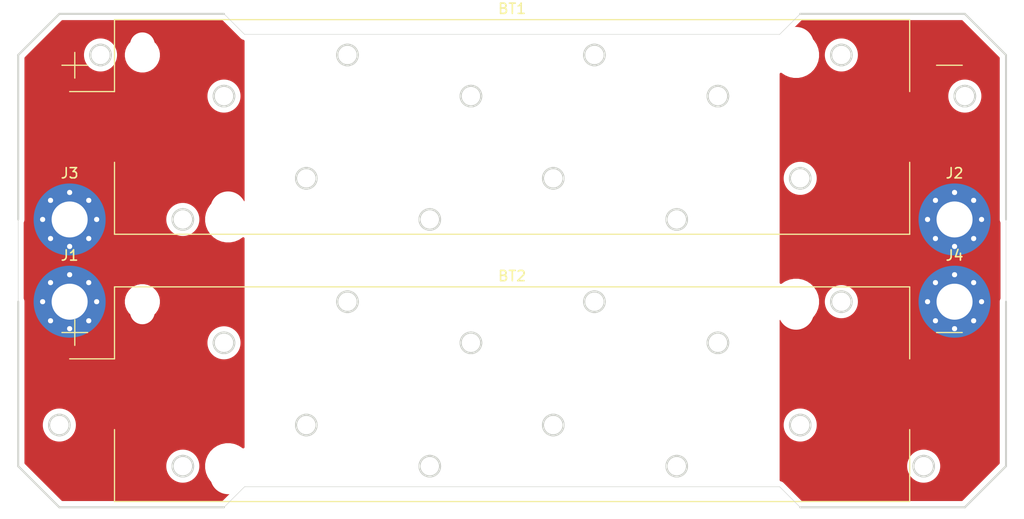
<source format=kicad_pcb>
(kicad_pcb (version 20171130) (host pcbnew 5.1.5+dfsg1-2build2)
  (layers (0 F.Cu power) (31 B.Cu power) (34 B.Paste user) (35 F.Paste user) (36 B.SilkS user) (37 F.SilkS user) (38 B.Mask user) (39 F.Mask user) (44 Edge.Cuts user))
  (net 0 "")
  (net 1 GND)
  (net 2 VCC)
  (module tile:18650_holder (layer F.Cu) (at 156 127)
    (fp_text reference BT2 (at 0 -11.5) (layer F.SilkS))
    (fp_text value Battery_Cell)
    (pad "" np_thru_hole circle (at -35.93 -8) (size 2.39 2.39) (drill 2.39) (layers *.Cu *.Mask))
    (pad "" np_thru_hole circle (at -27.6 8) (size 3.45 3.45) (drill 3.45) (layers *.Cu *.Mask))
    (pad "" np_thru_hole circle (at 27.6 -8) (size 3.45 3.45) (drill 3.45) (layers *.Cu *.Mask))
    (pad 2 smd rect (at 39.33 0) (size 7.34 2.35) (layers F.Cu F.Paste F.Mask) (net 1 GND))
    (pad 1 smd rect (at -39.33 0) (size 7.34 2.35) (layers F.Cu F.Paste F.Mask) (net 2 VCC))
  )
  (module tile:18650_holder (layer F.Cu) (at 156 101)
    (fp_text reference BT1 (at 0 -11.5) (layer F.SilkS))
    (fp_text value Battery_Cell)
    (pad "" np_thru_hole circle (at -35.93 -8) (size 2.39 2.39) (drill 2.39) (layers *.Cu *.Mask))
    (pad "" np_thru_hole circle (at -27.6 8) (size 3.45 3.45) (drill 3.45) (layers *.Cu *.Mask))
    (pad "" np_thru_hole circle (at 27.6 -8) (size 3.45 3.45) (drill 3.45) (layers *.Cu *.Mask))
    (pad 2 smd rect (at 39.33 0) (size 7.34 2.35) (layers F.Cu F.Paste F.Mask) (net 1 GND))
    (pad 1 smd rect (at -39.33 0) (size 7.34 2.35) (layers F.Cu F.Paste F.Mask) (net 2 VCC))
  )
  (module MountingHole:MountingHole_3.5mm_Pad_Via (layer F.Cu) (at 199 118)
    (fp_text reference J4 (at 0 -4.5) (layer F.SilkS))
    (fp_text value Conn_01x01_Male)
    (pad 1 thru_hole circle (at 1.856155 -1.856155) (size 0.8 0.8) (drill 0.5) (layers *.Cu *.Mask) (net 1 GND))
    (pad 1 thru_hole circle (at 0 -2.625) (size 0.8 0.8) (drill 0.5) (layers *.Cu *.Mask) (net 1 GND))
    (pad 1 thru_hole circle (at -1.856155 -1.856155) (size 0.8 0.8) (drill 0.5) (layers *.Cu *.Mask) (net 1 GND))
    (pad 1 thru_hole circle (at -2.625 0) (size 0.8 0.8) (drill 0.5) (layers *.Cu *.Mask) (net 1 GND))
    (pad 1 thru_hole circle (at -1.856155 1.856155) (size 0.8 0.8) (drill 0.5) (layers *.Cu *.Mask) (net 1 GND))
    (pad 1 thru_hole circle (at 0 2.625) (size 0.8 0.8) (drill 0.5) (layers *.Cu *.Mask) (net 1 GND))
    (pad 1 thru_hole circle (at 1.856155 1.856155) (size 0.8 0.8) (drill 0.5) (layers *.Cu *.Mask) (net 1 GND))
    (pad 1 thru_hole circle (at 2.625 0) (size 0.8 0.8) (drill 0.5) (layers *.Cu *.Mask) (net 1 GND))
    (pad 1 thru_hole circle (at 0 0) (size 7 7) (drill 3.5) (layers *.Cu *.Mask) (net 1 GND))
  )
  (module MountingHole:MountingHole_3.5mm_Pad_Via (layer F.Cu) (at 113 110)
    (fp_text reference J3 (at 0 -4.5) (layer F.SilkS))
    (fp_text value Conn_01x01_Male)
    (pad 1 thru_hole circle (at 1.856155 -1.856155) (size 0.8 0.8) (drill 0.5) (layers *.Cu *.Mask) (net 2 VCC))
    (pad 1 thru_hole circle (at 0 -2.625) (size 0.8 0.8) (drill 0.5) (layers *.Cu *.Mask) (net 2 VCC))
    (pad 1 thru_hole circle (at -1.856155 -1.856155) (size 0.8 0.8) (drill 0.5) (layers *.Cu *.Mask) (net 2 VCC))
    (pad 1 thru_hole circle (at -2.625 0) (size 0.8 0.8) (drill 0.5) (layers *.Cu *.Mask) (net 2 VCC))
    (pad 1 thru_hole circle (at -1.856155 1.856155) (size 0.8 0.8) (drill 0.5) (layers *.Cu *.Mask) (net 2 VCC))
    (pad 1 thru_hole circle (at 0 2.625) (size 0.8 0.8) (drill 0.5) (layers *.Cu *.Mask) (net 2 VCC))
    (pad 1 thru_hole circle (at 1.856155 1.856155) (size 0.8 0.8) (drill 0.5) (layers *.Cu *.Mask) (net 2 VCC))
    (pad 1 thru_hole circle (at 2.625 0) (size 0.8 0.8) (drill 0.5) (layers *.Cu *.Mask) (net 2 VCC))
    (pad 1 thru_hole circle (at 0 0) (size 7 7) (drill 3.5) (layers *.Cu *.Mask) (net 2 VCC))
  )
  (module MountingHole:MountingHole_3.5mm_Pad_Via (layer F.Cu) (at 199 110)
    (fp_text reference J2 (at 0 -4.5) (layer F.SilkS))
    (fp_text value Conn_01x01_Male)
    (pad 1 thru_hole circle (at 1.856155 -1.856155) (size 0.8 0.8) (drill 0.5) (layers *.Cu *.Mask) (net 1 GND))
    (pad 1 thru_hole circle (at 0 -2.625) (size 0.8 0.8) (drill 0.5) (layers *.Cu *.Mask) (net 1 GND))
    (pad 1 thru_hole circle (at -1.856155 -1.856155) (size 0.8 0.8) (drill 0.5) (layers *.Cu *.Mask) (net 1 GND))
    (pad 1 thru_hole circle (at -2.625 0) (size 0.8 0.8) (drill 0.5) (layers *.Cu *.Mask) (net 1 GND))
    (pad 1 thru_hole circle (at -1.856155 1.856155) (size 0.8 0.8) (drill 0.5) (layers *.Cu *.Mask) (net 1 GND))
    (pad 1 thru_hole circle (at 0 2.625) (size 0.8 0.8) (drill 0.5) (layers *.Cu *.Mask) (net 1 GND))
    (pad 1 thru_hole circle (at 1.856155 1.856155) (size 0.8 0.8) (drill 0.5) (layers *.Cu *.Mask) (net 1 GND))
    (pad 1 thru_hole circle (at 2.625 0) (size 0.8 0.8) (drill 0.5) (layers *.Cu *.Mask) (net 1 GND))
    (pad 1 thru_hole circle (at 0 0) (size 7 7) (drill 3.5) (layers *.Cu *.Mask) (net 1 GND))
  )
  (module MountingHole:MountingHole_3.5mm_Pad_Via (layer F.Cu) (at 113 118)
    (fp_text reference J1 (at 0 -4.5) (layer F.SilkS))
    (fp_text value Conn_01x01_Male)
    (pad 1 thru_hole circle (at 1.856155 -1.856155) (size 0.8 0.8) (drill 0.5) (layers *.Cu *.Mask) (net 2 VCC))
    (pad 1 thru_hole circle (at 0 -2.625) (size 0.8 0.8) (drill 0.5) (layers *.Cu *.Mask) (net 2 VCC))
    (pad 1 thru_hole circle (at -1.856155 -1.856155) (size 0.8 0.8) (drill 0.5) (layers *.Cu *.Mask) (net 2 VCC))
    (pad 1 thru_hole circle (at -2.625 0) (size 0.8 0.8) (drill 0.5) (layers *.Cu *.Mask) (net 2 VCC))
    (pad 1 thru_hole circle (at -1.856155 1.856155) (size 0.8 0.8) (drill 0.5) (layers *.Cu *.Mask) (net 2 VCC))
    (pad 1 thru_hole circle (at 0 2.625) (size 0.8 0.8) (drill 0.5) (layers *.Cu *.Mask) (net 2 VCC))
    (pad 1 thru_hole circle (at 1.856155 1.856155) (size 0.8 0.8) (drill 0.5) (layers *.Cu *.Mask) (net 2 VCC))
    (pad 1 thru_hole circle (at 2.625 0) (size 0.8 0.8) (drill 0.5) (layers *.Cu *.Mask) (net 2 VCC))
    (pad 1 thru_hole circle (at 0 0) (size 7 7) (drill 3.5) (layers *.Cu *.Mask) (net 2 VCC))
  )
  (gr_line (start 130 92) (end 128 90) (layer Edge.Cuts) (width 0.05))
  (gr_line (start 182 92) (end 130 92) (layer Edge.Cuts) (width 0.05))
  (gr_line (start 184 90) (end 182 92) (layer Edge.Cuts) (width 0.05))
  (gr_line (start 130 136) (end 128 138) (layer Edge.Cuts) (width 0.05))
  (gr_line (start 182 136) (end 130 136) (layer Edge.Cuts) (width 0.05))
  (gr_line (start 184 138) (end 182 136) (layer Edge.Cuts) (width 0.05))
  (gr_line (start 108 118) (end 108 110) (layer Edge.Cuts) (width 0.05))
  (gr_line (start 204 118) (end 204 110) (layer Edge.Cuts) (width 0.05))
  (gr_line (start 111.0012 129.95093) (end 111.0048 129.90198) (layer Edge.Cuts) (width 0.2))
  (gr_line (start 171.4043 109.1968) (end 171.4444 109.1685) (layer Edge.Cuts) (width 0.2))
  (gr_line (start 171.3656 109.227) (end 171.4043 109.1968) (layer Edge.Cuts) (width 0.2))
  (gr_line (start 152.5141 122.85774) (end 152.4714 122.88193) (layer Edge.Cuts) (width 0.2))
  (gr_line (start 152.5556 122.83148) (end 152.5141 122.85774) (layer Edge.Cuts) (width 0.2))
  (gr_line (start 152.8577 98.5141) (end 152.8315 98.5556) (layer Edge.Cuts) (width 0.2))
  (gr_line (start 152.8819 98.4714) (end 152.8577 98.5141) (layer Edge.Cuts) (width 0.2))
  (gr_line (start 152.4276 122.90399) (end 152.3827 122.92389) (layer Edge.Cuts) (width 0.2))
  (gr_line (start 152.4714 122.88193) (end 152.4276 122.90399) (layer Edge.Cuts) (width 0.2))
  (gr_line (start 164.243 93.03) (end 164.2903 93.043101) (layer Edge.Cuts) (width 0.2))
  (gr_line (start 164.1951 93.0192) (end 164.243 93.03) (layer Edge.Cuts) (width 0.2))
  (gr_line (start 172.5141 109.1423) (end 172.5556 109.1685) (layer Edge.Cuts) (width 0.2))
  (gr_line (start 172.4714 109.1181) (end 172.5141 109.1423) (layer Edge.Cuts) (width 0.2))
  (gr_line (start 111.8533 130.98917) (end 111.8049 130.98077) (layer Edge.Cuts) (width 0.2))
  (gr_line (start 111.8049 130.98077) (end 111.757 130.97002) (layer Edge.Cuts) (width 0.2))
  (gr_line (start 184.3369 130.94154) (end 184.2903 130.95694) (layer Edge.Cuts) (width 0.2))
  (gr_line (start 184.38269 130.92387) (end 184.3369 130.94154) (layer Edge.Cuts) (width 0.2))
  (gr_line (start 160.97 129.75702) (end 160.9808 129.8049) (layer Edge.Cuts) (width 0.2))
  (gr_line (start 160.9569 129.7097) (end 160.97 129.75702) (layer Edge.Cuts) (width 0.2))
  (gr_line (start 176.3369 98.9415) (end 176.2903 98.9569) (layer Edge.Cuts) (width 0.2))
  (gr_line (start 176.3827 98.9239) (end 176.3369 98.9415) (layer Edge.Cuts) (width 0.2))
  (gr_line (start 152.243 122.97003) (end 152.1951 122.98079) (layer Edge.Cuts) (width 0.2))
  (gr_line (start 152.2903 122.95695) (end 152.243 122.97003) (layer Edge.Cuts) (width 0.2))
  (gr_line (start 112.773 130.63438) (end 112.741 130.67155) (layer Edge.Cuts) (width 0.2))
  (gr_line (start 124.9892 133.85326) (end 124.9952 133.90198) (layer Edge.Cuts) (width 0.2))
  (gr_line (start 124.9808 133.8049) (end 124.9892 133.85326) (layer Edge.Cuts) (width 0.2))
  (gr_line (start 115.1968 93.4043) (end 115.227 93.3656) (layer Edge.Cuts) (width 0.2))
  (gr_line (start 115.0048 93.902) (end 115.0108 93.8533) (layer Edge.Cuts) (width 0.2))
  (gr_line (start 159.0012 105.9509) (end 159.004801 105.902) (layer Edge.Cuts) (width 0.2))
  (gr_line (start 159 106) (end 159.0012 105.9509) (layer Edge.Cuts) (width 0.2))
  (gr_line (start 128.9415 97.6631) (end 128.9569 97.7097) (layer Edge.Cuts) (width 0.2))
  (gr_line (start 128.9239 97.6173) (end 128.9415 97.6631) (layer Edge.Cuts) (width 0.2))
  (gr_line (start 176.8032 97.4043) (end 176.8315 97.4444) (layer Edge.Cuts) (width 0.2))
  (gr_line (start 176.773 97.3656) (end 176.8032 97.4043) (layer Edge.Cuts) (width 0.2))
  (gr_line (start 128.1467 121.01083) (end 128.1951 121.01923) (layer Edge.Cuts) (width 0.2))
  (gr_line (start 128.098 121.00482) (end 128.1467 121.01083) (layer Edge.Cuts) (width 0.2))
  (gr_line (start 124.6716 134.74094) (end 124.6344 134.77301) (layer Edge.Cuts) (width 0.2))
  (gr_line (start 124.7071 134.70709) (end 124.6716 134.74094) (layer Edge.Cuts) (width 0.2))
  (gr_line (start 127.4859 98.8577) (end 127.4444 98.8315) (layer Edge.Cuts) (width 0.2))
  (gr_line (start 127.5286 98.8819) (end 127.4859 98.8577) (layer Edge.Cuts) (width 0.2))
  (gr_line (start 172.8577 133.48589) (end 172.8819 133.52859) (layer Edge.Cuts) (width 0.2))
  (gr_line (start 172.8315 133.44443) (end 172.8577 133.48589) (layer Edge.Cuts) (width 0.2))
  (gr_line (start 184.24298 129.02997) (end 184.2903 129.04305) (layer Edge.Cuts) (width 0.2))
  (gr_line (start 184.1951 129.01921) (end 184.24298 129.02997) (layer Edge.Cuts) (width 0.2))
  (gr_line (start 176.9988 121.95094) (end 177 122) (layer Edge.Cuts) (width 0.2))
  (gr_line (start 176.9952 121.90199) (end 176.9988 121.95094) (layer Edge.Cuts) (width 0.2))
  (gr_line (start 152.741 122.67157) (end 152.7071 122.70711) (layer Edge.Cuts) (width 0.2))
  (gr_line (start 152.773 122.6344) (end 152.741 122.67157) (layer Edge.Cuts) (width 0.2))
  (gr_line (start 171.8533 109.0108) (end 171.902 109.0048) (layer Edge.Cuts) (width 0.2))
  (gr_line (start 171.8049 109.0192) (end 171.8533 109.0108) (layer Edge.Cuts) (width 0.2))
  (gr_line (start 127.1968 98.5957) (end 127.1685 98.5556) (layer Edge.Cuts) (width 0.2))
  (gr_line (start 127.227001 98.6344) (end 127.1968 98.5957) (layer Edge.Cuts) (width 0.2))
  (gr_line (start 184.98918 129.85326) (end 184.99519 129.90198) (layer Edge.Cuts) (width 0.2))
  (gr_line (start 184.98079 129.8049) (end 184.98918 129.85326) (layer Edge.Cuts) (width 0.2))
  (gr_line (start 183.85327 130.98917) (end 183.80492 130.98077) (layer Edge.Cuts) (width 0.2))
  (gr_line (start 183.90199 130.99518) (end 183.85327 130.98917) (layer Edge.Cuts) (width 0.2))
  (gr_line (start 187.05846 117.66312) (end 187.07613 117.61732) (layer Edge.Cuts) (width 0.2))
  (gr_line (start 187.04306 117.709721) (end 187.05846 117.66312) (layer Edge.Cuts) (width 0.2))
  (gr_line (start 111.1181 129.52859) (end 111.1423 129.48589) (layer Edge.Cuts) (width 0.2))
  (gr_line (start 172.741 133.32843) (end 172.773 133.3656) (layer Edge.Cuts) (width 0.2))
  (gr_line (start 172.7071 133.29289) (end 172.741 133.32843) (layer Edge.Cuts) (width 0.2))
  (gr_line (start 160.0491 106.9988) (end 160 107) (layer Edge.Cuts) (width 0.2))
  (gr_line (start 160.098 106.9952) (end 160.0491 106.9988) (layer Edge.Cuts) (width 0.2))
  (gr_line (start 159.196801 130.59569) (end 159.1685 130.55556) (layer Edge.Cuts) (width 0.2))
  (gr_line (start 159.227 130.63438) (end 159.196801 130.59569) (layer Edge.Cuts) (width 0.2))
  (gr_line (start 152.1467 98.9892) (end 152.098 98.9952) (layer Edge.Cuts) (width 0.2))
  (gr_line (start 152.1951 98.9808) (end 152.1467 98.9892) (layer Edge.Cuts) (width 0.2))
  (gr_line (start 164.8032 118.5957) (end 164.773 118.6344) (layer Edge.Cuts) (width 0.2))
  (gr_line (start 164.8315 118.55557) (end 164.8032 118.5957) (layer Edge.Cuts) (width 0.2))
  (gr_line (start 195.14226 134.5141) (end 195.11807 134.47139) (layer Edge.Cuts) (width 0.2))
  (gr_line (start 195.16852 134.55556) (end 195.14226 134.5141) (layer Edge.Cuts) (width 0.2))
  (gr_line (start 172.0491 133.00119) (end 172.098 133.00481) (layer Edge.Cuts) (width 0.2))
  (gr_line (start 172 133) (end 172.0491 133.00119) (layer Edge.Cuts) (width 0.2))
  (gr_line (start 127.1968 122.5957) (end 127.1685 122.55557) (layer Edge.Cuts) (width 0.2))
  (gr_line (start 127.227001 122.6344) (end 127.1968 122.5957) (layer Edge.Cuts) (width 0.2))
  (gr_line (start 116.773 94.6344) (end 116.741 94.6716) (layer Edge.Cuts) (width 0.2))
  (gr_line (start 152.5957 122.80322) (end 152.5556 122.83148) (layer Edge.Cuts) (width 0.2))
  (gr_line (start 152.6344 122.77303) (end 152.5957 122.80322) (layer Edge.Cuts) (width 0.2))
  (gr_line (start 164.6716 118.74095) (end 164.6344 118.77303) (layer Edge.Cuts) (width 0.2))
  (gr_line (start 164.7071 118.70711) (end 164.6716 118.74095) (layer Edge.Cuts) (width 0.2))
  (gr_line (start 152.904 97.5724) (end 152.9239 97.6173) (layer Edge.Cuts) (width 0.2))
  (gr_line (start 152.8819 97.5286) (end 152.904 97.5724) (layer Edge.Cuts) (width 0.2))
  (gr_line (start 115.0012 94.0491) (end 115 94) (layer Edge.Cuts) (width 0.2))
  (gr_line (start 172.243 134.97002) (end 172.1951 134.98077) (layer Edge.Cuts) (width 0.2))
  (gr_line (start 172.2903 134.95694) (end 172.243 134.97002) (layer Edge.Cuts) (width 0.2))
  (gr_line (start 164.904 117.57245) (end 164.9239 117.61732) (layer Edge.Cuts) (width 0.2))
  (gr_line (start 164.8819 117.52861) (end 164.904 117.57245) (layer Edge.Cuts) (width 0.2))
  (gr_line (start 151.4043 97.1968) (end 151.4444 97.1685) (layer Edge.Cuts) (width 0.2))
  (gr_line (start 151.3656 97.227) (end 151.4043 97.1968) (layer Edge.Cuts) (width 0.2))
  (gr_line (start 187.09602 117.57245) (end 187.11809 117.52861) (layer Edge.Cuts) (width 0.2))
  (gr_line (start 187.07613 117.61732) (end 187.09602 117.57245) (layer Edge.Cuts) (width 0.2))
  (gr_line (start 136.0491 106.9988) (end 136 107) (layer Edge.Cuts) (width 0.2))
  (gr_line (start 136.098 106.9952) (end 136.0491 106.9988) (layer Edge.Cuts) (width 0.2))
  (gr_line (start 152.0491 121.00121) (end 152.098 121.00482) (layer Edge.Cuts) (width 0.2))
  (gr_line (start 152 121) (end 152.0491 121.00121) (layer Edge.Cuts) (width 0.2))
  (gr_line (start 123.03 134.24297) (end 123.0192 134.19508) (layer Edge.Cuts) (width 0.2))
  (gr_line (start 123.0431 134.290279) (end 123.03 134.24297) (layer Edge.Cuts) (width 0.2))
  (gr_line (start 163.1968 117.40431) (end 163.227 117.36562) (layer Edge.Cuts) (width 0.2))
  (gr_line (start 163.1685 117.44444) (end 163.1968 117.40431) (layer Edge.Cuts) (width 0.2))
  (gr_line (start 116.9808 94.1951) (end 116.97 94.243) (layer Edge.Cuts) (width 0.2))
  (gr_line (start 199.09601 97.5724) (end 199.11807 97.5286) (layer Edge.Cuts) (width 0.2))
  (gr_line (start 199.07611 97.6173) (end 199.09601 97.5724) (layer Edge.Cuts) (width 0.2))
  (gr_line (start 164.5141 118.85774) (end 164.4714 118.88193) (layer Edge.Cuts) (width 0.2))
  (gr_line (start 164.5556 118.83148) (end 164.5141 118.85774) (layer Edge.Cuts) (width 0.2))
  (gr_line (start 115.4043 94.8032) (end 115.3656 94.773) (layer Edge.Cuts) (width 0.2))
  (gr_line (start 188.3369 93.058501) (end 188.38269 93.0761) (layer Edge.Cuts) (width 0.2))
  (gr_line (start 188.2903 93.043101) (end 188.3369 93.058501) (layer Edge.Cuts) (width 0.2))
  (gr_line (start 184.80322 106.5957) (end 184.77303 106.6344) (layer Edge.Cuts) (width 0.2))
  (gr_line (start 184.83148 106.5556) (end 184.80322 106.5957) (layer Edge.Cuts) (width 0.2))
  (gr_line (start 148.243 133.02997) (end 148.2903 133.04305) (layer Edge.Cuts) (width 0.2))
  (gr_line (start 148.1951 133.01921) (end 148.243 133.02997) (layer Edge.Cuts) (width 0.2))
  (gr_line (start 115.096 94.4276) (end 115.0761 94.3827) (layer Edge.Cuts) (width 0.2))
  (gr_line (start 159.058501 106.3369) (end 159.043101 106.2903) (layer Edge.Cuts) (width 0.2))
  (gr_line (start 159.0761 106.3827) (end 159.058501 106.3369) (layer Edge.Cuts) (width 0.2))
  (gr_line (start 124.1467 110.9892) (end 124.098 110.9952) (layer Edge.Cuts) (width 0.2))
  (gr_line (start 124.1951 110.9808) (end 124.1467 110.9892) (layer Edge.Cuts) (width 0.2))
  (gr_line (start 184.3369 105.0585) (end 184.38269 105.0761) (layer Edge.Cuts) (width 0.2))
  (gr_line (start 184.2903 105.0431) (end 184.3369 105.0585) (layer Edge.Cuts) (width 0.2))
  (gr_line (start 124.0491 110.9988) (end 124 111) (layer Edge.Cuts) (width 0.2))
  (gr_line (start 124.098 110.9952) (end 124.0491 110.9988) (layer Edge.Cuts) (width 0.2))
  (gr_line (start 147.4043 133.19678) (end 147.4444 133.16852) (layer Edge.Cuts) (width 0.2))
  (gr_line (start 147.3656 133.22697) (end 147.4043 133.19678) (layer Edge.Cuts) (width 0.2))
  (gr_line (start 171.0012 134.04906) (end 171 134) (layer Edge.Cuts) (width 0.2))
  (gr_line (start 171.0048 134.09801) (end 171.0012 134.04906) (layer Edge.Cuts) (width 0.2))
  (gr_line (start 175.6631 122.94156) (end 175.6173 122.92389) (layer Edge.Cuts) (width 0.2))
  (gr_line (start 175.709701 122.95695) (end 175.6631 122.94156) (layer Edge.Cuts) (width 0.2))
  (gr_line (start 164.904 118.42757) (end 164.8819 118.47141) (layer Edge.Cuts) (width 0.2))
  (gr_line (start 164.9239 118.38269) (end 164.904 118.42757) (layer Edge.Cuts) (width 0.2))
  (gr_line (start 152.6716 122.74095) (end 152.6344 122.77303) (layer Edge.Cuts) (width 0.2))
  (gr_line (start 152.7071 122.70711) (end 152.6716 122.74095) (layer Edge.Cuts) (width 0.2))
  (gr_line (start 128.8577 97.4859) (end 128.8819 97.5286) (layer Edge.Cuts) (width 0.2))
  (gr_line (start 128.8315 97.4444) (end 128.8577 97.4859) (layer Edge.Cuts) (width 0.2))
  (gr_line (start 123.259 109.3284) (end 123.2929 109.2929) (layer Edge.Cuts) (width 0.2))
  (gr_line (start 123.227 109.3656) (end 123.259 109.3284) (layer Edge.Cuts) (width 0.2))
  (gr_line (start 196.98917 134.14673) (end 196.98077 134.19508) (layer Edge.Cuts) (width 0.2))
  (gr_line (start 196.99518 134.09801) (end 196.98917 134.14673) (layer Edge.Cuts) (width 0.2))
  (gr_line (start 135.4043 106.8032) (end 135.3656 106.773) (layer Edge.Cuts) (width 0.2))
  (gr_line (start 135.4444 106.8315) (end 135.4043 106.8032) (layer Edge.Cuts) (width 0.2))
  (gr_line (start 116.2903 93.043101) (end 116.3369 93.058501) (layer Edge.Cuts) (width 0.2))
  (gr_line (start 183.75703 130.97002) (end 183.709721 130.95694) (layer Edge.Cuts) (width 0.2))
  (gr_line (start 183.80492 130.98077) (end 183.75703 130.97002) (layer Edge.Cuts) (width 0.2))
  (gr_line (start 160.9415 130.33688) (end 160.9239 130.38268) (layer Edge.Cuts) (width 0.2))
  (gr_line (start 160.9569 130.29028) (end 160.9415 130.33688) (layer Edge.Cuts) (width 0.2))
  (gr_line (start 184.5957 130.80321) (end 184.55557 130.83147) (layer Edge.Cuts) (width 0.2))
  (gr_line (start 184.6344 130.77301) (end 184.5957 130.80321) (layer Edge.Cuts) (width 0.2))
  (gr_line (start 176.9892 97.8533) (end 176.9952 97.902) (layer Edge.Cuts) (width 0.2))
  (gr_line (start 176.9808 97.8049) (end 176.9892 97.8533) (layer Edge.Cuts) (width 0.2))
  (gr_line (start 151.4859 97.1423) (end 151.5286 97.1181) (layer Edge.Cuts) (width 0.2))
  (gr_line (start 151.4444 97.1685) (end 151.4859 97.1423) (layer Edge.Cuts) (width 0.2))
  (gr_line (start 163.4859 118.85774) (end 163.4444 118.83148) (layer Edge.Cuts) (width 0.2))
  (gr_line (start 163.5286 118.88193) (end 163.4859 118.85774) (layer Edge.Cuts) (width 0.2))
  (gr_line (start 199.14226 98.5141) (end 199.11807 98.4714) (layer Edge.Cuts) (width 0.2))
  (gr_line (start 199.16852 98.5556) (end 199.14226 98.5141) (layer Edge.Cuts) (width 0.2))
  (gr_line (start 160.97 130.24297) (end 160.9569 130.29028) (layer Edge.Cuts) (width 0.2))
  (gr_line (start 160.9808 130.19508) (end 160.97 130.24297) (layer Edge.Cuts) (width 0.2))
  (gr_line (start 160.9415 129.6631) (end 160.9569 129.7097) (layer Edge.Cuts) (width 0.2))
  (gr_line (start 160.9239 129.61731) (end 160.9415 129.6631) (layer Edge.Cuts) (width 0.2))
  (gr_line (start 151.03 97.757) (end 151.0431 97.7097) (layer Edge.Cuts) (width 0.2))
  (gr_line (start 151.0192 97.8049) (end 151.03 97.757) (layer Edge.Cuts) (width 0.2))
  (gr_line (start 164.8577 118.51411) (end 164.8315 118.55557) (layer Edge.Cuts) (width 0.2))
  (gr_line (start 164.8819 118.47141) (end 164.8577 118.51411) (layer Edge.Cuts) (width 0.2))
  (gr_line (start 176.6716 98.741) (end 176.6344 98.773) (layer Edge.Cuts) (width 0.2))
  (gr_line (start 176.7071 98.7071) (end 176.6716 98.741) (layer Edge.Cuts) (width 0.2))
  (gr_line (start 151.9509 121.00121) (end 152 121) (layer Edge.Cuts) (width 0.2))
  (gr_line (start 151.902 121.00482) (end 151.9509 121.00121) (layer Edge.Cuts) (width 0.2))
  (gr_line (start 187.09602 94.4276) (end 187.07613 94.3827) (layer Edge.Cuts) (width 0.2))
  (gr_line (start 187.11809 94.4714) (end 187.09602 94.4276) (layer Edge.Cuts) (width 0.2))
  (gr_line (start 124.8032 134.59569) (end 124.773 134.63438) (layer Edge.Cuts) (width 0.2))
  (gr_line (start 124.8315 134.55556) (end 124.8032 134.59569) (layer Edge.Cuts) (width 0.2))
  (gr_line (start 127.404301 98.8032) (end 127.3656 98.773) (layer Edge.Cuts) (width 0.2))
  (gr_line (start 127.4444 98.8315) (end 127.404301 98.8032) (layer Edge.Cuts) (width 0.2))
  (gr_line (start 127.142301 122.51411) (end 127.1181 122.47141) (layer Edge.Cuts) (width 0.2))
  (gr_line (start 127.1685 122.55557) (end 127.142301 122.51411) (layer Edge.Cuts) (width 0.2))
  (gr_line (start 115.757 93.03) (end 115.8049 93.0192) (layer Edge.Cuts) (width 0.2))
  (gr_line (start 175.0108 122.14674) (end 175.0048 122.09802) (layer Edge.Cuts) (width 0.2))
  (gr_line (start 175.0192 122.1951) (end 175.0108 122.14674) (layer Edge.Cuts) (width 0.2))
  (gr_line (start 172.6716 133.25905) (end 172.7071 133.29289) (layer Edge.Cuts) (width 0.2))
  (gr_line (start 172.6344 133.22697) (end 172.6716 133.25905) (layer Edge.Cuts) (width 0.2))
  (gr_line (start 199.01082 98.1467) (end 199.00481 98.098) (layer Edge.Cuts) (width 0.2))
  (gr_line (start 199.01921 98.1951) (end 199.01082 98.1467) (layer Edge.Cuts) (width 0.2))
  (gr_line (start 116.243 93.03) (end 116.2903 93.043101) (layer Edge.Cuts) (width 0.2))
  (gr_line (start 187.01083 93.8533) (end 187.01923 93.804901) (layer Edge.Cuts) (width 0.2))
  (gr_line (start 187.00482 93.902) (end 187.01083 93.8533) (layer Edge.Cuts) (width 0.2))
  (gr_line (start 164.9415 93.6631) (end 164.9569 93.7097) (layer Edge.Cuts) (width 0.2))
  (gr_line (start 164.9239 93.6173) (end 164.9415 93.6631) (layer Edge.Cuts) (width 0.2))
  (gr_line (start 195.09601 134.42755) (end 195.07611 134.38268) (layer Edge.Cuts) (width 0.2))
  (gr_line (start 195.11807 134.47139) (end 195.09601 134.42755) (layer Edge.Cuts) (width 0.2))
  (gr_line (start 112.9239 129.61731) (end 112.9415 129.6631) (layer Edge.Cuts) (width 0.2))
  (gr_line (start 175.757001 122.97003) (end 175.709701 122.95695) (layer Edge.Cuts) (width 0.2))
  (gr_line (start 175.8049 122.98079) (end 175.757001 122.97003) (layer Edge.Cuts) (width 0.2))
  (gr_line (start 123.096 110.4276) (end 123.0761 110.3827) (layer Edge.Cuts) (width 0.2))
  (gr_line (start 123.1181 110.4714) (end 123.096 110.4276) (layer Edge.Cuts) (width 0.2))
  (gr_line (start 127.0585 97.6631) (end 127.0761 97.6173) (layer Edge.Cuts) (width 0.2))
  (gr_line (start 127.0431 97.7097) (end 127.0585 97.6631) (layer Edge.Cuts) (width 0.2))
  (gr_line (start 123.6631 110.9415) (end 123.6173 110.9239) (layer Edge.Cuts) (width 0.2))
  (gr_line (start 123.7097 110.9569) (end 123.6631 110.9415) (layer Edge.Cuts) (width 0.2))
  (gr_line (start 159.4043 130.80321) (end 159.3656 130.77301) (layer Edge.Cuts) (width 0.2))
  (gr_line (start 159.4444 130.83147) (end 159.4043 130.80321) (layer Edge.Cuts) (width 0.2))
  (gr_line (start 184.04907 130.99879) (end 184 131) (layer Edge.Cuts) (width 0.2))
  (gr_line (start 184.09802 130.99518) (end 184.04907 130.99879) (layer Edge.Cuts) (width 0.2))
  (gr_line (start 199.09601 98.4276) (end 199.07611 98.3827) (layer Edge.Cuts) (width 0.2))
  (gr_line (start 199.11807 98.4714) (end 199.09601 98.4276) (layer Edge.Cuts) (width 0.2))
  (gr_line (start 128.3369 122.94156) (end 128.2903 122.95695) (layer Edge.Cuts) (width 0.2))
  (gr_line (start 128.3827 122.92389) (end 128.3369 122.94156) (layer Edge.Cuts) (width 0.2))
  (gr_line (start 111.6173 129.07611) (end 111.6631 129.05844) (layer Edge.Cuts) (width 0.2))
  (gr_line (start 128.4276 121.09602) (end 128.4714 121.11809) (layer Edge.Cuts) (width 0.2))
  (gr_line (start 128.3827 121.07613) (end 128.4276 121.09602) (layer Edge.Cuts) (width 0.2))
  (gr_line (start 115.2929 93.292901) (end 115.3284 93.259) (layer Edge.Cuts) (width 0.2))
  (gr_line (start 176.9892 121.85327) (end 176.9952 121.90199) (layer Edge.Cuts) (width 0.2))
  (gr_line (start 176.9808 121.80492) (end 176.9892 121.85327) (layer Edge.Cuts) (width 0.2))
  (gr_line (start 112.1467 130.98917) (end 112.098 130.99518) (layer Edge.Cuts) (width 0.2))
  (gr_line (start 160.904 130.42755) (end 160.8819 130.47139) (layer Edge.Cuts) (width 0.2))
  (gr_line (start 160.9239 130.38268) (end 160.904 130.42755) (layer Edge.Cuts) (width 0.2))
  (gr_line (start 112 90) (end 108 94) (layer Edge.Cuts) (width 0.2))
  (gr_line (start 159.010801 105.8533) (end 159.0192 105.8049) (layer Edge.Cuts) (width 0.2))
  (gr_line (start 159.004801 105.902) (end 159.010801 105.8533) (layer Edge.Cuts) (width 0.2))
  (gr_line (start 160.9988 129.95093) (end 161 130) (layer Edge.Cuts) (width 0.2))
  (gr_line (start 160.9952 129.90198) (end 160.9988 129.95093) (layer Edge.Cuts) (width 0.2))
  (gr_line (start 172.9988 110.0491) (end 172.9952 110.098) (layer Edge.Cuts) (width 0.2))
  (gr_line (start 173 134) (end 172.9988 134.04906) (layer Edge.Cuts) (width 0.2))
  (gr_line (start 187.25906 94.6716) (end 187.22699 94.6344) (layer Edge.Cuts) (width 0.2))
  (gr_line (start 187.29291 94.7071) (end 187.25906 94.6716) (layer Edge.Cuts) (width 0.2))
  (gr_line (start 136.741 105.3284) (end 136.773 105.3656) (layer Edge.Cuts) (width 0.2))
  (gr_line (start 136.7071 105.2929) (end 136.741 105.3284) (layer Edge.Cuts) (width 0.2))
  (gr_line (start 159.010801 106.1467) (end 159.004801 106.098) (layer Edge.Cuts) (width 0.2))
  (gr_line (start 159.0192 106.1951) (end 159.010801 106.1467) (layer Edge.Cuts) (width 0.2))
  (gr_line (start 152.243 98.97) (end 152.1951 98.9808) (layer Edge.Cuts) (width 0.2))
  (gr_line (start 152.2903 98.9569) (end 152.243 98.97) (layer Edge.Cuts) (width 0.2))
  (gr_line (start 188.94156 117.66312) (end 188.95695 117.709721) (layer Edge.Cuts) (width 0.2))
  (gr_line (start 188.92389 117.61732) (end 188.94156 117.66312) (layer Edge.Cuts) (width 0.2))
  (gr_line (start 147.9509 109.0012) (end 148 109) (layer Edge.Cuts) (width 0.2))
  (gr_line (start 147.902 109.0048) (end 147.9509 109.0012) (layer Edge.Cuts) (width 0.2))
  (gr_line (start 124.904 134.42755) (end 124.8819 134.47139) (layer Edge.Cuts) (width 0.2))
  (gr_line (start 124.9239 134.38268) (end 124.904 134.42755) (layer Edge.Cuts) (width 0.2))
  (gr_line (start 171.4859 109.1423) (end 171.5286 109.1181) (layer Edge.Cuts) (width 0.2))
  (gr_line (start 171.4444 109.1685) (end 171.4859 109.1423) (layer Edge.Cuts) (width 0.2))
  (gr_line (start 187.14227 117.4859) (end 187.16853 117.44444) (layer Edge.Cuts) (width 0.2))
  (gr_line (start 187.11809 117.52861) (end 187.14227 117.4859) (layer Edge.Cuts) (width 0.2))
  (gr_line (start 152.4276 98.904) (end 152.3827 98.9239) (layer Edge.Cuts) (width 0.2))
  (gr_line (start 152.4714 98.8819) (end 152.4276 98.904) (layer Edge.Cuts) (width 0.2))
  (gr_line (start 171.4859 134.85773) (end 171.4444 134.83147) (layer Edge.Cuts) (width 0.2))
  (gr_line (start 171.5286 134.88191) (end 171.4859 134.85773) (layer Edge.Cuts) (width 0.2))
  (gr_line (start 163.0108 118.14674) (end 163.0048 118.09802) (layer Edge.Cuts) (width 0.2))
  (gr_line (start 163.0192 118.1951) (end 163.0108 118.14674) (layer Edge.Cuts) (width 0.2))
  (gr_line (start 123.5724 110.904) (end 123.5286 110.8819) (layer Edge.Cuts) (width 0.2))
  (gr_line (start 123.6173 110.9239) (end 123.5724 110.904) (layer Edge.Cuts) (width 0.2))
  (gr_line (start 151.4043 121.19679) (end 151.4444 121.16853) (layer Edge.Cuts) (width 0.2))
  (gr_line (start 151.3656 121.22699) (end 151.4043 121.19679) (layer Edge.Cuts) (width 0.2))
  (gr_line (start 123.757 110.97) (end 123.7097 110.9569) (layer Edge.Cuts) (width 0.2))
  (gr_line (start 123.8049 110.9808) (end 123.757 110.97) (layer Edge.Cuts) (width 0.2))
  (gr_line (start 151.8533 121.01083) (end 151.902 121.00482) (layer Edge.Cuts) (width 0.2))
  (gr_line (start 151.8049 121.01923) (end 151.8533 121.01083) (layer Edge.Cuts) (width 0.2))
  (gr_line (start 123.4043 109.1968) (end 123.4444 109.1685) (layer Edge.Cuts) (width 0.2))
  (gr_line (start 123.3656 109.227) (end 123.4043 109.1968) (layer Edge.Cuts) (width 0.2))
  (gr_line (start 159.0012 106.0491) (end 159 106) (layer Edge.Cuts) (width 0.2))
  (gr_line (start 159.004801 106.098) (end 159.0012 106.0491) (layer Edge.Cuts) (width 0.2))
  (gr_line (start 172.4276 109.096) (end 172.4714 109.1181) (layer Edge.Cuts) (width 0.2))
  (gr_line (start 172.3827 109.0761) (end 172.4276 109.096) (layer Edge.Cuts) (width 0.2))
  (gr_line (start 159.1423 130.5141) (end 159.1181 130.47139) (layer Edge.Cuts) (width 0.2))
  (gr_line (start 159.1685 130.55556) (end 159.1423 130.5141) (layer Edge.Cuts) (width 0.2))
  (gr_line (start 164.3369 118.94156) (end 164.2903 118.95695) (layer Edge.Cuts) (width 0.2))
  (gr_line (start 164.3827 118.92389) (end 164.3369 118.94156) (layer Edge.Cuts) (width 0.2))
  (gr_line (start 127.950901 121.00121) (end 128 121) (layer Edge.Cuts) (width 0.2))
  (gr_line (start 127.902 121.00482) (end 127.950901 121.00121) (layer Edge.Cuts) (width 0.2))
  (gr_line (start 152.5141 98.8577) (end 152.4714 98.8819) (layer Edge.Cuts) (width 0.2))
  (gr_line (start 152.5556 98.8315) (end 152.5141 98.8577) (layer Edge.Cuts) (width 0.2))
  (gr_line (start 124.4276 109.096) (end 124.4714 109.1181) (layer Edge.Cuts) (width 0.2))
  (gr_line (start 124.3827 109.0761) (end 124.4276 109.096) (layer Edge.Cuts) (width 0.2))
  (gr_line (start 139.6631 118.94156) (end 139.6173 118.92389) (layer Edge.Cuts) (width 0.2))
  (gr_line (start 139.7097 118.95695) (end 139.6631 118.94156) (layer Edge.Cuts) (width 0.2))
  (gr_line (start 128.1467 97.0108) (end 128.1951 97.0192) (layer Edge.Cuts) (width 0.2))
  (gr_line (start 128.098 97.0048) (end 128.1467 97.0108) (layer Edge.Cuts) (width 0.2))
  (gr_line (start 172.4276 133.09601) (end 172.4714 133.11807) (layer Edge.Cuts) (width 0.2))
  (gr_line (start 172.3827 133.07611) (end 172.4276 133.09601) (layer Edge.Cuts) (width 0.2))
  (gr_line (start 115.3284 93.259) (end 115.3656 93.227) (layer Edge.Cuts) (width 0.2))
  (gr_line (start 195.6631 134.94154) (end 195.61731 134.92387) (layer Edge.Cuts) (width 0.2))
  (gr_line (start 195.7097 134.95694) (end 195.6631 134.94154) (layer Edge.Cuts) (width 0.2))
  (gr_line (start 124.941501 109.6631) (end 124.956901 109.709701) (layer Edge.Cuts) (width 0.2))
  (gr_line (start 124.9239 109.6173) (end 124.941501 109.6631) (layer Edge.Cuts) (width 0.2))
  (gr_line (start 124.9892 109.8533) (end 124.9952 109.902001) (layer Edge.Cuts) (width 0.2))
  (gr_line (start 124.9808 109.8049) (end 124.9892 109.8533) (layer Edge.Cuts) (width 0.2))
  (gr_line (start 116.5141 93.1423) (end 116.5556 93.1685) (layer Edge.Cuts) (width 0.2))
  (gr_line (start 163.6631 118.94156) (end 163.6173 118.92389) (layer Edge.Cuts) (width 0.2))
  (gr_line (start 163.7097 118.95695) (end 163.6631 118.94156) (layer Edge.Cuts) (width 0.2))
  (gr_line (start 152.3369 98.9415) (end 152.2903 98.9569) (layer Edge.Cuts) (width 0.2))
  (gr_line (start 152.3827 98.9239) (end 152.3369 98.9415) (layer Edge.Cuts) (width 0.2))
  (gr_line (start 199.32843 97.259) (end 199.3656 97.227) (layer Edge.Cuts) (width 0.2))
  (gr_line (start 199.29289 97.2929) (end 199.32843 97.259) (layer Edge.Cuts) (width 0.2))
  (gr_line (start 111.757 129.02997) (end 111.8049 129.01921) (layer Edge.Cuts) (width 0.2))
  (gr_line (start 151.5724 122.90399) (end 151.5286 122.88193) (layer Edge.Cuts) (width 0.2))
  (gr_line (start 151.6173 122.92389) (end 151.5724 122.90399) (layer Edge.Cuts) (width 0.2))
  (gr_line (start 163.0012 117.95094) (end 163.0048 117.90199) (layer Edge.Cuts) (width 0.2))
  (gr_line (start 163 118) (end 163.0012 117.95094) (layer Edge.Cuts) (width 0.2))
  (gr_line (start 124.941501 134.33688) (end 124.9239 134.38268) (layer Edge.Cuts) (width 0.2))
  (gr_line (start 124.956901 134.290279) (end 124.941501 134.33688) (layer Edge.Cuts) (width 0.2))
  (gr_line (start 128.0491 121.00121) (end 128.098 121.00482) (layer Edge.Cuts) (width 0.2))
  (gr_line (start 128 121) (end 128.0491 121.00121) (layer Edge.Cuts) (width 0.2))
  (gr_line (start 175.8533 122.98918) (end 175.8049 122.98079) (layer Edge.Cuts) (width 0.2))
  (gr_line (start 175.902001 122.99519) (end 175.8533 122.98918) (layer Edge.Cuts) (width 0.2))
  (gr_line (start 152.904 121.57245) (end 152.9239 121.61732) (layer Edge.Cuts) (width 0.2))
  (gr_line (start 152.8819 121.52861) (end 152.904 121.57245) (layer Edge.Cuts) (width 0.2))
  (gr_line (start 171.4043 134.80321) (end 171.3656 134.77301) (layer Edge.Cuts) (width 0.2))
  (gr_line (start 171.4444 134.83147) (end 171.4043 134.80321) (layer Edge.Cuts) (width 0.2))
  (gr_line (start 124.8032 110.5957) (end 124.773 110.6344) (layer Edge.Cuts) (width 0.2))
  (gr_line (start 124.8315 110.5556) (end 124.8032 110.5957) (layer Edge.Cuts) (width 0.2))
  (gr_line (start 163.0585 118.3369) (end 163.0431 118.2903) (layer Edge.Cuts) (width 0.2))
  (gr_line (start 163.0761 118.38269) (end 163.0585 118.3369) (layer Edge.Cuts) (width 0.2))
  (gr_line (start 159.03 106.243) (end 159.0192 106.1951) (layer Edge.Cuts) (width 0.2))
  (gr_line (start 159.043101 106.2903) (end 159.03 106.243) (layer Edge.Cuts) (width 0.2))
  (gr_line (start 172.904 109.5724) (end 172.9239 109.6173) (layer Edge.Cuts) (width 0.2))
  (gr_line (start 172.8819 109.5286) (end 172.904 109.5724) (layer Edge.Cuts) (width 0.2))
  (gr_line (start 123.4859 109.1423) (end 123.5286 109.1181) (layer Edge.Cuts) (width 0.2))
  (gr_line (start 123.4444 109.1685) (end 123.4859 109.1423) (layer Edge.Cuts) (width 0.2))
  (gr_line (start 176.1467 122.98918) (end 176.098 122.99519) (layer Edge.Cuts) (width 0.2))
  (gr_line (start 176.1951 122.98079) (end 176.1467 122.98918) (layer Edge.Cuts) (width 0.2))
  (gr_line (start 195.19678 134.59569) (end 195.16852 134.55556) (layer Edge.Cuts) (width 0.2))
  (gr_line (start 195.22697 134.63438) (end 195.19678 134.59569) (layer Edge.Cuts) (width 0.2))
  (gr_line (start 111.2929 130.70709) (end 111.259 130.67155) (layer Edge.Cuts) (width 0.2))
  (gr_line (start 172.0491 109.0012) (end 172.098 109.0048) (layer Edge.Cuts) (width 0.2))
  (gr_line (start 172 109) (end 172.0491 109.0012) (layer Edge.Cuts) (width 0.2))
  (gr_line (start 175.6631 98.9415) (end 175.6173 98.9239) (layer Edge.Cuts) (width 0.2))
  (gr_line (start 175.709701 98.9569) (end 175.6631 98.9415) (layer Edge.Cuts) (width 0.2))
  (gr_line (start 163.5724 118.90399) (end 163.5286 118.88193) (layer Edge.Cuts) (width 0.2))
  (gr_line (start 163.6173 118.92389) (end 163.5724 118.90399) (layer Edge.Cuts) (width 0.2))
  (gr_line (start 172.97 110.243) (end 172.9569 110.2903) (layer Edge.Cuts) (width 0.2))
  (gr_line (start 172.9808 110.1951) (end 172.97 110.243) (layer Edge.Cuts) (width 0.2))
  (gr_line (start 123.5724 109.096) (end 123.6173 109.0761) (layer Edge.Cuts) (width 0.2))
  (gr_line (start 123.5286 109.1181) (end 123.5724 109.096) (layer Edge.Cuts) (width 0.2))
  (gr_line (start 127.0585 122.3369) (end 127.0431 122.2903) (layer Edge.Cuts) (width 0.2))
  (gr_line (start 127.0761 122.38269) (end 127.0585 122.3369) (layer Edge.Cuts) (width 0.2))
  (gr_line (start 184.3369 129.05844) (end 184.38269 129.07611) (layer Edge.Cuts) (width 0.2))
  (gr_line (start 184.2903 129.04305) (end 184.3369 129.05844) (layer Edge.Cuts) (width 0.2))
  (gr_line (start 111.7097 130.95694) (end 111.6631 130.94154) (layer Edge.Cuts) (width 0.2))
  (gr_line (start 128.9415 98.3369) (end 128.9239 98.3827) (layer Edge.Cuts) (width 0.2))
  (gr_line (start 128.9569 98.2903) (end 128.9415 98.3369) (layer Edge.Cuts) (width 0.2))
  (gr_line (start 111.1423 130.5141) (end 111.1181 130.47139) (layer Edge.Cuts) (width 0.2))
  (gr_line (start 111.7097 129.04305) (end 111.757 129.02997) (layer Edge.Cuts) (width 0.2))
  (gr_line (start 124.6716 109.259) (end 124.7071 109.2929) (layer Edge.Cuts) (width 0.2))
  (gr_line (start 124.6344 109.227) (end 124.6716 109.259) (layer Edge.Cuts) (width 0.2))
  (gr_line (start 116.3369 93.058501) (end 116.3827 93.0761) (layer Edge.Cuts) (width 0.2))
  (gr_line (start 151.4859 122.85774) (end 151.4444 122.83148) (layer Edge.Cuts) (width 0.2))
  (gr_line (start 151.5286 122.88193) (end 151.4859 122.85774) (layer Edge.Cuts) (width 0.2))
  (gr_line (start 123.1968 110.5957) (end 123.1685 110.5556) (layer Edge.Cuts) (width 0.2))
  (gr_line (start 123.227 110.6344) (end 123.1968 110.5957) (layer Edge.Cuts) (width 0.2))
  (gr_line (start 116.098 93.004801) (end 116.1467 93.010801) (layer Edge.Cuts) (width 0.2))
  (gr_line (start 160.741 106.6716) (end 160.7071 106.7071) (layer Edge.Cuts) (width 0.2))
  (gr_line (start 160.773 106.6344) (end 160.741 106.6716) (layer Edge.Cuts) (width 0.2))
  (gr_line (start 151.3284 97.259) (end 151.3656 97.227) (layer Edge.Cuts) (width 0.2))
  (gr_line (start 151.2929 97.2929) (end 151.3284 97.259) (layer Edge.Cuts) (width 0.2))
  (gr_line (start 160.4276 129.09601) (end 160.4714 129.11807) (layer Edge.Cuts) (width 0.2))
  (gr_line (start 160.3827 129.07611) (end 160.4276 129.09601) (layer Edge.Cuts) (width 0.2))
  (gr_line (start 116.5556 93.1685) (end 116.5957 93.196801) (layer Edge.Cuts) (width 0.2))
  (gr_line (start 116.6716 94.741) (end 116.6344 94.773) (layer Edge.Cuts) (width 0.2))
  (gr_line (start 187.19679 117.40431) (end 187.22699 117.36562) (layer Edge.Cuts) (width 0.2))
  (gr_line (start 187.16853 117.44444) (end 187.19679 117.40431) (layer Edge.Cuts) (width 0.2))
  (gr_line (start 188.3369 117.05846) (end 188.38269 117.07613) (layer Edge.Cuts) (width 0.2))
  (gr_line (start 188.2903 117.04306) (end 188.3369 117.05846) (layer Edge.Cuts) (width 0.2))
  (gr_line (start 172.3369 133.05844) (end 172.3827 133.07611) (layer Edge.Cuts) (width 0.2))
  (gr_line (start 172.2903 133.04305) (end 172.3369 133.05844) (layer Edge.Cuts) (width 0.2))
  (gr_line (start 199.00119 98.0491) (end 199 98) (layer Edge.Cuts) (width 0.2))
  (gr_line (start 199.00481 98.098) (end 199.00119 98.0491) (layer Edge.Cuts) (width 0.2))
  (gr_line (start 111.902 130.99518) (end 111.8533 130.98917) (layer Edge.Cuts) (width 0.2))
  (gr_line (start 175.5724 98.904) (end 175.5286 98.8819) (layer Edge.Cuts) (width 0.2))
  (gr_line (start 175.6173 98.9239) (end 175.5724 98.904) (layer Edge.Cuts) (width 0.2))
  (gr_line (start 183.66312 130.94154) (end 183.61732 130.92387) (layer Edge.Cuts) (width 0.2))
  (gr_line (start 183.709721 130.95694) (end 183.66312 130.94154) (layer Edge.Cuts) (width 0.2))
  (gr_line (start 127.259 98.6716) (end 127.227001 98.6344) (layer Edge.Cuts) (width 0.2))
  (gr_line (start 127.2929 98.7071) (end 127.259 98.6716) (layer Edge.Cuts) (width 0.2))
  (gr_line (start 159.058501 105.6631) (end 159.0761 105.6173) (layer Edge.Cuts) (width 0.2))
  (gr_line (start 159.043101 105.7097) (end 159.058501 105.6631) (layer Edge.Cuts) (width 0.2))
  (gr_line (start 127.096 122.42757) (end 127.0761 122.38269) (layer Edge.Cuts) (width 0.2))
  (gr_line (start 127.1181 122.47141) (end 127.096 122.42757) (layer Edge.Cuts) (width 0.2))
  (gr_line (start 124.9988 134.04906) (end 124.9952 134.09801) (layer Edge.Cuts) (width 0.2))
  (gr_line (start 125 110) (end 124.9988 110.0491) (layer Edge.Cuts) (width 0.2))
  (gr_line (start 195.00119 133.95093) (end 195.00481 133.90198) (layer Edge.Cuts) (width 0.2))
  (gr_line (start 195 134) (end 195.00119 133.95093) (layer Edge.Cuts) (width 0.2))
  (gr_line (start 187.25906 117.32845) (end 187.29291 117.29291) (layer Edge.Cuts) (width 0.2))
  (gr_line (start 187.22699 117.36562) (end 187.25906 117.32845) (layer Edge.Cuts) (width 0.2))
  (gr_line (start 175.9509 98.9988) (end 175.902001 98.9952) (layer Edge.Cuts) (width 0.2))
  (gr_line (start 176 99) (end 175.9509 98.9988) (layer Edge.Cuts) (width 0.2))
  (gr_line (start 140.9892 94.1467) (end 140.9808 94.1951) (layer Edge.Cuts) (width 0.2))
  (gr_line (start 140.9952 94.098) (end 140.9892 94.1467) (layer Edge.Cuts) (width 0.2))
  (gr_line (start 172.904 110.4276) (end 172.8819 110.4714) (layer Edge.Cuts) (width 0.2))
  (gr_line (start 172.9239 110.3827) (end 172.904 110.4276) (layer Edge.Cuts) (width 0.2))
  (gr_line (start 172.9415 133.6631) (end 172.9569 133.7097) (layer Edge.Cuts) (width 0.2))
  (gr_line (start 172.9239 133.61731) (end 172.9415 133.6631) (layer Edge.Cuts) (width 0.2))
  (gr_line (start 184.97003 129.75702) (end 184.98079 129.8049) (layer Edge.Cuts) (width 0.2))
  (gr_line (start 184.95695 129.7097) (end 184.97003 129.75702) (layer Edge.Cuts) (width 0.2))
  (gr_line (start 183.09602 129.57243) (end 183.11809 129.52859) (layer Edge.Cuts) (width 0.2))
  (gr_line (start 183.07613 129.61731) (end 183.09602 129.57243) (layer Edge.Cuts) (width 0.2))
  (gr_line (start 175.4043 122.80322) (end 175.3656 122.77303) (layer Edge.Cuts) (width 0.2))
  (gr_line (start 175.444401 122.83148) (end 175.4043 122.80322) (layer Edge.Cuts) (width 0.2))
  (gr_line (start 135.9509 106.9988) (end 135.902 106.9952) (layer Edge.Cuts) (width 0.2))
  (gr_line (start 136 107) (end 135.9509 106.9988) (layer Edge.Cuts) (width 0.2))
  (gr_line (start 151.3284 122.74095) (end 151.2929 122.70711) (layer Edge.Cuts) (width 0.2))
  (gr_line (start 151.3656 122.77303) (end 151.3284 122.74095) (layer Edge.Cuts) (width 0.2))
  (gr_line (start 151.03 98.243) (end 151.0192 98.1951) (layer Edge.Cuts) (width 0.2))
  (gr_line (start 151.0431 98.2903) (end 151.03 98.243) (layer Edge.Cuts) (width 0.2))
  (gr_line (start 128.97 97.757) (end 128.9808 97.8049) (layer Edge.Cuts) (width 0.2))
  (gr_line (start 128.9569 97.7097) (end 128.97 97.757) (layer Edge.Cuts) (width 0.2))
  (gr_line (start 152.0491 98.9988) (end 152 99) (layer Edge.Cuts) (width 0.2))
  (gr_line (start 152.098 98.9952) (end 152.0491 98.9988) (layer Edge.Cuts) (width 0.2))
  (gr_line (start 171.6631 109.0585) (end 171.7097 109.0431) (layer Edge.Cuts) (width 0.2))
  (gr_line (start 171.6173 109.0761) (end 171.6631 109.0585) (layer Edge.Cuts) (width 0.2))
  (gr_line (start 160.741 130.67155) (end 160.7071 130.70709) (layer Edge.Cuts) (width 0.2))
  (gr_line (start 160.773 130.63438) (end 160.741 130.67155) (layer Edge.Cuts) (width 0.2))
  (gr_line (start 127.3284 98.741) (end 127.2929 98.7071) (layer Edge.Cuts) (width 0.2))
  (gr_line (start 127.3656 98.773) (end 127.3284 98.741) (layer Edge.Cuts) (width 0.2))
  (gr_line (start 116.9569 93.7097) (end 116.97 93.757) (layer Edge.Cuts) (width 0.2))
  (gr_line (start 124.5141 109.1423) (end 124.5556 109.1685) (layer Edge.Cuts) (width 0.2))
  (gr_line (start 124.4714 109.1181) (end 124.5141 109.1423) (layer Edge.Cuts) (width 0.2))
  (gr_line (start 188.5957 94.8032) (end 188.55557 94.8315) (layer Edge.Cuts) (width 0.2))
  (gr_line (start 188.6344 94.773) (end 188.5957 94.8032) (layer Edge.Cuts) (width 0.2))
  (gr_line (start 111.0108 129.85326) (end 111.0192 129.8049) (layer Edge.Cuts) (width 0.2))
  (gr_line (start 127.259 97.3284) (end 127.2929 97.2929) (layer Edge.Cuts) (width 0.2))
  (gr_line (start 127.227001 97.3656) (end 127.259 97.3284) (layer Edge.Cuts) (width 0.2))
  (gr_line (start 135.4859 106.8577) (end 135.4444 106.8315) (layer Edge.Cuts) (width 0.2))
  (gr_line (start 135.5286 106.8819) (end 135.4859 106.8577) (layer Edge.Cuts) (width 0.2))
  (gr_line (start 160.3369 129.05844) (end 160.3827 129.07611) (layer Edge.Cuts) (width 0.2))
  (gr_line (start 160.2903 129.04305) (end 160.3369 129.05844) (layer Edge.Cuts) (width 0.2))
  (gr_line (start 184.90399 129.57243) (end 184.92389 129.61731) (layer Edge.Cuts) (width 0.2))
  (gr_line (start 184.88193 129.52859) (end 184.90399 129.57243) (layer Edge.Cuts) (width 0.2))
  (gr_line (start 151.8533 98.9892) (end 151.8049 98.9808) (layer Edge.Cuts) (width 0.2))
  (gr_line (start 151.902 98.9952) (end 151.8533 98.9892) (layer Edge.Cuts) (width 0.2))
  (gr_line (start 164.9892 117.85327) (end 164.9952 117.90199) (layer Edge.Cuts) (width 0.2))
  (gr_line (start 164.9808 117.80492) (end 164.9892 117.85327) (layer Edge.Cuts) (width 0.2))
  (gr_line (start 164.9988 117.95094) (end 165 118) (layer Edge.Cuts) (width 0.2))
  (gr_line (start 164.9952 117.90199) (end 164.9988 117.95094) (layer Edge.Cuts) (width 0.2))
  (gr_line (start 195.75702 134.97002) (end 195.7097 134.95694) (layer Edge.Cuts) (width 0.2))
  (gr_line (start 195.8049 134.98077) (end 195.75702 134.97002) (layer Edge.Cuts) (width 0.2))
  (gr_line (start 108 118) (end 108 134) (layer Edge.Cuts) (width 0.2))
  (gr_line (start 111.9509 129.00119) (end 112 129) (layer Edge.Cuts) (width 0.2))
  (gr_line (start 111.902 129.00481) (end 111.9509 129.00119) (layer Edge.Cuts) (width 0.2))
  (gr_line (start 112.0491 129.00119) (end 112.098 129.00481) (layer Edge.Cuts) (width 0.2))
  (gr_line (start 116.243 94.97) (end 116.1951 94.9808) (layer Edge.Cuts) (width 0.2))
  (gr_line (start 116.9892 94.1467) (end 116.9808 94.1951) (layer Edge.Cuts) (width 0.2))
  (gr_line (start 112.9988 129.95093) (end 113 130) (layer Edge.Cuts) (width 0.2))
  (gr_line (start 112.9569 129.7097) (end 112.97 129.75702) (layer Edge.Cuts) (width 0.2))
  (gr_line (start 116.3827 94.9239) (end 116.3369 94.9415) (layer Edge.Cuts) (width 0.2))
  (gr_line (start 112.6344 129.22697) (end 112.6716 129.25905) (layer Edge.Cuts) (width 0.2))
  (gr_line (start 112.9952 129.90198) (end 112.9988 129.95093) (layer Edge.Cuts) (width 0.2))
  (gr_line (start 184.14674 105.0108) (end 184.1951 105.0192) (layer Edge.Cuts) (width 0.2))
  (gr_line (start 184.09802 105.0048) (end 184.14674 105.0108) (layer Edge.Cuts) (width 0.2))
  (gr_line (start 112.8315 129.44443) (end 112.8577 129.48589) (layer Edge.Cuts) (width 0.2))
  (gr_line (start 112.5556 129.16852) (end 112.5957 129.19678) (layer Edge.Cuts) (width 0.2))
  (gr_line (start 112.4714 129.11807) (end 112.5141 129.14226) (layer Edge.Cuts) (width 0.2))
  (gr_line (start 116.9569 94.2903) (end 116.9415 94.3369) (layer Edge.Cuts) (width 0.2))
  (gr_line (start 111.4444 129.16852) (end 111.4859 129.14226) (layer Edge.Cuts) (width 0.2))
  (gr_line (start 116.8577 94.5141) (end 116.8315 94.5556) (layer Edge.Cuts) (width 0.2))
  (gr_line (start 111.8533 129.01082) (end 111.902 129.00481) (layer Edge.Cuts) (width 0.2))
  (gr_line (start 112.5957 129.19678) (end 112.6344 129.22697) (layer Edge.Cuts) (width 0.2))
  (gr_line (start 112.4276 130.90398) (end 112.3827 130.92387) (layer Edge.Cuts) (width 0.2))
  (gr_line (start 112.8819 129.52859) (end 112.904 129.57243) (layer Edge.Cuts) (width 0.2))
  (gr_line (start 116.6344 94.773) (end 116.5957 94.8032) (layer Edge.Cuts) (width 0.2))
  (gr_line (start 111.1968 129.4043) (end 111.227 129.3656) (layer Edge.Cuts) (width 0.2))
  (gr_line (start 112.3827 129.07611) (end 112.4276 129.09601) (layer Edge.Cuts) (width 0.2))
  (gr_line (start 116.8819 94.4714) (end 116.8577 94.5141) (layer Edge.Cuts) (width 0.2))
  (gr_line (start 113 130) (end 112.9988 130.04906) (layer Edge.Cuts) (width 0.2))
  (gr_line (start 116.1467 94.9892) (end 116.098 94.9952) (layer Edge.Cuts) (width 0.2))
  (gr_line (start 111.9509 130.99879) (end 111.902 130.99518) (layer Edge.Cuts) (width 0.2))
  (gr_line (start 111.0431 130.29028) (end 111.03 130.24297) (layer Edge.Cuts) (width 0.2))
  (gr_line (start 112.8032 130.59569) (end 112.773 130.63438) (layer Edge.Cuts) (width 0.2))
  (gr_line (start 112.6344 130.77301) (end 112.5957 130.80321) (layer Edge.Cuts) (width 0.2))
  (gr_line (start 111.227 130.63438) (end 111.1968 130.59569) (layer Edge.Cuts) (width 0.2))
  (gr_line (start 112.098 130.99518) (end 112.0491 130.99879) (layer Edge.Cuts) (width 0.2))
  (gr_line (start 112.5141 130.85773) (end 112.4714 130.88191) (layer Edge.Cuts) (width 0.2))
  (gr_line (start 111.0012 130.04906) (end 111 130) (layer Edge.Cuts) (width 0.2))
  (gr_line (start 111.096 130.42755) (end 111.0761 130.38268) (layer Edge.Cuts) (width 0.2))
  (gr_line (start 112.9239 130.38268) (end 112.904 130.42755) (layer Edge.Cuts) (width 0.2))
  (gr_line (start 112.9892 130.14673) (end 112.9808 130.19508) (layer Edge.Cuts) (width 0.2))
  (gr_line (start 112.9952 130.09801) (end 112.9892 130.14673) (layer Edge.Cuts) (width 0.2))
  (gr_line (start 112.904 130.42755) (end 112.8819 130.47139) (layer Edge.Cuts) (width 0.2))
  (gr_line (start 112.97 130.24297) (end 112.9569 130.29028) (layer Edge.Cuts) (width 0.2))
  (gr_line (start 124.741 110.6716) (end 124.7071 110.7071) (layer Edge.Cuts) (width 0.2))
  (gr_line (start 124.773 110.6344) (end 124.741 110.6716) (layer Edge.Cuts) (width 0.2))
  (gr_line (start 188.51411 94.8577) (end 188.47141 94.8819) (layer Edge.Cuts) (width 0.2))
  (gr_line (start 188.55557 94.8315) (end 188.51411 94.8577) (layer Edge.Cuts) (width 0.2))
  (gr_line (start 187.00121 94.0491) (end 187 94) (layer Edge.Cuts) (width 0.2))
  (gr_line (start 187.00482 94.098) (end 187.00121 94.0491) (layer Edge.Cuts) (width 0.2))
  (gr_line (start 184.99881 130.04906) (end 184.99519 130.09801) (layer Edge.Cuts) (width 0.2))
  (gr_line (start 185 106) (end 184.99881 106.0491) (layer Edge.Cuts) (width 0.2))
  (gr_line (start 136.5957 130.80321) (end 136.5556 130.83147) (layer Edge.Cuts) (width 0.2))
  (gr_line (start 136.6344 130.77301) (end 136.5957 130.80321) (layer Edge.Cuts) (width 0.2))
  (gr_line (start 124.5957 134.80321) (end 124.5556 134.83147) (layer Edge.Cuts) (width 0.2))
  (gr_line (start 124.6344 134.77301) (end 124.5957 134.80321) (layer Edge.Cuts) (width 0.2))
  (gr_line (start 124.3369 109.0585) (end 124.3827 109.0761) (layer Edge.Cuts) (width 0.2))
  (gr_line (start 124.2903 109.0431) (end 124.3369 109.0585) (layer Edge.Cuts) (width 0.2))
  (gr_line (start 163.4043 117.19679) (end 163.4444 117.16853) (layer Edge.Cuts) (width 0.2))
  (gr_line (start 163.3656 117.22699) (end 163.4043 117.19679) (layer Edge.Cuts) (width 0.2))
  (gr_line (start 111.5286 129.11807) (end 111.5724 129.09601) (layer Edge.Cuts) (width 0.2))
  (gr_line (start 111.259 129.32843) (end 111.2929 129.29289) (layer Edge.Cuts) (width 0.2))
  (gr_line (start 136.4276 106.904) (end 136.3827 106.9239) (layer Edge.Cuts) (width 0.2))
  (gr_line (start 136.4714 106.8819) (end 136.4276 106.904) (layer Edge.Cuts) (width 0.2))
  (gr_line (start 175.9509 97.0012) (end 176 97) (layer Edge.Cuts) (width 0.2))
  (gr_line (start 175.902001 97.0048) (end 175.9509 97.0012) (layer Edge.Cuts) (width 0.2))
  (gr_line (start 151.259 121.32845) (end 151.2929 121.29291) (layer Edge.Cuts) (width 0.2))
  (gr_line (start 151.227 121.36562) (end 151.259 121.32845) (layer Edge.Cuts) (width 0.2))
  (gr_line (start 176.243 98.97) (end 176.1951 98.9808) (layer Edge.Cuts) (width 0.2))
  (gr_line (start 176.2903 98.9569) (end 176.243 98.97) (layer Edge.Cuts) (width 0.2))
  (gr_line (start 129 98) (end 128.9988 98.0491) (layer Edge.Cuts) (width 0.2))
  (gr_line (start 187.66312 94.9415) (end 187.61732 94.9239) (layer Edge.Cuts) (width 0.2))
  (gr_line (start 187.70972 94.9569) (end 187.66312 94.9415) (layer Edge.Cuts) (width 0.2))
  (gr_line (start 116.3827 93.0761) (end 116.4276 93.096) (layer Edge.Cuts) (width 0.2))
  (gr_line (start 115 94) (end 115.0012 93.9509) (layer Edge.Cuts) (width 0.2))
  (gr_line (start 116.4276 93.096) (end 116.4714 93.1181) (layer Edge.Cuts) (width 0.2))
  (gr_line (start 115.259 94.6716) (end 115.227 94.6344) (layer Edge.Cuts) (width 0.2))
  (gr_line (start 128.904 97.5724) (end 128.9239 97.6173) (layer Edge.Cuts) (width 0.2))
  (gr_line (start 128.8819 97.5286) (end 128.904 97.5724) (layer Edge.Cuts) (width 0.2))
  (gr_line (start 188.5957 118.80322) (end 188.55557 118.83148) (layer Edge.Cuts) (width 0.2))
  (gr_line (start 188.6344 118.77303) (end 188.5957 118.80322) (layer Edge.Cuts) (width 0.2))
  (gr_line (start 187.66312 93.058501) (end 187.70972 93.043101) (layer Edge.Cuts) (width 0.2))
  (gr_line (start 187.61732 93.0761) (end 187.66312 93.058501) (layer Edge.Cuts) (width 0.2))
  (gr_line (start 187.32845 93.259) (end 187.36562 93.227) (layer Edge.Cuts) (width 0.2))
  (gr_line (start 187.29291 93.292901) (end 187.32845 93.259) (layer Edge.Cuts) (width 0.2))
  (gr_line (start 115.8049 93.0192) (end 115.8533 93.010801) (layer Edge.Cuts) (width 0.2))
  (gr_line (start 188.24298 118.97003) (end 188.1951 118.98079) (layer Edge.Cuts) (width 0.2))
  (gr_line (start 188.2903 118.95695) (end 188.24298 118.97003) (layer Edge.Cuts) (width 0.2))
  (gr_line (start 115.0192 93.804901) (end 115.03 93.757) (layer Edge.Cuts) (width 0.2))
  (gr_line (start 115.3284 94.741) (end 115.2929 94.7071) (layer Edge.Cuts) (width 0.2))
  (gr_line (start 183.32845 130.74094) (end 183.29291 130.70709) (layer Edge.Cuts) (width 0.2))
  (gr_line (start 183.36562 130.77301) (end 183.32845 130.74094) (layer Edge.Cuts) (width 0.2))
  (gr_line (start 128.243 98.97) (end 128.1951 98.9808) (layer Edge.Cuts) (width 0.2))
  (gr_line (start 128.2903 98.9569) (end 128.243 98.97) (layer Edge.Cuts) (width 0.2))
  (gr_line (start 176.97 121.75703) (end 176.9808 121.80492) (layer Edge.Cuts) (width 0.2))
  (gr_line (start 176.9569 121.70972) (end 176.97 121.75703) (layer Edge.Cuts) (width 0.2))
  (gr_line (start 127.0108 97.8533) (end 127.0192 97.8049) (layer Edge.Cuts) (width 0.2))
  (gr_line (start 127.0048 97.902) (end 127.0108 97.8533) (layer Edge.Cuts) (width 0.2))
  (gr_line (start 164.5957 93.196801) (end 164.6344 93.227) (layer Edge.Cuts) (width 0.2))
  (gr_line (start 164.5556 93.1685) (end 164.5957 93.196801) (layer Edge.Cuts) (width 0.2))
  (gr_line (start 171.5724 110.904) (end 171.5286 110.8819) (layer Edge.Cuts) (width 0.2))
  (gr_line (start 171.6173 110.9239) (end 171.5724 110.904) (layer Edge.Cuts) (width 0.2))
  (gr_line (start 171.8533 110.9892) (end 171.8049 110.9808) (layer Edge.Cuts) (width 0.2))
  (gr_line (start 171.902 110.9952) (end 171.8533 110.9892) (layer Edge.Cuts) (width 0.2))
  (gr_line (start 171.1968 110.5957) (end 171.1685 110.5556) (layer Edge.Cuts) (width 0.2))
  (gr_line (start 171.227 110.6344) (end 171.1968 110.5957) (layer Edge.Cuts) (width 0.2))
  (gr_line (start 135.0012 106.0491) (end 135 106) (layer Edge.Cuts) (width 0.2))
  (gr_line (start 135.0048 106.098) (end 135.0012 106.0491) (layer Edge.Cuts) (width 0.2))
  (gr_line (start 164.9415 118.3369) (end 164.9239 118.38269) (layer Edge.Cuts) (width 0.2))
  (gr_line (start 164.9569 118.2903) (end 164.9415 118.3369) (layer Edge.Cuts) (width 0.2))
  (gr_line (start 163.4043 93.196801) (end 163.4444 93.1685) (layer Edge.Cuts) (width 0.2))
  (gr_line (start 163.3656 93.227) (end 163.4043 93.196801) (layer Edge.Cuts) (width 0.2))
  (gr_line (start 163.3284 93.259) (end 163.3656 93.227) (layer Edge.Cuts) (width 0.2))
  (gr_line (start 163.2929 93.292901) (end 163.3284 93.259) (layer Edge.Cuts) (width 0.2))
  (gr_line (start 163.0108 94.1467) (end 163.0048 94.098) (layer Edge.Cuts) (width 0.2))
  (gr_line (start 163.0192 94.1951) (end 163.0108 94.1467) (layer Edge.Cuts) (width 0.2))
  (gr_line (start 176.1467 121.01083) (end 176.1951 121.01923) (layer Edge.Cuts) (width 0.2))
  (gr_line (start 176.098 121.00482) (end 176.1467 121.01083) (layer Edge.Cuts) (width 0.2))
  (gr_line (start 116.5957 94.8032) (end 116.5556 94.8315) (layer Edge.Cuts) (width 0.2))
  (gr_line (start 116.8315 94.5556) (end 116.8032 94.5957) (layer Edge.Cuts) (width 0.2))
  (gr_line (start 116.904 94.4276) (end 116.8819 94.4714) (layer Edge.Cuts) (width 0.2))
  (gr_line (start 159.757 106.97) (end 159.7097 106.9569) (layer Edge.Cuts) (width 0.2))
  (gr_line (start 159.804901 106.9808) (end 159.757 106.97) (layer Edge.Cuts) (width 0.2))
  (gr_line (start 151.1423 121.4859) (end 151.1685 121.44444) (layer Edge.Cuts) (width 0.2))
  (gr_line (start 151.1181 121.52861) (end 151.1423 121.4859) (layer Edge.Cuts) (width 0.2))
  (gr_line (start 176.9892 98.1467) (end 176.9808 98.1951) (layer Edge.Cuts) (width 0.2))
  (gr_line (start 176.9952 98.098) (end 176.9892 98.1467) (layer Edge.Cuts) (width 0.2))
  (gr_line (start 152.6716 121.25906) (end 152.7071 121.29291) (layer Edge.Cuts) (width 0.2))
  (gr_line (start 152.6344 121.22699) (end 152.6716 121.25906) (layer Edge.Cuts) (width 0.2))
  (gr_line (start 152.8577 121.4859) (end 152.8819 121.52861) (layer Edge.Cuts) (width 0.2))
  (gr_line (start 152.8315 121.44444) (end 152.8577 121.4859) (layer Edge.Cuts) (width 0.2))
  (gr_line (start 152.5957 121.19679) (end 152.6344 121.22699) (layer Edge.Cuts) (width 0.2))
  (gr_line (start 152.5556 121.16853) (end 152.5957 121.19679) (layer Edge.Cuts) (width 0.2))
  (gr_line (start 152.9892 121.85327) (end 152.9952 121.90199) (layer Edge.Cuts) (width 0.2))
  (gr_line (start 152.9808 121.80492) (end 152.9892 121.85327) (layer Edge.Cuts) (width 0.2))
  (gr_line (start 176.904 98.4276) (end 176.8819 98.4714) (layer Edge.Cuts) (width 0.2))
  (gr_line (start 176.9239 98.3827) (end 176.904 98.4276) (layer Edge.Cuts) (width 0.2))
  (gr_line (start 176.3369 122.94156) (end 176.2903 122.95695) (layer Edge.Cuts) (width 0.2))
  (gr_line (start 176.3827 122.92389) (end 176.3369 122.94156) (layer Edge.Cuts) (width 0.2))
  (gr_line (start 188.85774 117.4859) (end 188.88193 117.52861) (layer Edge.Cuts) (width 0.2))
  (gr_line (start 188.83148 117.44444) (end 188.85774 117.4859) (layer Edge.Cuts) (width 0.2))
  (gr_line (start 187.95094 118.99881) (end 187.90199 118.99519) (layer Edge.Cuts) (width 0.2))
  (gr_line (start 188 119) (end 187.95094 118.99881) (layer Edge.Cuts) (width 0.2))
  (gr_line (start 188.24298 93.03) (end 188.2903 93.043101) (layer Edge.Cuts) (width 0.2))
  (gr_line (start 188.1951 93.0192) (end 188.24298 93.03) (layer Edge.Cuts) (width 0.2))
  (gr_line (start 127.4859 97.1423) (end 127.5286 97.1181) (layer Edge.Cuts) (width 0.2))
  (gr_line (start 127.4444 97.1685) (end 127.4859 97.1423) (layer Edge.Cuts) (width 0.2))
  (gr_line (start 160.741 129.32843) (end 160.773 129.3656) (layer Edge.Cuts) (width 0.2))
  (gr_line (start 160.7071 129.29289) (end 160.741 129.32843) (layer Edge.Cuts) (width 0.2))
  (gr_line (start 151.757 121.02998) (end 151.8049 121.01923) (layer Edge.Cuts) (width 0.2))
  (gr_line (start 151.7097 121.04306) (end 151.757 121.02998) (layer Edge.Cuts) (width 0.2))
  (gr_line (start 128.0491 97.0012) (end 128.098 97.0048) (layer Edge.Cuts) (width 0.2))
  (gr_line (start 128 97) (end 128.0491 97.0012) (layer Edge.Cuts) (width 0.2))
  (gr_line (start 200.67155 97.259) (end 200.70709 97.2929) (layer Edge.Cuts) (width 0.2))
  (gr_line (start 200.63438 97.227) (end 200.67155 97.259) (layer Edge.Cuts) (width 0.2))
  (gr_line (start 163.3284 94.741) (end 163.2929 94.7071) (layer Edge.Cuts) (width 0.2))
  (gr_line (start 163.3656 94.773) (end 163.3284 94.741) (layer Edge.Cuts) (width 0.2))
  (gr_line (start 152.8032 97.4043) (end 152.8315 97.4444) (layer Edge.Cuts) (width 0.2))
  (gr_line (start 152.773 97.3656) (end 152.8032 97.4043) (layer Edge.Cuts) (width 0.2))
  (gr_line (start 151.5724 97.096) (end 151.6173 97.0761) (layer Edge.Cuts) (width 0.2))
  (gr_line (start 151.5286 97.1181) (end 151.5724 97.096) (layer Edge.Cuts) (width 0.2))
  (gr_line (start 151.5724 98.904) (end 151.5286 98.8819) (layer Edge.Cuts) (width 0.2))
  (gr_line (start 151.6173 98.9239) (end 151.5724 98.904) (layer Edge.Cuts) (width 0.2))
  (gr_line (start 151.4859 98.8577) (end 151.4444 98.8315) (layer Edge.Cuts) (width 0.2))
  (gr_line (start 151.5286 98.8819) (end 151.4859 98.8577) (layer Edge.Cuts) (width 0.2))
  (gr_line (start 175.0585 121.66312) (end 175.0761 121.61732) (layer Edge.Cuts) (width 0.2))
  (gr_line (start 175.0431 121.70972) (end 175.0585 121.66312) (layer Edge.Cuts) (width 0.2))
  (gr_line (start 159.5724 130.90398) (end 159.5286 130.88191) (layer Edge.Cuts) (width 0.2))
  (gr_line (start 159.6173 130.92387) (end 159.5724 130.90398) (layer Edge.Cuts) (width 0.2))
  (gr_line (start 152.6716 97.259) (end 152.7071 97.2929) (layer Edge.Cuts) (width 0.2))
  (gr_line (start 152.6344 97.227) (end 152.6716 97.259) (layer Edge.Cuts) (width 0.2))
  (gr_line (start 175.1423 121.4859) (end 175.1685 121.44444) (layer Edge.Cuts) (width 0.2))
  (gr_line (start 175.1181 121.52861) (end 175.1423 121.4859) (layer Edge.Cuts) (width 0.2))
  (gr_line (start 151.4043 122.80322) (end 151.3656 122.77303) (layer Edge.Cuts) (width 0.2))
  (gr_line (start 151.4444 122.83148) (end 151.4043 122.80322) (layer Edge.Cuts) (width 0.2))
  (gr_line (start 124.8032 109.4043) (end 124.8315 109.444401) (layer Edge.Cuts) (width 0.2))
  (gr_line (start 124.773 109.3656) (end 124.8032 109.4043) (layer Edge.Cuts) (width 0.2))
  (gr_line (start 112.5957 130.80321) (end 112.5556 130.83147) (layer Edge.Cuts) (width 0.2))
  (gr_line (start 115.227 93.3656) (end 115.259 93.328401) (layer Edge.Cuts) (width 0.2))
  (gr_line (start 159.096 106.4276) (end 159.0761 106.3827) (layer Edge.Cuts) (width 0.2))
  (gr_line (start 159.1181 106.4714) (end 159.096 106.4276) (layer Edge.Cuts) (width 0.2))
  (gr_line (start 127.853301 121.01083) (end 127.902 121.00482) (layer Edge.Cuts) (width 0.2))
  (gr_line (start 127.8049 121.01923) (end 127.853301 121.01083) (layer Edge.Cuts) (width 0.2))
  (gr_line (start 184.67157 130.74094) (end 184.6344 130.77301) (layer Edge.Cuts) (width 0.2))
  (gr_line (start 184.70711 130.70709) (end 184.67157 130.74094) (layer Edge.Cuts) (width 0.2))
  (gr_line (start 171.096 109.5724) (end 171.1181 109.5286) (layer Edge.Cuts) (width 0.2))
  (gr_line (start 171.0761 109.6173) (end 171.096 109.5724) (layer Edge.Cuts) (width 0.2))
  (gr_line (start 171.3284 109.259) (end 171.3656 109.227) (layer Edge.Cuts) (width 0.2))
  (gr_line (start 171.2929 109.2929) (end 171.3284 109.259) (layer Edge.Cuts) (width 0.2))
  (gr_line (start 176.8577 97.4859) (end 176.8819 97.5286) (layer Edge.Cuts) (width 0.2))
  (gr_line (start 176.8315 97.4444) (end 176.8577 97.4859) (layer Edge.Cuts) (width 0.2))
  (gr_line (start 163.259 94.6716) (end 163.227 94.6344) (layer Edge.Cuts) (width 0.2))
  (gr_line (start 163.2929 94.7071) (end 163.259 94.6716) (layer Edge.Cuts) (width 0.2))
  (gr_line (start 147.096 109.5724) (end 147.1181 109.5286) (layer Edge.Cuts) (width 0.2))
  (gr_line (start 147.0761 109.6173) (end 147.096 109.5724) (layer Edge.Cuts) (width 0.2))
  (gr_line (start 139.3284 94.741) (end 139.2929 94.7071) (layer Edge.Cuts) (width 0.2))
  (gr_line (start 139.3656 94.773) (end 139.3284 94.741) (layer Edge.Cuts) (width 0.2))
  (gr_line (start 124.5957 109.1968) (end 124.6344 109.227) (layer Edge.Cuts) (width 0.2))
  (gr_line (start 124.5556 109.1685) (end 124.5957 109.1968) (layer Edge.Cuts) (width 0.2))
  (gr_line (start 115.259 93.328401) (end 115.2929 93.292901) (layer Edge.Cuts) (width 0.2))
  (gr_line (start 175.5724 97.096) (end 175.6173 97.0761) (layer Edge.Cuts) (width 0.2))
  (gr_line (start 175.5286 97.1181) (end 175.5724 97.096) (layer Edge.Cuts) (width 0.2))
  (gr_line (start 127.142301 98.5141) (end 127.1181 98.4714) (layer Edge.Cuts) (width 0.2))
  (gr_line (start 127.1685 98.5556) (end 127.142301 98.5141) (layer Edge.Cuts) (width 0.2))
  (gr_line (start 127.096 98.4276) (end 127.0761 98.3827) (layer Edge.Cuts) (width 0.2))
  (gr_line (start 127.1181 98.4714) (end 127.096 98.4276) (layer Edge.Cuts) (width 0.2))
  (gr_line (start 164.741 118.67157) (end 164.7071 118.70711) (layer Edge.Cuts) (width 0.2))
  (gr_line (start 164.773 118.6344) (end 164.741 118.67157) (layer Edge.Cuts) (width 0.2))
  (gr_line (start 199.19678 98.5957) (end 199.16852 98.5556) (layer Edge.Cuts) (width 0.2))
  (gr_line (start 199.22697 98.6344) (end 199.19678 98.5957) (layer Edge.Cuts) (width 0.2))
  (gr_line (start 188.97003 117.75703) (end 188.98079 117.80492) (layer Edge.Cuts) (width 0.2))
  (gr_line (start 188.95695 117.709721) (end 188.97003 117.75703) (layer Edge.Cuts) (width 0.2))
  (gr_line (start 127.0585 98.3369) (end 127.0431 98.2903) (layer Edge.Cuts) (width 0.2))
  (gr_line (start 127.0761 98.3827) (end 127.0585 98.3369) (layer Edge.Cuts) (width 0.2))
  (gr_line (start 195.48589 134.85773) (end 195.44443 134.83147) (layer Edge.Cuts) (width 0.2))
  (gr_line (start 195.52859 134.88191) (end 195.48589 134.85773) (layer Edge.Cuts) (width 0.2))
  (gr_line (start 128.9892 121.85327) (end 128.9952 121.90199) (layer Edge.Cuts) (width 0.2))
  (gr_line (start 128.9808 121.80492) (end 128.9892 121.85327) (layer Edge.Cuts) (width 0.2))
  (gr_line (start 187.66312 117.05846) (end 187.70972 117.04306) (layer Edge.Cuts) (width 0.2))
  (gr_line (start 187.61732 117.07613) (end 187.66312 117.05846) (layer Edge.Cuts) (width 0.2))
  (gr_line (start 184.51411 130.85773) (end 184.47141 130.88191) (layer Edge.Cuts) (width 0.2))
  (gr_line (start 184.55557 130.83147) (end 184.51411 130.85773) (layer Edge.Cuts) (width 0.2))
  (gr_line (start 172.9988 133.95093) (end 173 134) (layer Edge.Cuts) (width 0.2))
  (gr_line (start 172.9952 133.90198) (end 172.9988 133.95093) (layer Edge.Cuts) (width 0.2))
  (gr_line (start 116.7071 94.7071) (end 116.6716 94.741) (layer Edge.Cuts) (width 0.2))
  (gr_line (start 112.8819 130.47139) (end 112.8577 130.5141) (layer Edge.Cuts) (width 0.2))
  (gr_line (start 124.741 109.3284) (end 124.773 109.3656) (layer Edge.Cuts) (width 0.2))
  (gr_line (start 124.7071 109.2929) (end 124.741 109.3284) (layer Edge.Cuts) (width 0.2))
  (gr_line (start 175.4859 122.85774) (end 175.444401 122.83148) (layer Edge.Cuts) (width 0.2))
  (gr_line (start 175.5286 122.88193) (end 175.4859 122.85774) (layer Edge.Cuts) (width 0.2))
  (gr_line (start 128.6716 121.25906) (end 128.7071 121.29291) (layer Edge.Cuts) (width 0.2))
  (gr_line (start 128.6344 121.22699) (end 128.6716 121.25906) (layer Edge.Cuts) (width 0.2))
  (gr_line (start 184.42757 130.90398) (end 184.38269 130.92387) (layer Edge.Cuts) (width 0.2))
  (gr_line (start 184.47141 130.88191) (end 184.42757 130.90398) (layer Edge.Cuts) (width 0.2))
  (gr_line (start 127.950901 98.9988) (end 127.902 98.9952) (layer Edge.Cuts) (width 0.2))
  (gr_line (start 128 99) (end 127.950901 98.9988) (layer Edge.Cuts) (width 0.2))
  (gr_line (start 160.904 105.5724) (end 160.9239 105.6173) (layer Edge.Cuts) (width 0.2))
  (gr_line (start 160.8819 105.5286) (end 160.904 105.5724) (layer Edge.Cuts) (width 0.2))
  (gr_line (start 159.058501 130.33688) (end 159.043101 130.29028) (layer Edge.Cuts) (width 0.2))
  (gr_line (start 159.0761 130.38268) (end 159.058501 130.33688) (layer Edge.Cuts) (width 0.2))
  (gr_line (start 183.40431 130.80321) (end 183.36562 130.77301) (layer Edge.Cuts) (width 0.2))
  (gr_line (start 183.44444 130.83147) (end 183.40431 130.80321) (layer Edge.Cuts) (width 0.2))
  (gr_line (start 188.51411 117.14227) (end 188.55557 117.16853) (layer Edge.Cuts) (width 0.2))
  (gr_line (start 188.47141 117.11809) (end 188.51411 117.14227) (layer Edge.Cuts) (width 0.2))
  (gr_line (start 183.00121 129.95093) (end 183.00482 129.90198) (layer Edge.Cuts) (width 0.2))
  (gr_line (start 183 130) (end 183.00121 129.95093) (layer Edge.Cuts) (width 0.2))
  (gr_line (start 127.03 97.757) (end 127.0431 97.7097) (layer Edge.Cuts) (width 0.2))
  (gr_line (start 127.0192 97.8049) (end 127.03 97.757) (layer Edge.Cuts) (width 0.2))
  (gr_line (start 184.04907 105.0012) (end 184.09802 105.0048) (layer Edge.Cuts) (width 0.2))
  (gr_line (start 184 105) (end 184.04907 105.0012) (layer Edge.Cuts) (width 0.2))
  (gr_line (start 111.096 129.57243) (end 111.1181 129.52859) (layer Edge.Cuts) (width 0.2))
  (gr_line (start 112.243 130.97002) (end 112.1951 130.98077) (layer Edge.Cuts) (width 0.2))
  (gr_line (start 196.5141 134.85773) (end 196.47139 134.88191) (layer Edge.Cuts) (width 0.2))
  (gr_line (start 196.55556 134.83147) (end 196.5141 134.85773) (layer Edge.Cuts) (width 0.2))
  (gr_line (start 183.85327 129.01082) (end 183.90199 129.00481) (layer Edge.Cuts) (width 0.2))
  (gr_line (start 183.80492 129.01921) (end 183.85327 129.01082) (layer Edge.Cuts) (width 0.2))
  (gr_line (start 152.97 97.757) (end 152.9808 97.8049) (layer Edge.Cuts) (width 0.2))
  (gr_line (start 152.9569 97.7097) (end 152.97 97.757) (layer Edge.Cuts) (width 0.2))
  (gr_line (start 199.48589 98.8577) (end 199.44443 98.8315) (layer Edge.Cuts) (width 0.2))
  (gr_line (start 199.52859 98.8819) (end 199.48589 98.8577) (layer Edge.Cuts) (width 0.2))
  (gr_line (start 124.0491 134.99879) (end 124 135) (layer Edge.Cuts) (width 0.2))
  (gr_line (start 124.098 134.99518) (end 124.0491 134.99879) (layer Edge.Cuts) (width 0.2))
  (gr_line (start 111.1423 129.48589) (end 111.1685 129.44443) (layer Edge.Cuts) (width 0.2))
  (gr_line (start 172.741 109.3284) (end 172.773 109.3656) (layer Edge.Cuts) (width 0.2))
  (gr_line (start 172.7071 109.2929) (end 172.741 109.3284) (layer Edge.Cuts) (width 0.2))
  (gr_line (start 136.9988 105.9509) (end 137 106) (layer Edge.Cuts) (width 0.2))
  (gr_line (start 136.9952 105.902) (end 136.9988 105.9509) (layer Edge.Cuts) (width 0.2))
  (gr_line (start 184.99881 105.9509) (end 185 106) (layer Edge.Cuts) (width 0.2))
  (gr_line (start 184.99519 105.902) (end 184.99881 105.9509) (layer Edge.Cuts) (width 0.2))
  (gr_line (start 172.5957 133.19678) (end 172.6344 133.22697) (layer Edge.Cuts) (width 0.2))
  (gr_line (start 172.5556 133.16852) (end 172.5957 133.19678) (layer Edge.Cuts) (width 0.2))
  (gr_line (start 163.1423 118.51411) (end 163.1181 118.47141) (layer Edge.Cuts) (width 0.2))
  (gr_line (start 163.1685 118.55557) (end 163.1423 118.51411) (layer Edge.Cuts) (width 0.2))
  (gr_line (start 176.4276 97.096) (end 176.4714 97.1181) (layer Edge.Cuts) (width 0.2))
  (gr_line (start 176.3827 97.0761) (end 176.4276 97.096) (layer Edge.Cuts) (width 0.2))
  (gr_line (start 124.6716 133.25905) (end 124.7071 133.29289) (layer Edge.Cuts) (width 0.2))
  (gr_line (start 124.6344 133.22697) (end 124.6716 133.25905) (layer Edge.Cuts) (width 0.2))
  (gr_line (start 112.098 129.00481) (end 112.1467 129.01082) (layer Edge.Cuts) (width 0.2))
  (gr_line (start 136.9988 106.0491) (end 136.9952 106.098) (layer Edge.Cuts) (width 0.2))
  (gr_line (start 172.9892 134.14673) (end 172.9808 134.19508) (layer Edge.Cuts) (width 0.2))
  (gr_line (start 172.9952 134.09801) (end 172.9892 134.14673) (layer Edge.Cuts) (width 0.2))
  (gr_line (start 123.0585 109.6631) (end 123.0761 109.6173) (layer Edge.Cuts) (width 0.2))
  (gr_line (start 123.0431 109.709701) (end 123.0585 109.6631) (layer Edge.Cuts) (width 0.2))
  (gr_line (start 123.03 109.757001) (end 123.0431 109.709701) (layer Edge.Cuts) (width 0.2))
  (gr_line (start 123.0192 109.8049) (end 123.03 109.757001) (layer Edge.Cuts) (width 0.2))
  (gr_line (start 151.757 122.97003) (end 151.7097 122.95695) (layer Edge.Cuts) (width 0.2))
  (gr_line (start 151.8049 122.98079) (end 151.757 122.97003) (layer Edge.Cuts) (width 0.2))
  (gr_line (start 123.0108 109.8533) (end 123.0192 109.8049) (layer Edge.Cuts) (width 0.2))
  (gr_line (start 123.0048 109.902001) (end 123.0108 109.8533) (layer Edge.Cuts) (width 0.2))
  (gr_line (start 123.0012 109.9509) (end 123.0048 109.902001) (layer Edge.Cuts) (width 0.2))
  (gr_line (start 123 110) (end 123.0012 109.9509) (layer Edge.Cuts) (width 0.2))
  (gr_line (start 128 90) (end 112 90) (layer Edge.Cuts) (width 0.2))
  (gr_line (start 116.741 93.328401) (end 116.773 93.3656) (layer Edge.Cuts) (width 0.2))
  (gr_line (start 116.741 94.6716) (end 116.7071 94.7071) (layer Edge.Cuts) (width 0.2))
  (gr_line (start 123.0012 110.0491) (end 123 110) (layer Edge.Cuts) (width 0.2))
  (gr_line (start 123.0048 110.098) (end 123.0012 110.0491) (layer Edge.Cuts) (width 0.2))
  (gr_line (start 128.3369 121.05846) (end 128.3827 121.07613) (layer Edge.Cuts) (width 0.2))
  (gr_line (start 128.2903 121.04306) (end 128.3369 121.05846) (layer Edge.Cuts) (width 0.2))
  (gr_line (start 183.19679 130.59569) (end 183.16853 130.55556) (layer Edge.Cuts) (width 0.2))
  (gr_line (start 183.22699 130.63438) (end 183.19679 130.59569) (layer Edge.Cuts) (width 0.2))
  (gr_line (start 200.59569 97.1968) (end 200.63438 97.227) (layer Edge.Cuts) (width 0.2))
  (gr_line (start 200.55556 97.1685) (end 200.59569 97.1968) (layer Edge.Cuts) (width 0.2))
  (gr_line (start 152.97 98.243) (end 152.9569 98.2903) (layer Edge.Cuts) (width 0.2))
  (gr_line (start 152.9808 98.1951) (end 152.97 98.243) (layer Edge.Cuts) (width 0.2))
  (gr_line (start 172.1467 109.0108) (end 172.1951 109.0192) (layer Edge.Cuts) (width 0.2))
  (gr_line (start 172.098 109.0048) (end 172.1467 109.0108) (layer Edge.Cuts) (width 0.2))
  (gr_line (start 175.096 121.57245) (end 175.1181 121.52861) (layer Edge.Cuts) (width 0.2))
  (gr_line (start 175.0761 121.61732) (end 175.096 121.57245) (layer Edge.Cuts) (width 0.2))
  (gr_line (start 188.94156 94.3369) (end 188.92389 94.3827) (layer Edge.Cuts) (width 0.2))
  (gr_line (start 188.95695 94.2903) (end 188.94156 94.3369) (layer Edge.Cuts) (width 0.2))
  (gr_line (start 176.8032 122.5957) (end 176.773 122.6344) (layer Edge.Cuts) (width 0.2))
  (gr_line (start 176.8315 122.55557) (end 176.8032 122.5957) (layer Edge.Cuts) (width 0.2))
  (gr_line (start 163.8533 118.98918) (end 163.8049 118.98079) (layer Edge.Cuts) (width 0.2))
  (gr_line (start 163.902 118.99519) (end 163.8533 118.98918) (layer Edge.Cuts) (width 0.2))
  (gr_line (start 128.4276 98.904) (end 128.3827 98.9239) (layer Edge.Cuts) (width 0.2))
  (gr_line (start 128.4714 98.8819) (end 128.4276 98.904) (layer Edge.Cuts) (width 0.2))
  (gr_line (start 128.1467 98.9892) (end 128.098 98.9952) (layer Edge.Cuts) (width 0.2))
  (gr_line (start 128.1951 98.9808) (end 128.1467 98.9892) (layer Edge.Cuts) (width 0.2))
  (gr_line (start 184.74095 105.3284) (end 184.77303 105.3656) (layer Edge.Cuts) (width 0.2))
  (gr_line (start 184.70711 105.2929) (end 184.74095 105.3284) (layer Edge.Cuts) (width 0.2))
  (gr_line (start 176.9415 97.6631) (end 176.9569 97.7097) (layer Edge.Cuts) (width 0.2))
  (gr_line (start 176.9239 97.6173) (end 176.9415 97.6631) (layer Edge.Cuts) (width 0.2))
  (gr_line (start 159.5724 105.096) (end 159.6173 105.0761) (layer Edge.Cuts) (width 0.2))
  (gr_line (start 159.5286 105.1181) (end 159.5724 105.096) (layer Edge.Cuts) (width 0.2))
  (gr_line (start 183.01083 105.8533) (end 183.01923 105.8049) (layer Edge.Cuts) (width 0.2))
  (gr_line (start 183.00482 105.902) (end 183.01083 105.8533) (layer Edge.Cuts) (width 0.2))
  (gr_line (start 151.0585 121.66312) (end 151.0761 121.61732) (layer Edge.Cuts) (width 0.2))
  (gr_line (start 151.0431 121.70972) (end 151.0585 121.66312) (layer Edge.Cuts) (width 0.2))
  (gr_line (start 152.1467 121.01083) (end 152.1951 121.01923) (layer Edge.Cuts) (width 0.2))
  (gr_line (start 152.098 121.00482) (end 152.1467 121.01083) (layer Edge.Cuts) (width 0.2))
  (gr_line (start 116.1951 94.9808) (end 116.1467 94.9892) (layer Edge.Cuts) (width 0.2))
  (gr_line (start 151.03 121.75703) (end 151.0431 121.70972) (layer Edge.Cuts) (width 0.2))
  (gr_line (start 151.0192 121.80492) (end 151.03 121.75703) (layer Edge.Cuts) (width 0.2))
  (gr_line (start 123.259 134.67155) (end 123.227 134.63438) (layer Edge.Cuts) (width 0.2))
  (gr_line (start 123.2929 134.70709) (end 123.259 134.67155) (layer Edge.Cuts) (width 0.2))
  (gr_line (start 151.9509 97.0012) (end 152 97) (layer Edge.Cuts) (width 0.2))
  (gr_line (start 151.902 97.0048) (end 151.9509 97.0012) (layer Edge.Cuts) (width 0.2))
  (gr_line (start 112.3827 130.92387) (end 112.3369 130.94154) (layer Edge.Cuts) (width 0.2))
  (gr_line (start 112.6716 130.74094) (end 112.6344 130.77301) (layer Edge.Cuts) (width 0.2))
  (gr_line (start 111.0761 130.38268) (end 111.0585 130.33688) (layer Edge.Cuts) (width 0.2))
  (gr_line (start 111.1968 130.59569) (end 111.1685 130.55556) (layer Edge.Cuts) (width 0.2))
  (gr_line (start 176.904 122.42757) (end 176.8819 122.47141) (layer Edge.Cuts) (width 0.2))
  (gr_line (start 176.9239 122.38269) (end 176.904 122.42757) (layer Edge.Cuts) (width 0.2))
  (gr_line (start 175.096 97.5724) (end 175.1181 97.5286) (layer Edge.Cuts) (width 0.2))
  (gr_line (start 175.0761 97.6173) (end 175.096 97.5724) (layer Edge.Cuts) (width 0.2))
  (gr_line (start 195.32843 133.25905) (end 195.3656 133.22697) (layer Edge.Cuts) (width 0.2))
  (gr_line (start 195.29289 133.29289) (end 195.32843 133.25905) (layer Edge.Cuts) (width 0.2))
  (gr_line (start 184.04907 106.9988) (end 184 107) (layer Edge.Cuts) (width 0.2))
  (gr_line (start 184.09802 106.9952) (end 184.04907 106.9988) (layer Edge.Cuts) (width 0.2))
  (gr_line (start 184.98918 106.1467) (end 184.98079 106.1951) (layer Edge.Cuts) (width 0.2))
  (gr_line (start 184.99519 106.098) (end 184.98918 106.1467) (layer Edge.Cuts) (width 0.2))
  (gr_line (start 160.1467 129.01082) (end 160.1951 129.01921) (layer Edge.Cuts) (width 0.2))
  (gr_line (start 160.098 129.00481) (end 160.1467 129.01082) (layer Edge.Cuts) (width 0.2))
  (gr_line (start 196.99879 133.95093) (end 197 134) (layer Edge.Cuts) (width 0.2))
  (gr_line (start 196.99518 133.90198) (end 196.99879 133.95093) (layer Edge.Cuts) (width 0.2))
  (gr_line (start 183.57245 106.904) (end 183.52861 106.8819) (layer Edge.Cuts) (width 0.2))
  (gr_line (start 183.61732 106.9239) (end 183.57245 106.904) (layer Edge.Cuts) (width 0.2))
  (gr_line (start 152.243 97.03) (end 152.2903 97.0431) (layer Edge.Cuts) (width 0.2))
  (gr_line (start 152.1951 97.0192) (end 152.243 97.03) (layer Edge.Cuts) (width 0.2))
  (gr_line (start 127.142301 97.4859) (end 127.1685 97.4444) (layer Edge.Cuts) (width 0.2))
  (gr_line (start 127.1181 97.5286) (end 127.142301 97.4859) (layer Edge.Cuts) (width 0.2))
  (gr_line (start 128.9415 121.66312) (end 128.9569 121.70972) (layer Edge.Cuts) (width 0.2))
  (gr_line (start 128.9239 121.61732) (end 128.9415 121.66312) (layer Edge.Cuts) (width 0.2))
  (gr_line (start 188.97003 118.24298) (end 188.95695 118.2903) (layer Edge.Cuts) (width 0.2))
  (gr_line (start 188.98079 118.1951) (end 188.97003 118.24298) (layer Edge.Cuts) (width 0.2))
  (gr_line (start 135.8533 105.0108) (end 135.902 105.0048) (layer Edge.Cuts) (width 0.2))
  (gr_line (start 135.8049 105.0192) (end 135.8533 105.0108) (layer Edge.Cuts) (width 0.2))
  (gr_line (start 159.259 106.6716) (end 159.227 106.6344) (layer Edge.Cuts) (width 0.2))
  (gr_line (start 159.292901 106.7071) (end 159.259 106.6716) (layer Edge.Cuts) (width 0.2))
  (gr_line (start 163.8533 93.010801) (end 163.902 93.004801) (layer Edge.Cuts) (width 0.2))
  (gr_line (start 163.8049 93.0192) (end 163.8533 93.010801) (layer Edge.Cuts) (width 0.2))
  (gr_line (start 200.14673 98.9892) (end 200.09801 98.9952) (layer Edge.Cuts) (width 0.2))
  (gr_line (start 200.19508 98.9808) (end 200.14673 98.9892) (layer Edge.Cuts) (width 0.2))
  (gr_line (start 196.99879 134.04906) (end 196.99518 134.09801) (layer Edge.Cuts) (width 0.2))
  (gr_line (start 189 118) (end 188.99881 118.04907) (layer Edge.Cuts) (width 0.2))
  (gr_line (start 175.03 97.757) (end 175.0431 97.7097) (layer Edge.Cuts) (width 0.2))
  (gr_line (start 175.0192 97.8049) (end 175.03 97.757) (layer Edge.Cuts) (width 0.2))
  (gr_line (start 175.4859 98.8577) (end 175.444401 98.8315) (layer Edge.Cuts) (width 0.2))
  (gr_line (start 175.5286 98.8819) (end 175.4859 98.8577) (layer Edge.Cuts) (width 0.2))
  (gr_line (start 160.904 106.4276) (end 160.8819 106.4714) (layer Edge.Cuts) (width 0.2))
  (gr_line (start 160.9239 106.3827) (end 160.904 106.4276) (layer Edge.Cuts) (width 0.2))
  (gr_line (start 176.5141 97.1423) (end 176.5556 97.1685) (layer Edge.Cuts) (width 0.2))
  (gr_line (start 176.4714 97.1181) (end 176.5141 97.1423) (layer Edge.Cuts) (width 0.2))
  (gr_line (start 135.9509 105.0012) (end 136 105) (layer Edge.Cuts) (width 0.2))
  (gr_line (start 135.902 105.0048) (end 135.9509 105.0012) (layer Edge.Cuts) (width 0.2))
  (gr_line (start 116.8577 93.4859) (end 116.8819 93.5286) (layer Edge.Cuts) (width 0.2))
  (gr_line (start 188.42757 94.904) (end 188.38269 94.9239) (layer Edge.Cuts) (width 0.2))
  (gr_line (start 188.47141 94.8819) (end 188.42757 94.904) (layer Edge.Cuts) (width 0.2))
  (gr_line (start 184.85774 106.5141) (end 184.83148 106.5556) (layer Edge.Cuts) (width 0.2))
  (gr_line (start 184.88193 106.4714) (end 184.85774 106.5141) (layer Edge.Cuts) (width 0.2))
  (gr_line (start 159.6631 129.05844) (end 159.7097 129.04305) (layer Edge.Cuts) (width 0.2))
  (gr_line (start 159.6173 129.07611) (end 159.6631 129.05844) (layer Edge.Cuts) (width 0.2))
  (gr_line (start 200.59569 98.8032) (end 200.55556 98.8315) (layer Edge.Cuts) (width 0.2))
  (gr_line (start 200.63438 98.773) (end 200.59569 98.8032) (layer Edge.Cuts) (width 0.2))
  (gr_line (start 128.243 97.03) (end 128.2903 97.0431) (layer Edge.Cuts) (width 0.2))
  (gr_line (start 128.1951 97.0192) (end 128.243 97.03) (layer Edge.Cuts) (width 0.2))
  (gr_line (start 135.0585 106.3369) (end 135.0431 106.2903) (layer Edge.Cuts) (width 0.2))
  (gr_line (start 135.0761 106.3827) (end 135.0585 106.3369) (layer Edge.Cuts) (width 0.2))
  (gr_line (start 184.51411 106.8577) (end 184.47141 106.8819) (layer Edge.Cuts) (width 0.2))
  (gr_line (start 184.55557 106.8315) (end 184.51411 106.8577) (layer Edge.Cuts) (width 0.2))
  (gr_line (start 151.1968 98.5957) (end 151.1685 98.5556) (layer Edge.Cuts) (width 0.2))
  (gr_line (start 151.227 98.6344) (end 151.1968 98.5957) (layer Edge.Cuts) (width 0.2))
  (gr_line (start 135.3284 105.259) (end 135.3656 105.227) (layer Edge.Cuts) (width 0.2))
  (gr_line (start 135.2929 105.2929) (end 135.3284 105.259) (layer Edge.Cuts) (width 0.2))
  (gr_line (start 160.9892 106.1467) (end 160.9808 106.1951) (layer Edge.Cuts) (width 0.2))
  (gr_line (start 160.9952 106.098) (end 160.9892 106.1467) (layer Edge.Cuts) (width 0.2))
  (gr_line (start 200.67155 98.741) (end 200.63438 98.773) (layer Edge.Cuts) (width 0.2))
  (gr_line (start 200.70709 98.7071) (end 200.67155 98.741) (layer Edge.Cuts) (width 0.2))
  (gr_line (start 159.4859 105.1423) (end 159.5286 105.1181) (layer Edge.Cuts) (width 0.2))
  (gr_line (start 159.4444 105.1685) (end 159.4859 105.1423) (layer Edge.Cuts) (width 0.2))
  (gr_line (start 152.6716 98.741) (end 152.6344 98.773) (layer Edge.Cuts) (width 0.2))
  (gr_line (start 152.7071 98.7071) (end 152.6716 98.741) (layer Edge.Cuts) (width 0.2))
  (gr_line (start 152.5957 98.8032) (end 152.5556 98.8315) (layer Edge.Cuts) (width 0.2))
  (gr_line (start 152.6344 98.773) (end 152.5957 98.8032) (layer Edge.Cuts) (width 0.2))
  (gr_line (start 172.0491 110.9988) (end 172 111) (layer Edge.Cuts) (width 0.2))
  (gr_line (start 172.098 110.9952) (end 172.0491 110.9988) (layer Edge.Cuts) (width 0.2))
  (gr_line (start 172.9415 110.3369) (end 172.9239 110.3827) (layer Edge.Cuts) (width 0.2))
  (gr_line (start 172.9569 110.2903) (end 172.9415 110.3369) (layer Edge.Cuts) (width 0.2))
  (gr_line (start 151.0108 97.8533) (end 151.0192 97.8049) (layer Edge.Cuts) (width 0.2))
  (gr_line (start 151.0048 97.902) (end 151.0108 97.8533) (layer Edge.Cuts) (width 0.2))
  (gr_line (start 151.1423 98.5141) (end 151.1181 98.4714) (layer Edge.Cuts) (width 0.2))
  (gr_line (start 151.1685 98.5556) (end 151.1423 98.5141) (layer Edge.Cuts) (width 0.2))
  (gr_line (start 152.9892 97.8533) (end 152.9952 97.902) (layer Edge.Cuts) (width 0.2))
  (gr_line (start 152.9808 97.8049) (end 152.9892 97.8533) (layer Edge.Cuts) (width 0.2))
  (gr_line (start 151.757 97.03) (end 151.8049 97.0192) (layer Edge.Cuts) (width 0.2))
  (gr_line (start 151.7097 97.0431) (end 151.757 97.03) (layer Edge.Cuts) (width 0.2))
  (gr_line (start 175.4043 121.19679) (end 175.444401 121.16853) (layer Edge.Cuts) (width 0.2))
  (gr_line (start 175.3656 121.22699) (end 175.4043 121.19679) (layer Edge.Cuts) (width 0.2))
  (gr_line (start 183.01083 129.85326) (end 183.01923 129.8049) (layer Edge.Cuts) (width 0.2))
  (gr_line (start 183.00482 129.90198) (end 183.01083 129.85326) (layer Edge.Cuts) (width 0.2))
  (gr_line (start 127.757001 97.03) (end 127.8049 97.0192) (layer Edge.Cuts) (width 0.2))
  (gr_line (start 127.7097 97.0431) (end 127.757001 97.03) (layer Edge.Cuts) (width 0.2))
  (gr_line (start 176.5957 121.19679) (end 176.6344 121.22699) (layer Edge.Cuts) (width 0.2))
  (gr_line (start 176.5556 121.16853) (end 176.5957 121.19679) (layer Edge.Cuts) (width 0.2))
  (gr_line (start 159.4859 130.85773) (end 159.4444 130.83147) (layer Edge.Cuts) (width 0.2))
  (gr_line (start 159.5286 130.88191) (end 159.4859 130.85773) (layer Edge.Cuts) (width 0.2))
  (gr_line (start 159.4043 129.19678) (end 159.4444 129.16852) (layer Edge.Cuts) (width 0.2))
  (gr_line (start 159.3656 129.22697) (end 159.4043 129.19678) (layer Edge.Cuts) (width 0.2))
  (gr_line (start 164.1467 117.01083) (end 164.1951 117.01923) (layer Edge.Cuts) (width 0.2))
  (gr_line (start 164.098 117.00482) (end 164.1467 117.01083) (layer Edge.Cuts) (width 0.2))
  (gr_line (start 124.8577 109.4859) (end 124.8819 109.5286) (layer Edge.Cuts) (width 0.2))
  (gr_line (start 124.8315 109.444401) (end 124.8577 109.4859) (layer Edge.Cuts) (width 0.2))
  (gr_line (start 111.03 129.75702) (end 111.0431 129.7097) (layer Edge.Cuts) (width 0.2))
  (gr_line (start 187.19679 93.4043) (end 187.22699 93.3656) (layer Edge.Cuts) (width 0.2))
  (gr_line (start 187.16853 93.4444) (end 187.19679 93.4043) (layer Edge.Cuts) (width 0.2))
  (gr_line (start 116 95) (end 115.9509 94.9988) (layer Edge.Cuts) (width 0.2))
  (gr_line (start 172.4276 110.904) (end 172.3827 110.9239) (layer Edge.Cuts) (width 0.2))
  (gr_line (start 172.4714 110.8819) (end 172.4276 110.904) (layer Edge.Cuts) (width 0.2))
  (gr_line (start 112.8577 129.48589) (end 112.8819 129.52859) (layer Edge.Cuts) (width 0.2))
  (gr_line (start 163.757 94.97) (end 163.7097 94.9569) (layer Edge.Cuts) (width 0.2))
  (gr_line (start 163.8049 94.9808) (end 163.757 94.97) (layer Edge.Cuts) (width 0.2))
  (gr_line (start 160.243 130.97002) (end 160.1951 130.98077) (layer Edge.Cuts) (width 0.2))
  (gr_line (start 160.2903 130.95694) (end 160.243 130.97002) (layer Edge.Cuts) (width 0.2))
  (gr_line (start 152.741 98.6716) (end 152.7071 98.7071) (layer Edge.Cuts) (width 0.2))
  (gr_line (start 152.773 98.6344) (end 152.741 98.6716) (layer Edge.Cuts) (width 0.2))
  (gr_line (start 128.5957 97.1968) (end 128.6344 97.227) (layer Edge.Cuts) (width 0.2))
  (gr_line (start 128.5556 97.1685) (end 128.5957 97.1968) (layer Edge.Cuts) (width 0.2))
  (gr_line (start 172.8577 134.5141) (end 172.8315 134.55556) (layer Edge.Cuts) (width 0.2))
  (gr_line (start 172.8819 134.47139) (end 172.8577 134.5141) (layer Edge.Cuts) (width 0.2))
  (gr_line (start 159.096 130.42755) (end 159.0761 130.38268) (layer Edge.Cuts) (width 0.2))
  (gr_line (start 159.1181 130.47139) (end 159.096 130.42755) (layer Edge.Cuts) (width 0.2))
  (gr_line (start 187.4859 93.1423) (end 187.52861 93.1181) (layer Edge.Cuts) (width 0.2))
  (gr_line (start 187.44444 93.1685) (end 187.4859 93.1423) (layer Edge.Cuts) (width 0.2))
  (gr_line (start 188.85774 93.4859) (end 188.88193 93.5286) (layer Edge.Cuts) (width 0.2))
  (gr_line (start 188.83148 93.4444) (end 188.85774 93.4859) (layer Edge.Cuts) (width 0.2))
  (gr_line (start 188.97003 93.757) (end 188.98079 93.804901) (layer Edge.Cuts) (width 0.2))
  (gr_line (start 188.95695 93.7097) (end 188.97003 93.757) (layer Edge.Cuts) (width 0.2))
  (gr_line (start 188.98918 118.14674) (end 188.98079 118.1951) (layer Edge.Cuts) (width 0.2))
  (gr_line (start 188.99519 118.09802) (end 188.98918 118.14674) (layer Edge.Cuts) (width 0.2))
  (gr_line (start 187.40431 94.8032) (end 187.36562 94.773) (layer Edge.Cuts) (width 0.2))
  (gr_line (start 187.44444 94.8315) (end 187.40431 94.8032) (layer Edge.Cuts) (width 0.2))
  (gr_line (start 172.8577 109.4859) (end 172.8819 109.5286) (layer Edge.Cuts) (width 0.2))
  (gr_line (start 172.8315 109.444401) (end 172.8577 109.4859) (layer Edge.Cuts) (width 0.2))
  (gr_line (start 164.8577 117.4859) (end 164.8819 117.52861) (layer Edge.Cuts) (width 0.2))
  (gr_line (start 164.8315 117.44444) (end 164.8577 117.4859) (layer Edge.Cuts) (width 0.2))
  (gr_line (start 188.67157 93.259) (end 188.70711 93.292901) (layer Edge.Cuts) (width 0.2))
  (gr_line (start 188.6344 93.227) (end 188.67157 93.259) (layer Edge.Cuts) (width 0.2))
  (gr_line (start 196.42755 134.90398) (end 196.38268 134.92387) (layer Edge.Cuts) (width 0.2))
  (gr_line (start 196.47139 134.88191) (end 196.42755 134.90398) (layer Edge.Cuts) (width 0.2))
  (gr_line (start 159.757 105.03) (end 159.804901 105.0192) (layer Edge.Cuts) (width 0.2))
  (gr_line (start 159.7097 105.0431) (end 159.757 105.03) (layer Edge.Cuts) (width 0.2))
  (gr_line (start 188.42757 118.90399) (end 188.38269 118.92389) (layer Edge.Cuts) (width 0.2))
  (gr_line (start 188.47141 118.88193) (end 188.42757 118.90399) (layer Edge.Cuts) (width 0.2))
  (gr_line (start 163.4043 94.8032) (end 163.3656 94.773) (layer Edge.Cuts) (width 0.2))
  (gr_line (start 163.4444 94.8315) (end 163.4043 94.8032) (layer Edge.Cuts) (width 0.2))
  (gr_line (start 195.14226 133.48589) (end 195.16852 133.44443) (layer Edge.Cuts) (width 0.2))
  (gr_line (start 195.11807 133.52859) (end 195.14226 133.48589) (layer Edge.Cuts) (width 0.2))
  (gr_line (start 147.0012 110.0491) (end 147 110) (layer Edge.Cuts) (width 0.2))
  (gr_line (start 147.0048 110.098) (end 147.0012 110.0491) (layer Edge.Cuts) (width 0.2))
  (gr_line (start 183.02998 106.243) (end 183.01923 106.1951) (layer Edge.Cuts) (width 0.2))
  (gr_line (start 183.04306 106.2903) (end 183.02998 106.243) (layer Edge.Cuts) (width 0.2))
  (gr_line (start 111.4859 129.14226) (end 111.5286 129.11807) (layer Edge.Cuts) (width 0.2))
  (gr_line (start 127.404301 121.19679) (end 127.4444 121.16853) (layer Edge.Cuts) (width 0.2))
  (gr_line (start 127.3656 121.22699) (end 127.404301 121.19679) (layer Edge.Cuts) (width 0.2))
  (gr_line (start 124.9892 110.1467) (end 124.9808 110.1951) (layer Edge.Cuts) (width 0.2))
  (gr_line (start 124.9952 110.098) (end 124.9892 110.1467) (layer Edge.Cuts) (width 0.2))
  (gr_line (start 199.05844 98.3369) (end 199.04305 98.2903) (layer Edge.Cuts) (width 0.2))
  (gr_line (start 199.07611 98.3827) (end 199.05844 98.3369) (layer Edge.Cuts) (width 0.2))
  (gr_line (start 140.741 94.6716) (end 140.7071 94.7071) (layer Edge.Cuts) (width 0.2))
  (gr_line (start 140.773 94.6344) (end 140.741 94.6716) (layer Edge.Cuts) (width 0.2))
  (gr_line (start 199.05844 97.6631) (end 199.07611 97.6173) (layer Edge.Cuts) (width 0.2))
  (gr_line (start 199.04305 97.7097) (end 199.05844 97.6631) (layer Edge.Cuts) (width 0.2))
  (gr_line (start 200.04906 98.9988) (end 200 99) (layer Edge.Cuts) (width 0.2))
  (gr_line (start 200.09801 98.9952) (end 200.04906 98.9988) (layer Edge.Cuts) (width 0.2))
  (gr_line (start 200.97002 98.243) (end 200.95694 98.2903) (layer Edge.Cuts) (width 0.2))
  (gr_line (start 200.98077 98.1951) (end 200.97002 98.243) (layer Edge.Cuts) (width 0.2))
  (gr_line (start 197 134) (end 196.99879 134.04906) (layer Edge.Cuts) (width 0.2))
  (gr_line (start 195.09601 133.57243) (end 195.11807 133.52859) (layer Edge.Cuts) (width 0.2))
  (gr_line (start 195.07611 133.61731) (end 195.09601 133.57243) (layer Edge.Cuts) (width 0.2))
  (gr_line (start 200.80321 98.5957) (end 200.77301 98.6344) (layer Edge.Cuts) (width 0.2))
  (gr_line (start 200.83147 98.5556) (end 200.80321 98.5957) (layer Edge.Cuts) (width 0.2))
  (gr_line (start 199.14226 97.4859) (end 199.16852 97.4444) (layer Edge.Cuts) (width 0.2))
  (gr_line (start 199.11807 97.5286) (end 199.14226 97.4859) (layer Edge.Cuts) (width 0.2))
  (gr_line (start 196.97002 133.75702) (end 196.98077 133.8049) (layer Edge.Cuts) (width 0.2))
  (gr_line (start 196.95694 133.7097) (end 196.97002 133.75702) (layer Edge.Cuts) (width 0.2))
  (gr_line (start 171.8533 133.01082) (end 171.902 133.00481) (layer Edge.Cuts) (width 0.2))
  (gr_line (start 171.8049 133.01921) (end 171.8533 133.01082) (layer Edge.Cuts) (width 0.2))
  (gr_line (start 172.0491 134.99879) (end 172 135) (layer Edge.Cuts) (width 0.2))
  (gr_line (start 172.098 134.99518) (end 172.0491 134.99879) (layer Edge.Cuts) (width 0.2))
  (gr_line (start 199.19678 97.4043) (end 199.22697 97.3656) (layer Edge.Cuts) (width 0.2))
  (gr_line (start 199.16852 97.4444) (end 199.19678 97.4043) (layer Edge.Cuts) (width 0.2))
  (gr_line (start 176.3369 121.05846) (end 176.3827 121.07613) (layer Edge.Cuts) (width 0.2))
  (gr_line (start 176.2903 121.04306) (end 176.3369 121.05846) (layer Edge.Cuts) (width 0.2))
  (gr_line (start 171.4043 133.19678) (end 171.4444 133.16852) (layer Edge.Cuts) (width 0.2))
  (gr_line (start 171.3656 133.22697) (end 171.4043 133.19678) (layer Edge.Cuts) (width 0.2))
  (gr_line (start 176.5141 121.14227) (end 176.5556 121.16853) (layer Edge.Cuts) (width 0.2))
  (gr_line (start 176.4714 121.11809) (end 176.5141 121.14227) (layer Edge.Cuts) (width 0.2))
  (gr_line (start 176.9415 98.3369) (end 176.9239 98.3827) (layer Edge.Cuts) (width 0.2))
  (gr_line (start 176.9569 98.2903) (end 176.9415 98.3369) (layer Edge.Cuts) (width 0.2))
  (gr_line (start 196.98917 133.85326) (end 196.99518 133.90198) (layer Edge.Cuts) (width 0.2))
  (gr_line (start 196.98077 133.8049) (end 196.98917 133.85326) (layer Edge.Cuts) (width 0.2))
  (gr_line (start 184.5957 106.8032) (end 184.55557 106.8315) (layer Edge.Cuts) (width 0.2))
  (gr_line (start 184.6344 106.773) (end 184.5957 106.8032) (layer Edge.Cuts) (width 0.2))
  (gr_line (start 183.05846 129.6631) (end 183.07613 129.61731) (layer Edge.Cuts) (width 0.2))
  (gr_line (start 183.04306 129.7097) (end 183.05846 129.6631) (layer Edge.Cuts) (width 0.2))
  (gr_line (start 200.33688 98.9415) (end 200.290279 98.9569) (layer Edge.Cuts) (width 0.2))
  (gr_line (start 200.38268 98.9239) (end 200.33688 98.9415) (layer Edge.Cuts) (width 0.2))
  (gr_line (start 164.904 93.5724) (end 164.9239 93.6173) (layer Edge.Cuts) (width 0.2))
  (gr_line (start 164.8819 93.5286) (end 164.904 93.5724) (layer Edge.Cuts) (width 0.2))
  (gr_line (start 127.096 97.5724) (end 127.1181 97.5286) (layer Edge.Cuts) (width 0.2))
  (gr_line (start 127.0761 97.6173) (end 127.096 97.5724) (layer Edge.Cuts) (width 0.2))
  (gr_line (start 184.80322 129.4043) (end 184.83148 129.44443) (layer Edge.Cuts) (width 0.2))
  (gr_line (start 184.77303 129.3656) (end 184.80322 129.4043) (layer Edge.Cuts) (width 0.2))
  (gr_line (start 171.5724 134.90398) (end 171.5286 134.88191) (layer Edge.Cuts) (width 0.2))
  (gr_line (start 171.6173 134.92387) (end 171.5724 134.90398) (layer Edge.Cuts) (width 0.2))
  (gr_line (start 200.42755 98.904) (end 200.38268 98.9239) (layer Edge.Cuts) (width 0.2))
  (gr_line (start 200.47139 98.8819) (end 200.42755 98.904) (layer Edge.Cuts) (width 0.2))
  (gr_line (start 111.1685 130.55556) (end 111.1423 130.5141) (layer Edge.Cuts) (width 0.2))
  (gr_line (start 188.74095 93.328401) (end 188.77303 93.3656) (layer Edge.Cuts) (width 0.2))
  (gr_line (start 188.70711 93.292901) (end 188.74095 93.328401) (layer Edge.Cuts) (width 0.2))
  (gr_line (start 196.59569 134.80321) (end 196.55556 134.83147) (layer Edge.Cuts) (width 0.2))
  (gr_line (start 196.63438 134.77301) (end 196.59569 134.80321) (layer Edge.Cuts) (width 0.2))
  (gr_line (start 183.4859 129.14226) (end 183.52861 129.11807) (layer Edge.Cuts) (width 0.2))
  (gr_line (start 183.44444 129.16852) (end 183.4859 129.14226) (layer Edge.Cuts) (width 0.2))
  (gr_line (start 159.4043 105.1968) (end 159.4444 105.1685) (layer Edge.Cuts) (width 0.2))
  (gr_line (start 159.3656 105.227) (end 159.4043 105.1968) (layer Edge.Cuts) (width 0.2))
  (gr_line (start 195.32843 134.74094) (end 195.29289 134.70709) (layer Edge.Cuts) (width 0.2))
  (gr_line (start 195.3656 134.77301) (end 195.32843 134.74094) (layer Edge.Cuts) (width 0.2))
  (gr_line (start 164.243 94.97) (end 164.1951 94.9808) (layer Edge.Cuts) (width 0.2))
  (gr_line (start 164.2903 94.9569) (end 164.243 94.97) (layer Edge.Cuts) (width 0.2))
  (gr_line (start 151.4043 98.8032) (end 151.3656 98.773) (layer Edge.Cuts) (width 0.2))
  (gr_line (start 151.4444 98.8315) (end 151.4043 98.8032) (layer Edge.Cuts) (width 0.2))
  (gr_line (start 111.3656 130.77301) (end 111.3284 130.74094) (layer Edge.Cuts) (width 0.2))
  (gr_line (start 152.0491 97.0012) (end 152.098 97.0048) (layer Edge.Cuts) (width 0.2))
  (gr_line (start 152 97) (end 152.0491 97.0012) (layer Edge.Cuts) (width 0.2))
  (gr_line (start 112.9988 130.04906) (end 112.9952 130.09801) (layer Edge.Cuts) (width 0.2))
  (gr_line (start 199.01082 97.8533) (end 199.01921 97.8049) (layer Edge.Cuts) (width 0.2))
  (gr_line (start 199.00481 97.902) (end 199.01082 97.8533) (layer Edge.Cuts) (width 0.2))
  (gr_line (start 123.0108 110.1467) (end 123.0048 110.098) (layer Edge.Cuts) (width 0.2))
  (gr_line (start 123.0192 110.1951) (end 123.0108 110.1467) (layer Edge.Cuts) (width 0.2))
  (gr_line (start 172.904 133.57243) (end 172.9239 133.61731) (layer Edge.Cuts) (width 0.2))
  (gr_line (start 172.8819 133.52859) (end 172.904 133.57243) (layer Edge.Cuts) (width 0.2))
  (gr_line (start 164.8032 94.5957) (end 164.773 94.6344) (layer Edge.Cuts) (width 0.2))
  (gr_line (start 164.8315 94.5556) (end 164.8032 94.5957) (layer Edge.Cuts) (width 0.2))
  (gr_line (start 135.096 106.4276) (end 135.0761 106.3827) (layer Edge.Cuts) (width 0.2))
  (gr_line (start 135.1181 106.4714) (end 135.096 106.4276) (layer Edge.Cuts) (width 0.2))
  (gr_line (start 163.4859 94.8577) (end 163.4444 94.8315) (layer Edge.Cuts) (width 0.2))
  (gr_line (start 163.5286 94.8819) (end 163.4859 94.8577) (layer Edge.Cuts) (width 0.2))
  (gr_line (start 160.6716 129.25905) (end 160.7071 129.29289) (layer Edge.Cuts) (width 0.2))
  (gr_line (start 160.6344 129.22697) (end 160.6716 129.25905) (layer Edge.Cuts) (width 0.2))
  (gr_line (start 176.8577 122.51411) (end 176.8315 122.55557) (layer Edge.Cuts) (width 0.2))
  (gr_line (start 176.8819 122.47141) (end 176.8577 122.51411) (layer Edge.Cuts) (width 0.2))
  (gr_line (start 115.0012 93.9509) (end 115.0048 93.902) (layer Edge.Cuts) (width 0.2))
  (gr_line (start 140.0491 93.0012) (end 140.098 93.004801) (layer Edge.Cuts) (width 0.2))
  (gr_line (start 140 93) (end 140.0491 93.0012) (layer Edge.Cuts) (width 0.2))
  (gr_line (start 164.4276 94.904) (end 164.3827 94.9239) (layer Edge.Cuts) (width 0.2))
  (gr_line (start 164.4714 94.8819) (end 164.4276 94.904) (layer Edge.Cuts) (width 0.2))
  (gr_line (start 187.09602 93.5724) (end 187.11809 93.5286) (layer Edge.Cuts) (width 0.2))
  (gr_line (start 187.07613 93.6173) (end 187.09602 93.5724) (layer Edge.Cuts) (width 0.2))
  (gr_line (start 160.9892 129.85326) (end 160.9952 129.90198) (layer Edge.Cuts) (width 0.2))
  (gr_line (start 160.9808 129.8049) (end 160.9892 129.85326) (layer Edge.Cuts) (width 0.2))
  (gr_line (start 160.4276 106.904) (end 160.3827 106.9239) (layer Edge.Cuts) (width 0.2))
  (gr_line (start 160.4714 106.8819) (end 160.4276 106.904) (layer Edge.Cuts) (width 0.2))
  (gr_line (start 176.8577 121.4859) (end 176.8819 121.52861) (layer Edge.Cuts) (width 0.2))
  (gr_line (start 176.8315 121.44444) (end 176.8577 121.4859) (layer Edge.Cuts) (width 0.2))
  (gr_line (start 175.259 122.67157) (end 175.227 122.6344) (layer Edge.Cuts) (width 0.2))
  (gr_line (start 175.2929 122.70711) (end 175.259 122.67157) (layer Edge.Cuts) (width 0.2))
  (gr_line (start 139.259 94.6716) (end 139.227 94.6344) (layer Edge.Cuts) (width 0.2))
  (gr_line (start 139.2929 94.7071) (end 139.259 94.6716) (layer Edge.Cuts) (width 0.2))
  (gr_line (start 196.14673 134.98917) (end 196.09801 134.99518) (layer Edge.Cuts) (width 0.2))
  (gr_line (start 196.19508 134.98077) (end 196.14673 134.98917) (layer Edge.Cuts) (width 0.2))
  (gr_line (start 183.14227 105.4859) (end 183.16853 105.4444) (layer Edge.Cuts) (width 0.2))
  (gr_line (start 183.11809 105.5286) (end 183.14227 105.4859) (layer Edge.Cuts) (width 0.2))
  (gr_line (start 183.25906 130.67155) (end 183.22699 130.63438) (layer Edge.Cuts) (width 0.2))
  (gr_line (start 183.29291 130.70709) (end 183.25906 130.67155) (layer Edge.Cuts) (width 0.2))
  (gr_line (start 108 94) (end 108 110) (layer Edge.Cuts) (width 0.2))
  (gr_line (start 111.259 130.67155) (end 111.227 130.63438) (layer Edge.Cuts) (width 0.2))
  (gr_line (start 123.0012 134.04906) (end 123 134) (layer Edge.Cuts) (width 0.2))
  (gr_line (start 123.0048 134.09801) (end 123.0012 134.04906) (layer Edge.Cuts) (width 0.2))
  (gr_line (start 187.85327 94.9892) (end 187.80492 94.9808) (layer Edge.Cuts) (width 0.2))
  (gr_line (start 187.90199 94.9952) (end 187.85327 94.9892) (layer Edge.Cuts) (width 0.2))
  (gr_line (start 184 138) (end 200 138) (layer Edge.Cuts) (width 0.2))
  (gr_line (start 164.5141 117.14227) (end 164.5556 117.16853) (layer Edge.Cuts) (width 0.2))
  (gr_line (start 164.4714 117.11809) (end 164.5141 117.14227) (layer Edge.Cuts) (width 0.2))
  (gr_line (start 171.1423 133.48589) (end 171.1685 133.44443) (layer Edge.Cuts) (width 0.2))
  (gr_line (start 171.1181 133.52859) (end 171.1423 133.48589) (layer Edge.Cuts) (width 0.2))
  (gr_line (start 163.9509 118.99881) (end 163.902 118.99519) (layer Edge.Cuts) (width 0.2))
  (gr_line (start 164 119) (end 163.9509 118.99881) (layer Edge.Cuts) (width 0.2))
  (gr_line (start 196.94154 133.6631) (end 196.95694 133.7097) (layer Edge.Cuts) (width 0.2))
  (gr_line (start 196.92387 133.61731) (end 196.94154 133.6631) (layer Edge.Cuts) (width 0.2))
  (gr_line (start 115.1968 94.5957) (end 115.1685 94.5556) (layer Edge.Cuts) (width 0.2))
  (gr_line (start 200.5141 97.1423) (end 200.55556 97.1685) (layer Edge.Cuts) (width 0.2))
  (gr_line (start 200.47139 97.1181) (end 200.5141 97.1423) (layer Edge.Cuts) (width 0.2))
  (gr_line (start 188.14674 94.9892) (end 188.09802 94.9952) (layer Edge.Cuts) (width 0.2))
  (gr_line (start 188.1951 94.9808) (end 188.14674 94.9892) (layer Edge.Cuts) (width 0.2))
  (gr_line (start 124.243 109.03) (end 124.2903 109.0431) (layer Edge.Cuts) (width 0.2))
  (gr_line (start 124.1951 109.0192) (end 124.243 109.03) (layer Edge.Cuts) (width 0.2))
  (gr_line (start 172.5957 109.1968) (end 172.6344 109.227) (layer Edge.Cuts) (width 0.2))
  (gr_line (start 172.5556 109.1685) (end 172.5957 109.1968) (layer Edge.Cuts) (width 0.2))
  (gr_line (start 164.4276 117.09602) (end 164.4714 117.11809) (layer Edge.Cuts) (width 0.2))
  (gr_line (start 164.3827 117.07613) (end 164.4276 117.09602) (layer Edge.Cuts) (width 0.2))
  (gr_line (start 187.75703 118.97003) (end 187.70972 118.95695) (layer Edge.Cuts) (width 0.2))
  (gr_line (start 187.80492 118.98079) (end 187.75703 118.97003) (layer Edge.Cuts) (width 0.2))
  (gr_line (start 112.3369 130.94154) (end 112.2903 130.95694) (layer Edge.Cuts) (width 0.2))
  (gr_line (start 176.4276 121.09602) (end 176.4714 121.11809) (layer Edge.Cuts) (width 0.2))
  (gr_line (start 176.3827 121.07613) (end 176.4276 121.09602) (layer Edge.Cuts) (width 0.2))
  (gr_line (start 188.5957 93.196801) (end 188.6344 93.227) (layer Edge.Cuts) (width 0.2))
  (gr_line (start 188.55557 93.1685) (end 188.5957 93.196801) (layer Edge.Cuts) (width 0.2))
  (gr_line (start 111.2929 129.29289) (end 111.3284 129.25905) (layer Edge.Cuts) (width 0.2))
  (gr_line (start 171.0585 134.33688) (end 171.0431 134.290279) (layer Edge.Cuts) (width 0.2))
  (gr_line (start 171.0761 134.38268) (end 171.0585 134.33688) (layer Edge.Cuts) (width 0.2))
  (gr_line (start 159.757 129.02997) (end 159.804901 129.01921) (layer Edge.Cuts) (width 0.2))
  (gr_line (start 159.7097 129.04305) (end 159.757 129.02997) (layer Edge.Cuts) (width 0.2))
  (gr_line (start 176.243 122.97003) (end 176.1951 122.98079) (layer Edge.Cuts) (width 0.2))
  (gr_line (start 176.2903 122.95695) (end 176.243 122.97003) (layer Edge.Cuts) (width 0.2))
  (gr_line (start 175.0585 97.6631) (end 175.0761 97.6173) (layer Edge.Cuts) (width 0.2))
  (gr_line (start 175.0431 97.7097) (end 175.0585 97.6631) (layer Edge.Cuts) (width 0.2))
  (gr_line (start 195.6631 133.05844) (end 195.7097 133.04305) (layer Edge.Cuts) (width 0.2))
  (gr_line (start 195.61731 133.07611) (end 195.6631 133.05844) (layer Edge.Cuts) (width 0.2))
  (gr_line (start 171.0108 110.1467) (end 171.0048 110.098) (layer Edge.Cuts) (width 0.2))
  (gr_line (start 171.0192 110.1951) (end 171.0108 110.1467) (layer Edge.Cuts) (width 0.2))
  (gr_line (start 136.5957 106.8032) (end 136.5556 106.8315) (layer Edge.Cuts) (width 0.2))
  (gr_line (start 136.6344 106.773) (end 136.5957 106.8032) (layer Edge.Cuts) (width 0.2))
  (gr_line (start 176.97 98.243) (end 176.9569 98.2903) (layer Edge.Cuts) (width 0.2))
  (gr_line (start 176.9808 98.1951) (end 176.97 98.243) (layer Edge.Cuts) (width 0.2))
  (gr_line (start 171.0108 109.8533) (end 171.0192 109.8049) (layer Edge.Cuts) (width 0.2))
  (gr_line (start 171.0048 109.902001) (end 171.0108 109.8533) (layer Edge.Cuts) (width 0.2))
  (gr_line (start 124.97 109.757001) (end 124.9808 109.8049) (layer Edge.Cuts) (width 0.2))
  (gr_line (start 124.956901 109.709701) (end 124.97 109.757001) (layer Edge.Cuts) (width 0.2))
  (gr_line (start 171.757 110.97) (end 171.7097 110.9569) (layer Edge.Cuts) (width 0.2))
  (gr_line (start 171.8049 110.9808) (end 171.757 110.97) (layer Edge.Cuts) (width 0.2))
  (gr_line (start 172.9892 110.1467) (end 172.9808 110.1951) (layer Edge.Cuts) (width 0.2))
  (gr_line (start 172.9952 110.098) (end 172.9892 110.1467) (layer Edge.Cuts) (width 0.2))
  (gr_line (start 176.97 97.757) (end 176.9808 97.8049) (layer Edge.Cuts) (width 0.2))
  (gr_line (start 176.9569 97.7097) (end 176.97 97.757) (layer Edge.Cuts) (width 0.2))
  (gr_line (start 172.8032 110.5957) (end 172.773 110.6344) (layer Edge.Cuts) (width 0.2))
  (gr_line (start 172.8315 110.5556) (end 172.8032 110.5957) (layer Edge.Cuts) (width 0.2))
  (gr_line (start 172.9892 133.85326) (end 172.9952 133.90198) (layer Edge.Cuts) (width 0.2))
  (gr_line (start 172.9808 133.8049) (end 172.9892 133.85326) (layer Edge.Cuts) (width 0.2))
  (gr_line (start 171.259 109.3284) (end 171.2929 109.2929) (layer Edge.Cuts) (width 0.2))
  (gr_line (start 171.227 109.3656) (end 171.259 109.3284) (layer Edge.Cuts) (width 0.2))
  (gr_line (start 159.4859 129.14226) (end 159.5286 129.11807) (layer Edge.Cuts) (width 0.2))
  (gr_line (start 159.4444 129.16852) (end 159.4859 129.14226) (layer Edge.Cuts) (width 0.2))
  (gr_line (start 112 131) (end 111.9509 130.99879) (layer Edge.Cuts) (width 0.2))
  (gr_line (start 184.67157 129.25905) (end 184.70711 129.29289) (layer Edge.Cuts) (width 0.2))
  (gr_line (start 184.6344 129.22697) (end 184.67157 129.25905) (layer Edge.Cuts) (width 0.2))
  (gr_line (start 151.5724 121.09602) (end 151.6173 121.07613) (layer Edge.Cuts) (width 0.2))
  (gr_line (start 151.5286 121.11809) (end 151.5724 121.09602) (layer Edge.Cuts) (width 0.2))
  (gr_line (start 116.9808 93.804901) (end 116.9892 93.8533) (layer Edge.Cuts) (width 0.2))
  (gr_line (start 151.0012 98.0491) (end 151 98) (layer Edge.Cuts) (width 0.2))
  (gr_line (start 151.0048 98.098) (end 151.0012 98.0491) (layer Edge.Cuts) (width 0.2))
  (gr_line (start 124.741 134.67155) (end 124.7071 134.70709) (layer Edge.Cuts) (width 0.2))
  (gr_line (start 124.773 134.63438) (end 124.741 134.67155) (layer Edge.Cuts) (width 0.2))
  (gr_line (start 124.97 110.243) (end 124.956901 110.2903) (layer Edge.Cuts) (width 0.2))
  (gr_line (start 124.9808 110.1951) (end 124.97 110.243) (layer Edge.Cuts) (width 0.2))
  (gr_line (start 127.853301 97.0108) (end 127.902 97.0048) (layer Edge.Cuts) (width 0.2))
  (gr_line (start 127.8049 97.0192) (end 127.853301 97.0108) (layer Edge.Cuts) (width 0.2))
  (gr_line (start 115.6173 93.0761) (end 115.6631 93.058501) (layer Edge.Cuts) (width 0.2))
  (gr_line (start 111.1181 130.47139) (end 111.096 130.42755) (layer Edge.Cuts) (width 0.2))
  (gr_line (start 172.97 133.75702) (end 172.9808 133.8049) (layer Edge.Cuts) (width 0.2))
  (gr_line (start 172.9569 133.7097) (end 172.97 133.75702) (layer Edge.Cuts) (width 0.2))
  (gr_line (start 111.3284 130.74094) (end 111.2929 130.70709) (layer Edge.Cuts) (width 0.2))
  (gr_line (start 184.74095 129.32843) (end 184.77303 129.3656) (layer Edge.Cuts) (width 0.2))
  (gr_line (start 184.70711 129.29289) (end 184.74095 129.32843) (layer Edge.Cuts) (width 0.2))
  (gr_line (start 135.757 106.97) (end 135.7097 106.9569) (layer Edge.Cuts) (width 0.2))
  (gr_line (start 135.8049 106.9808) (end 135.757 106.97) (layer Edge.Cuts) (width 0.2))
  (gr_line (start 135.1423 106.5141) (end 135.1181 106.4714) (layer Edge.Cuts) (width 0.2))
  (gr_line (start 135.1685 106.5556) (end 135.1423 106.5141) (layer Edge.Cuts) (width 0.2))
  (gr_line (start 172.6716 110.741) (end 172.6344 110.773) (layer Edge.Cuts) (width 0.2))
  (gr_line (start 172.7071 110.7071) (end 172.6716 110.741) (layer Edge.Cuts) (width 0.2))
  (gr_line (start 135.4043 130.80321) (end 135.3656 130.77301) (layer Edge.Cuts) (width 0.2))
  (gr_line (start 135.4444 130.83147) (end 135.4043 130.80321) (layer Edge.Cuts) (width 0.2))
  (gr_line (start 115.8533 93.010801) (end 115.902 93.004801) (layer Edge.Cuts) (width 0.2))
  (gr_line (start 151.0585 97.6631) (end 151.0761 97.6173) (layer Edge.Cuts) (width 0.2))
  (gr_line (start 151.0431 97.7097) (end 151.0585 97.6631) (layer Edge.Cuts) (width 0.2))
  (gr_line (start 164.9892 118.14674) (end 164.9808 118.1951) (layer Edge.Cuts) (width 0.2))
  (gr_line (start 164.9952 118.09802) (end 164.9892 118.14674) (layer Edge.Cuts) (width 0.2))
  (gr_line (start 184.80322 105.4043) (end 184.83148 105.4444) (layer Edge.Cuts) (width 0.2))
  (gr_line (start 184.77303 105.3656) (end 184.80322 105.4043) (layer Edge.Cuts) (width 0.2))
  (gr_line (start 116.9988 93.9509) (end 117 94) (layer Edge.Cuts) (width 0.2))
  (gr_line (start 187.57245 93.096) (end 187.61732 93.0761) (layer Edge.Cuts) (width 0.2))
  (gr_line (start 187.52861 93.1181) (end 187.57245 93.096) (layer Edge.Cuts) (width 0.2))
  (gr_line (start 187.32845 118.74095) (end 187.29291 118.70711) (layer Edge.Cuts) (width 0.2))
  (gr_line (start 187.36562 118.77303) (end 187.32845 118.74095) (layer Edge.Cuts) (width 0.2))
  (gr_line (start 164.0491 93.0012) (end 164.098 93.004801) (layer Edge.Cuts) (width 0.2))
  (gr_line (start 164 93) (end 164.0491 93.0012) (layer Edge.Cuts) (width 0.2))
  (gr_line (start 128.5957 98.8032) (end 128.5556 98.8315) (layer Edge.Cuts) (width 0.2))
  (gr_line (start 128.6344 98.773) (end 128.5957 98.8032) (layer Edge.Cuts) (width 0.2))
  (gr_line (start 163.6631 93.058501) (end 163.7097 93.043101) (layer Edge.Cuts) (width 0.2))
  (gr_line (start 163.6173 93.0761) (end 163.6631 93.058501) (layer Edge.Cuts) (width 0.2))
  (gr_line (start 124.8032 133.4043) (end 124.8315 133.44443) (layer Edge.Cuts) (width 0.2))
  (gr_line (start 124.773 133.3656) (end 124.8032 133.4043) (layer Edge.Cuts) (width 0.2))
  (gr_line (start 171.9509 110.9988) (end 171.902 110.9952) (layer Edge.Cuts) (width 0.2))
  (gr_line (start 172 111) (end 171.9509 110.9988) (layer Edge.Cuts) (width 0.2))
  (gr_line (start 184.94156 105.6631) (end 184.95695 105.7097) (layer Edge.Cuts) (width 0.2))
  (gr_line (start 184.92389 105.6173) (end 184.94156 105.6631) (layer Edge.Cuts) (width 0.2))
  (gr_line (start 187.40431 93.196801) (end 187.44444 93.1685) (layer Edge.Cuts) (width 0.2))
  (gr_line (start 187.36562 93.227) (end 187.40431 93.196801) (layer Edge.Cuts) (width 0.2))
  (gr_line (start 163.757 117.02998) (end 163.8049 117.01923) (layer Edge.Cuts) (width 0.2))
  (gr_line (start 163.7097 117.04306) (end 163.757 117.02998) (layer Edge.Cuts) (width 0.2))
  (gr_line (start 196.85773 133.48589) (end 196.88191 133.52859) (layer Edge.Cuts) (width 0.2))
  (gr_line (start 196.83147 133.44443) (end 196.85773 133.48589) (layer Edge.Cuts) (width 0.2))
  (gr_line (start 159.4043 106.8032) (end 159.3656 106.773) (layer Edge.Cuts) (width 0.2))
  (gr_line (start 159.4444 106.8315) (end 159.4043 106.8032) (layer Edge.Cuts) (width 0.2))
  (gr_line (start 199.4043 98.8032) (end 199.3656 98.773) (layer Edge.Cuts) (width 0.2))
  (gr_line (start 199.44443 98.8315) (end 199.4043 98.8032) (layer Edge.Cuts) (width 0.2))
  (gr_line (start 175.259 97.3284) (end 175.2929 97.2929) (layer Edge.Cuts) (width 0.2))
  (gr_line (start 175.227 97.3656) (end 175.259 97.3284) (layer Edge.Cuts) (width 0.2))
  (gr_line (start 111.4043 129.19678) (end 111.4444 129.16852) (layer Edge.Cuts) (width 0.2))
  (gr_line (start 176.741 97.3284) (end 176.773 97.3656) (layer Edge.Cuts) (width 0.2))
  (gr_line (start 176.7071 97.2929) (end 176.741 97.3284) (layer Edge.Cuts) (width 0.2))
  (gr_line (start 175.259 98.6716) (end 175.227 98.6344) (layer Edge.Cuts) (width 0.2))
  (gr_line (start 175.2929 98.7071) (end 175.259 98.6716) (layer Edge.Cuts) (width 0.2))
  (gr_line (start 188.67157 94.741) (end 188.6344 94.773) (layer Edge.Cuts) (width 0.2))
  (gr_line (start 188.70711 94.7071) (end 188.67157 94.741) (layer Edge.Cuts) (width 0.2))
  (gr_line (start 135.8533 106.9892) (end 135.8049 106.9808) (layer Edge.Cuts) (width 0.2))
  (gr_line (start 135.902 106.9952) (end 135.8533 106.9892) (layer Edge.Cuts) (width 0.2))
  (gr_line (start 183.66312 105.0585) (end 183.709721 105.0431) (layer Edge.Cuts) (width 0.2))
  (gr_line (start 183.61732 105.0761) (end 183.66312 105.0585) (layer Edge.Cuts) (width 0.2))
  (gr_line (start 171.0585 133.6631) (end 171.0761 133.61731) (layer Edge.Cuts) (width 0.2))
  (gr_line (start 171.0431 133.7097) (end 171.0585 133.6631) (layer Edge.Cuts) (width 0.2))
  (gr_line (start 147.5724 133.09601) (end 147.6173 133.07611) (layer Edge.Cuts) (width 0.2))
  (gr_line (start 147.5286 133.11807) (end 147.5724 133.09601) (layer Edge.Cuts) (width 0.2))
  (gr_line (start 164.0491 94.9988) (end 164 95) (layer Edge.Cuts) (width 0.2))
  (gr_line (start 164.098 94.9952) (end 164.0491 94.9988) (layer Edge.Cuts) (width 0.2))
  (gr_line (start 183.32845 129.25905) (end 183.36562 129.22697) (layer Edge.Cuts) (width 0.2))
  (gr_line (start 183.29291 129.29289) (end 183.32845 129.25905) (layer Edge.Cuts) (width 0.2))
  (gr_line (start 160.5957 130.80321) (end 160.5556 130.83147) (layer Edge.Cuts) (width 0.2))
  (gr_line (start 160.6344 130.77301) (end 160.5957 130.80321) (layer Edge.Cuts) (width 0.2))
  (gr_line (start 160.6716 130.74094) (end 160.6344 130.77301) (layer Edge.Cuts) (width 0.2))
  (gr_line (start 160.7071 130.70709) (end 160.6716 130.74094) (layer Edge.Cuts) (width 0.2))
  (gr_line (start 196.42755 133.09601) (end 196.47139 133.11807) (layer Edge.Cuts) (width 0.2))
  (gr_line (start 196.38268 133.07611) (end 196.42755 133.09601) (layer Edge.Cuts) (width 0.2))
  (gr_line (start 159.328401 106.741) (end 159.292901 106.7071) (layer Edge.Cuts) (width 0.2))
  (gr_line (start 159.3656 106.773) (end 159.328401 106.741) (layer Edge.Cuts) (width 0.2))
  (gr_line (start 196.24297 133.02997) (end 196.29028 133.04305) (layer Edge.Cuts) (width 0.2))
  (gr_line (start 196.19508 133.01921) (end 196.24297 133.02997) (layer Edge.Cuts) (width 0.2))
  (gr_line (start 196.24297 134.97002) (end 196.19508 134.98077) (layer Edge.Cuts) (width 0.2))
  (gr_line (start 196.29028 134.95694) (end 196.24297 134.97002) (layer Edge.Cuts) (width 0.2))
  (gr_line (start 164.5141 93.1423) (end 164.5556 93.1685) (layer Edge.Cuts) (width 0.2))
  (gr_line (start 164.4714 93.1181) (end 164.5141 93.1423) (layer Edge.Cuts) (width 0.2))
  (gr_line (start 183.95094 129.00119) (end 184 129) (layer Edge.Cuts) (width 0.2))
  (gr_line (start 183.90199 129.00481) (end 183.95094 129.00119) (layer Edge.Cuts) (width 0.2))
  (gr_line (start 176.4276 98.904) (end 176.3827 98.9239) (layer Edge.Cuts) (width 0.2))
  (gr_line (start 176.4714 98.8819) (end 176.4276 98.904) (layer Edge.Cuts) (width 0.2))
  (gr_line (start 160.8577 105.4859) (end 160.8819 105.5286) (layer Edge.Cuts) (width 0.2))
  (gr_line (start 160.8315 105.4444) (end 160.8577 105.4859) (layer Edge.Cuts) (width 0.2))
  (gr_line (start 127.757001 121.02998) (end 127.8049 121.01923) (layer Edge.Cuts) (width 0.2))
  (gr_line (start 127.7097 121.04306) (end 127.757001 121.02998) (layer Edge.Cuts) (width 0.2))
  (gr_line (start 184.42757 129.09601) (end 184.47141 129.11807) (layer Edge.Cuts) (width 0.2))
  (gr_line (start 184.38269 129.07611) (end 184.42757 129.09601) (layer Edge.Cuts) (width 0.2))
  (gr_line (start 127.0108 98.1467) (end 127.0048 98.098) (layer Edge.Cuts) (width 0.2))
  (gr_line (start 127.0192 98.1951) (end 127.0108 98.1467) (layer Edge.Cuts) (width 0.2))
  (gr_line (start 164.5957 94.8032) (end 164.5556 94.8315) (layer Edge.Cuts) (width 0.2))
  (gr_line (start 164.6344 94.773) (end 164.5957 94.8032) (layer Edge.Cuts) (width 0.2))
  (gr_line (start 200.85773 97.4859) (end 200.88191 97.5286) (layer Edge.Cuts) (width 0.2))
  (gr_line (start 200.83147 97.4444) (end 200.85773 97.4859) (layer Edge.Cuts) (width 0.2))
  (gr_line (start 164.6716 94.741) (end 164.6344 94.773) (layer Edge.Cuts) (width 0.2))
  (gr_line (start 164.7071 94.7071) (end 164.6716 94.741) (layer Edge.Cuts) (width 0.2))
  (gr_line (start 159.0012 129.95093) (end 159.004801 129.90198) (layer Edge.Cuts) (width 0.2))
  (gr_line (start 159 130) (end 159.0012 129.95093) (layer Edge.Cuts) (width 0.2))
  (gr_line (start 123.1423 133.48589) (end 123.1685 133.44443) (layer Edge.Cuts) (width 0.2))
  (gr_line (start 123.1181 133.52859) (end 123.1423 133.48589) (layer Edge.Cuts) (width 0.2))
  (gr_line (start 124.3369 110.9415) (end 124.2903 110.9569) (layer Edge.Cuts) (width 0.2))
  (gr_line (start 124.3827 110.9239) (end 124.3369 110.9415) (layer Edge.Cuts) (width 0.2))
  (gr_line (start 135.03 105.757) (end 135.0431 105.7097) (layer Edge.Cuts) (width 0.2))
  (gr_line (start 135.0192 105.8049) (end 135.03 105.757) (layer Edge.Cuts) (width 0.2))
  (gr_line (start 196.33688 133.05844) (end 196.38268 133.07611) (layer Edge.Cuts) (width 0.2))
  (gr_line (start 196.29028 133.04305) (end 196.33688 133.05844) (layer Edge.Cuts) (width 0.2))
  (gr_line (start 159.9509 106.9988) (end 159.902 106.9952) (layer Edge.Cuts) (width 0.2))
  (gr_line (start 160 107) (end 159.9509 106.9988) (layer Edge.Cuts) (width 0.2))
  (gr_line (start 127.404301 97.1968) (end 127.4444 97.1685) (layer Edge.Cuts) (width 0.2))
  (gr_line (start 127.3656 97.227) (end 127.404301 97.1968) (layer Edge.Cuts) (width 0.2))
  (gr_line (start 163.757 93.03) (end 163.8049 93.0192) (layer Edge.Cuts) (width 0.2))
  (gr_line (start 163.7097 93.043101) (end 163.757 93.03) (layer Edge.Cuts) (width 0.2))
  (gr_line (start 200.90398 97.5724) (end 200.92387 97.6173) (layer Edge.Cuts) (width 0.2))
  (gr_line (start 200.88191 97.5286) (end 200.90398 97.5724) (layer Edge.Cuts) (width 0.2))
  (gr_line (start 187.32845 117.25906) (end 187.36562 117.22699) (layer Edge.Cuts) (width 0.2))
  (gr_line (start 187.29291 117.29291) (end 187.32845 117.25906) (layer Edge.Cuts) (width 0.2))
  (gr_line (start 152.5141 121.14227) (end 152.5556 121.16853) (layer Edge.Cuts) (width 0.2))
  (gr_line (start 152.4714 121.11809) (end 152.5141 121.14227) (layer Edge.Cuts) (width 0.2))
  (gr_line (start 164.8032 93.4043) (end 164.8315 93.4444) (layer Edge.Cuts) (width 0.2))
  (gr_line (start 164.773 93.3656) (end 164.8032 93.4043) (layer Edge.Cuts) (width 0.2))
  (gr_line (start 160.5141 105.1423) (end 160.5556 105.1685) (layer Edge.Cuts) (width 0.2))
  (gr_line (start 160.4714 105.1181) (end 160.5141 105.1423) (layer Edge.Cuts) (width 0.2))
  (gr_line (start 187.14227 118.51411) (end 187.11809 118.47141) (layer Edge.Cuts) (width 0.2))
  (gr_line (start 187.16853 118.55557) (end 187.14227 118.51411) (layer Edge.Cuts) (width 0.2))
  (gr_line (start 127.03 122.24298) (end 127.0192 122.1951) (layer Edge.Cuts) (width 0.2))
  (gr_line (start 127.0431 122.2903) (end 127.03 122.24298) (layer Edge.Cuts) (width 0.2))
  (gr_line (start 171.03 134.24297) (end 171.0192 134.19508) (layer Edge.Cuts) (width 0.2))
  (gr_line (start 171.0431 134.290279) (end 171.03 134.24297) (layer Edge.Cuts) (width 0.2))
  (gr_line (start 187.75703 94.97) (end 187.70972 94.9569) (layer Edge.Cuts) (width 0.2))
  (gr_line (start 187.80492 94.9808) (end 187.75703 94.97) (layer Edge.Cuts) (width 0.2))
  (gr_line (start 151.4859 121.14227) (end 151.5286 121.11809) (layer Edge.Cuts) (width 0.2))
  (gr_line (start 151.4444 121.16853) (end 151.4859 121.14227) (layer Edge.Cuts) (width 0.2))
  (gr_line (start 159.03 105.757) (end 159.043101 105.7097) (layer Edge.Cuts) (width 0.2))
  (gr_line (start 159.0192 105.8049) (end 159.03 105.757) (layer Edge.Cuts) (width 0.2))
  (gr_line (start 127.853301 98.9892) (end 127.8049 98.9808) (layer Edge.Cuts) (width 0.2))
  (gr_line (start 127.902 98.9952) (end 127.853301 98.9892) (layer Edge.Cuts) (width 0.2))
  (gr_line (start 188.51411 93.1423) (end 188.55557 93.1685) (layer Edge.Cuts) (width 0.2))
  (gr_line (start 188.47141 93.1181) (end 188.51411 93.1423) (layer Edge.Cuts) (width 0.2))
  (gr_line (start 187.25906 93.328401) (end 187.29291 93.292901) (layer Edge.Cuts) (width 0.2))
  (gr_line (start 187.22699 93.3656) (end 187.25906 93.328401) (layer Edge.Cuts) (width 0.2))
  (gr_line (start 164.9988 118.04907) (end 164.9952 118.09802) (layer Edge.Cuts) (width 0.2))
  (gr_line (start 165 94) (end 164.9988 94.0491) (layer Edge.Cuts) (width 0.2))
  (gr_line (start 159.259 129.32843) (end 159.292901 129.29289) (layer Edge.Cuts) (width 0.2))
  (gr_line (start 159.227 129.3656) (end 159.259 129.32843) (layer Edge.Cuts) (width 0.2))
  (gr_line (start 139.9509 93.0012) (end 140 93) (layer Edge.Cuts) (width 0.2))
  (gr_line (start 139.902 93.004801) (end 139.9509 93.0012) (layer Edge.Cuts) (width 0.2))
  (gr_line (start 175.096 122.42757) (end 175.0761 122.38269) (layer Edge.Cuts) (width 0.2))
  (gr_line (start 175.1181 122.47141) (end 175.096 122.42757) (layer Edge.Cuts) (width 0.2))
  (gr_line (start 196.04906 134.99879) (end 196 135) (layer Edge.Cuts) (width 0.2))
  (gr_line (start 196.09801 134.99518) (end 196.04906 134.99879) (layer Edge.Cuts) (width 0.2))
  (gr_line (start 175.259 121.32845) (end 175.2929 121.29291) (layer Edge.Cuts) (width 0.2))
  (gr_line (start 175.227 121.36562) (end 175.259 121.32845) (layer Edge.Cuts) (width 0.2))
  (gr_line (start 183.40431 106.8032) (end 183.36562 106.773) (layer Edge.Cuts) (width 0.2))
  (gr_line (start 183.44444 106.8315) (end 183.40431 106.8032) (layer Edge.Cuts) (width 0.2))
  (gr_line (start 111.6173 130.92387) (end 111.5724 130.90398) (layer Edge.Cuts) (width 0.2))
  (gr_line (start 124.4276 133.09601) (end 124.4714 133.11807) (layer Edge.Cuts) (width 0.2))
  (gr_line (start 124.3827 133.07611) (end 124.4276 133.09601) (layer Edge.Cuts) (width 0.2))
  (gr_line (start 188.3369 94.9415) (end 188.2903 94.9569) (layer Edge.Cuts) (width 0.2))
  (gr_line (start 188.38269 94.9239) (end 188.3369 94.9415) (layer Edge.Cuts) (width 0.2))
  (gr_line (start 175.0108 97.8533) (end 175.0192 97.8049) (layer Edge.Cuts) (width 0.2))
  (gr_line (start 175.0048 97.902) (end 175.0108 97.8533) (layer Edge.Cuts) (width 0.2))
  (gr_line (start 123.03 133.75702) (end 123.0431 133.7097) (layer Edge.Cuts) (width 0.2))
  (gr_line (start 123.0192 133.8049) (end 123.03 133.75702) (layer Edge.Cuts) (width 0.2))
  (gr_line (start 128.5141 121.14227) (end 128.5556 121.16853) (layer Edge.Cuts) (width 0.2))
  (gr_line (start 128.4714 121.11809) (end 128.5141 121.14227) (layer Edge.Cuts) (width 0.2))
  (gr_line (start 127.853301 122.98918) (end 127.8049 122.98079) (layer Edge.Cuts) (width 0.2))
  (gr_line (start 127.902 122.99519) (end 127.853301 122.98918) (layer Edge.Cuts) (width 0.2))
  (gr_line (start 112.8032 129.4043) (end 112.8315 129.44443) (layer Edge.Cuts) (width 0.2))
  (gr_line (start 160.5957 129.19678) (end 160.6344 129.22697) (layer Edge.Cuts) (width 0.2))
  (gr_line (start 160.5556 129.16852) (end 160.5957 129.19678) (layer Edge.Cuts) (width 0.2))
  (gr_line (start 175.757001 121.02998) (end 175.8049 121.01923) (layer Edge.Cuts) (width 0.2))
  (gr_line (start 175.709701 121.04306) (end 175.757001 121.02998) (layer Edge.Cuts) (width 0.2))
  (gr_line (start 196.14673 133.01082) (end 196.19508 133.01921) (layer Edge.Cuts) (width 0.2))
  (gr_line (start 196.09801 133.00481) (end 196.14673 133.01082) (layer Edge.Cuts) (width 0.2))
  (gr_line (start 128.9415 122.3369) (end 128.9239 122.38269) (layer Edge.Cuts) (width 0.2))
  (gr_line (start 128.9569 122.2903) (end 128.9415 122.3369) (layer Edge.Cuts) (width 0.2))
  (gr_line (start 183.85327 105.0108) (end 183.90199 105.0048) (layer Edge.Cuts) (width 0.2))
  (gr_line (start 183.80492 105.0192) (end 183.85327 105.0108) (layer Edge.Cuts) (width 0.2))
  (gr_line (start 200.5141 98.8577) (end 200.47139 98.8819) (layer Edge.Cuts) (width 0.2))
  (gr_line (start 200.55556 98.8315) (end 200.5141 98.8577) (layer Edge.Cuts) (width 0.2))
  (gr_line (start 159.6631 130.94154) (end 159.6173 130.92387) (layer Edge.Cuts) (width 0.2))
  (gr_line (start 159.7097 130.95694) (end 159.6631 130.94154) (layer Edge.Cuts) (width 0.2))
  (gr_line (start 123.03 110.243) (end 123.0192 110.1951) (layer Edge.Cuts) (width 0.2))
  (gr_line (start 123.0431 110.2903) (end 123.03 110.243) (layer Edge.Cuts) (width 0.2))
  (gr_line (start 152.8032 98.5957) (end 152.773 98.6344) (layer Edge.Cuts) (width 0.2))
  (gr_line (start 152.8315 98.5556) (end 152.8032 98.5957) (layer Edge.Cuts) (width 0.2))
  (gr_line (start 124.904 110.4276) (end 124.8819 110.4714) (layer Edge.Cuts) (width 0.2))
  (gr_line (start 124.9239 110.3827) (end 124.904 110.4276) (layer Edge.Cuts) (width 0.2))
  (gr_line (start 195.25905 134.67155) (end 195.22697 134.63438) (layer Edge.Cuts) (width 0.2))
  (gr_line (start 195.29289 134.70709) (end 195.25905 134.67155) (layer Edge.Cuts) (width 0.2))
  (gr_line (start 176.741 121.32845) (end 176.773 121.36562) (layer Edge.Cuts) (width 0.2))
  (gr_line (start 176.7071 121.29291) (end 176.741 121.32845) (layer Edge.Cuts) (width 0.2))
  (gr_line (start 160.3369 130.94154) (end 160.2903 130.95694) (layer Edge.Cuts) (width 0.2))
  (gr_line (start 160.3827 130.92387) (end 160.3369 130.94154) (layer Edge.Cuts) (width 0.2))
  (gr_line (start 171.5724 133.09601) (end 171.6173 133.07611) (layer Edge.Cuts) (width 0.2))
  (gr_line (start 171.5286 133.11807) (end 171.5724 133.09601) (layer Edge.Cuts) (width 0.2))
  (gr_line (start 135.4859 105.1423) (end 135.5286 105.1181) (layer Edge.Cuts) (width 0.2))
  (gr_line (start 135.4444 105.1685) (end 135.4859 105.1423) (layer Edge.Cuts) (width 0.2))
  (gr_line (start 152.9892 98.1467) (end 152.9808 98.1951) (layer Edge.Cuts) (width 0.2))
  (gr_line (start 152.9952 98.098) (end 152.9892 98.1467) (layer Edge.Cuts) (width 0.2))
  (gr_line (start 171.0108 133.85326) (end 171.0192 133.8049) (layer Edge.Cuts) (width 0.2))
  (gr_line (start 171.0048 133.90198) (end 171.0108 133.85326) (layer Edge.Cuts) (width 0.2))
  (gr_line (start 123.4859 110.8577) (end 123.4444 110.8315) (layer Edge.Cuts) (width 0.2))
  (gr_line (start 123.5286 110.8819) (end 123.4859 110.8577) (layer Edge.Cuts) (width 0.2))
  (gr_line (start 123.0585 134.33688) (end 123.0431 134.290279) (layer Edge.Cuts) (width 0.2))
  (gr_line (start 123.0761 134.38268) (end 123.0585 134.33688) (layer Edge.Cuts) (width 0.2))
  (gr_line (start 176.9415 122.3369) (end 176.9239 122.38269) (layer Edge.Cuts) (width 0.2))
  (gr_line (start 176.9569 122.2903) (end 176.9415 122.3369) (layer Edge.Cuts) (width 0.2))
  (gr_line (start 176.5957 97.1968) (end 176.6344 97.227) (layer Edge.Cuts) (width 0.2))
  (gr_line (start 176.5556 97.1685) (end 176.5957 97.1968) (layer Edge.Cuts) (width 0.2))
  (gr_line (start 175.1968 121.40431) (end 175.227 121.36562) (layer Edge.Cuts) (width 0.2))
  (gr_line (start 175.1685 121.44444) (end 175.1968 121.40431) (layer Edge.Cuts) (width 0.2))
  (gr_line (start 175.0108 98.1467) (end 175.0048 98.098) (layer Edge.Cuts) (width 0.2))
  (gr_line (start 175.0192 98.1951) (end 175.0108 98.1467) (layer Edge.Cuts) (width 0.2))
  (gr_line (start 187.05846 118.3369) (end 187.04306 118.2903) (layer Edge.Cuts) (width 0.2))
  (gr_line (start 187.07613 118.38269) (end 187.05846 118.3369) (layer Edge.Cuts) (width 0.2))
  (gr_line (start 187.40431 117.19679) (end 187.44444 117.16853) (layer Edge.Cuts) (width 0.2))
  (gr_line (start 187.36562 117.22699) (end 187.40431 117.19679) (layer Edge.Cuts) (width 0.2))
  (gr_line (start 188.90399 118.42757) (end 188.88193 118.47141) (layer Edge.Cuts) (width 0.2))
  (gr_line (start 188.92389 118.38269) (end 188.90399 118.42757) (layer Edge.Cuts) (width 0.2))
  (gr_line (start 188.04907 117.00121) (end 188.09802 117.00482) (layer Edge.Cuts) (width 0.2))
  (gr_line (start 188 117) (end 188.04907 117.00121) (layer Edge.Cuts) (width 0.2))
  (gr_line (start 187.4859 94.8577) (end 187.44444 94.8315) (layer Edge.Cuts) (width 0.2))
  (gr_line (start 187.52861 94.8819) (end 187.4859 94.8577) (layer Edge.Cuts) (width 0.2))
  (gr_line (start 184.99881 129.95093) (end 185 130) (layer Edge.Cuts) (width 0.2))
  (gr_line (start 184.99519 129.90198) (end 184.99881 129.95093) (layer Edge.Cuts) (width 0.2))
  (gr_line (start 188.14674 118.98918) (end 188.09802 118.99519) (layer Edge.Cuts) (width 0.2))
  (gr_line (start 188.1951 118.98079) (end 188.14674 118.98918) (layer Edge.Cuts) (width 0.2))
  (gr_line (start 127.757001 98.97) (end 127.7097 98.9569) (layer Edge.Cuts) (width 0.2))
  (gr_line (start 127.8049 98.9808) (end 127.757001 98.97) (layer Edge.Cuts) (width 0.2))
  (gr_line (start 152.9415 97.6631) (end 152.9569 97.7097) (layer Edge.Cuts) (width 0.2))
  (gr_line (start 152.9239 97.6173) (end 152.9415 97.6631) (layer Edge.Cuts) (width 0.2))
  (gr_line (start 184.5957 129.19678) (end 184.6344 129.22697) (layer Edge.Cuts) (width 0.2))
  (gr_line (start 184.55557 129.16852) (end 184.5957 129.19678) (layer Edge.Cuts) (width 0.2))
  (gr_line (start 184.85774 129.48589) (end 184.88193 129.52859) (layer Edge.Cuts) (width 0.2))
  (gr_line (start 184.83148 129.44443) (end 184.85774 129.48589) (layer Edge.Cuts) (width 0.2))
  (gr_line (start 164.9988 93.9509) (end 165 94) (layer Edge.Cuts) (width 0.2))
  (gr_line (start 164.9952 93.902) (end 164.9988 93.9509) (layer Edge.Cuts) (width 0.2))
  (gr_line (start 151.096 97.5724) (end 151.1181 97.5286) (layer Edge.Cuts) (width 0.2))
  (gr_line (start 151.0761 97.6173) (end 151.096 97.5724) (layer Edge.Cuts) (width 0.2))
  (gr_line (start 128.5141 98.8577) (end 128.4714 98.8819) (layer Edge.Cuts) (width 0.2))
  (gr_line (start 128.5556 98.8315) (end 128.5141 98.8577) (layer Edge.Cuts) (width 0.2))
  (gr_line (start 160.97 105.757) (end 160.9808 105.8049) (layer Edge.Cuts) (width 0.2))
  (gr_line (start 160.9569 105.7097) (end 160.97 105.757) (layer Edge.Cuts) (width 0.2))
  (gr_line (start 184.14674 106.9892) (end 184.09802 106.9952) (layer Edge.Cuts) (width 0.2))
  (gr_line (start 184.1951 106.9808) (end 184.14674 106.9892) (layer Edge.Cuts) (width 0.2))
  (gr_line (start 195.85326 134.98917) (end 195.8049 134.98077) (layer Edge.Cuts) (width 0.2))
  (gr_line (start 195.90198 134.99518) (end 195.85326 134.98917) (layer Edge.Cuts) (width 0.2))
  (gr_line (start 175.9509 121.00121) (end 176 121) (layer Edge.Cuts) (width 0.2))
  (gr_line (start 175.902001 121.00482) (end 175.9509 121.00121) (layer Edge.Cuts) (width 0.2))
  (gr_line (start 196.80321 134.59569) (end 196.77301 134.63438) (layer Edge.Cuts) (width 0.2))
  (gr_line (start 196.83147 134.55556) (end 196.80321 134.59569) (layer Edge.Cuts) (width 0.2))
  (gr_line (start 111.6631 130.94154) (end 111.6173 130.92387) (layer Edge.Cuts) (width 0.2))
  (gr_line (start 112.1951 130.98077) (end 112.1467 130.98917) (layer Edge.Cuts) (width 0.2))
  (gr_line (start 175.4859 121.14227) (end 175.5286 121.11809) (layer Edge.Cuts) (width 0.2))
  (gr_line (start 175.444401 121.16853) (end 175.4859 121.14227) (layer Edge.Cuts) (width 0.2))
  (gr_line (start 112.741 130.67155) (end 112.7071 130.70709) (layer Edge.Cuts) (width 0.2))
  (gr_line (start 175.6631 121.05846) (end 175.709701 121.04306) (layer Edge.Cuts) (width 0.2))
  (gr_line (start 175.6173 121.07613) (end 175.6631 121.05846) (layer Edge.Cuts) (width 0.2))
  (gr_line (start 111.0048 129.90198) (end 111.0108 129.85326) (layer Edge.Cuts) (width 0.2))
  (gr_line (start 151.6631 97.0585) (end 151.7097 97.0431) (layer Edge.Cuts) (width 0.2))
  (gr_line (start 151.6173 97.0761) (end 151.6631 97.0585) (layer Edge.Cuts) (width 0.2))
  (gr_line (start 111.0108 130.14673) (end 111.0048 130.09801) (layer Edge.Cuts) (width 0.2))
  (gr_line (start 151.259 98.6716) (end 151.227 98.6344) (layer Edge.Cuts) (width 0.2))
  (gr_line (start 151.2929 98.7071) (end 151.259 98.6716) (layer Edge.Cuts) (width 0.2))
  (gr_line (start 151.3284 98.741) (end 151.2929 98.7071) (layer Edge.Cuts) (width 0.2))
  (gr_line (start 151.3656 98.773) (end 151.3284 98.741) (layer Edge.Cuts) (width 0.2))
  (gr_line (start 184.24298 130.97002) (end 184.1951 130.98077) (layer Edge.Cuts) (width 0.2))
  (gr_line (start 184.2903 130.95694) (end 184.24298 130.97002) (layer Edge.Cuts) (width 0.2))
  (gr_line (start 111.5724 130.90398) (end 111.5286 130.88191) (layer Edge.Cuts) (width 0.2))
  (gr_line (start 199.25905 97.3284) (end 199.29289 97.2929) (layer Edge.Cuts) (width 0.2))
  (gr_line (start 199.22697 97.3656) (end 199.25905 97.3284) (layer Edge.Cuts) (width 0.2))
  (gr_line (start 136.243 106.97) (end 136.1951 106.9808) (layer Edge.Cuts) (width 0.2))
  (gr_line (start 136.2903 106.9569) (end 136.243 106.97) (layer Edge.Cuts) (width 0.2))
  (gr_line (start 164.5141 94.8577) (end 164.4714 94.8819) (layer Edge.Cuts) (width 0.2))
  (gr_line (start 164.5556 94.8315) (end 164.5141 94.8577) (layer Edge.Cuts) (width 0.2))
  (gr_line (start 175.0108 121.85327) (end 175.0192 121.80492) (layer Edge.Cuts) (width 0.2))
  (gr_line (start 175.0048 121.90199) (end 175.0108 121.85327) (layer Edge.Cuts) (width 0.2))
  (gr_line (start 176.3369 97.0585) (end 176.3827 97.0761) (layer Edge.Cuts) (width 0.2))
  (gr_line (start 176.2903 97.0431) (end 176.3369 97.0585) (layer Edge.Cuts) (width 0.2))
  (gr_line (start 124.4276 110.904) (end 124.3827 110.9239) (layer Edge.Cuts) (width 0.2))
  (gr_line (start 124.4714 110.8819) (end 124.4276 110.904) (layer Edge.Cuts) (width 0.2))
  (gr_line (start 128.6716 97.259) (end 128.7071 97.2929) (layer Edge.Cuts) (width 0.2))
  (gr_line (start 128.6344 97.227) (end 128.6716 97.259) (layer Edge.Cuts) (width 0.2))
  (gr_line (start 172.243 110.97) (end 172.1951 110.9808) (layer Edge.Cuts) (width 0.2))
  (gr_line (start 172.2903 110.9569) (end 172.243 110.97) (layer Edge.Cuts) (width 0.2))
  (gr_line (start 163.096 93.5724) (end 163.1181 93.5286) (layer Edge.Cuts) (width 0.2))
  (gr_line (start 163.0761 93.6173) (end 163.096 93.5724) (layer Edge.Cuts) (width 0.2))
  (gr_line (start 152.9415 98.3369) (end 152.9239 98.3827) (layer Edge.Cuts) (width 0.2))
  (gr_line (start 152.9569 98.2903) (end 152.9415 98.3369) (layer Edge.Cuts) (width 0.2))
  (gr_line (start 127.0012 121.95094) (end 127.0048 121.90199) (layer Edge.Cuts) (width 0.2))
  (gr_line (start 127 122) (end 127.0012 121.95094) (layer Edge.Cuts) (width 0.2))
  (gr_line (start 200.90398 98.4276) (end 200.88191 98.4714) (layer Edge.Cuts) (width 0.2))
  (gr_line (start 200.92387 98.3827) (end 200.90398 98.4276) (layer Edge.Cuts) (width 0.2))
  (gr_line (start 176.9892 122.14674) (end 176.9808 122.1951) (layer Edge.Cuts) (width 0.2))
  (gr_line (start 176.9952 122.09802) (end 176.9892 122.14674) (layer Edge.Cuts) (width 0.2))
  (gr_line (start 152.5957 97.1968) (end 152.6344 97.227) (layer Edge.Cuts) (width 0.2))
  (gr_line (start 152.5556 97.1685) (end 152.5957 97.1968) (layer Edge.Cuts) (width 0.2))
  (gr_line (start 175.8533 97.0108) (end 175.902001 97.0048) (layer Edge.Cuts) (width 0.2))
  (gr_line (start 175.8049 97.0192) (end 175.8533 97.0108) (layer Edge.Cuts) (width 0.2))
  (gr_line (start 127.5724 97.096) (end 127.6173 97.0761) (layer Edge.Cuts) (width 0.2))
  (gr_line (start 127.5286 97.1181) (end 127.5724 97.096) (layer Edge.Cuts) (width 0.2))
  (gr_line (start 160.9988 130.04906) (end 160.9952 130.09801) (layer Edge.Cuts) (width 0.2))
  (gr_line (start 187.4859 117.14227) (end 187.52861 117.11809) (layer Edge.Cuts) (width 0.2))
  (gr_line (start 187.44444 117.16853) (end 187.4859 117.14227) (layer Edge.Cuts) (width 0.2))
  (gr_line (start 188.90399 93.5724) (end 188.92389 93.6173) (layer Edge.Cuts) (width 0.2))
  (gr_line (start 188.88193 93.5286) (end 188.90399 93.5724) (layer Edge.Cuts) (width 0.2))
  (gr_line (start 171.096 133.57243) (end 171.1181 133.52859) (layer Edge.Cuts) (width 0.2))
  (gr_line (start 171.0761 133.61731) (end 171.096 133.57243) (layer Edge.Cuts) (width 0.2))
  (gr_line (start 123.1423 110.5141) (end 123.1181 110.4714) (layer Edge.Cuts) (width 0.2))
  (gr_line (start 123.1685 110.5556) (end 123.1423 110.5141) (layer Edge.Cuts) (width 0.2))
  (gr_line (start 123.8533 134.98917) (end 123.8049 134.98077) (layer Edge.Cuts) (width 0.2))
  (gr_line (start 123.902 134.99518) (end 123.8533 134.98917) (layer Edge.Cuts) (width 0.2))
  (gr_line (start 116.9952 94.098) (end 116.9892 94.1467) (layer Edge.Cuts) (width 0.2))
  (gr_line (start 128.5141 122.85774) (end 128.4714 122.88193) (layer Edge.Cuts) (width 0.2))
  (gr_line (start 128.5556 122.83148) (end 128.5141 122.85774) (layer Edge.Cuts) (width 0.2))
  (gr_line (start 171.5724 109.096) (end 171.6173 109.0761) (layer Edge.Cuts) (width 0.2))
  (gr_line (start 171.5286 109.1181) (end 171.5724 109.096) (layer Edge.Cuts) (width 0.2))
  (gr_line (start 160.8577 106.5141) (end 160.8315 106.5556) (layer Edge.Cuts) (width 0.2))
  (gr_line (start 160.8819 106.4714) (end 160.8577 106.5141) (layer Edge.Cuts) (width 0.2))
  (gr_line (start 159.196801 129.4043) (end 159.227 129.3656) (layer Edge.Cuts) (width 0.2))
  (gr_line (start 159.1685 129.44443) (end 159.196801 129.4043) (layer Edge.Cuts) (width 0.2))
  (gr_line (start 184.04907 129.00119) (end 184.09802 129.00481) (layer Edge.Cuts) (width 0.2))
  (gr_line (start 184 129) (end 184.04907 129.00119) (layer Edge.Cuts) (width 0.2))
  (gr_line (start 172.8032 134.59569) (end 172.773 134.63438) (layer Edge.Cuts) (width 0.2))
  (gr_line (start 172.8315 134.55556) (end 172.8032 134.59569) (layer Edge.Cuts) (width 0.2))
  (gr_line (start 159.5724 106.904) (end 159.5286 106.8819) (layer Edge.Cuts) (width 0.2))
  (gr_line (start 159.6173 106.9239) (end 159.5724 106.904) (layer Edge.Cuts) (width 0.2))
  (gr_line (start 176.0491 122.99881) (end 176 123) (layer Edge.Cuts) (width 0.2))
  (gr_line (start 176.098 122.99519) (end 176.0491 122.99881) (layer Edge.Cuts) (width 0.2))
  (gr_line (start 188.74095 118.67157) (end 188.70711 118.70711) (layer Edge.Cuts) (width 0.2))
  (gr_line (start 188.77303 118.6344) (end 188.74095 118.67157) (layer Edge.Cuts) (width 0.2))
  (gr_line (start 187.01083 118.14674) (end 187.00482 118.09802) (layer Edge.Cuts) (width 0.2))
  (gr_line (start 187.01923 118.1951) (end 187.01083 118.14674) (layer Edge.Cuts) (width 0.2))
  (gr_line (start 160.3369 106.9415) (end 160.2903 106.9569) (layer Edge.Cuts) (width 0.2))
  (gr_line (start 160.3827 106.9239) (end 160.3369 106.9415) (layer Edge.Cuts) (width 0.2))
  (gr_line (start 171.03 133.75702) (end 171.0431 133.7097) (layer Edge.Cuts) (width 0.2))
  (gr_line (start 171.0192 133.8049) (end 171.03 133.75702) (layer Edge.Cuts) (width 0.2))
  (gr_line (start 151.0585 122.3369) (end 151.0431 122.2903) (layer Edge.Cuts) (width 0.2))
  (gr_line (start 151.0761 122.38269) (end 151.0585 122.3369) (layer Edge.Cuts) (width 0.2))
  (gr_line (start 152.904 98.4276) (end 152.8819 98.4714) (layer Edge.Cuts) (width 0.2))
  (gr_line (start 152.9239 98.3827) (end 152.904 98.4276) (layer Edge.Cuts) (width 0.2))
  (gr_line (start 187.00121 118.04907) (end 187 118) (layer Edge.Cuts) (width 0.2))
  (gr_line (start 187.00482 118.09802) (end 187.00121 118.04907) (layer Edge.Cuts) (width 0.2))
  (gr_line (start 159.6631 106.9415) (end 159.6173 106.9239) (layer Edge.Cuts) (width 0.2))
  (gr_line (start 159.7097 106.9569) (end 159.6631 106.9415) (layer Edge.Cuts) (width 0.2))
  (gr_line (start 159.03 130.24297) (end 159.0192 130.19508) (layer Edge.Cuts) (width 0.2))
  (gr_line (start 159.043101 130.29028) (end 159.03 130.24297) (layer Edge.Cuts) (width 0.2))
  (gr_line (start 183.95094 106.9988) (end 183.90199 106.9952) (layer Edge.Cuts) (width 0.2))
  (gr_line (start 184 107) (end 183.95094 106.9988) (layer Edge.Cuts) (width 0.2))
  (gr_line (start 160.9988 106.0491) (end 160.9952 106.098) (layer Edge.Cuts) (width 0.2))
  (gr_line (start 161 130) (end 160.9988 130.04906) (layer Edge.Cuts) (width 0.2))
  (gr_line (start 183.32845 105.259) (end 183.36562 105.227) (layer Edge.Cuts) (width 0.2))
  (gr_line (start 183.29291 105.2929) (end 183.32845 105.259) (layer Edge.Cuts) (width 0.2))
  (gr_line (start 160.9892 130.14673) (end 160.9808 130.19508) (layer Edge.Cuts) (width 0.2))
  (gr_line (start 160.9952 130.09801) (end 160.9892 130.14673) (layer Edge.Cuts) (width 0.2))
  (gr_line (start 187.01083 117.85327) (end 187.01923 117.80492) (layer Edge.Cuts) (width 0.2))
  (gr_line (start 187.00482 117.90199) (end 187.01083 117.85327) (layer Edge.Cuts) (width 0.2))
  (gr_line (start 128.8032 98.5957) (end 128.773 98.6344) (layer Edge.Cuts) (width 0.2))
  (gr_line (start 128.8315 98.5556) (end 128.8032 98.5957) (layer Edge.Cuts) (width 0.2))
  (gr_line (start 188.67157 117.25906) (end 188.70711 117.29291) (layer Edge.Cuts) (width 0.2))
  (gr_line (start 188.6344 117.22699) (end 188.67157 117.25906) (layer Edge.Cuts) (width 0.2))
  (gr_line (start 188.14674 117.01083) (end 188.1951 117.01923) (layer Edge.Cuts) (width 0.2))
  (gr_line (start 188.09802 117.00482) (end 188.14674 117.01083) (layer Edge.Cuts) (width 0.2))
  (gr_line (start 172.5141 134.85773) (end 172.4714 134.88191) (layer Edge.Cuts) (width 0.2))
  (gr_line (start 172.5556 134.83147) (end 172.5141 134.85773) (layer Edge.Cuts) (width 0.2))
  (gr_line (start 183.40431 129.19678) (end 183.44444 129.16852) (layer Edge.Cuts) (width 0.2))
  (gr_line (start 183.36562 129.22697) (end 183.40431 129.19678) (layer Edge.Cuts) (width 0.2))
  (gr_line (start 188.42757 117.09602) (end 188.47141 117.11809) (layer Edge.Cuts) (width 0.2))
  (gr_line (start 188.38269 117.07613) (end 188.42757 117.09602) (layer Edge.Cuts) (width 0.2))
  (gr_line (start 151.0012 122.04907) (end 151 122) (layer Edge.Cuts) (width 0.2))
  (gr_line (start 151.0048 122.09802) (end 151.0012 122.04907) (layer Edge.Cuts) (width 0.2))
  (gr_line (start 176.741 122.67157) (end 176.7071 122.70711) (layer Edge.Cuts) (width 0.2))
  (gr_line (start 176.773 122.6344) (end 176.741 122.67157) (layer Edge.Cuts) (width 0.2))
  (gr_line (start 136.3369 105.0585) (end 136.3827 105.0761) (layer Edge.Cuts) (width 0.2))
  (gr_line (start 136.2903 105.0431) (end 136.3369 105.0585) (layer Edge.Cuts) (width 0.2))
  (gr_line (start 171.3284 134.74094) (end 171.2929 134.70709) (layer Edge.Cuts) (width 0.2))
  (gr_line (start 171.3656 134.77301) (end 171.3284 134.74094) (layer Edge.Cuts) (width 0.2))
  (gr_line (start 188.98918 117.85327) (end 188.99519 117.90199) (layer Edge.Cuts) (width 0.2))
  (gr_line (start 188.98079 117.80492) (end 188.98918 117.85327) (layer Edge.Cuts) (width 0.2))
  (gr_line (start 200.80321 97.4043) (end 200.83147 97.4444) (layer Edge.Cuts) (width 0.2))
  (gr_line (start 200.77301 97.3656) (end 200.80321 97.4043) (layer Edge.Cuts) (width 0.2))
  (gr_line (start 140.3369 118.94156) (end 140.2903 118.95695) (layer Edge.Cuts) (width 0.2))
  (gr_line (start 140.3827 118.92389) (end 140.3369 118.94156) (layer Edge.Cuts) (width 0.2))
  (gr_line (start 176.904 121.57245) (end 176.9239 121.61732) (layer Edge.Cuts) (width 0.2))
  (gr_line (start 176.8819 121.52861) (end 176.904 121.57245) (layer Edge.Cuts) (width 0.2))
  (gr_line (start 139.0585 94.3369) (end 139.0431 94.2903) (layer Edge.Cuts) (width 0.2))
  (gr_line (start 139.0761 94.3827) (end 139.0585 94.3369) (layer Edge.Cuts) (width 0.2))
  (gr_line (start 135.259 106.6716) (end 135.227 106.6344) (layer Edge.Cuts) (width 0.2))
  (gr_line (start 135.2929 106.7071) (end 135.259 106.6716) (layer Edge.Cuts) (width 0.2))
  (gr_line (start 176.741 98.6716) (end 176.7071 98.7071) (layer Edge.Cuts) (width 0.2))
  (gr_line (start 176.773 98.6344) (end 176.741 98.6716) (layer Edge.Cuts) (width 0.2))
  (gr_line (start 128.97 122.24298) (end 128.9569 122.2903) (layer Edge.Cuts) (width 0.2))
  (gr_line (start 128.9808 122.1951) (end 128.97 122.24298) (layer Edge.Cuts) (width 0.2))
  (gr_line (start 163.259 117.32845) (end 163.2929 117.29291) (layer Edge.Cuts) (width 0.2))
  (gr_line (start 163.227 117.36562) (end 163.259 117.32845) (layer Edge.Cuts) (width 0.2))
  (gr_line (start 108 134) (end 112 138) (layer Edge.Cuts) (width 0.2))
  (gr_line (start 172.9892 109.8533) (end 172.9952 109.902001) (layer Edge.Cuts) (width 0.2))
  (gr_line (start 172.9808 109.8049) (end 172.9892 109.8533) (layer Edge.Cuts) (width 0.2))
  (gr_line (start 159.8533 129.01082) (end 159.902 129.00481) (layer Edge.Cuts) (width 0.2))
  (gr_line (start 159.804901 129.01921) (end 159.8533 129.01082) (layer Edge.Cuts) (width 0.2))
  (gr_line (start 123.4043 133.19678) (end 123.4444 133.16852) (layer Edge.Cuts) (width 0.2))
  (gr_line (start 123.3656 133.22697) (end 123.4043 133.19678) (layer Edge.Cuts) (width 0.2))
  (gr_line (start 128.8032 121.40431) (end 128.8315 121.44444) (layer Edge.Cuts) (width 0.2))
  (gr_line (start 128.773 121.36562) (end 128.8032 121.40431) (layer Edge.Cuts) (width 0.2))
  (gr_line (start 115.1423 93.4859) (end 115.1685 93.4444) (layer Edge.Cuts) (width 0.2))
  (gr_line (start 147.1423 109.4859) (end 147.1685 109.444401) (layer Edge.Cuts) (width 0.2))
  (gr_line (start 147.1181 109.5286) (end 147.1423 109.4859) (layer Edge.Cuts) (width 0.2))
  (gr_line (start 184.67157 105.259) (end 184.70711 105.2929) (layer Edge.Cuts) (width 0.2))
  (gr_line (start 184.6344 105.227) (end 184.67157 105.259) (layer Edge.Cuts) (width 0.2))
  (gr_line (start 184.97003 130.24297) (end 184.95695 130.29028) (layer Edge.Cuts) (width 0.2))
  (gr_line (start 184.98079 130.19508) (end 184.97003 130.24297) (layer Edge.Cuts) (width 0.2))
  (gr_line (start 128.5141 97.1423) (end 128.5556 97.1685) (layer Edge.Cuts) (width 0.2))
  (gr_line (start 128.4714 97.1181) (end 128.5141 97.1423) (layer Edge.Cuts) (width 0.2))
  (gr_line (start 175.8533 98.9892) (end 175.8049 98.9808) (layer Edge.Cuts) (width 0.2))
  (gr_line (start 175.902001 98.9952) (end 175.8533 98.9892) (layer Edge.Cuts) (width 0.2))
  (gr_line (start 176.1467 97.0108) (end 176.1951 97.0192) (layer Edge.Cuts) (width 0.2))
  (gr_line (start 176.098 97.0048) (end 176.1467 97.0108) (layer Edge.Cuts) (width 0.2))
  (gr_line (start 151.0012 97.9509) (end 151.0048 97.902) (layer Edge.Cuts) (width 0.2))
  (gr_line (start 151 98) (end 151.0012 97.9509) (layer Edge.Cuts) (width 0.2))
  (gr_line (start 151.9509 98.9988) (end 151.902 98.9952) (layer Edge.Cuts) (width 0.2))
  (gr_line (start 152 99) (end 151.9509 98.9988) (layer Edge.Cuts) (width 0.2))
  (gr_line (start 135.1968 106.5957) (end 135.1685 106.5556) (layer Edge.Cuts) (width 0.2))
  (gr_line (start 135.227 106.6344) (end 135.1968 106.5957) (layer Edge.Cuts) (width 0.2))
  (gr_line (start 184.99881 106.0491) (end 184.99519 106.098) (layer Edge.Cuts) (width 0.2))
  (gr_line (start 147.6631 110.9415) (end 147.6173 110.9239) (layer Edge.Cuts) (width 0.2))
  (gr_line (start 147.7097 110.9569) (end 147.6631 110.9415) (layer Edge.Cuts) (width 0.2))
  (gr_line (start 184.97003 106.243) (end 184.95695 106.2903) (layer Edge.Cuts) (width 0.2))
  (gr_line (start 184.98079 106.1951) (end 184.97003 106.243) (layer Edge.Cuts) (width 0.2))
  (gr_line (start 139.6631 117.05846) (end 139.7097 117.04306) (layer Edge.Cuts) (width 0.2))
  (gr_line (start 139.6173 117.07613) (end 139.6631 117.05846) (layer Edge.Cuts) (width 0.2))
  (gr_line (start 183.4859 130.85773) (end 183.44444 130.83147) (layer Edge.Cuts) (width 0.2))
  (gr_line (start 183.52861 130.88191) (end 183.4859 130.85773) (layer Edge.Cuts) (width 0.2))
  (gr_line (start 136.904 105.5724) (end 136.9239 105.6173) (layer Edge.Cuts) (width 0.2))
  (gr_line (start 136.8819 105.5286) (end 136.904 105.5724) (layer Edge.Cuts) (width 0.2))
  (gr_line (start 171.259 134.67155) (end 171.227 134.63438) (layer Edge.Cuts) (width 0.2))
  (gr_line (start 171.2929 134.70709) (end 171.259 134.67155) (layer Edge.Cuts) (width 0.2))
  (gr_line (start 172.1467 134.98917) (end 172.098 134.99518) (layer Edge.Cuts) (width 0.2))
  (gr_line (start 172.1951 134.98077) (end 172.1467 134.98917) (layer Edge.Cuts) (width 0.2))
  (gr_line (start 164.1467 94.9892) (end 164.098 94.9952) (layer Edge.Cuts) (width 0.2))
  (gr_line (start 164.1951 94.9808) (end 164.1467 94.9892) (layer Edge.Cuts) (width 0.2))
  (gr_line (start 160.243 106.97) (end 160.1951 106.9808) (layer Edge.Cuts) (width 0.2))
  (gr_line (start 160.2903 106.9569) (end 160.243 106.97) (layer Edge.Cuts) (width 0.2))
  (gr_line (start 164.4276 93.096) (end 164.4714 93.1181) (layer Edge.Cuts) (width 0.2))
  (gr_line (start 164.3827 93.0761) (end 164.4276 93.096) (layer Edge.Cuts) (width 0.2))
  (gr_line (start 184.98918 130.14673) (end 184.98079 130.19508) (layer Edge.Cuts) (width 0.2))
  (gr_line (start 184.99519 130.09801) (end 184.98918 130.14673) (layer Edge.Cuts) (width 0.2))
  (gr_line (start 159.010801 130.14673) (end 159.004801 130.09801) (layer Edge.Cuts) (width 0.2))
  (gr_line (start 159.0192 130.19508) (end 159.010801 130.14673) (layer Edge.Cuts) (width 0.2))
  (gr_line (start 160.8577 129.48589) (end 160.8819 129.52859) (layer Edge.Cuts) (width 0.2))
  (gr_line (start 160.8315 129.44443) (end 160.8577 129.48589) (layer Edge.Cuts) (width 0.2))
  (gr_line (start 112.0491 130.99879) (end 112 131) (layer Edge.Cuts) (width 0.2))
  (gr_line (start 111.4043 130.80321) (end 111.3656 130.77301) (layer Edge.Cuts) (width 0.2))
  (gr_line (start 124.8577 134.5141) (end 124.8315 134.55556) (layer Edge.Cuts) (width 0.2))
  (gr_line (start 124.8819 134.47139) (end 124.8577 134.5141) (layer Edge.Cuts) (width 0.2))
  (gr_line (start 116.1951 93.0192) (end 116.243 93.03) (layer Edge.Cuts) (width 0.2))
  (gr_line (start 183.19679 129.4043) (end 183.22699 129.3656) (layer Edge.Cuts) (width 0.2))
  (gr_line (start 183.16853 129.44443) (end 183.19679 129.4043) (layer Edge.Cuts) (width 0.2))
  (gr_line (start 140.8032 93.4043) (end 140.8315 93.4444) (layer Edge.Cuts) (width 0.2))
  (gr_line (start 140.773 93.3656) (end 140.8032 93.4043) (layer Edge.Cuts) (width 0.2))
  (gr_line (start 112.1951 129.01921) (end 112.243 129.02997) (layer Edge.Cuts) (width 0.2))
  (gr_line (start 111.0048 130.09801) (end 111.0012 130.04906) (layer Edge.Cuts) (width 0.2))
  (gr_line (start 115.4444 94.8315) (end 115.4043 94.8032) (layer Edge.Cuts) (width 0.2))
  (gr_line (start 175.1423 97.4859) (end 175.1685 97.4444) (layer Edge.Cuts) (width 0.2))
  (gr_line (start 175.1181 97.5286) (end 175.1423 97.4859) (layer Edge.Cuts) (width 0.2))
  (gr_line (start 196.80321 133.4043) (end 196.83147 133.44443) (layer Edge.Cuts) (width 0.2))
  (gr_line (start 196.77301 133.3656) (end 196.80321 133.4043) (layer Edge.Cuts) (width 0.2))
  (gr_line (start 159.328401 105.259) (end 159.3656 105.227) (layer Edge.Cuts) (width 0.2))
  (gr_line (start 159.292901 105.2929) (end 159.328401 105.259) (layer Edge.Cuts) (width 0.2))
  (gr_line (start 128.9892 98.1467) (end 128.9808 98.1951) (layer Edge.Cuts) (width 0.2))
  (gr_line (start 128.9952 98.098) (end 128.9892 98.1467) (layer Edge.Cuts) (width 0.2))
  (gr_line (start 116.9239 94.3827) (end 116.904 94.4276) (layer Edge.Cuts) (width 0.2))
  (gr_line (start 128.8032 122.5957) (end 128.773 122.6344) (layer Edge.Cuts) (width 0.2))
  (gr_line (start 128.8315 122.55557) (end 128.8032 122.5957) (layer Edge.Cuts) (width 0.2))
  (gr_line (start 171.757 134.97002) (end 171.7097 134.95694) (layer Edge.Cuts) (width 0.2))
  (gr_line (start 171.8049 134.98077) (end 171.757 134.97002) (layer Edge.Cuts) (width 0.2))
  (gr_line (start 112 138) (end 128 138) (layer Edge.Cuts) (width 0.2))
  (gr_line (start 124.97 134.24297) (end 124.956901 134.290279) (layer Edge.Cuts) (width 0.2))
  (gr_line (start 124.9808 134.19508) (end 124.97 134.24297) (layer Edge.Cuts) (width 0.2))
  (gr_line (start 163.1423 117.4859) (end 163.1685 117.44444) (layer Edge.Cuts) (width 0.2))
  (gr_line (start 163.1181 117.52861) (end 163.1423 117.4859) (layer Edge.Cuts) (width 0.2))
  (gr_line (start 160.9415 105.6631) (end 160.9569 105.7097) (layer Edge.Cuts) (width 0.2))
  (gr_line (start 160.9239 105.6173) (end 160.9415 105.6631) (layer Edge.Cuts) (width 0.2))
  (gr_line (start 195.05844 134.33688) (end 195.04305 134.290279) (layer Edge.Cuts) (width 0.2))
  (gr_line (start 195.07611 134.38268) (end 195.05844 134.33688) (layer Edge.Cuts) (width 0.2))
  (gr_line (start 127.757001 122.97003) (end 127.7097 122.95695) (layer Edge.Cuts) (width 0.2))
  (gr_line (start 127.8049 122.98079) (end 127.757001 122.97003) (layer Edge.Cuts) (width 0.2))
  (gr_line (start 163.096 117.57245) (end 163.1181 117.52861) (layer Edge.Cuts) (width 0.2))
  (gr_line (start 163.0761 117.61732) (end 163.096 117.57245) (layer Edge.Cuts) (width 0.2))
  (gr_line (start 204 134) (end 204 118) (layer Edge.Cuts) (width 0.2))
  (gr_line (start 164.904 94.4276) (end 164.8819 94.4714) (layer Edge.Cuts) (width 0.2))
  (gr_line (start 164.9239 94.3827) (end 164.904 94.4276) (layer Edge.Cuts) (width 0.2))
  (gr_line (start 172.3369 134.94154) (end 172.2903 134.95694) (layer Edge.Cuts) (width 0.2))
  (gr_line (start 172.3827 134.92387) (end 172.3369 134.94154) (layer Edge.Cuts) (width 0.2))
  (gr_line (start 195.4043 134.80321) (end 195.3656 134.77301) (layer Edge.Cuts) (width 0.2))
  (gr_line (start 195.44443 134.83147) (end 195.4043 134.80321) (layer Edge.Cuts) (width 0.2))
  (gr_line (start 164.8577 93.4859) (end 164.8819 93.5286) (layer Edge.Cuts) (width 0.2))
  (gr_line (start 164.8315 93.4444) (end 164.8577 93.4859) (layer Edge.Cuts) (width 0.2))
  (gr_line (start 116.7071 93.292901) (end 116.741 93.328401) (layer Edge.Cuts) (width 0.2))
  (gr_line (start 128.6716 122.74095) (end 128.6344 122.77303) (layer Edge.Cuts) (width 0.2))
  (gr_line (start 128.7071 122.70711) (end 128.6716 122.74095) (layer Edge.Cuts) (width 0.2))
  (gr_line (start 111.4859 130.85773) (end 111.4444 130.83147) (layer Edge.Cuts) (width 0.2))
  (gr_line (start 163.6631 117.05846) (end 163.7097 117.04306) (layer Edge.Cuts) (width 0.2))
  (gr_line (start 163.6173 117.07613) (end 163.6631 117.05846) (layer Edge.Cuts) (width 0.2))
  (gr_line (start 160.9892 105.8533) (end 160.9952 105.902) (layer Edge.Cuts) (width 0.2))
  (gr_line (start 160.9808 105.8049) (end 160.9892 105.8533) (layer Edge.Cuts) (width 0.2))
  (gr_line (start 163.5724 93.096) (end 163.6173 93.0761) (layer Edge.Cuts) (width 0.2))
  (gr_line (start 163.5286 93.1181) (end 163.5724 93.096) (layer Edge.Cuts) (width 0.2))
  (gr_line (start 115.5286 93.1181) (end 115.5724 93.096) (layer Edge.Cuts) (width 0.2))
  (gr_line (start 172.9415 109.6631) (end 172.9569 109.709701) (layer Edge.Cuts) (width 0.2))
  (gr_line (start 172.9239 109.6173) (end 172.9415 109.6631) (layer Edge.Cuts) (width 0.2))
  (gr_line (start 127.142301 121.4859) (end 127.1685 121.44444) (layer Edge.Cuts) (width 0.2))
  (gr_line (start 127.1181 121.52861) (end 127.142301 121.4859) (layer Edge.Cuts) (width 0.2))
  (gr_line (start 127.404301 122.80322) (end 127.3656 122.77303) (layer Edge.Cuts) (width 0.2))
  (gr_line (start 127.4444 122.83148) (end 127.404301 122.80322) (layer Edge.Cuts) (width 0.2))
  (gr_line (start 187.57245 94.904) (end 187.52861 94.8819) (layer Edge.Cuts) (width 0.2))
  (gr_line (start 187.61732 94.9239) (end 187.57245 94.904) (layer Edge.Cuts) (width 0.2))
  (gr_line (start 127.6631 97.0585) (end 127.7097 97.0431) (layer Edge.Cuts) (width 0.2))
  (gr_line (start 127.6173 97.0761) (end 127.6631 97.0585) (layer Edge.Cuts) (width 0.2))
  (gr_line (start 147.5724 134.90398) (end 147.5286 134.88191) (layer Edge.Cuts) (width 0.2))
  (gr_line (start 147.6173 134.92387) (end 147.5724 134.90398) (layer Edge.Cuts) (width 0.2))
  (gr_line (start 175.1968 122.5957) (end 175.1685 122.55557) (layer Edge.Cuts) (width 0.2))
  (gr_line (start 175.227 122.6344) (end 175.1968 122.5957) (layer Edge.Cuts) (width 0.2))
  (gr_line (start 123.1968 134.59569) (end 123.1685 134.55556) (layer Edge.Cuts) (width 0.2))
  (gr_line (start 123.227 134.63438) (end 123.1968 134.59569) (layer Edge.Cuts) (width 0.2))
  (gr_line (start 112.4714 130.88191) (end 112.4276 130.90398) (layer Edge.Cuts) (width 0.2))
  (gr_line (start 164.9415 94.3369) (end 164.9239 94.3827) (layer Edge.Cuts) (width 0.2))
  (gr_line (start 164.9569 94.2903) (end 164.9415 94.3369) (layer Edge.Cuts) (width 0.2))
  (gr_line (start 163.0585 94.3369) (end 163.0431 94.2903) (layer Edge.Cuts) (width 0.2))
  (gr_line (start 163.0761 94.3827) (end 163.0585 94.3369) (layer Edge.Cuts) (width 0.2))
  (gr_line (start 116.1467 93.010801) (end 116.1951 93.0192) (layer Edge.Cuts) (width 0.2))
  (gr_line (start 163.1968 94.5957) (end 163.1685 94.5556) (layer Edge.Cuts) (width 0.2))
  (gr_line (start 163.227 94.6344) (end 163.1968 94.5957) (layer Edge.Cuts) (width 0.2))
  (gr_line (start 112.5556 130.83147) (end 112.5141 130.85773) (layer Edge.Cuts) (width 0.2))
  (gr_line (start 124.243 110.97) (end 124.1951 110.9808) (layer Edge.Cuts) (width 0.2))
  (gr_line (start 124.2903 110.9569) (end 124.243 110.97) (layer Edge.Cuts) (width 0.2))
  (gr_line (start 112.6716 129.25905) (end 112.7071 129.29289) (layer Edge.Cuts) (width 0.2))
  (gr_line (start 127.6631 122.94156) (end 127.6173 122.92389) (layer Edge.Cuts) (width 0.2))
  (gr_line (start 127.7097 122.95695) (end 127.6631 122.94156) (layer Edge.Cuts) (width 0.2))
  (gr_line (start 135.0108 130.14673) (end 135.0048 130.09801) (layer Edge.Cuts) (width 0.2))
  (gr_line (start 135.0192 130.19508) (end 135.0108 130.14673) (layer Edge.Cuts) (width 0.2))
  (gr_line (start 175.4043 98.8032) (end 175.3656 98.773) (layer Edge.Cuts) (width 0.2))
  (gr_line (start 175.444401 98.8315) (end 175.4043 98.8032) (layer Edge.Cuts) (width 0.2))
  (gr_line (start 140.3369 117.05846) (end 140.3827 117.07613) (layer Edge.Cuts) (width 0.2))
  (gr_line (start 140.2903 117.04306) (end 140.3369 117.05846) (layer Edge.Cuts) (width 0.2))
  (gr_line (start 187.66312 118.94156) (end 187.61732 118.92389) (layer Edge.Cuts) (width 0.2))
  (gr_line (start 187.70972 118.95695) (end 187.66312 118.94156) (layer Edge.Cuts) (width 0.2))
  (gr_line (start 163.0012 93.9509) (end 163.0048 93.902) (layer Edge.Cuts) (width 0.2))
  (gr_line (start 163 94) (end 163.0012 93.9509) (layer Edge.Cuts) (width 0.2))
  (gr_line (start 196.97002 134.24297) (end 196.95694 134.290279) (layer Edge.Cuts) (width 0.2))
  (gr_line (start 196.98077 134.19508) (end 196.97002 134.24297) (layer Edge.Cuts) (width 0.2))
  (gr_line (start 148.5957 110.8032) (end 148.5556 110.8315) (layer Edge.Cuts) (width 0.2))
  (gr_line (start 148.6344 110.773) (end 148.5957 110.8032) (layer Edge.Cuts) (width 0.2))
  (gr_line (start 200.42755 97.096) (end 200.47139 97.1181) (layer Edge.Cuts) (width 0.2))
  (gr_line (start 200.38268 97.0761) (end 200.42755 97.096) (layer Edge.Cuts) (width 0.2))
  (gr_line (start 200.33688 97.0585) (end 200.38268 97.0761) (layer Edge.Cuts) (width 0.2))
  (gr_line (start 200.290279 97.0431) (end 200.33688 97.0585) (layer Edge.Cuts) (width 0.2))
  (gr_line (start 171.8533 134.98917) (end 171.8049 134.98077) (layer Edge.Cuts) (width 0.2))
  (gr_line (start 171.902 134.99518) (end 171.8533 134.98917) (layer Edge.Cuts) (width 0.2))
  (gr_line (start 163.9509 93.0012) (end 164 93) (layer Edge.Cuts) (width 0.2))
  (gr_line (start 163.902 93.004801) (end 163.9509 93.0012) (layer Edge.Cuts) (width 0.2))
  (gr_line (start 115.1181 93.5286) (end 115.1423 93.4859) (layer Edge.Cuts) (width 0.2))
  (gr_line (start 183.00121 105.9509) (end 183.00482 105.902) (layer Edge.Cuts) (width 0.2))
  (gr_line (start 183 106) (end 183.00121 105.9509) (layer Edge.Cuts) (width 0.2))
  (gr_line (start 200.24297 97.03) (end 200.290279 97.0431) (layer Edge.Cuts) (width 0.2))
  (gr_line (start 200.19508 97.0192) (end 200.24297 97.03) (layer Edge.Cuts) (width 0.2))
  (gr_line (start 172.6716 134.74094) (end 172.6344 134.77301) (layer Edge.Cuts) (width 0.2))
  (gr_line (start 172.7071 134.70709) (end 172.6716 134.74094) (layer Edge.Cuts) (width 0.2))
  (gr_line (start 163.03 118.24298) (end 163.0192 118.1951) (layer Edge.Cuts) (width 0.2))
  (gr_line (start 163.0431 118.2903) (end 163.03 118.24298) (layer Edge.Cuts) (width 0.2))
  (gr_line (start 127.4859 121.14227) (end 127.5286 121.11809) (layer Edge.Cuts) (width 0.2))
  (gr_line (start 127.4444 121.16853) (end 127.4859 121.14227) (layer Edge.Cuts) (width 0.2))
  (gr_line (start 171.0585 109.6631) (end 171.0761 109.6173) (layer Edge.Cuts) (width 0.2))
  (gr_line (start 171.0431 109.709701) (end 171.0585 109.6631) (layer Edge.Cuts) (width 0.2))
  (gr_line (start 187.00121 93.9509) (end 187.00482 93.902) (layer Edge.Cuts) (width 0.2))
  (gr_line (start 187 94) (end 187.00121 93.9509) (layer Edge.Cuts) (width 0.2))
  (gr_line (start 172.3369 109.0585) (end 172.3827 109.0761) (layer Edge.Cuts) (width 0.2))
  (gr_line (start 172.2903 109.0431) (end 172.3369 109.0585) (layer Edge.Cuts) (width 0.2))
  (gr_line (start 128.0491 122.99881) (end 128 123) (layer Edge.Cuts) (width 0.2))
  (gr_line (start 128.098 122.99519) (end 128.0491 122.99881) (layer Edge.Cuts) (width 0.2))
  (gr_line (start 128.8032 97.4043) (end 128.8315 97.4444) (layer Edge.Cuts) (width 0.2))
  (gr_line (start 128.773 97.3656) (end 128.8032 97.4043) (layer Edge.Cuts) (width 0.2))
  (gr_line (start 196.90398 134.42755) (end 196.88191 134.47139) (layer Edge.Cuts) (width 0.2))
  (gr_line (start 196.92387 134.38268) (end 196.90398 134.42755) (layer Edge.Cuts) (width 0.2))
  (gr_line (start 172.904 134.42755) (end 172.8819 134.47139) (layer Edge.Cuts) (width 0.2))
  (gr_line (start 172.9239 134.38268) (end 172.904 134.42755) (layer Edge.Cuts) (width 0.2))
  (gr_line (start 139.6631 93.058501) (end 139.7097 93.043101) (layer Edge.Cuts) (width 0.2))
  (gr_line (start 139.6173 93.0761) (end 139.6631 93.058501) (layer Edge.Cuts) (width 0.2))
  (gr_line (start 163.1423 93.4859) (end 163.1685 93.4444) (layer Edge.Cuts) (width 0.2))
  (gr_line (start 163.1181 93.5286) (end 163.1423 93.4859) (layer Edge.Cuts) (width 0.2))
  (gr_line (start 188.98918 94.1467) (end 188.98079 94.1951) (layer Edge.Cuts) (width 0.2))
  (gr_line (start 188.99519 94.098) (end 188.98918 94.1467) (layer Edge.Cuts) (width 0.2))
  (gr_line (start 135.0108 106.1467) (end 135.0048 106.098) (layer Edge.Cuts) (width 0.2))
  (gr_line (start 135.0192 106.1951) (end 135.0108 106.1467) (layer Edge.Cuts) (width 0.2))
  (gr_line (start 196.94154 134.33688) (end 196.92387 134.38268) (layer Edge.Cuts) (width 0.2))
  (gr_line (start 196.95694 134.290279) (end 196.94154 134.33688) (layer Edge.Cuts) (width 0.2))
  (gr_line (start 128.904 98.4276) (end 128.8819 98.4714) (layer Edge.Cuts) (width 0.2))
  (gr_line (start 128.9239 98.3827) (end 128.904 98.4276) (layer Edge.Cuts) (width 0.2))
  (gr_line (start 187.95094 93.0012) (end 188 93) (layer Edge.Cuts) (width 0.2))
  (gr_line (start 187.90199 93.004801) (end 187.95094 93.0012) (layer Edge.Cuts) (width 0.2))
  (gr_line (start 160.5141 129.14226) (end 160.5556 129.16852) (layer Edge.Cuts) (width 0.2))
  (gr_line (start 160.4714 129.11807) (end 160.5141 129.14226) (layer Edge.Cuts) (width 0.2))
  (gr_line (start 136.3369 106.9415) (end 136.2903 106.9569) (layer Edge.Cuts) (width 0.2))
  (gr_line (start 136.3827 106.9239) (end 136.3369 106.9415) (layer Edge.Cuts) (width 0.2))
  (gr_line (start 151.1423 122.51411) (end 151.1181 122.47141) (layer Edge.Cuts) (width 0.2))
  (gr_line (start 151.1685 122.55557) (end 151.1423 122.51411) (layer Edge.Cuts) (width 0.2))
  (gr_line (start 124.5957 133.19678) (end 124.6344 133.22697) (layer Edge.Cuts) (width 0.2))
  (gr_line (start 124.5556 133.16852) (end 124.5957 133.19678) (layer Edge.Cuts) (width 0.2))
  (gr_line (start 123.259 133.32843) (end 123.2929 133.29289) (layer Edge.Cuts) (width 0.2))
  (gr_line (start 123.227 133.3656) (end 123.259 133.32843) (layer Edge.Cuts) (width 0.2))
  (gr_line (start 115.902 93.004801) (end 115.9509 93.0012) (layer Edge.Cuts) (width 0.2))
  (gr_line (start 200.99879 97.9509) (end 201 98) (layer Edge.Cuts) (width 0.2))
  (gr_line (start 200.99518 97.902) (end 200.99879 97.9509) (layer Edge.Cuts) (width 0.2))
  (gr_line (start 152.1467 97.0108) (end 152.1951 97.0192) (layer Edge.Cuts) (width 0.2))
  (gr_line (start 152.098 97.0048) (end 152.1467 97.0108) (layer Edge.Cuts) (width 0.2))
  (gr_line (start 176.6716 121.25906) (end 176.7071 121.29291) (layer Edge.Cuts) (width 0.2))
  (gr_line (start 176.6344 121.22699) (end 176.6716 121.25906) (layer Edge.Cuts) (width 0.2))
  (gr_line (start 124.9988 109.9509) (end 125 110) (layer Edge.Cuts) (width 0.2))
  (gr_line (start 124.9952 109.902001) (end 124.9988 109.9509) (layer Edge.Cuts) (width 0.2))
  (gr_line (start 148.5141 110.8577) (end 148.4714 110.8819) (layer Edge.Cuts) (width 0.2))
  (gr_line (start 148.5556 110.8315) (end 148.5141 110.8577) (layer Edge.Cuts) (width 0.2))
  (gr_line (start 160.8032 105.4043) (end 160.8315 105.4444) (layer Edge.Cuts) (width 0.2))
  (gr_line (start 160.773 105.3656) (end 160.8032 105.4043) (layer Edge.Cuts) (width 0.2))
  (gr_line (start 128.741 97.3284) (end 128.773 97.3656) (layer Edge.Cuts) (width 0.2))
  (gr_line (start 128.7071 97.2929) (end 128.741 97.3284) (layer Edge.Cuts) (width 0.2))
  (gr_line (start 160.741 105.3284) (end 160.773 105.3656) (layer Edge.Cuts) (width 0.2))
  (gr_line (start 160.7071 105.2929) (end 160.741 105.3284) (layer Edge.Cuts) (width 0.2))
  (gr_line (start 184.94156 129.6631) (end 184.95695 129.7097) (layer Edge.Cuts) (width 0.2))
  (gr_line (start 184.92389 129.61731) (end 184.94156 129.6631) (layer Edge.Cuts) (width 0.2))
  (gr_line (start 123.4043 110.8032) (end 123.3656 110.773) (layer Edge.Cuts) (width 0.2))
  (gr_line (start 123.4444 110.8315) (end 123.4043 110.8032) (layer Edge.Cuts) (width 0.2))
  (gr_line (start 115.4859 94.8577) (end 115.4444 94.8315) (layer Edge.Cuts) (width 0.2))
  (gr_line (start 115.3656 94.773) (end 115.3284 94.741) (layer Edge.Cuts) (width 0.2))
  (gr_line (start 116.4714 93.1181) (end 116.5141 93.1423) (layer Edge.Cuts) (width 0.2))
  (gr_line (start 116.6716 93.259) (end 116.7071 93.292901) (layer Edge.Cuts) (width 0.2))
  (gr_line (start 116.97 94.243) (end 116.9569 94.2903) (layer Edge.Cuts) (width 0.2))
  (gr_line (start 128.4276 122.90399) (end 128.3827 122.92389) (layer Edge.Cuts) (width 0.2))
  (gr_line (start 128.4714 122.88193) (end 128.4276 122.90399) (layer Edge.Cuts) (width 0.2))
  (gr_line (start 124.5141 133.14226) (end 124.5556 133.16852) (layer Edge.Cuts) (width 0.2))
  (gr_line (start 124.4714 133.11807) (end 124.5141 133.14226) (layer Edge.Cuts) (width 0.2))
  (gr_line (start 123.6631 134.94154) (end 123.6173 134.92387) (layer Edge.Cuts) (width 0.2))
  (gr_line (start 123.7097 134.95694) (end 123.6631 134.94154) (layer Edge.Cuts) (width 0.2))
  (gr_line (start 123.9509 133.00119) (end 124 133) (layer Edge.Cuts) (width 0.2))
  (gr_line (start 123.902 133.00481) (end 123.9509 133.00119) (layer Edge.Cuts) (width 0.2))
  (gr_line (start 123.096 134.42755) (end 123.0761 134.38268) (layer Edge.Cuts) (width 0.2))
  (gr_line (start 123.1181 134.47139) (end 123.096 134.42755) (layer Edge.Cuts) (width 0.2))
  (gr_line (start 127.5724 121.09602) (end 127.6173 121.07613) (layer Edge.Cuts) (width 0.2))
  (gr_line (start 127.5286 121.11809) (end 127.5724 121.09602) (layer Edge.Cuts) (width 0.2))
  (gr_line (start 127.1968 121.40431) (end 127.227001 121.36562) (layer Edge.Cuts) (width 0.2))
  (gr_line (start 127.1685 121.44444) (end 127.1968 121.40431) (layer Edge.Cuts) (width 0.2))
  (gr_line (start 128.243 121.02998) (end 128.2903 121.04306) (layer Edge.Cuts) (width 0.2))
  (gr_line (start 128.1951 121.01923) (end 128.243 121.02998) (layer Edge.Cuts) (width 0.2))
  (gr_line (start 123.5724 134.90398) (end 123.5286 134.88191) (layer Edge.Cuts) (width 0.2))
  (gr_line (start 123.6173 134.92387) (end 123.5724 134.90398) (layer Edge.Cuts) (width 0.2))
  (gr_line (start 123.1968 133.4043) (end 123.227 133.3656) (layer Edge.Cuts) (width 0.2))
  (gr_line (start 123.1685 133.44443) (end 123.1968 133.4043) (layer Edge.Cuts) (width 0.2))
  (gr_line (start 128.5957 122.80322) (end 128.5556 122.83148) (layer Edge.Cuts) (width 0.2))
  (gr_line (start 128.6344 122.77303) (end 128.5957 122.80322) (layer Edge.Cuts) (width 0.2))
  (gr_line (start 175.1968 97.4043) (end 175.227 97.3656) (layer Edge.Cuts) (width 0.2))
  (gr_line (start 175.1685 97.4444) (end 175.1968 97.4043) (layer Edge.Cuts) (width 0.2))
  (gr_line (start 123.6631 133.05844) (end 123.7097 133.04305) (layer Edge.Cuts) (width 0.2))
  (gr_line (start 123.6173 133.07611) (end 123.6631 133.05844) (layer Edge.Cuts) (width 0.2))
  (gr_line (start 124.0491 109.0012) (end 124.098 109.0048) (layer Edge.Cuts) (width 0.2))
  (gr_line (start 124 109) (end 124.0491 109.0012) (layer Edge.Cuts) (width 0.2))
  (gr_line (start 124.5141 134.85773) (end 124.4714 134.88191) (layer Edge.Cuts) (width 0.2))
  (gr_line (start 124.5556 134.83147) (end 124.5141 134.85773) (layer Edge.Cuts) (width 0.2))
  (gr_line (start 123.9509 109.0012) (end 124 109) (layer Edge.Cuts) (width 0.2))
  (gr_line (start 123.902 109.0048) (end 123.9509 109.0012) (layer Edge.Cuts) (width 0.2))
  (gr_line (start 123.8533 109.0108) (end 123.902 109.0048) (layer Edge.Cuts) (width 0.2))
  (gr_line (start 123.8049 109.0192) (end 123.8533 109.0108) (layer Edge.Cuts) (width 0.2))
  (gr_line (start 123.1968 109.4043) (end 123.227 109.3656) (layer Edge.Cuts) (width 0.2))
  (gr_line (start 123.1685 109.444401) (end 123.1968 109.4043) (layer Edge.Cuts) (width 0.2))
  (gr_line (start 123.1423 109.4859) (end 123.1685 109.444401) (layer Edge.Cuts) (width 0.2))
  (gr_line (start 123.1181 109.5286) (end 123.1423 109.4859) (layer Edge.Cuts) (width 0.2))
  (gr_line (start 124.3369 133.05844) (end 124.3827 133.07611) (layer Edge.Cuts) (width 0.2))
  (gr_line (start 124.2903 133.04305) (end 124.3369 133.05844) (layer Edge.Cuts) (width 0.2))
  (gr_line (start 128.9892 122.14674) (end 128.9808 122.1951) (layer Edge.Cuts) (width 0.2))
  (gr_line (start 128.9952 122.09802) (end 128.9892 122.14674) (layer Edge.Cuts) (width 0.2))
  (gr_line (start 127.0108 122.14674) (end 127.0048 122.09802) (layer Edge.Cuts) (width 0.2))
  (gr_line (start 127.0192 122.1951) (end 127.0108 122.14674) (layer Edge.Cuts) (width 0.2))
  (gr_line (start 127.096 121.57245) (end 127.1181 121.52861) (layer Edge.Cuts) (width 0.2))
  (gr_line (start 127.0761 121.61732) (end 127.096 121.57245) (layer Edge.Cuts) (width 0.2))
  (gr_line (start 124.3369 134.94154) (end 124.2903 134.95694) (layer Edge.Cuts) (width 0.2))
  (gr_line (start 124.3827 134.92387) (end 124.3369 134.94154) (layer Edge.Cuts) (width 0.2))
  (gr_line (start 164.3369 93.058501) (end 164.3827 93.0761) (layer Edge.Cuts) (width 0.2))
  (gr_line (start 164.2903 93.043101) (end 164.3369 93.058501) (layer Edge.Cuts) (width 0.2))
  (gr_line (start 159.0012 130.04906) (end 159 130) (layer Edge.Cuts) (width 0.2))
  (gr_line (start 159.004801 130.09801) (end 159.0012 130.04906) (layer Edge.Cuts) (width 0.2))
  (gr_line (start 160.0491 129.00119) (end 160.098 129.00481) (layer Edge.Cuts) (width 0.2))
  (gr_line (start 160 129) (end 160.0491 129.00119) (layer Edge.Cuts) (width 0.2))
  (gr_line (start 116.3369 94.9415) (end 116.2903 94.9569) (layer Edge.Cuts) (width 0.2))
  (gr_line (start 111.0192 129.8049) (end 111.03 129.75702) (layer Edge.Cuts) (width 0.2))
  (gr_line (start 112.5141 129.14226) (end 112.5556 129.16852) (layer Edge.Cuts) (width 0.2))
  (gr_line (start 111.3656 129.22697) (end 111.4043 129.19678) (layer Edge.Cuts) (width 0.2))
  (gr_line (start 172.8577 110.5141) (end 172.8315 110.5556) (layer Edge.Cuts) (width 0.2))
  (gr_line (start 172.8819 110.4714) (end 172.8577 110.5141) (layer Edge.Cuts) (width 0.2))
  (gr_line (start 152.3369 121.05846) (end 152.3827 121.07613) (layer Edge.Cuts) (width 0.2))
  (gr_line (start 152.2903 121.04306) (end 152.3369 121.05846) (layer Edge.Cuts) (width 0.2))
  (gr_line (start 160.1467 106.9892) (end 160.098 106.9952) (layer Edge.Cuts) (width 0.2))
  (gr_line (start 160.1951 106.9808) (end 160.1467 106.9892) (layer Edge.Cuts) (width 0.2))
  (gr_line (start 152.4276 121.09602) (end 152.4714 121.11809) (layer Edge.Cuts) (width 0.2))
  (gr_line (start 152.3827 121.07613) (end 152.4276 121.09602) (layer Edge.Cuts) (width 0.2))
  (gr_line (start 152.9988 121.95094) (end 153 122) (layer Edge.Cuts) (width 0.2))
  (gr_line (start 152.9952 121.90199) (end 152.9988 121.95094) (layer Edge.Cuts) (width 0.2))
  (gr_line (start 188.74095 94.6716) (end 188.70711 94.7071) (layer Edge.Cuts) (width 0.2))
  (gr_line (start 188.77303 94.6344) (end 188.74095 94.6716) (layer Edge.Cuts) (width 0.2))
  (gr_line (start 152.97 121.75703) (end 152.9808 121.80492) (layer Edge.Cuts) (width 0.2))
  (gr_line (start 152.9569 121.70972) (end 152.97 121.75703) (layer Edge.Cuts) (width 0.2))
  (gr_line (start 188.85774 94.5141) (end 188.83148 94.5556) (layer Edge.Cuts) (width 0.2))
  (gr_line (start 188.88193 94.4714) (end 188.85774 94.5141) (layer Edge.Cuts) (width 0.2))
  (gr_line (start 151.3284 121.25906) (end 151.3656 121.22699) (layer Edge.Cuts) (width 0.2))
  (gr_line (start 151.2929 121.29291) (end 151.3284 121.25906) (layer Edge.Cuts) (width 0.2))
  (gr_line (start 176.5957 98.8032) (end 176.5556 98.8315) (layer Edge.Cuts) (width 0.2))
  (gr_line (start 176.6344 98.773) (end 176.5957 98.8032) (layer Edge.Cuts) (width 0.2))
  (gr_line (start 152.9415 121.66312) (end 152.9569 121.70972) (layer Edge.Cuts) (width 0.2))
  (gr_line (start 152.9239 121.61732) (end 152.9415 121.66312) (layer Edge.Cuts) (width 0.2))
  (gr_line (start 152.741 121.32845) (end 152.773 121.36562) (layer Edge.Cuts) (width 0.2))
  (gr_line (start 152.7071 121.29291) (end 152.741 121.32845) (layer Edge.Cuts) (width 0.2))
  (gr_line (start 171.4859 110.8577) (end 171.4444 110.8315) (layer Edge.Cuts) (width 0.2))
  (gr_line (start 171.5286 110.8819) (end 171.4859 110.8577) (layer Edge.Cuts) (width 0.2))
  (gr_line (start 128.0491 98.9988) (end 128 99) (layer Edge.Cuts) (width 0.2))
  (gr_line (start 128.098 98.9952) (end 128.0491 98.9988) (layer Edge.Cuts) (width 0.2))
  (gr_line (start 111.0192 130.19508) (end 111.0108 130.14673) (layer Edge.Cuts) (width 0.2))
  (gr_line (start 163.03 94.243) (end 163.0192 94.1951) (layer Edge.Cuts) (width 0.2))
  (gr_line (start 163.0431 94.2903) (end 163.03 94.243) (layer Edge.Cuts) (width 0.2))
  (gr_line (start 172.8032 109.4043) (end 172.8315 109.444401) (layer Edge.Cuts) (width 0.2))
  (gr_line (start 172.773 109.3656) (end 172.8032 109.4043) (layer Edge.Cuts) (width 0.2))
  (gr_line (start 176.5141 98.8577) (end 176.4714 98.8819) (layer Edge.Cuts) (width 0.2))
  (gr_line (start 176.5556 98.8315) (end 176.5141 98.8577) (layer Edge.Cuts) (width 0.2))
  (gr_line (start 128.741 122.67157) (end 128.7071 122.70711) (layer Edge.Cuts) (width 0.2))
  (gr_line (start 128.773 122.6344) (end 128.741 122.67157) (layer Edge.Cuts) (width 0.2))
  (gr_line (start 183.66312 106.9415) (end 183.61732 106.9239) (layer Edge.Cuts) (width 0.2))
  (gr_line (start 183.709721 106.9569) (end 183.66312 106.9415) (layer Edge.Cuts) (width 0.2))
  (gr_line (start 151.8533 97.0108) (end 151.902 97.0048) (layer Edge.Cuts) (width 0.2))
  (gr_line (start 151.8049 97.0192) (end 151.8533 97.0108) (layer Edge.Cuts) (width 0.2))
  (gr_line (start 187.14227 93.4859) (end 187.16853 93.4444) (layer Edge.Cuts) (width 0.2))
  (gr_line (start 187.11809 93.5286) (end 187.14227 93.4859) (layer Edge.Cuts) (width 0.2))
  (gr_line (start 127.0012 98.0491) (end 127 98) (layer Edge.Cuts) (width 0.2))
  (gr_line (start 127.0048 98.098) (end 127.0012 98.0491) (layer Edge.Cuts) (width 0.2))
  (gr_line (start 187.4859 118.85774) (end 187.44444 118.83148) (layer Edge.Cuts) (width 0.2))
  (gr_line (start 187.52861 118.88193) (end 187.4859 118.85774) (layer Edge.Cuts) (width 0.2))
  (gr_line (start 187.09602 118.42757) (end 187.07613 118.38269) (layer Edge.Cuts) (width 0.2))
  (gr_line (start 187.11809 118.47141) (end 187.09602 118.42757) (layer Edge.Cuts) (width 0.2))
  (gr_line (start 187.85327 117.01083) (end 187.90199 117.00482) (layer Edge.Cuts) (width 0.2))
  (gr_line (start 187.80492 117.01923) (end 187.85327 117.01083) (layer Edge.Cuts) (width 0.2))
  (gr_line (start 176.0491 121.00121) (end 176.098 121.00482) (layer Edge.Cuts) (width 0.2))
  (gr_line (start 176 121) (end 176.0491 121.00121) (layer Edge.Cuts) (width 0.2))
  (gr_line (start 152.243 121.02998) (end 152.2903 121.04306) (layer Edge.Cuts) (width 0.2))
  (gr_line (start 152.1951 121.01923) (end 152.243 121.02998) (layer Edge.Cuts) (width 0.2))
  (gr_line (start 199.25905 98.6716) (end 199.22697 98.6344) (layer Edge.Cuts) (width 0.2))
  (gr_line (start 199.29289 98.7071) (end 199.25905 98.6716) (layer Edge.Cuts) (width 0.2))
  (gr_line (start 160.8577 130.5141) (end 160.8315 130.55556) (layer Edge.Cuts) (width 0.2))
  (gr_line (start 160.8819 130.47139) (end 160.8577 130.5141) (layer Edge.Cuts) (width 0.2))
  (gr_line (start 172.741 110.6716) (end 172.7071 110.7071) (layer Edge.Cuts) (width 0.2))
  (gr_line (start 172.773 110.6344) (end 172.741 110.6716) (layer Edge.Cuts) (width 0.2))
  (gr_line (start 164.6716 93.259) (end 164.7071 93.292901) (layer Edge.Cuts) (width 0.2))
  (gr_line (start 164.6344 93.227) (end 164.6716 93.259) (layer Edge.Cuts) (width 0.2))
  (gr_line (start 164.97 93.757) (end 164.9808 93.804901) (layer Edge.Cuts) (width 0.2))
  (gr_line (start 164.9569 93.7097) (end 164.97 93.757) (layer Edge.Cuts) (width 0.2))
  (gr_line (start 171.9509 109.0012) (end 172 109) (layer Edge.Cuts) (width 0.2))
  (gr_line (start 171.902 109.0048) (end 171.9509 109.0012) (layer Edge.Cuts) (width 0.2))
  (gr_line (start 172.243 133.02997) (end 172.2903 133.04305) (layer Edge.Cuts) (width 0.2))
  (gr_line (start 172.1951 133.01921) (end 172.243 133.02997) (layer Edge.Cuts) (width 0.2))
  (gr_line (start 172.243 109.03) (end 172.2903 109.0431) (layer Edge.Cuts) (width 0.2))
  (gr_line (start 172.1951 109.0192) (end 172.243 109.03) (layer Edge.Cuts) (width 0.2))
  (gr_line (start 172.1467 110.9892) (end 172.098 110.9952) (layer Edge.Cuts) (width 0.2))
  (gr_line (start 172.1951 110.9808) (end 172.1467 110.9892) (layer Edge.Cuts) (width 0.2))
  (gr_line (start 171.1968 109.4043) (end 171.227 109.3656) (layer Edge.Cuts) (width 0.2))
  (gr_line (start 171.1685 109.444401) (end 171.1968 109.4043) (layer Edge.Cuts) (width 0.2))
  (gr_line (start 172.8032 133.4043) (end 172.8315 133.44443) (layer Edge.Cuts) (width 0.2))
  (gr_line (start 172.773 133.3656) (end 172.8032 133.4043) (layer Edge.Cuts) (width 0.2))
  (gr_line (start 171.1423 110.5141) (end 171.1181 110.4714) (layer Edge.Cuts) (width 0.2))
  (gr_line (start 171.1685 110.5556) (end 171.1423 110.5141) (layer Edge.Cuts) (width 0.2))
  (gr_line (start 123.0585 110.3369) (end 123.0431 110.2903) (layer Edge.Cuts) (width 0.2))
  (gr_line (start 123.0761 110.3827) (end 123.0585 110.3369) (layer Edge.Cuts) (width 0.2))
  (gr_line (start 111.0585 130.33688) (end 111.0431 130.29028) (layer Edge.Cuts) (width 0.2))
  (gr_line (start 147.8533 133.01082) (end 147.902 133.00481) (layer Edge.Cuts) (width 0.2))
  (gr_line (start 147.8049 133.01921) (end 147.8533 133.01082) (layer Edge.Cuts) (width 0.2))
  (gr_line (start 147.03 109.757001) (end 147.0431 109.709701) (layer Edge.Cuts) (width 0.2))
  (gr_line (start 147.0192 109.8049) (end 147.03 109.757001) (layer Edge.Cuts) (width 0.2))
  (gr_line (start 148.8032 110.5957) (end 148.773 110.6344) (layer Edge.Cuts) (width 0.2))
  (gr_line (start 148.8315 110.5556) (end 148.8032 110.5957) (layer Edge.Cuts) (width 0.2))
  (gr_line (start 171.259 110.6716) (end 171.227 110.6344) (layer Edge.Cuts) (width 0.2))
  (gr_line (start 171.2929 110.7071) (end 171.259 110.6716) (layer Edge.Cuts) (width 0.2))
  (gr_line (start 160.8032 106.5957) (end 160.773 106.6344) (layer Edge.Cuts) (width 0.2))
  (gr_line (start 160.8315 106.5556) (end 160.8032 106.5957) (layer Edge.Cuts) (width 0.2))
  (gr_line (start 159.259 105.3284) (end 159.292901 105.2929) (layer Edge.Cuts) (width 0.2))
  (gr_line (start 159.227 105.3656) (end 159.259 105.3284) (layer Edge.Cuts) (width 0.2))
  (gr_line (start 175.1968 98.5957) (end 175.1685 98.5556) (layer Edge.Cuts) (width 0.2))
  (gr_line (start 175.227 98.6344) (end 175.1968 98.5957) (layer Edge.Cuts) (width 0.2))
  (gr_line (start 112.773 129.3656) (end 112.8032 129.4043) (layer Edge.Cuts) (width 0.2))
  (gr_line (start 172.97 134.24297) (end 172.9569 134.290279) (layer Edge.Cuts) (width 0.2))
  (gr_line (start 172.9808 134.19508) (end 172.97 134.24297) (layer Edge.Cuts) (width 0.2))
  (gr_line (start 160.243 129.02997) (end 160.2903 129.04305) (layer Edge.Cuts) (width 0.2))
  (gr_line (start 160.1951 129.01921) (end 160.243 129.02997) (layer Edge.Cuts) (width 0.2))
  (gr_line (start 183.95094 105.0012) (end 184 105) (layer Edge.Cuts) (width 0.2))
  (gr_line (start 183.90199 105.0048) (end 183.95094 105.0012) (layer Edge.Cuts) (width 0.2))
  (gr_line (start 184.90399 130.42755) (end 184.88193 130.47139) (layer Edge.Cuts) (width 0.2))
  (gr_line (start 184.92389 130.38268) (end 184.90399 130.42755) (layer Edge.Cuts) (width 0.2))
  (gr_line (start 115.0761 93.6173) (end 115.096 93.5724) (layer Edge.Cuts) (width 0.2))
  (gr_line (start 171.0012 110.0491) (end 171 110) (layer Edge.Cuts) (width 0.2))
  (gr_line (start 171.0048 110.098) (end 171.0012 110.0491) (layer Edge.Cuts) (width 0.2))
  (gr_line (start 164.97 94.243) (end 164.9569 94.2903) (layer Edge.Cuts) (width 0.2))
  (gr_line (start 164.9808 94.1951) (end 164.97 94.243) (layer Edge.Cuts) (width 0.2))
  (gr_line (start 163.9509 117.00121) (end 164 117) (layer Edge.Cuts) (width 0.2))
  (gr_line (start 163.902 117.00482) (end 163.9509 117.00121) (layer Edge.Cuts) (width 0.2))
  (gr_line (start 176.243 121.02998) (end 176.2903 121.04306) (layer Edge.Cuts) (width 0.2))
  (gr_line (start 176.1951 121.01923) (end 176.243 121.02998) (layer Edge.Cuts) (width 0.2))
  (gr_line (start 127.6631 98.9415) (end 127.6173 98.9239) (layer Edge.Cuts) (width 0.2))
  (gr_line (start 127.7097 98.9569) (end 127.6631 98.9415) (layer Edge.Cuts) (width 0.2))
  (gr_line (start 176.9415 121.66312) (end 176.9569 121.70972) (layer Edge.Cuts) (width 0.2))
  (gr_line (start 176.9239 121.61732) (end 176.9415 121.66312) (layer Edge.Cuts) (width 0.2))
  (gr_line (start 184.97003 105.757) (end 184.98079 105.8049) (layer Edge.Cuts) (width 0.2))
  (gr_line (start 184.95695 105.7097) (end 184.97003 105.757) (layer Edge.Cuts) (width 0.2))
  (gr_line (start 199.02997 97.757) (end 199.04305 97.7097) (layer Edge.Cuts) (width 0.2))
  (gr_line (start 199.01921 97.8049) (end 199.02997 97.757) (layer Edge.Cuts) (width 0.2))
  (gr_line (start 195.75702 133.02997) (end 195.8049 133.01921) (layer Edge.Cuts) (width 0.2))
  (gr_line (start 195.7097 133.04305) (end 195.75702 133.02997) (layer Edge.Cuts) (width 0.2))
  (gr_line (start 199.85326 98.9892) (end 199.8049 98.9808) (layer Edge.Cuts) (width 0.2))
  (gr_line (start 199.90198 98.9952) (end 199.85326 98.9892) (layer Edge.Cuts) (width 0.2))
  (gr_line (start 128.5957 121.19679) (end 128.6344 121.22699) (layer Edge.Cuts) (width 0.2))
  (gr_line (start 128.5556 121.16853) (end 128.5957 121.19679) (layer Edge.Cuts) (width 0.2))
  (gr_line (start 196.5141 133.14226) (end 196.55556 133.16852) (layer Edge.Cuts) (width 0.2))
  (gr_line (start 196.47139 133.11807) (end 196.5141 133.14226) (layer Edge.Cuts) (width 0.2))
  (gr_line (start 195.02997 134.24297) (end 195.01921 134.19508) (layer Edge.Cuts) (width 0.2))
  (gr_line (start 195.04305 134.290279) (end 195.02997 134.24297) (layer Edge.Cuts) (width 0.2))
  (gr_line (start 163.0585 93.6631) (end 163.0761 93.6173) (layer Edge.Cuts) (width 0.2))
  (gr_line (start 163.0431 93.7097) (end 163.0585 93.6631) (layer Edge.Cuts) (width 0.2))
  (gr_line (start 195.25905 133.32843) (end 195.29289 133.29289) (layer Edge.Cuts) (width 0.2))
  (gr_line (start 195.22697 133.3656) (end 195.25905 133.32843) (layer Edge.Cuts) (width 0.2))
  (gr_line (start 195.85326 133.01082) (end 195.90198 133.00481) (layer Edge.Cuts) (width 0.2))
  (gr_line (start 195.8049 133.01921) (end 195.85326 133.01082) (layer Edge.Cuts) (width 0.2))
  (gr_line (start 136.6716 106.741) (end 136.6344 106.773) (layer Edge.Cuts) (width 0.2))
  (gr_line (start 136.7071 106.7071) (end 136.6716 106.741) (layer Edge.Cuts) (width 0.2))
  (gr_line (start 164.9892 94.1467) (end 164.9808 94.1951) (layer Edge.Cuts) (width 0.2))
  (gr_line (start 164.9952 94.098) (end 164.9892 94.1467) (layer Edge.Cuts) (width 0.2))
  (gr_line (start 187.02998 118.24298) (end 187.01923 118.1951) (layer Edge.Cuts) (width 0.2))
  (gr_line (start 187.04306 118.2903) (end 187.02998 118.24298) (layer Edge.Cuts) (width 0.2))
  (gr_line (start 188.99881 94.0491) (end 188.99519 94.098) (layer Edge.Cuts) (width 0.2))
  (gr_line (start 185 130) (end 184.99881 130.04906) (layer Edge.Cuts) (width 0.2))
  (gr_line (start 176.904 97.5724) (end 176.9239 97.6173) (layer Edge.Cuts) (width 0.2))
  (gr_line (start 176.8819 97.5286) (end 176.904 97.5724) (layer Edge.Cuts) (width 0.2))
  (gr_line (start 164.97 118.24298) (end 164.9569 118.2903) (layer Edge.Cuts) (width 0.2))
  (gr_line (start 164.9808 118.1951) (end 164.97 118.24298) (layer Edge.Cuts) (width 0.2))
  (gr_line (start 147.757 133.02997) (end 147.8049 133.01921) (layer Edge.Cuts) (width 0.2))
  (gr_line (start 147.7097 133.04305) (end 147.757 133.02997) (layer Edge.Cuts) (width 0.2))
  (gr_line (start 115.6631 94.9415) (end 115.6173 94.9239) (layer Edge.Cuts) (width 0.2))
  (gr_line (start 116.9892 93.8533) (end 116.9952 93.902) (layer Edge.Cuts) (width 0.2))
  (gr_line (start 124.5141 110.8577) (end 124.4714 110.8819) (layer Edge.Cuts) (width 0.2))
  (gr_line (start 124.5556 110.8315) (end 124.5141 110.8577) (layer Edge.Cuts) (width 0.2))
  (gr_line (start 123.259 110.6716) (end 123.227 110.6344) (layer Edge.Cuts) (width 0.2))
  (gr_line (start 123.2929 110.7071) (end 123.259 110.6716) (layer Edge.Cuts) (width 0.2))
  (gr_line (start 127.259 121.32845) (end 127.2929 121.29291) (layer Edge.Cuts) (width 0.2))
  (gr_line (start 127.227001 121.36562) (end 127.259 121.32845) (layer Edge.Cuts) (width 0.2))
  (gr_line (start 115.902 94.9952) (end 115.8533 94.9892) (layer Edge.Cuts) (width 0.2))
  (gr_line (start 183.4859 106.8577) (end 183.44444 106.8315) (layer Edge.Cuts) (width 0.2))
  (gr_line (start 183.52861 106.8819) (end 183.4859 106.8577) (layer Edge.Cuts) (width 0.2))
  (gr_line (start 188.80322 93.4043) (end 188.83148 93.4444) (layer Edge.Cuts) (width 0.2))
  (gr_line (start 188.77303 93.3656) (end 188.80322 93.4043) (layer Edge.Cuts) (width 0.2))
  (gr_line (start 136.904 106.4276) (end 136.8819 106.4714) (layer Edge.Cuts) (width 0.2))
  (gr_line (start 136.9239 106.3827) (end 136.904 106.4276) (layer Edge.Cuts) (width 0.2))
  (gr_line (start 200.14673 97.0108) (end 200.19508 97.0192) (layer Edge.Cuts) (width 0.2))
  (gr_line (start 200.09801 97.0048) (end 200.14673 97.0108) (layer Edge.Cuts) (width 0.2))
  (gr_line (start 200.04906 97.0012) (end 200.09801 97.0048) (layer Edge.Cuts) (width 0.2))
  (gr_line (start 200 97) (end 200.04906 97.0012) (layer Edge.Cuts) (width 0.2))
  (gr_line (start 199.95093 97.0012) (end 200 97) (layer Edge.Cuts) (width 0.2))
  (gr_line (start 199.90198 97.0048) (end 199.95093 97.0012) (layer Edge.Cuts) (width 0.2))
  (gr_line (start 199.85326 97.0108) (end 199.90198 97.0048) (layer Edge.Cuts) (width 0.2))
  (gr_line (start 199.8049 97.0192) (end 199.85326 97.0108) (layer Edge.Cuts) (width 0.2))
  (gr_line (start 199.75702 97.03) (end 199.8049 97.0192) (layer Edge.Cuts) (width 0.2))
  (gr_line (start 199.7097 97.0431) (end 199.75702 97.03) (layer Edge.Cuts) (width 0.2))
  (gr_line (start 199.6631 97.0585) (end 199.7097 97.0431) (layer Edge.Cuts) (width 0.2))
  (gr_line (start 199.61731 97.0761) (end 199.6631 97.0585) (layer Edge.Cuts) (width 0.2))
  (gr_line (start 147.8533 109.0108) (end 147.902 109.0048) (layer Edge.Cuts) (width 0.2))
  (gr_line (start 147.8049 109.0192) (end 147.8533 109.0108) (layer Edge.Cuts) (width 0.2))
  (gr_line (start 147.259 109.3284) (end 147.2929 109.2929) (layer Edge.Cuts) (width 0.2))
  (gr_line (start 147.227 109.3656) (end 147.259 109.3284) (layer Edge.Cuts) (width 0.2))
  (gr_line (start 139.9509 94.9988) (end 139.902 94.9952) (layer Edge.Cuts) (width 0.2))
  (gr_line (start 140 95) (end 139.9509 94.9988) (layer Edge.Cuts) (width 0.2))
  (gr_line (start 140.243 117.02998) (end 140.2903 117.04306) (layer Edge.Cuts) (width 0.2))
  (gr_line (start 140.1951 117.01923) (end 140.243 117.02998) (layer Edge.Cuts) (width 0.2))
  (gr_line (start 136.97 129.75702) (end 136.9808 129.8049) (layer Edge.Cuts) (width 0.2))
  (gr_line (start 136.9569 129.7097) (end 136.97 129.75702) (layer Edge.Cuts) (width 0.2))
  (gr_line (start 147.3284 110.741) (end 147.2929 110.7071) (layer Edge.Cuts) (width 0.2))
  (gr_line (start 147.3656 110.773) (end 147.3284 110.741) (layer Edge.Cuts) (width 0.2))
  (gr_line (start 148.5141 134.85773) (end 148.4714 134.88191) (layer Edge.Cuts) (width 0.2))
  (gr_line (start 148.5556 134.83147) (end 148.5141 134.85773) (layer Edge.Cuts) (width 0.2))
  (gr_line (start 147.0108 109.8533) (end 147.0192 109.8049) (layer Edge.Cuts) (width 0.2))
  (gr_line (start 147.0048 109.902001) (end 147.0108 109.8533) (layer Edge.Cuts) (width 0.2))
  (gr_line (start 140.6716 93.259) (end 140.7071 93.292901) (layer Edge.Cuts) (width 0.2))
  (gr_line (start 140.6344 93.227) (end 140.6716 93.259) (layer Edge.Cuts) (width 0.2))
  (gr_line (start 140.5141 94.8577) (end 140.4714 94.8819) (layer Edge.Cuts) (width 0.2))
  (gr_line (start 140.5556 94.8315) (end 140.5141 94.8577) (layer Edge.Cuts) (width 0.2))
  (gr_line (start 139.0585 117.66312) (end 139.0761 117.61732) (layer Edge.Cuts) (width 0.2))
  (gr_line (start 139.0431 117.709721) (end 139.0585 117.66312) (layer Edge.Cuts) (width 0.2))
  (gr_line (start 139.5724 93.096) (end 139.6173 93.0761) (layer Edge.Cuts) (width 0.2))
  (gr_line (start 139.5286 93.1181) (end 139.5724 93.096) (layer Edge.Cuts) (width 0.2))
  (gr_line (start 139.757 117.02998) (end 139.8049 117.01923) (layer Edge.Cuts) (width 0.2))
  (gr_line (start 139.7097 117.04306) (end 139.757 117.02998) (layer Edge.Cuts) (width 0.2))
  (gr_line (start 148.4276 109.096) (end 148.4714 109.1181) (layer Edge.Cuts) (width 0.2))
  (gr_line (start 148.3827 109.0761) (end 148.4276 109.096) (layer Edge.Cuts) (width 0.2))
  (gr_line (start 139.9509 118.99881) (end 139.902 118.99519) (layer Edge.Cuts) (width 0.2))
  (gr_line (start 140 119) (end 139.9509 118.99881) (layer Edge.Cuts) (width 0.2))
  (gr_line (start 148.904 110.4276) (end 148.8819 110.4714) (layer Edge.Cuts) (width 0.2))
  (gr_line (start 148.9239 110.3827) (end 148.904 110.4276) (layer Edge.Cuts) (width 0.2))
  (gr_line (start 147.0108 133.85326) (end 147.0192 133.8049) (layer Edge.Cuts) (width 0.2))
  (gr_line (start 147.0048 133.90198) (end 147.0108 133.85326) (layer Edge.Cuts) (width 0.2))
  (gr_line (start 148.4276 110.904) (end 148.3827 110.9239) (layer Edge.Cuts) (width 0.2))
  (gr_line (start 148.4714 110.8819) (end 148.4276 110.904) (layer Edge.Cuts) (width 0.2))
  (gr_line (start 147.5724 109.096) (end 147.6173 109.0761) (layer Edge.Cuts) (width 0.2))
  (gr_line (start 147.5286 109.1181) (end 147.5724 109.096) (layer Edge.Cuts) (width 0.2))
  (gr_line (start 135.03 130.24297) (end 135.0192 130.19508) (layer Edge.Cuts) (width 0.2))
  (gr_line (start 135.0431 130.29028) (end 135.03 130.24297) (layer Edge.Cuts) (width 0.2))
  (gr_line (start 139.0012 93.9509) (end 139.0048 93.902) (layer Edge.Cuts) (width 0.2))
  (gr_line (start 139 94) (end 139.0012 93.9509) (layer Edge.Cuts) (width 0.2))
  (gr_line (start 148.6716 134.74094) (end 148.6344 134.77301) (layer Edge.Cuts) (width 0.2))
  (gr_line (start 148.7071 134.70709) (end 148.6716 134.74094) (layer Edge.Cuts) (width 0.2))
  (gr_line (start 135.03 129.75702) (end 135.0431 129.7097) (layer Edge.Cuts) (width 0.2))
  (gr_line (start 135.0192 129.8049) (end 135.03 129.75702) (layer Edge.Cuts) (width 0.2))
  (gr_line (start 135.757 130.97002) (end 135.7097 130.95694) (layer Edge.Cuts) (width 0.2))
  (gr_line (start 135.8049 130.98077) (end 135.757 130.97002) (layer Edge.Cuts) (width 0.2))
  (gr_line (start 140.97 117.75703) (end 140.9808 117.80492) (layer Edge.Cuts) (width 0.2))
  (gr_line (start 140.9569 117.709721) (end 140.97 117.75703) (layer Edge.Cuts) (width 0.2))
  (gr_line (start 148.904 109.5724) (end 148.9239 109.6173) (layer Edge.Cuts) (width 0.2))
  (gr_line (start 148.8819 109.5286) (end 148.904 109.5724) (layer Edge.Cuts) (width 0.2))
  (gr_line (start 148.6716 110.741) (end 148.6344 110.773) (layer Edge.Cuts) (width 0.2))
  (gr_line (start 148.7071 110.7071) (end 148.6716 110.741) (layer Edge.Cuts) (width 0.2))
  (gr_line (start 148.9988 134.04906) (end 148.9952 134.09801) (layer Edge.Cuts) (width 0.2))
  (gr_line (start 149 110) (end 148.9988 110.0491) (layer Edge.Cuts) (width 0.2))
  (gr_line (start 148.243 134.97002) (end 148.1951 134.98077) (layer Edge.Cuts) (width 0.2))
  (gr_line (start 148.2903 134.95694) (end 148.243 134.97002) (layer Edge.Cuts) (width 0.2))
  (gr_line (start 148.97 134.24297) (end 148.9569 134.290279) (layer Edge.Cuts) (width 0.2))
  (gr_line (start 148.9808 134.19508) (end 148.97 134.24297) (layer Edge.Cuts) (width 0.2))
  (gr_line (start 136.1467 130.98917) (end 136.098 130.99518) (layer Edge.Cuts) (width 0.2))
  (gr_line (start 136.1951 130.98077) (end 136.1467 130.98917) (layer Edge.Cuts) (width 0.2))
  (gr_line (start 140.97 94.243) (end 140.9569 94.2903) (layer Edge.Cuts) (width 0.2))
  (gr_line (start 140.9808 94.1951) (end 140.97 94.243) (layer Edge.Cuts) (width 0.2))
  (gr_line (start 163.259 118.67157) (end 163.227 118.6344) (layer Edge.Cuts) (width 0.2))
  (gr_line (start 163.2929 118.70711) (end 163.259 118.67157) (layer Edge.Cuts) (width 0.2))
  (gr_line (start 171.9509 134.99879) (end 171.902 134.99518) (layer Edge.Cuts) (width 0.2))
  (gr_line (start 172 135) (end 171.9509 134.99879) (layer Edge.Cuts) (width 0.2))
  (gr_line (start 164.0491 117.00121) (end 164.098 117.00482) (layer Edge.Cuts) (width 0.2))
  (gr_line (start 164 117) (end 164.0491 117.00121) (layer Edge.Cuts) (width 0.2))
  (gr_line (start 111.757 130.97002) (end 111.7097 130.95694) (layer Edge.Cuts) (width 0.2))
  (gr_line (start 184.42757 105.096) (end 184.47141 105.1181) (layer Edge.Cuts) (width 0.2))
  (gr_line (start 184.38269 105.0761) (end 184.42757 105.096) (layer Edge.Cuts) (width 0.2))
  (gr_line (start 148.904 133.57243) (end 148.9239 133.61731) (layer Edge.Cuts) (width 0.2))
  (gr_line (start 148.8819 133.52859) (end 148.904 133.57243) (layer Edge.Cuts) (width 0.2))
  (gr_line (start 188.80322 117.40431) (end 188.83148 117.44444) (layer Edge.Cuts) (width 0.2))
  (gr_line (start 188.77303 117.36562) (end 188.80322 117.40431) (layer Edge.Cuts) (width 0.2))
  (gr_line (start 163.03 93.757) (end 163.0431 93.7097) (layer Edge.Cuts) (width 0.2))
  (gr_line (start 163.0192 93.804901) (end 163.03 93.757) (layer Edge.Cuts) (width 0.2))
  (gr_line (start 124.4276 134.90398) (end 124.3827 134.92387) (layer Edge.Cuts) (width 0.2))
  (gr_line (start 124.4714 134.88191) (end 124.4276 134.90398) (layer Edge.Cuts) (width 0.2))
  (gr_line (start 184.94156 106.3369) (end 184.92389 106.3827) (layer Edge.Cuts) (width 0.2))
  (gr_line (start 184.95695 106.2903) (end 184.94156 106.3369) (layer Edge.Cuts) (width 0.2))
  (gr_line (start 175.1423 122.51411) (end 175.1181 122.47141) (layer Edge.Cuts) (width 0.2))
  (gr_line (start 175.1685 122.55557) (end 175.1423 122.51411) (layer Edge.Cuts) (width 0.2))
  (gr_line (start 187.75703 117.02998) (end 187.80492 117.01923) (layer Edge.Cuts) (width 0.2))
  (gr_line (start 187.70972 117.04306) (end 187.75703 117.02998) (layer Edge.Cuts) (width 0.2))
  (gr_line (start 159.328401 130.74094) (end 159.292901 130.70709) (layer Edge.Cuts) (width 0.2))
  (gr_line (start 159.3656 130.77301) (end 159.328401 130.74094) (layer Edge.Cuts) (width 0.2))
  (gr_line (start 128.4276 97.096) (end 128.4714 97.1181) (layer Edge.Cuts) (width 0.2))
  (gr_line (start 128.3827 97.0761) (end 128.4276 97.096) (layer Edge.Cuts) (width 0.2))
  (gr_line (start 159.1423 106.5141) (end 159.1181 106.4714) (layer Edge.Cuts) (width 0.2))
  (gr_line (start 159.1685 106.5556) (end 159.1423 106.5141) (layer Edge.Cuts) (width 0.2))
  (gr_line (start 184.14674 129.01082) (end 184.1951 129.01921) (layer Edge.Cuts) (width 0.2))
  (gr_line (start 184.09802 129.00481) (end 184.14674 129.01082) (layer Edge.Cuts) (width 0.2))
  (gr_line (start 151.1968 122.5957) (end 151.1685 122.55557) (layer Edge.Cuts) (width 0.2))
  (gr_line (start 151.227 122.6344) (end 151.1968 122.5957) (layer Edge.Cuts) (width 0.2))
  (gr_line (start 176.9988 98.0491) (end 176.9952 98.098) (layer Edge.Cuts) (width 0.2))
  (gr_line (start 173 110) (end 172.9988 110.0491) (layer Edge.Cuts) (width 0.2))
  (gr_line (start 159.5724 129.09601) (end 159.6173 129.07611) (layer Edge.Cuts) (width 0.2))
  (gr_line (start 159.5286 129.11807) (end 159.5724 129.09601) (layer Edge.Cuts) (width 0.2))
  (gr_line (start 159.010801 129.85326) (end 159.0192 129.8049) (layer Edge.Cuts) (width 0.2))
  (gr_line (start 159.004801 129.90198) (end 159.010801 129.85326) (layer Edge.Cuts) (width 0.2))
  (gr_line (start 196.90398 133.57243) (end 196.92387 133.61731) (layer Edge.Cuts) (width 0.2))
  (gr_line (start 196.88191 133.52859) (end 196.90398 133.57243) (layer Edge.Cuts) (width 0.2))
  (gr_line (start 183.05846 106.3369) (end 183.04306 106.2903) (layer Edge.Cuts) (width 0.2))
  (gr_line (start 183.07613 106.3827) (end 183.05846 106.3369) (layer Edge.Cuts) (width 0.2))
  (gr_line (start 176.0491 97.0012) (end 176.098 97.0048) (layer Edge.Cuts) (width 0.2))
  (gr_line (start 176 97) (end 176.0491 97.0012) (layer Edge.Cuts) (width 0.2))
  (gr_line (start 159.1423 129.48589) (end 159.1685 129.44443) (layer Edge.Cuts) (width 0.2))
  (gr_line (start 159.1181 129.52859) (end 159.1423 129.48589) (layer Edge.Cuts) (width 0.2))
  (gr_line (start 159.9509 129.00119) (end 160 129) (layer Edge.Cuts) (width 0.2))
  (gr_line (start 159.902 129.00481) (end 159.9509 129.00119) (layer Edge.Cuts) (width 0.2))
  (gr_line (start 172.9415 134.33688) (end 172.9239 134.38268) (layer Edge.Cuts) (width 0.2))
  (gr_line (start 172.9569 134.290279) (end 172.9415 134.33688) (layer Edge.Cuts) (width 0.2))
  (gr_line (start 196.85773 134.5141) (end 196.83147 134.55556) (layer Edge.Cuts) (width 0.2))
  (gr_line (start 196.88191 134.47139) (end 196.85773 134.5141) (layer Edge.Cuts) (width 0.2))
  (gr_line (start 160.8032 129.4043) (end 160.8315 129.44443) (layer Edge.Cuts) (width 0.2))
  (gr_line (start 160.773 129.3656) (end 160.8032 129.4043) (layer Edge.Cuts) (width 0.2))
  (gr_line (start 183.32845 106.741) (end 183.29291 106.7071) (layer Edge.Cuts) (width 0.2))
  (gr_line (start 183.36562 106.773) (end 183.32845 106.741) (layer Edge.Cuts) (width 0.2))
  (gr_line (start 159.196801 105.4043) (end 159.227 105.3656) (layer Edge.Cuts) (width 0.2))
  (gr_line (start 159.1685 105.4444) (end 159.196801 105.4043) (layer Edge.Cuts) (width 0.2))
  (gr_line (start 160.6716 105.259) (end 160.7071 105.2929) (layer Edge.Cuts) (width 0.2))
  (gr_line (start 160.6344 105.227) (end 160.6716 105.259) (layer Edge.Cuts) (width 0.2))
  (gr_line (start 123.3284 110.741) (end 123.2929 110.7071) (layer Edge.Cuts) (width 0.2))
  (gr_line (start 123.3656 110.773) (end 123.3284 110.741) (layer Edge.Cuts) (width 0.2))
  (gr_line (start 196.59569 133.19678) (end 196.63438 133.22697) (layer Edge.Cuts) (width 0.2))
  (gr_line (start 196.55556 133.16852) (end 196.59569 133.19678) (layer Edge.Cuts) (width 0.2))
  (gr_line (start 139.8533 94.9892) (end 139.8049 94.9808) (layer Edge.Cuts) (width 0.2))
  (gr_line (start 139.902 94.9952) (end 139.8533 94.9892) (layer Edge.Cuts) (width 0.2))
  (gr_line (start 139.096 118.42757) (end 139.0761 118.38269) (layer Edge.Cuts) (width 0.2))
  (gr_line (start 139.1181 118.47141) (end 139.096 118.42757) (layer Edge.Cuts) (width 0.2))
  (gr_line (start 148.9988 109.9509) (end 149 110) (layer Edge.Cuts) (width 0.2))
  (gr_line (start 148.9952 109.902001) (end 148.9988 109.9509) (layer Edge.Cuts) (width 0.2))
  (gr_line (start 139.1968 118.5957) (end 139.1685 118.55557) (layer Edge.Cuts) (width 0.2))
  (gr_line (start 139.227 118.6344) (end 139.1968 118.5957) (layer Edge.Cuts) (width 0.2))
  (gr_line (start 139.8533 118.98918) (end 139.8049 118.98079) (layer Edge.Cuts) (width 0.2))
  (gr_line (start 139.902 118.99519) (end 139.8533 118.98918) (layer Edge.Cuts) (width 0.2))
  (gr_line (start 136.8032 105.4043) (end 136.8315 105.4444) (layer Edge.Cuts) (width 0.2))
  (gr_line (start 136.773 105.3656) (end 136.8032 105.4043) (layer Edge.Cuts) (width 0.2))
  (gr_line (start 148.6716 109.259) (end 148.7071 109.2929) (layer Edge.Cuts) (width 0.2))
  (gr_line (start 148.6344 109.227) (end 148.6716 109.259) (layer Edge.Cuts) (width 0.2))
  (gr_line (start 148.9415 109.6631) (end 148.9569 109.709701) (layer Edge.Cuts) (width 0.2))
  (gr_line (start 148.9239 109.6173) (end 148.9415 109.6631) (layer Edge.Cuts) (width 0.2))
  (gr_line (start 148.904 134.42755) (end 148.8819 134.47139) (layer Edge.Cuts) (width 0.2))
  (gr_line (start 148.9239 134.38268) (end 148.904 134.42755) (layer Edge.Cuts) (width 0.2))
  (gr_line (start 139.259 93.328401) (end 139.2929 93.292901) (layer Edge.Cuts) (width 0.2))
  (gr_line (start 139.227 93.3656) (end 139.259 93.328401) (layer Edge.Cuts) (width 0.2))
  (gr_line (start 139.4043 117.19679) (end 139.4444 117.16853) (layer Edge.Cuts) (width 0.2))
  (gr_line (start 139.3656 117.22699) (end 139.4043 117.19679) (layer Edge.Cuts) (width 0.2))
  (gr_line (start 140.9988 117.95094) (end 141 118) (layer Edge.Cuts) (width 0.2))
  (gr_line (start 140.9952 117.90199) (end 140.9988 117.95094) (layer Edge.Cuts) (width 0.2))
  (gr_line (start 140.9415 117.66312) (end 140.9569 117.709721) (layer Edge.Cuts) (width 0.2))
  (gr_line (start 140.9239 117.61732) (end 140.9415 117.66312) (layer Edge.Cuts) (width 0.2))
  (gr_line (start 139.757 93.03) (end 139.8049 93.0192) (layer Edge.Cuts) (width 0.2))
  (gr_line (start 139.7097 93.043101) (end 139.757 93.03) (layer Edge.Cuts) (width 0.2))
  (gr_line (start 136.741 129.32843) (end 136.773 129.3656) (layer Edge.Cuts) (width 0.2))
  (gr_line (start 136.7071 129.29289) (end 136.741 129.32843) (layer Edge.Cuts) (width 0.2))
  (gr_line (start 148.243 110.97) (end 148.1951 110.9808) (layer Edge.Cuts) (width 0.2))
  (gr_line (start 148.2903 110.9569) (end 148.243 110.97) (layer Edge.Cuts) (width 0.2))
  (gr_line (start 139.096 117.57245) (end 139.1181 117.52861) (layer Edge.Cuts) (width 0.2))
  (gr_line (start 139.0761 117.61732) (end 139.096 117.57245) (layer Edge.Cuts) (width 0.2))
  (gr_line (start 136.9415 105.6631) (end 136.9569 105.7097) (layer Edge.Cuts) (width 0.2))
  (gr_line (start 136.9239 105.6173) (end 136.9415 105.6631) (layer Edge.Cuts) (width 0.2))
  (gr_line (start 140.1467 93.010801) (end 140.1951 93.0192) (layer Edge.Cuts) (width 0.2))
  (gr_line (start 140.098 93.004801) (end 140.1467 93.010801) (layer Edge.Cuts) (width 0.2))
  (gr_line (start 147.03 133.75702) (end 147.0431 133.7097) (layer Edge.Cuts) (width 0.2))
  (gr_line (start 147.0192 133.8049) (end 147.03 133.75702) (layer Edge.Cuts) (width 0.2))
  (gr_line (start 171.1968 134.59569) (end 171.1685 134.55556) (layer Edge.Cuts) (width 0.2))
  (gr_line (start 171.227 134.63438) (end 171.1968 134.59569) (layer Edge.Cuts) (width 0.2))
  (gr_line (start 112.8315 130.55556) (end 112.8032 130.59569) (layer Edge.Cuts) (width 0.2))
  (gr_line (start 171.4859 133.14226) (end 171.5286 133.11807) (layer Edge.Cuts) (width 0.2))
  (gr_line (start 171.4444 133.16852) (end 171.4859 133.14226) (layer Edge.Cuts) (width 0.2))
  (gr_line (start 111.03 130.24297) (end 111.0192 130.19508) (layer Edge.Cuts) (width 0.2))
  (gr_line (start 159.8533 130.98917) (end 159.804901 130.98077) (layer Edge.Cuts) (width 0.2))
  (gr_line (start 159.902 130.99518) (end 159.8533 130.98917) (layer Edge.Cuts) (width 0.2))
  (gr_line (start 159.9509 130.99879) (end 159.902 130.99518) (layer Edge.Cuts) (width 0.2))
  (gr_line (start 160 131) (end 159.9509 130.99879) (layer Edge.Cuts) (width 0.2))
  (gr_line (start 171.6631 133.05844) (end 171.7097 133.04305) (layer Edge.Cuts) (width 0.2))
  (gr_line (start 171.6173 133.07611) (end 171.6631 133.05844) (layer Edge.Cuts) (width 0.2))
  (gr_line (start 183.57245 130.90398) (end 183.52861 130.88191) (layer Edge.Cuts) (width 0.2))
  (gr_line (start 183.61732 130.92387) (end 183.57245 130.90398) (layer Edge.Cuts) (width 0.2))
  (gr_line (start 171.757 133.02997) (end 171.8049 133.01921) (layer Edge.Cuts) (width 0.2))
  (gr_line (start 171.7097 133.04305) (end 171.757 133.02997) (layer Edge.Cuts) (width 0.2))
  (gr_line (start 160.5141 130.85773) (end 160.4714 130.88191) (layer Edge.Cuts) (width 0.2))
  (gr_line (start 160.5556 130.83147) (end 160.5141 130.85773) (layer Edge.Cuts) (width 0.2))
  (gr_line (start 176.8032 121.40431) (end 176.8315 121.44444) (layer Edge.Cuts) (width 0.2))
  (gr_line (start 176.773 121.36562) (end 176.8032 121.40431) (layer Edge.Cuts) (width 0.2))
  (gr_line (start 164.9415 117.66312) (end 164.9569 117.709721) (layer Edge.Cuts) (width 0.2))
  (gr_line (start 164.9239 117.61732) (end 164.9415 117.66312) (layer Edge.Cuts) (width 0.2))
  (gr_line (start 171.259 133.32843) (end 171.2929 133.29289) (layer Edge.Cuts) (width 0.2))
  (gr_line (start 171.227 133.3656) (end 171.259 133.32843) (layer Edge.Cuts) (width 0.2))
  (gr_line (start 160.4276 130.90398) (end 160.3827 130.92387) (layer Edge.Cuts) (width 0.2))
  (gr_line (start 160.4714 130.88191) (end 160.4276 130.90398) (layer Edge.Cuts) (width 0.2))
  (gr_line (start 171.1968 133.4043) (end 171.227 133.3656) (layer Edge.Cuts) (width 0.2))
  (gr_line (start 171.1685 133.44443) (end 171.1968 133.4043) (layer Edge.Cuts) (width 0.2))
  (gr_line (start 159.1423 105.4859) (end 159.1685 105.4444) (layer Edge.Cuts) (width 0.2))
  (gr_line (start 159.1181 105.5286) (end 159.1423 105.4859) (layer Edge.Cuts) (width 0.2))
  (gr_line (start 148.8032 134.59569) (end 148.773 134.63438) (layer Edge.Cuts) (width 0.2))
  (gr_line (start 148.8315 134.55556) (end 148.8032 134.59569) (layer Edge.Cuts) (width 0.2))
  (gr_line (start 140.8577 117.4859) (end 140.8819 117.52861) (layer Edge.Cuts) (width 0.2))
  (gr_line (start 140.8315 117.44444) (end 140.8577 117.4859) (layer Edge.Cuts) (width 0.2))
  (gr_line (start 135.1423 129.48589) (end 135.1685 129.44443) (layer Edge.Cuts) (width 0.2))
  (gr_line (start 135.1181 129.52859) (end 135.1423 129.48589) (layer Edge.Cuts) (width 0.2))
  (gr_line (start 135.0585 130.33688) (end 135.0431 130.29028) (layer Edge.Cuts) (width 0.2))
  (gr_line (start 135.0761 130.38268) (end 135.0585 130.33688) (layer Edge.Cuts) (width 0.2))
  (gr_line (start 148.8577 110.5141) (end 148.8315 110.5556) (layer Edge.Cuts) (width 0.2))
  (gr_line (start 148.8819 110.4714) (end 148.8577 110.5141) (layer Edge.Cuts) (width 0.2))
  (gr_line (start 140.6716 117.25906) (end 140.7071 117.29291) (layer Edge.Cuts) (width 0.2))
  (gr_line (start 140.6344 117.22699) (end 140.6716 117.25906) (layer Edge.Cuts) (width 0.2))
  (gr_line (start 147.757 109.03) (end 147.8049 109.0192) (layer Edge.Cuts) (width 0.2))
  (gr_line (start 147.7097 109.0431) (end 147.757 109.03) (layer Edge.Cuts) (width 0.2))
  (gr_line (start 147.1968 110.5957) (end 147.1685 110.5556) (layer Edge.Cuts) (width 0.2))
  (gr_line (start 147.227 110.6344) (end 147.1968 110.5957) (layer Edge.Cuts) (width 0.2))
  (gr_line (start 188.24298 117.02998) (end 188.2903 117.04306) (layer Edge.Cuts) (width 0.2))
  (gr_line (start 188.1951 117.01923) (end 188.24298 117.02998) (layer Edge.Cuts) (width 0.2))
  (gr_line (start 140.9988 93.9509) (end 141 94) (layer Edge.Cuts) (width 0.2))
  (gr_line (start 140.9952 93.902) (end 140.9988 93.9509) (layer Edge.Cuts) (width 0.2))
  (gr_line (start 184.14674 130.98917) (end 184.09802 130.99518) (layer Edge.Cuts) (width 0.2))
  (gr_line (start 184.1951 130.98077) (end 184.14674 130.98917) (layer Edge.Cuts) (width 0.2))
  (gr_line (start 139.4859 93.1423) (end 139.5286 93.1181) (layer Edge.Cuts) (width 0.2))
  (gr_line (start 139.4444 93.1685) (end 139.4859 93.1423) (layer Edge.Cuts) (width 0.2))
  (gr_line (start 147.6631 109.0585) (end 147.7097 109.0431) (layer Edge.Cuts) (width 0.2))
  (gr_line (start 147.6173 109.0761) (end 147.6631 109.0585) (layer Edge.Cuts) (width 0.2))
  (gr_line (start 147.4043 109.1968) (end 147.4444 109.1685) (layer Edge.Cuts) (width 0.2))
  (gr_line (start 147.3656 109.227) (end 147.4043 109.1968) (layer Edge.Cuts) (width 0.2))
  (gr_line (start 136.97 105.757) (end 136.9808 105.8049) (layer Edge.Cuts) (width 0.2))
  (gr_line (start 136.9569 105.7097) (end 136.97 105.757) (layer Edge.Cuts) (width 0.2))
  (gr_line (start 136.5141 105.1423) (end 136.5556 105.1685) (layer Edge.Cuts) (width 0.2))
  (gr_line (start 136.4714 105.1181) (end 136.5141 105.1423) (layer Edge.Cuts) (width 0.2))
  (gr_line (start 140.9415 93.6631) (end 140.9569 93.7097) (layer Edge.Cuts) (width 0.2))
  (gr_line (start 140.9239 93.6173) (end 140.9415 93.6631) (layer Edge.Cuts) (width 0.2))
  (gr_line (start 147.096 133.57243) (end 147.1181 133.52859) (layer Edge.Cuts) (width 0.2))
  (gr_line (start 147.0761 133.61731) (end 147.096 133.57243) (layer Edge.Cuts) (width 0.2))
  (gr_line (start 148.8577 134.5141) (end 148.8315 134.55556) (layer Edge.Cuts) (width 0.2))
  (gr_line (start 148.8819 134.47139) (end 148.8577 134.5141) (layer Edge.Cuts) (width 0.2))
  (gr_line (start 136.3369 129.05844) (end 136.3827 129.07611) (layer Edge.Cuts) (width 0.2))
  (gr_line (start 136.2903 129.04305) (end 136.3369 129.05844) (layer Edge.Cuts) (width 0.2))
  (gr_line (start 139.757 118.97003) (end 139.7097 118.95695) (layer Edge.Cuts) (width 0.2))
  (gr_line (start 139.8049 118.98079) (end 139.757 118.97003) (layer Edge.Cuts) (width 0.2))
  (gr_line (start 164.8032 117.40431) (end 164.8315 117.44444) (layer Edge.Cuts) (width 0.2))
  (gr_line (start 164.773 117.36562) (end 164.8032 117.40431) (layer Edge.Cuts) (width 0.2))
  (gr_line (start 175.5724 121.09602) (end 175.6173 121.07613) (layer Edge.Cuts) (width 0.2))
  (gr_line (start 175.5286 121.11809) (end 175.5724 121.09602) (layer Edge.Cuts) (width 0.2))
  (gr_line (start 172.5957 134.80321) (end 172.5556 134.83147) (layer Edge.Cuts) (width 0.2))
  (gr_line (start 172.6344 134.77301) (end 172.5957 134.80321) (layer Edge.Cuts) (width 0.2))
  (gr_line (start 124.8577 133.48589) (end 124.8819 133.52859) (layer Edge.Cuts) (width 0.2))
  (gr_line (start 124.8315 133.44443) (end 124.8577 133.48589) (layer Edge.Cuts) (width 0.2))
  (gr_line (start 116.8032 93.4043) (end 116.8315 93.4444) (layer Edge.Cuts) (width 0.2))
  (gr_line (start 199.57243 98.904) (end 199.52859 98.8819) (layer Edge.Cuts) (width 0.2))
  (gr_line (start 199.61731 98.9239) (end 199.57243 98.904) (layer Edge.Cuts) (width 0.2))
  (gr_line (start 199.95093 98.9988) (end 199.90198 98.9952) (layer Edge.Cuts) (width 0.2))
  (gr_line (start 200 99) (end 199.95093 98.9988) (layer Edge.Cuts) (width 0.2))
  (gr_line (start 128.904 121.57245) (end 128.9239 121.61732) (layer Edge.Cuts) (width 0.2))
  (gr_line (start 128.8819 121.52861) (end 128.904 121.57245) (layer Edge.Cuts) (width 0.2))
  (gr_line (start 163.4043 118.80322) (end 163.3656 118.77303) (layer Edge.Cuts) (width 0.2))
  (gr_line (start 163.4444 118.83148) (end 163.4043 118.80322) (layer Edge.Cuts) (width 0.2))
  (gr_line (start 200.99879 98.0491) (end 200.99518 98.098) (layer Edge.Cuts) (width 0.2))
  (gr_line (start 196.04906 133.00119) (end 196.09801 133.00481) (layer Edge.Cuts) (width 0.2))
  (gr_line (start 196 133) (end 196.04906 133.00119) (layer Edge.Cuts) (width 0.2))
  (gr_line (start 200.74094 98.6716) (end 200.70709 98.7071) (layer Edge.Cuts) (width 0.2))
  (gr_line (start 200.77301 98.6344) (end 200.74094 98.6716) (layer Edge.Cuts) (width 0.2))
  (gr_line (start 116.9952 93.902) (end 116.9988 93.9509) (layer Edge.Cuts) (width 0.2))
  (gr_line (start 115.0585 93.6631) (end 115.0761 93.6173) (layer Edge.Cuts) (width 0.2))
  (gr_line (start 115.096 93.5724) (end 115.1181 93.5286) (layer Edge.Cuts) (width 0.2))
  (gr_line (start 115.6631 93.058501) (end 115.7097 93.043101) (layer Edge.Cuts) (width 0.2))
  (gr_line (start 115.6173 94.9239) (end 115.5724 94.904) (layer Edge.Cuts) (width 0.2))
  (gr_line (start 171.9509 133.00119) (end 172 133) (layer Edge.Cuts) (width 0.2))
  (gr_line (start 171.902 133.00481) (end 171.9509 133.00119) (layer Edge.Cuts) (width 0.2))
  (gr_line (start 147.0012 134.04906) (end 147 134) (layer Edge.Cuts) (width 0.2))
  (gr_line (start 147.0048 134.09801) (end 147.0012 134.04906) (layer Edge.Cuts) (width 0.2))
  (gr_line (start 172.1467 133.01082) (end 172.1951 133.01921) (layer Edge.Cuts) (width 0.2))
  (gr_line (start 172.098 133.00481) (end 172.1467 133.01082) (layer Edge.Cuts) (width 0.2))
  (gr_line (start 175.3284 121.25906) (end 175.3656 121.22699) (layer Edge.Cuts) (width 0.2))
  (gr_line (start 175.2929 121.29291) (end 175.3284 121.25906) (layer Edge.Cuts) (width 0.2))
  (gr_line (start 151.0108 98.1467) (end 151.0048 98.098) (layer Edge.Cuts) (width 0.2))
  (gr_line (start 151.0192 98.1951) (end 151.0108 98.1467) (layer Edge.Cuts) (width 0.2))
  (gr_line (start 151.03 122.24298) (end 151.0192 122.1951) (layer Edge.Cuts) (width 0.2))
  (gr_line (start 151.0431 122.2903) (end 151.03 122.24298) (layer Edge.Cuts) (width 0.2))
  (gr_line (start 187.95094 94.9988) (end 187.90199 94.9952) (layer Edge.Cuts) (width 0.2))
  (gr_line (start 188 95) (end 187.95094 94.9988) (layer Edge.Cuts) (width 0.2))
  (gr_line (start 116.9415 94.3369) (end 116.9239 94.3827) (layer Edge.Cuts) (width 0.2))
  (gr_line (start 135.6631 105.0585) (end 135.7097 105.0431) (layer Edge.Cuts) (width 0.2))
  (gr_line (start 135.6173 105.0761) (end 135.6631 105.0585) (layer Edge.Cuts) (width 0.2))
  (gr_line (start 128.6716 98.741) (end 128.6344 98.773) (layer Edge.Cuts) (width 0.2))
  (gr_line (start 128.7071 98.7071) (end 128.6716 98.741) (layer Edge.Cuts) (width 0.2))
  (gr_line (start 172.6716 109.259) (end 172.7071 109.2929) (layer Edge.Cuts) (width 0.2))
  (gr_line (start 172.6344 109.227) (end 172.6716 109.259) (layer Edge.Cuts) (width 0.2))
  (gr_line (start 160.5957 106.8032) (end 160.5556 106.8315) (layer Edge.Cuts) (width 0.2))
  (gr_line (start 160.6344 106.773) (end 160.5957 106.8032) (layer Edge.Cuts) (width 0.2))
  (gr_line (start 160.9988 105.9509) (end 161 106) (layer Edge.Cuts) (width 0.2))
  (gr_line (start 160.9952 105.902) (end 160.9988 105.9509) (layer Edge.Cuts) (width 0.2))
  (gr_line (start 163.4859 117.14227) (end 163.5286 117.11809) (layer Edge.Cuts) (width 0.2))
  (gr_line (start 163.4444 117.16853) (end 163.4859 117.14227) (layer Edge.Cuts) (width 0.2))
  (gr_line (start 183.75703 105.03) (end 183.80492 105.0192) (layer Edge.Cuts) (width 0.2))
  (gr_line (start 183.709721 105.0431) (end 183.75703 105.03) (layer Edge.Cuts) (width 0.2))
  (gr_line (start 172.9988 134.04906) (end 172.9952 134.09801) (layer Edge.Cuts) (width 0.2))
  (gr_line (start 165 118) (end 164.9988 118.04907) (layer Edge.Cuts) (width 0.2))
  (gr_line (start 187.02998 94.243) (end 187.01923 94.1951) (layer Edge.Cuts) (width 0.2))
  (gr_line (start 187.04306 94.2903) (end 187.02998 94.243) (layer Edge.Cuts) (width 0.2))
  (gr_line (start 115.8533 94.9892) (end 115.8049 94.9808) (layer Edge.Cuts) (width 0.2))
  (gr_line (start 116.5957 93.196801) (end 116.6344 93.227) (layer Edge.Cuts) (width 0.2))
  (gr_line (start 160.5141 106.8577) (end 160.4714 106.8819) (layer Edge.Cuts) (width 0.2))
  (gr_line (start 160.5556 106.8315) (end 160.5141 106.8577) (layer Edge.Cuts) (width 0.2))
  (gr_line (start 135.3284 106.741) (end 135.2929 106.7071) (layer Edge.Cuts) (width 0.2))
  (gr_line (start 135.3656 106.773) (end 135.3284 106.741) (layer Edge.Cuts) (width 0.2))
  (gr_line (start 152.741 97.3284) (end 152.773 97.3656) (layer Edge.Cuts) (width 0.2))
  (gr_line (start 152.7071 97.2929) (end 152.741 97.3284) (layer Edge.Cuts) (width 0.2))
  (gr_line (start 159.03 129.75702) (end 159.043101 129.7097) (layer Edge.Cuts) (width 0.2))
  (gr_line (start 159.0192 129.8049) (end 159.03 129.75702) (layer Edge.Cuts) (width 0.2))
  (gr_line (start 124.904 133.57243) (end 124.9239 133.61731) (layer Edge.Cuts) (width 0.2))
  (gr_line (start 124.8819 133.52859) (end 124.904 133.57243) (layer Edge.Cuts) (width 0.2))
  (gr_line (start 115.3656 93.227) (end 115.4043 93.196801) (layer Edge.Cuts) (width 0.2))
  (gr_line (start 172.4276 134.90398) (end 172.3827 134.92387) (layer Edge.Cuts) (width 0.2))
  (gr_line (start 172.4714 134.88191) (end 172.4276 134.90398) (layer Edge.Cuts) (width 0.2))
  (gr_line (start 160.243 105.03) (end 160.2903 105.0431) (layer Edge.Cuts) (width 0.2))
  (gr_line (start 160.1951 105.0192) (end 160.243 105.03) (layer Edge.Cuts) (width 0.2))
  (gr_line (start 187.14227 94.5141) (end 187.11809 94.4714) (layer Edge.Cuts) (width 0.2))
  (gr_line (start 187.16853 94.5556) (end 187.14227 94.5141) (layer Edge.Cuts) (width 0.2))
  (gr_line (start 115.0108 94.1467) (end 115.0048 94.098) (layer Edge.Cuts) (width 0.2))
  (gr_line (start 135.757 105.03) (end 135.8049 105.0192) (layer Edge.Cuts) (width 0.2))
  (gr_line (start 135.7097 105.0431) (end 135.757 105.03) (layer Edge.Cuts) (width 0.2))
  (gr_line (start 183.02998 129.75702) (end 183.04306 129.7097) (layer Edge.Cuts) (width 0.2))
  (gr_line (start 183.01923 129.8049) (end 183.02998 129.75702) (layer Edge.Cuts) (width 0.2))
  (gr_line (start 112.1467 129.01082) (end 112.1951 129.01921) (layer Edge.Cuts) (width 0.2))
  (gr_line (start 136.1467 106.9892) (end 136.098 106.9952) (layer Edge.Cuts) (width 0.2))
  (gr_line (start 136.1951 106.9808) (end 136.1467 106.9892) (layer Edge.Cuts) (width 0.2))
  (gr_line (start 176.6716 97.259) (end 176.7071 97.2929) (layer Edge.Cuts) (width 0.2))
  (gr_line (start 176.6344 97.227) (end 176.6716 97.259) (layer Edge.Cuts) (width 0.2))
  (gr_line (start 176.0491 98.9988) (end 176 99) (layer Edge.Cuts) (width 0.2))
  (gr_line (start 176.098 98.9952) (end 176.0491 98.9988) (layer Edge.Cuts) (width 0.2))
  (gr_line (start 164.97 117.75703) (end 164.9808 117.80492) (layer Edge.Cuts) (width 0.2))
  (gr_line (start 164.9569 117.709721) (end 164.97 117.75703) (layer Edge.Cuts) (width 0.2))
  (gr_line (start 163.5724 117.09602) (end 163.6173 117.07613) (layer Edge.Cuts) (width 0.2))
  (gr_line (start 163.5286 117.11809) (end 163.5724 117.09602) (layer Edge.Cuts) (width 0.2))
  (gr_line (start 140.6716 94.741) (end 140.6344 94.773) (layer Edge.Cuts) (width 0.2))
  (gr_line (start 140.7071 94.7071) (end 140.6716 94.741) (layer Edge.Cuts) (width 0.2))
  (gr_line (start 147.1423 110.5141) (end 147.1181 110.4714) (layer Edge.Cuts) (width 0.2))
  (gr_line (start 147.1685 110.5556) (end 147.1423 110.5141) (layer Edge.Cuts) (width 0.2))
  (gr_line (start 135.5724 129.09601) (end 135.6173 129.07611) (layer Edge.Cuts) (width 0.2))
  (gr_line (start 135.5286 129.11807) (end 135.5724 129.09601) (layer Edge.Cuts) (width 0.2))
  (gr_line (start 140.4276 117.09602) (end 140.4714 117.11809) (layer Edge.Cuts) (width 0.2))
  (gr_line (start 140.3827 117.07613) (end 140.4276 117.09602) (layer Edge.Cuts) (width 0.2))
  (gr_line (start 135.4859 130.85773) (end 135.4444 130.83147) (layer Edge.Cuts) (width 0.2))
  (gr_line (start 135.5286 130.88191) (end 135.4859 130.85773) (layer Edge.Cuts) (width 0.2))
  (gr_line (start 136.1467 129.01082) (end 136.1951 129.01921) (layer Edge.Cuts) (width 0.2))
  (gr_line (start 136.098 129.00481) (end 136.1467 129.01082) (layer Edge.Cuts) (width 0.2))
  (gr_line (start 140.741 117.32845) (end 140.773 117.36562) (layer Edge.Cuts) (width 0.2))
  (gr_line (start 140.7071 117.29291) (end 140.741 117.32845) (layer Edge.Cuts) (width 0.2))
  (gr_line (start 136.5957 129.19678) (end 136.6344 129.22697) (layer Edge.Cuts) (width 0.2))
  (gr_line (start 136.5556 129.16852) (end 136.5957 129.19678) (layer Edge.Cuts) (width 0.2))
  (gr_line (start 147.8533 134.98917) (end 147.8049 134.98077) (layer Edge.Cuts) (width 0.2))
  (gr_line (start 147.902 134.99518) (end 147.8533 134.98917) (layer Edge.Cuts) (width 0.2))
  (gr_line (start 136.5141 129.14226) (end 136.5556 129.16852) (layer Edge.Cuts) (width 0.2))
  (gr_line (start 136.4714 129.11807) (end 136.5141 129.14226) (layer Edge.Cuts) (width 0.2))
  (gr_line (start 136.4276 130.90398) (end 136.3827 130.92387) (layer Edge.Cuts) (width 0.2))
  (gr_line (start 136.4714 130.88191) (end 136.4276 130.90398) (layer Edge.Cuts) (width 0.2))
  (gr_line (start 140.8032 94.5957) (end 140.773 94.6344) (layer Edge.Cuts) (width 0.2))
  (gr_line (start 140.8315 94.5556) (end 140.8032 94.5957) (layer Edge.Cuts) (width 0.2))
  (gr_line (start 148.8577 109.4859) (end 148.8819 109.5286) (layer Edge.Cuts) (width 0.2))
  (gr_line (start 148.8315 109.444401) (end 148.8577 109.4859) (layer Edge.Cuts) (width 0.2))
  (gr_line (start 195.95093 134.99879) (end 195.90198 134.99518) (layer Edge.Cuts) (width 0.2))
  (gr_line (start 196 135) (end 195.95093 134.99879) (layer Edge.Cuts) (width 0.2))
  (gr_line (start 176.243 97.03) (end 176.2903 97.0431) (layer Edge.Cuts) (width 0.2))
  (gr_line (start 176.1951 97.0192) (end 176.243 97.03) (layer Edge.Cuts) (width 0.2))
  (gr_line (start 151.096 121.57245) (end 151.1181 121.52861) (layer Edge.Cuts) (width 0.2))
  (gr_line (start 151.0761 121.61732) (end 151.096 121.57245) (layer Edge.Cuts) (width 0.2))
  (gr_line (start 176.8577 98.5141) (end 176.8315 98.5556) (layer Edge.Cuts) (width 0.2))
  (gr_line (start 176.8819 98.4714) (end 176.8577 98.5141) (layer Edge.Cuts) (width 0.2))
  (gr_line (start 171.4043 110.8032) (end 171.3656 110.773) (layer Edge.Cuts) (width 0.2))
  (gr_line (start 171.4444 110.8315) (end 171.4043 110.8032) (layer Edge.Cuts) (width 0.2))
  (gr_line (start 139.0108 117.85327) (end 139.0192 117.80492) (layer Edge.Cuts) (width 0.2))
  (gr_line (start 139.0048 117.90199) (end 139.0108 117.85327) (layer Edge.Cuts) (width 0.2))
  (gr_line (start 136.4276 105.096) (end 136.4714 105.1181) (layer Edge.Cuts) (width 0.2))
  (gr_line (start 136.3827 105.0761) (end 136.4276 105.096) (layer Edge.Cuts) (width 0.2))
  (gr_line (start 147.1968 133.4043) (end 147.227 133.3656) (layer Edge.Cuts) (width 0.2))
  (gr_line (start 147.1685 133.44443) (end 147.1968 133.4043) (layer Edge.Cuts) (width 0.2))
  (gr_line (start 136.8577 105.4859) (end 136.8819 105.5286) (layer Edge.Cuts) (width 0.2))
  (gr_line (start 136.8315 105.4444) (end 136.8577 105.4859) (layer Edge.Cuts) (width 0.2))
  (gr_line (start 136.1467 105.0108) (end 136.1951 105.0192) (layer Edge.Cuts) (width 0.2))
  (gr_line (start 136.098 105.0048) (end 136.1467 105.0108) (layer Edge.Cuts) (width 0.2))
  (gr_line (start 148.8032 109.4043) (end 148.8315 109.444401) (layer Edge.Cuts) (width 0.2))
  (gr_line (start 148.773 109.3656) (end 148.8032 109.4043) (layer Edge.Cuts) (width 0.2))
  (gr_line (start 135.0012 130.04906) (end 135 130) (layer Edge.Cuts) (width 0.2))
  (gr_line (start 135.0048 130.09801) (end 135.0012 130.04906) (layer Edge.Cuts) (width 0.2))
  (gr_line (start 135.1423 130.5141) (end 135.1181 130.47139) (layer Edge.Cuts) (width 0.2))
  (gr_line (start 135.1685 130.55556) (end 135.1423 130.5141) (layer Edge.Cuts) (width 0.2))
  (gr_line (start 148.741 134.67155) (end 148.7071 134.70709) (layer Edge.Cuts) (width 0.2))
  (gr_line (start 148.773 134.63438) (end 148.741 134.67155) (layer Edge.Cuts) (width 0.2))
  (gr_line (start 148.1467 134.98917) (end 148.098 134.99518) (layer Edge.Cuts) (width 0.2))
  (gr_line (start 148.1951 134.98077) (end 148.1467 134.98917) (layer Edge.Cuts) (width 0.2))
  (gr_line (start 139.1423 118.51411) (end 139.1181 118.47141) (layer Edge.Cuts) (width 0.2))
  (gr_line (start 139.1685 118.55557) (end 139.1423 118.51411) (layer Edge.Cuts) (width 0.2))
  (gr_line (start 136.243 130.97002) (end 136.1951 130.98077) (layer Edge.Cuts) (width 0.2))
  (gr_line (start 136.2903 130.95694) (end 136.243 130.97002) (layer Edge.Cuts) (width 0.2))
  (gr_line (start 148.9415 134.33688) (end 148.9239 134.38268) (layer Edge.Cuts) (width 0.2))
  (gr_line (start 148.9569 134.290279) (end 148.9415 134.33688) (layer Edge.Cuts) (width 0.2))
  (gr_line (start 135.3284 130.74094) (end 135.2929 130.70709) (layer Edge.Cuts) (width 0.2))
  (gr_line (start 135.3656 130.77301) (end 135.3284 130.74094) (layer Edge.Cuts) (width 0.2))
  (gr_line (start 136.9892 130.14673) (end 136.9808 130.19508) (layer Edge.Cuts) (width 0.2))
  (gr_line (start 136.9952 130.09801) (end 136.9892 130.14673) (layer Edge.Cuts) (width 0.2))
  (gr_line (start 139.4859 118.85774) (end 139.4444 118.83148) (layer Edge.Cuts) (width 0.2))
  (gr_line (start 139.5286 118.88193) (end 139.4859 118.85774) (layer Edge.Cuts) (width 0.2))
  (gr_line (start 139.1423 93.4859) (end 139.1685 93.4444) (layer Edge.Cuts) (width 0.2))
  (gr_line (start 139.1181 93.5286) (end 139.1423 93.4859) (layer Edge.Cuts) (width 0.2))
  (gr_line (start 147.5724 110.904) (end 147.5286 110.8819) (layer Edge.Cuts) (width 0.2))
  (gr_line (start 147.6173 110.9239) (end 147.5724 110.904) (layer Edge.Cuts) (width 0.2))
  (gr_line (start 139.03 118.24298) (end 139.0192 118.1951) (layer Edge.Cuts) (width 0.2))
  (gr_line (start 139.0431 118.2903) (end 139.03 118.24298) (layer Edge.Cuts) (width 0.2))
  (gr_line (start 140.9415 94.3369) (end 140.9239 94.3827) (layer Edge.Cuts) (width 0.2))
  (gr_line (start 140.9569 94.2903) (end 140.9415 94.3369) (layer Edge.Cuts) (width 0.2))
  (gr_line (start 139.03 93.757) (end 139.0431 93.7097) (layer Edge.Cuts) (width 0.2))
  (gr_line (start 139.0192 93.804901) (end 139.03 93.757) (layer Edge.Cuts) (width 0.2))
  (gr_line (start 140.8032 118.5957) (end 140.773 118.6344) (layer Edge.Cuts) (width 0.2))
  (gr_line (start 140.8315 118.55557) (end 140.8032 118.5957) (layer Edge.Cuts) (width 0.2))
  (gr_line (start 148.3369 110.9415) (end 148.2903 110.9569) (layer Edge.Cuts) (width 0.2))
  (gr_line (start 148.3827 110.9239) (end 148.3369 110.9415) (layer Edge.Cuts) (width 0.2))
  (gr_line (start 136.741 130.67155) (end 136.7071 130.70709) (layer Edge.Cuts) (width 0.2))
  (gr_line (start 136.773 130.63438) (end 136.741 130.67155) (layer Edge.Cuts) (width 0.2))
  (gr_line (start 148.1467 110.9892) (end 148.098 110.9952) (layer Edge.Cuts) (width 0.2))
  (gr_line (start 148.1951 110.9808) (end 148.1467 110.9892) (layer Edge.Cuts) (width 0.2))
  (gr_line (start 147.1968 134.59569) (end 147.1685 134.55556) (layer Edge.Cuts) (width 0.2))
  (gr_line (start 147.227 134.63438) (end 147.1968 134.59569) (layer Edge.Cuts) (width 0.2))
  (gr_line (start 164.243 117.02998) (end 164.2903 117.04306) (layer Edge.Cuts) (width 0.2))
  (gr_line (start 164.1951 117.01923) (end 164.243 117.02998) (layer Edge.Cuts) (width 0.2))
  (gr_line (start 112.9569 130.29028) (end 112.9415 130.33688) (layer Edge.Cuts) (width 0.2))
  (gr_line (start 160.1467 105.0108) (end 160.1951 105.0192) (layer Edge.Cuts) (width 0.2))
  (gr_line (start 160.098 105.0048) (end 160.1467 105.0108) (layer Edge.Cuts) (width 0.2))
  (gr_line (start 164.741 94.6716) (end 164.7071 94.7071) (layer Edge.Cuts) (width 0.2))
  (gr_line (start 164.773 94.6344) (end 164.741 94.6716) (layer Edge.Cuts) (width 0.2))
  (gr_line (start 160.0491 105.0012) (end 160.098 105.0048) (layer Edge.Cuts) (width 0.2))
  (gr_line (start 160 105) (end 160.0491 105.0012) (layer Edge.Cuts) (width 0.2))
  (gr_line (start 163.9509 94.9988) (end 163.902 94.9952) (layer Edge.Cuts) (width 0.2))
  (gr_line (start 164 95) (end 163.9509 94.9988) (layer Edge.Cuts) (width 0.2))
  (gr_line (start 139.1968 93.4043) (end 139.227 93.3656) (layer Edge.Cuts) (width 0.2))
  (gr_line (start 139.1685 93.4444) (end 139.1968 93.4043) (layer Edge.Cuts) (width 0.2))
  (gr_line (start 151.6631 98.9415) (end 151.6173 98.9239) (layer Edge.Cuts) (width 0.2))
  (gr_line (start 151.7097 98.9569) (end 151.6631 98.9415) (layer Edge.Cuts) (width 0.2))
  (gr_line (start 116.8315 93.4444) (end 116.8577 93.4859) (layer Edge.Cuts) (width 0.2))
  (gr_line (start 159.6631 105.0585) (end 159.7097 105.0431) (layer Edge.Cuts) (width 0.2))
  (gr_line (start 159.6173 105.0761) (end 159.6631 105.0585) (layer Edge.Cuts) (width 0.2))
  (gr_line (start 128.8577 122.51411) (end 128.8315 122.55557) (layer Edge.Cuts) (width 0.2))
  (gr_line (start 128.8819 122.47141) (end 128.8577 122.51411) (layer Edge.Cuts) (width 0.2))
  (gr_line (start 116.6344 93.227) (end 116.6716 93.259) (layer Edge.Cuts) (width 0.2))
  (gr_line (start 115.2929 94.7071) (end 115.259 94.6716) (layer Edge.Cuts) (width 0.2))
  (gr_line (start 115.5286 94.8819) (end 115.4859 94.8577) (layer Edge.Cuts) (width 0.2))
  (gr_line (start 183.95094 130.99879) (end 183.90199 130.99518) (layer Edge.Cuts) (width 0.2))
  (gr_line (start 184 131) (end 183.95094 130.99879) (layer Edge.Cuts) (width 0.2))
  (gr_line (start 200.97002 97.757) (end 200.98077 97.8049) (layer Edge.Cuts) (width 0.2))
  (gr_line (start 200.95694 97.7097) (end 200.97002 97.757) (layer Edge.Cuts) (width 0.2))
  (gr_line (start 111.3284 129.25905) (end 111.3656 129.22697) (layer Edge.Cuts) (width 0.2))
  (gr_line (start 151.096 98.4276) (end 151.0761 98.3827) (layer Edge.Cuts) (width 0.2))
  (gr_line (start 151.1181 98.4714) (end 151.096 98.4276) (layer Edge.Cuts) (width 0.2))
  (gr_line (start 116.4714 94.8819) (end 116.4276 94.904) (layer Edge.Cuts) (width 0.2))
  (gr_line (start 164.3369 94.9415) (end 164.2903 94.9569) (layer Edge.Cuts) (width 0.2))
  (gr_line (start 164.3827 94.9239) (end 164.3369 94.9415) (layer Edge.Cuts) (width 0.2))
  (gr_line (start 172.5141 110.8577) (end 172.4714 110.8819) (layer Edge.Cuts) (width 0.2))
  (gr_line (start 172.5556 110.8315) (end 172.5141 110.8577) (layer Edge.Cuts) (width 0.2))
  (gr_line (start 172.5141 133.14226) (end 172.5556 133.16852) (layer Edge.Cuts) (width 0.2))
  (gr_line (start 172.4714 133.11807) (end 172.5141 133.14226) (layer Edge.Cuts) (width 0.2))
  (gr_line (start 172.5957 110.8032) (end 172.5556 110.8315) (layer Edge.Cuts) (width 0.2))
  (gr_line (start 172.6344 110.773) (end 172.5957 110.8032) (layer Edge.Cuts) (width 0.2))
  (gr_line (start 163.1423 94.5141) (end 163.1181 94.4714) (layer Edge.Cuts) (width 0.2))
  (gr_line (start 163.1685 94.5556) (end 163.1423 94.5141) (layer Edge.Cuts) (width 0.2))
  (gr_line (start 112.2903 129.04305) (end 112.3369 129.05844) (layer Edge.Cuts) (width 0.2))
  (gr_line (start 128.8577 98.5141) (end 128.8315 98.5556) (layer Edge.Cuts) (width 0.2))
  (gr_line (start 128.8819 98.4714) (end 128.8577 98.5141) (layer Edge.Cuts) (width 0.2))
  (gr_line (start 124.5957 110.8032) (end 124.5556 110.8315) (layer Edge.Cuts) (width 0.2))
  (gr_line (start 124.6344 110.773) (end 124.5957 110.8032) (layer Edge.Cuts) (width 0.2))
  (gr_line (start 151.0585 98.3369) (end 151.0431 98.2903) (layer Edge.Cuts) (width 0.2))
  (gr_line (start 151.0761 98.3827) (end 151.0585 98.3369) (layer Edge.Cuts) (width 0.2))
  (gr_line (start 112.9808 130.19508) (end 112.97 130.24297) (layer Edge.Cuts) (width 0.2))
  (gr_line (start 183.00121 130.04906) (end 183 130) (layer Edge.Cuts) (width 0.2))
  (gr_line (start 183.00482 130.09801) (end 183.00121 130.04906) (layer Edge.Cuts) (width 0.2))
  (gr_line (start 183.09602 105.5724) (end 183.11809 105.5286) (layer Edge.Cuts) (width 0.2))
  (gr_line (start 183.07613 105.6173) (end 183.09602 105.5724) (layer Edge.Cuts) (width 0.2))
  (gr_line (start 148.9415 110.3369) (end 148.9239 110.3827) (layer Edge.Cuts) (width 0.2))
  (gr_line (start 148.9569 110.2903) (end 148.9415 110.3369) (layer Edge.Cuts) (width 0.2))
  (gr_line (start 160.8032 130.59569) (end 160.773 130.63438) (layer Edge.Cuts) (width 0.2))
  (gr_line (start 160.8315 130.55556) (end 160.8032 130.59569) (layer Edge.Cuts) (width 0.2))
  (gr_line (start 184.80322 130.59569) (end 184.77303 130.63438) (layer Edge.Cuts) (width 0.2))
  (gr_line (start 184.83148 130.55556) (end 184.80322 130.59569) (layer Edge.Cuts) (width 0.2))
  (gr_line (start 163.0012 94.0491) (end 163 94) (layer Edge.Cuts) (width 0.2))
  (gr_line (start 163.0048 94.098) (end 163.0012 94.0491) (layer Edge.Cuts) (width 0.2))
  (gr_line (start 164.5957 118.80322) (end 164.5556 118.83148) (layer Edge.Cuts) (width 0.2))
  (gr_line (start 164.6344 118.77303) (end 164.5957 118.80322) (layer Edge.Cuts) (width 0.2))
  (gr_line (start 164.1467 93.010801) (end 164.1951 93.0192) (layer Edge.Cuts) (width 0.2))
  (gr_line (start 164.098 93.004801) (end 164.1467 93.010801) (layer Edge.Cuts) (width 0.2))
  (gr_line (start 188.80322 118.5957) (end 188.77303 118.6344) (layer Edge.Cuts) (width 0.2))
  (gr_line (start 188.83148 118.55557) (end 188.80322 118.5957) (layer Edge.Cuts) (width 0.2))
  (gr_line (start 188.51411 118.85774) (end 188.47141 118.88193) (layer Edge.Cuts) (width 0.2))
  (gr_line (start 188.55557 118.83148) (end 188.51411 118.85774) (layer Edge.Cuts) (width 0.2))
  (gr_line (start 136.9415 106.3369) (end 136.9239 106.3827) (layer Edge.Cuts) (width 0.2))
  (gr_line (start 136.9569 106.2903) (end 136.9415 106.3369) (layer Edge.Cuts) (width 0.2))
  (gr_line (start 147.259 110.6716) (end 147.227 110.6344) (layer Edge.Cuts) (width 0.2))
  (gr_line (start 147.2929 110.7071) (end 147.259 110.6716) (layer Edge.Cuts) (width 0.2))
  (gr_line (start 196.74094 134.67155) (end 196.70709 134.70709) (layer Edge.Cuts) (width 0.2))
  (gr_line (start 196.77301 134.63438) (end 196.74094 134.67155) (layer Edge.Cuts) (width 0.2))
  (gr_line (start 183.00121 106.0491) (end 183 106) (layer Edge.Cuts) (width 0.2))
  (gr_line (start 183.00482 106.098) (end 183.00121 106.0491) (layer Edge.Cuts) (width 0.2))
  (gr_line (start 171.0585 110.3369) (end 171.0431 110.2903) (layer Edge.Cuts) (width 0.2))
  (gr_line (start 171.0761 110.3827) (end 171.0585 110.3369) (layer Edge.Cuts) (width 0.2))
  (gr_line (start 195.01082 133.85326) (end 195.01921 133.8049) (layer Edge.Cuts) (width 0.2))
  (gr_line (start 195.00481 133.90198) (end 195.01082 133.85326) (layer Edge.Cuts) (width 0.2))
  (gr_line (start 115.9509 94.9988) (end 115.902 94.9952) (layer Edge.Cuts) (width 0.2))
  (gr_line (start 163.5724 94.904) (end 163.5286 94.8819) (layer Edge.Cuts) (width 0.2))
  (gr_line (start 163.6173 94.9239) (end 163.5724 94.904) (layer Edge.Cuts) (width 0.2))
  (gr_line (start 188.85774 118.51411) (end 188.83148 118.55557) (layer Edge.Cuts) (width 0.2))
  (gr_line (start 188.88193 118.47141) (end 188.85774 118.51411) (layer Edge.Cuts) (width 0.2))
  (gr_line (start 187.19679 118.5957) (end 187.16853 118.55557) (layer Edge.Cuts) (width 0.2))
  (gr_line (start 187.22699 118.6344) (end 187.19679 118.5957) (layer Edge.Cuts) (width 0.2))
  (gr_line (start 188.94156 118.3369) (end 188.92389 118.38269) (layer Edge.Cuts) (width 0.2))
  (gr_line (start 188.95695 118.2903) (end 188.94156 118.3369) (layer Edge.Cuts) (width 0.2))
  (gr_line (start 183.14227 106.5141) (end 183.11809 106.4714) (layer Edge.Cuts) (width 0.2))
  (gr_line (start 183.16853 106.5556) (end 183.14227 106.5141) (layer Edge.Cuts) (width 0.2))
  (gr_line (start 159.196801 106.5957) (end 159.1685 106.5556) (layer Edge.Cuts) (width 0.2))
  (gr_line (start 159.227 106.6344) (end 159.196801 106.5957) (layer Edge.Cuts) (width 0.2))
  (gr_line (start 115.227 94.6344) (end 115.1968 94.5957) (layer Edge.Cuts) (width 0.2))
  (gr_line (start 111 130) (end 111.0012 129.95093) (layer Edge.Cuts) (width 0.2))
  (gr_line (start 115.03 93.757) (end 115.0431 93.7097) (layer Edge.Cuts) (width 0.2))
  (gr_line (start 172.97 109.757001) (end 172.9808 109.8049) (layer Edge.Cuts) (width 0.2))
  (gr_line (start 172.9569 109.709701) (end 172.97 109.757001) (layer Edge.Cuts) (width 0.2))
  (gr_line (start 171.0012 133.95093) (end 171.0048 133.90198) (layer Edge.Cuts) (width 0.2))
  (gr_line (start 171 134) (end 171.0012 133.95093) (layer Edge.Cuts) (width 0.2))
  (gr_line (start 171.096 110.4276) (end 171.0761 110.3827) (layer Edge.Cuts) (width 0.2))
  (gr_line (start 171.1181 110.4714) (end 171.096 110.4276) (layer Edge.Cuts) (width 0.2))
  (gr_line (start 171.757 109.03) (end 171.8049 109.0192) (layer Edge.Cuts) (width 0.2))
  (gr_line (start 171.7097 109.0431) (end 171.757 109.03) (layer Edge.Cuts) (width 0.2))
  (gr_line (start 188.42757 93.096) (end 188.47141 93.1181) (layer Edge.Cuts) (width 0.2))
  (gr_line (start 188.38269 93.0761) (end 188.42757 93.096) (layer Edge.Cuts) (width 0.2))
  (gr_line (start 188.99881 93.9509) (end 189 94) (layer Edge.Cuts) (width 0.2))
  (gr_line (start 188.99519 93.902) (end 188.99881 93.9509) (layer Edge.Cuts) (width 0.2))
  (gr_line (start 163.096 118.42757) (end 163.0761 118.38269) (layer Edge.Cuts) (width 0.2))
  (gr_line (start 163.1181 118.47141) (end 163.096 118.42757) (layer Edge.Cuts) (width 0.2))
  (gr_line (start 127.03 121.75703) (end 127.0431 121.70972) (layer Edge.Cuts) (width 0.2))
  (gr_line (start 127.0192 121.80492) (end 127.03 121.75703) (layer Edge.Cuts) (width 0.2))
  (gr_line (start 176.5141 122.85774) (end 176.4714 122.88193) (layer Edge.Cuts) (width 0.2))
  (gr_line (start 176.5556 122.83148) (end 176.5141 122.85774) (layer Edge.Cuts) (width 0.2))
  (gr_line (start 196.67155 134.74094) (end 196.63438 134.77301) (layer Edge.Cuts) (width 0.2))
  (gr_line (start 196.70709 134.70709) (end 196.67155 134.74094) (layer Edge.Cuts) (width 0.2))
  (gr_line (start 187.85327 93.010801) (end 187.90199 93.004801) (layer Edge.Cuts) (width 0.2))
  (gr_line (start 187.80492 93.0192) (end 187.85327 93.010801) (layer Edge.Cuts) (width 0.2))
  (gr_line (start 164.3369 117.05846) (end 164.3827 117.07613) (layer Edge.Cuts) (width 0.2))
  (gr_line (start 164.2903 117.04306) (end 164.3369 117.05846) (layer Edge.Cuts) (width 0.2))
  (gr_line (start 199.6631 98.9415) (end 199.61731 98.9239) (layer Edge.Cuts) (width 0.2))
  (gr_line (start 199.7097 98.9569) (end 199.6631 98.9415) (layer Edge.Cuts) (width 0.2))
  (gr_line (start 183.25906 105.3284) (end 183.29291 105.2929) (layer Edge.Cuts) (width 0.2))
  (gr_line (start 183.22699 105.3656) (end 183.25906 105.3284) (layer Edge.Cuts) (width 0.2))
  (gr_line (start 183.4859 105.1423) (end 183.52861 105.1181) (layer Edge.Cuts) (width 0.2))
  (gr_line (start 183.44444 105.1685) (end 183.4859 105.1423) (layer Edge.Cuts) (width 0.2))
  (gr_line (start 160.4276 105.096) (end 160.4714 105.1181) (layer Edge.Cuts) (width 0.2))
  (gr_line (start 160.3827 105.0761) (end 160.4276 105.096) (layer Edge.Cuts) (width 0.2))
  (gr_line (start 128.97 98.243) (end 128.9569 98.2903) (layer Edge.Cuts) (width 0.2))
  (gr_line (start 128.9808 98.1951) (end 128.97 98.243) (layer Edge.Cuts) (width 0.2))
  (gr_line (start 160.3369 105.0585) (end 160.3827 105.0761) (layer Edge.Cuts) (width 0.2))
  (gr_line (start 160.2903 105.0431) (end 160.3369 105.0585) (layer Edge.Cuts) (width 0.2))
  (gr_line (start 184.85774 105.4859) (end 184.88193 105.5286) (layer Edge.Cuts) (width 0.2))
  (gr_line (start 184.83148 105.4444) (end 184.85774 105.4859) (layer Edge.Cuts) (width 0.2))
  (gr_line (start 116.5141 94.8577) (end 116.4714 94.8819) (layer Edge.Cuts) (width 0.2))
  (gr_line (start 111.6631 129.05844) (end 111.7097 129.04305) (layer Edge.Cuts) (width 0.2))
  (gr_line (start 187.95094 117.00121) (end 188 117) (layer Edge.Cuts) (width 0.2))
  (gr_line (start 187.90199 117.00482) (end 187.95094 117.00121) (layer Edge.Cuts) (width 0.2))
  (gr_line (start 112.9892 129.85326) (end 112.9952 129.90198) (layer Edge.Cuts) (width 0.2))
  (gr_line (start 184.67157 106.741) (end 184.6344 106.773) (layer Edge.Cuts) (width 0.2))
  (gr_line (start 184.70711 106.7071) (end 184.67157 106.741) (layer Edge.Cuts) (width 0.2))
  (gr_line (start 151.0108 121.85327) (end 151.0192 121.80492) (layer Edge.Cuts) (width 0.2))
  (gr_line (start 151.0048 121.90199) (end 151.0108 121.85327) (layer Edge.Cuts) (width 0.2))
  (gr_line (start 187.02998 93.757) (end 187.04306 93.7097) (layer Edge.Cuts) (width 0.2))
  (gr_line (start 187.01923 93.804901) (end 187.02998 93.757) (layer Edge.Cuts) (width 0.2))
  (gr_line (start 196.74094 133.32843) (end 196.77301 133.3656) (layer Edge.Cuts) (width 0.2))
  (gr_line (start 196.70709 133.29289) (end 196.74094 133.32843) (layer Edge.Cuts) (width 0.2))
  (gr_line (start 112.4276 129.09601) (end 112.4714 129.11807) (layer Edge.Cuts) (width 0.2))
  (gr_line (start 148.5141 109.1423) (end 148.5556 109.1685) (layer Edge.Cuts) (width 0.2))
  (gr_line (start 148.4714 109.1181) (end 148.5141 109.1423) (layer Edge.Cuts) (width 0.2))
  (gr_line (start 199.75702 98.97) (end 199.7097 98.9569) (layer Edge.Cuts) (width 0.2))
  (gr_line (start 199.8049 98.9808) (end 199.75702 98.97) (layer Edge.Cuts) (width 0.2))
  (gr_line (start 112.97 129.75702) (end 112.9808 129.8049) (layer Edge.Cuts) (width 0.2))
  (gr_line (start 124.904 109.5724) (end 124.9239 109.6173) (layer Edge.Cuts) (width 0.2))
  (gr_line (start 124.8819 109.5286) (end 124.904 109.5724) (layer Edge.Cuts) (width 0.2))
  (gr_line (start 188.14674 93.010801) (end 188.1951 93.0192) (layer Edge.Cuts) (width 0.2))
  (gr_line (start 188.09802 93.004801) (end 188.14674 93.010801) (layer Edge.Cuts) (width 0.2))
  (gr_line (start 123.9509 110.9988) (end 123.902 110.9952) (layer Edge.Cuts) (width 0.2))
  (gr_line (start 124 111) (end 123.9509 110.9988) (layer Edge.Cuts) (width 0.2))
  (gr_line (start 128.1467 122.98918) (end 128.098 122.99519) (layer Edge.Cuts) (width 0.2))
  (gr_line (start 128.1951 122.98079) (end 128.1467 122.98918) (layer Edge.Cuts) (width 0.2))
  (gr_line (start 112.8577 130.5141) (end 112.8315 130.55556) (layer Edge.Cuts) (width 0.2))
  (gr_line (start 135.3284 129.25905) (end 135.3656 129.22697) (layer Edge.Cuts) (width 0.2))
  (gr_line (start 135.2929 129.29289) (end 135.3284 129.25905) (layer Edge.Cuts) (width 0.2))
  (gr_line (start 112.243 129.02997) (end 112.2903 129.04305) (layer Edge.Cuts) (width 0.2))
  (gr_line (start 140.4276 93.096) (end 140.4714 93.1181) (layer Edge.Cuts) (width 0.2))
  (gr_line (start 140.3827 93.0761) (end 140.4276 93.096) (layer Edge.Cuts) (width 0.2))
  (gr_line (start 139.0585 118.3369) (end 139.0431 118.2903) (layer Edge.Cuts) (width 0.2))
  (gr_line (start 139.0761 118.38269) (end 139.0585 118.3369) (layer Edge.Cuts) (width 0.2))
  (gr_line (start 135.096 130.42755) (end 135.0761 130.38268) (layer Edge.Cuts) (width 0.2))
  (gr_line (start 135.1181 130.47139) (end 135.096 130.42755) (layer Edge.Cuts) (width 0.2))
  (gr_line (start 147.0012 109.9509) (end 147.0048 109.902001) (layer Edge.Cuts) (width 0.2))
  (gr_line (start 147 110) (end 147.0012 109.9509) (layer Edge.Cuts) (width 0.2))
  (gr_line (start 148.9892 109.8533) (end 148.9952 109.902001) (layer Edge.Cuts) (width 0.2))
  (gr_line (start 148.9808 109.8049) (end 148.9892 109.8533) (layer Edge.Cuts) (width 0.2))
  (gr_line (start 139.3284 117.25906) (end 139.3656 117.22699) (layer Edge.Cuts) (width 0.2))
  (gr_line (start 139.2929 117.29291) (end 139.3284 117.25906) (layer Edge.Cuts) (width 0.2))
  (gr_line (start 136.6716 105.259) (end 136.7071 105.2929) (layer Edge.Cuts) (width 0.2))
  (gr_line (start 136.6344 105.227) (end 136.6716 105.259) (layer Edge.Cuts) (width 0.2))
  (gr_line (start 124.9892 134.14673) (end 124.9808 134.19508) (layer Edge.Cuts) (width 0.2))
  (gr_line (start 124.9952 134.09801) (end 124.9892 134.14673) (layer Edge.Cuts) (width 0.2))
  (gr_line (start 140.5141 118.85774) (end 140.4714 118.88193) (layer Edge.Cuts) (width 0.2))
  (gr_line (start 140.5556 118.83148) (end 140.5141 118.85774) (layer Edge.Cuts) (width 0.2))
  (gr_line (start 140.904 118.42757) (end 140.8819 118.47141) (layer Edge.Cuts) (width 0.2))
  (gr_line (start 140.9239 118.38269) (end 140.904 118.42757) (layer Edge.Cuts) (width 0.2))
  (gr_line (start 159.328401 129.25905) (end 159.3656 129.22697) (layer Edge.Cuts) (width 0.2))
  (gr_line (start 159.292901 129.29289) (end 159.328401 129.25905) (layer Edge.Cuts) (width 0.2))
  (gr_line (start 127.3284 122.74095) (end 127.2929 122.70711) (layer Edge.Cuts) (width 0.2))
  (gr_line (start 127.3656 122.77303) (end 127.3284 122.74095) (layer Edge.Cuts) (width 0.2))
  (gr_line (start 135.8533 130.98917) (end 135.8049 130.98077) (layer Edge.Cuts) (width 0.2))
  (gr_line (start 135.902 130.99518) (end 135.8533 130.98917) (layer Edge.Cuts) (width 0.2))
  (gr_line (start 184.98918 105.8533) (end 184.99519 105.902) (layer Edge.Cuts) (width 0.2))
  (gr_line (start 184.98079 105.8049) (end 184.98918 105.8533) (layer Edge.Cuts) (width 0.2))
  (gr_line (start 159.058501 129.6631) (end 159.0761 129.61731) (layer Edge.Cuts) (width 0.2))
  (gr_line (start 159.043101 129.7097) (end 159.058501 129.6631) (layer Edge.Cuts) (width 0.2))
  (gr_line (start 159.096 105.5724) (end 159.1181 105.5286) (layer Edge.Cuts) (width 0.2))
  (gr_line (start 159.0761 105.6173) (end 159.096 105.5724) (layer Edge.Cuts) (width 0.2))
  (gr_line (start 160.904 129.57243) (end 160.9239 129.61731) (layer Edge.Cuts) (width 0.2))
  (gr_line (start 160.8819 129.52859) (end 160.904 129.57243) (layer Edge.Cuts) (width 0.2))
  (gr_line (start 188.04907 118.99881) (end 188 119) (layer Edge.Cuts) (width 0.2))
  (gr_line (start 188.09802 118.99519) (end 188.04907 118.99881) (layer Edge.Cuts) (width 0.2))
  (gr_line (start 123.8533 133.01082) (end 123.902 133.00481) (layer Edge.Cuts) (width 0.2))
  (gr_line (start 123.8049 133.01921) (end 123.8533 133.01082) (layer Edge.Cuts) (width 0.2))
  (gr_line (start 151.1968 121.40431) (end 151.227 121.36562) (layer Edge.Cuts) (width 0.2))
  (gr_line (start 151.1685 121.44444) (end 151.1968 121.40431) (layer Edge.Cuts) (width 0.2))
  (gr_line (start 124.6716 110.741) (end 124.6344 110.773) (layer Edge.Cuts) (width 0.2))
  (gr_line (start 124.7071 110.7071) (end 124.6716 110.741) (layer Edge.Cuts) (width 0.2))
  (gr_line (start 115.0431 93.7097) (end 115.0585 93.6631) (layer Edge.Cuts) (width 0.2))
  (gr_line (start 115.5724 93.096) (end 115.6173 93.0761) (layer Edge.Cuts) (width 0.2))
  (gr_line (start 163.1968 93.4043) (end 163.227 93.3656) (layer Edge.Cuts) (width 0.2))
  (gr_line (start 163.1685 93.4444) (end 163.1968 93.4043) (layer Edge.Cuts) (width 0.2))
  (gr_line (start 111.0585 129.6631) (end 111.0761 129.61731) (layer Edge.Cuts) (width 0.2))
  (gr_line (start 123.6631 109.0585) (end 123.7097 109.0431) (layer Edge.Cuts) (width 0.2))
  (gr_line (start 123.6173 109.0761) (end 123.6631 109.0585) (layer Edge.Cuts) (width 0.2))
  (gr_line (start 111.5724 129.09601) (end 111.6173 129.07611) (layer Edge.Cuts) (width 0.2))
  (gr_line (start 123.8533 110.9892) (end 123.8049 110.9808) (layer Edge.Cuts) (width 0.2))
  (gr_line (start 123.902 110.9952) (end 123.8533 110.9892) (layer Edge.Cuts) (width 0.2))
  (gr_line (start 116.0491 94.9988) (end 116 95) (layer Edge.Cuts) (width 0.2))
  (gr_line (start 151.259 97.3284) (end 151.2929 97.2929) (layer Edge.Cuts) (width 0.2))
  (gr_line (start 151.227 97.3656) (end 151.259 97.3284) (layer Edge.Cuts) (width 0.2))
  (gr_line (start 152.3369 97.0585) (end 152.3827 97.0761) (layer Edge.Cuts) (width 0.2))
  (gr_line (start 152.2903 97.0431) (end 152.3369 97.0585) (layer Edge.Cuts) (width 0.2))
  (gr_line (start 183.02998 105.757) (end 183.04306 105.7097) (layer Edge.Cuts) (width 0.2))
  (gr_line (start 183.01923 105.8049) (end 183.02998 105.757) (layer Edge.Cuts) (width 0.2))
  (gr_line (start 151.0012 121.95094) (end 151.0048 121.90199) (layer Edge.Cuts) (width 0.2))
  (gr_line (start 151 122) (end 151.0012 121.95094) (layer Edge.Cuts) (width 0.2))
  (gr_line (start 116.904 93.5724) (end 116.9239 93.6173) (layer Edge.Cuts) (width 0.2))
  (gr_line (start 124.941501 110.3369) (end 124.9239 110.3827) (layer Edge.Cuts) (width 0.2))
  (gr_line (start 124.956901 110.2903) (end 124.941501 110.3369) (layer Edge.Cuts) (width 0.2))
  (gr_line (start 160.1467 130.98917) (end 160.098 130.99518) (layer Edge.Cuts) (width 0.2))
  (gr_line (start 160.1951 130.98077) (end 160.1467 130.98917) (layer Edge.Cuts) (width 0.2))
  (gr_line (start 184.94156 130.33688) (end 184.92389 130.38268) (layer Edge.Cuts) (width 0.2))
  (gr_line (start 184.95695 130.29028) (end 184.94156 130.33688) (layer Edge.Cuts) (width 0.2))
  (gr_line (start 163.6631 94.9415) (end 163.6173 94.9239) (layer Edge.Cuts) (width 0.2))
  (gr_line (start 163.7097 94.9569) (end 163.6631 94.9415) (layer Edge.Cuts) (width 0.2))
  (gr_line (start 163.096 94.4276) (end 163.0761 94.3827) (layer Edge.Cuts) (width 0.2))
  (gr_line (start 163.1181 94.4714) (end 163.096 94.4276) (layer Edge.Cuts) (width 0.2))
  (gr_line (start 152.9988 98.0491) (end 152.9952 98.098) (layer Edge.Cuts) (width 0.2))
  (gr_line (start 153 122) (end 152.9988 122.04907) (layer Edge.Cuts) (width 0.2))
  (gr_line (start 195.00119 134.04906) (end 195 134) (layer Edge.Cuts) (width 0.2))
  (gr_line (start 195.00481 134.09801) (end 195.00119 134.04906) (layer Edge.Cuts) (width 0.2))
  (gr_line (start 195.01082 134.14673) (end 195.00481 134.09801) (layer Edge.Cuts) (width 0.2))
  (gr_line (start 195.01921 134.19508) (end 195.01082 134.14673) (layer Edge.Cuts) (width 0.2))
  (gr_line (start 164.741 117.32845) (end 164.773 117.36562) (layer Edge.Cuts) (width 0.2))
  (gr_line (start 164.7071 117.29291) (end 164.741 117.32845) (layer Edge.Cuts) (width 0.2))
  (gr_line (start 163.8533 117.01083) (end 163.902 117.00482) (layer Edge.Cuts) (width 0.2))
  (gr_line (start 163.8049 117.01923) (end 163.8533 117.01083) (layer Edge.Cuts) (width 0.2))
  (gr_line (start 183.14227 130.5141) (end 183.11809 130.47139) (layer Edge.Cuts) (width 0.2))
  (gr_line (start 183.16853 130.55556) (end 183.14227 130.5141) (layer Edge.Cuts) (width 0.2))
  (gr_line (start 200.94154 97.6631) (end 200.95694 97.7097) (layer Edge.Cuts) (width 0.2))
  (gr_line (start 200.92387 97.6173) (end 200.94154 97.6631) (layer Edge.Cuts) (width 0.2))
  (gr_line (start 153 98) (end 152.9988 98.0491) (layer Edge.Cuts) (width 0.2))
  (gr_line (start 116.2903 94.9569) (end 116.243 94.97) (layer Edge.Cuts) (width 0.2))
  (gr_line (start 175.03 98.243) (end 175.0192 98.1951) (layer Edge.Cuts) (width 0.2))
  (gr_line (start 175.0431 98.2903) (end 175.03 98.243) (layer Edge.Cuts) (width 0.2))
  (gr_line (start 116.9239 93.6173) (end 116.9415 93.6631) (layer Edge.Cuts) (width 0.2))
  (gr_line (start 123.9509 134.99879) (end 123.902 134.99518) (layer Edge.Cuts) (width 0.2))
  (gr_line (start 124 135) (end 123.9509 134.99879) (layer Edge.Cuts) (width 0.2))
  (gr_line (start 111.4444 130.83147) (end 111.4043 130.80321) (layer Edge.Cuts) (width 0.2))
  (gr_line (start 112.7071 130.70709) (end 112.6716 130.74094) (layer Edge.Cuts) (width 0.2))
  (gr_line (start 112.2903 130.95694) (end 112.243 130.97002) (layer Edge.Cuts) (width 0.2))
  (gr_line (start 148.741 133.32843) (end 148.773 133.3656) (layer Edge.Cuts) (width 0.2))
  (gr_line (start 148.7071 133.29289) (end 148.741 133.32843) (layer Edge.Cuts) (width 0.2))
  (gr_line (start 127.0012 97.9509) (end 127.0048 97.902) (layer Edge.Cuts) (width 0.2))
  (gr_line (start 127 98) (end 127.0012 97.9509) (layer Edge.Cuts) (width 0.2))
  (gr_line (start 128.904 122.42757) (end 128.8819 122.47141) (layer Edge.Cuts) (width 0.2))
  (gr_line (start 128.9239 122.38269) (end 128.904 122.42757) (layer Edge.Cuts) (width 0.2))
  (gr_line (start 195.95093 133.00119) (end 196 133) (layer Edge.Cuts) (width 0.2))
  (gr_line (start 195.90198 133.00481) (end 195.95093 133.00119) (layer Edge.Cuts) (width 0.2))
  (gr_line (start 175.757001 98.97) (end 175.709701 98.9569) (layer Edge.Cuts) (width 0.2))
  (gr_line (start 175.8049 98.9808) (end 175.757001 98.97) (layer Edge.Cuts) (width 0.2))
  (gr_line (start 200.98917 98.1467) (end 200.98077 98.1951) (layer Edge.Cuts) (width 0.2))
  (gr_line (start 200.99518 98.098) (end 200.98917 98.1467) (layer Edge.Cuts) (width 0.2))
  (gr_line (start 128.97 121.75703) (end 128.9808 121.80492) (layer Edge.Cuts) (width 0.2))
  (gr_line (start 128.9569 121.70972) (end 128.97 121.75703) (layer Edge.Cuts) (width 0.2))
  (gr_line (start 183.57245 129.09601) (end 183.61732 129.07611) (layer Edge.Cuts) (width 0.2))
  (gr_line (start 183.52861 129.11807) (end 183.57245 129.09601) (layer Edge.Cuts) (width 0.2))
  (gr_line (start 199.02997 98.243) (end 199.01921 98.1951) (layer Edge.Cuts) (width 0.2))
  (gr_line (start 199.04305 98.2903) (end 199.02997 98.243) (layer Edge.Cuts) (width 0.2))
  (gr_line (start 199.00119 97.9509) (end 199.00481 97.902) (layer Edge.Cuts) (width 0.2))
  (gr_line (start 199 98) (end 199.00119 97.9509) (layer Edge.Cuts) (width 0.2))
  (gr_line (start 195.19678 133.4043) (end 195.22697 133.3656) (layer Edge.Cuts) (width 0.2))
  (gr_line (start 195.16852 133.44443) (end 195.19678 133.4043) (layer Edge.Cuts) (width 0.2))
  (gr_line (start 195.48589 133.14226) (end 195.52859 133.11807) (layer Edge.Cuts) (width 0.2))
  (gr_line (start 195.44443 133.16852) (end 195.48589 133.14226) (layer Edge.Cuts) (width 0.2))
  (gr_line (start 199.32843 98.741) (end 199.29289 98.7071) (layer Edge.Cuts) (width 0.2))
  (gr_line (start 199.3656 98.773) (end 199.32843 98.741) (layer Edge.Cuts) (width 0.2))
  (gr_line (start 195.4043 133.19678) (end 195.44443 133.16852) (layer Edge.Cuts) (width 0.2))
  (gr_line (start 195.3656 133.22697) (end 195.4043 133.19678) (layer Edge.Cuts) (width 0.2))
  (gr_line (start 195.57243 133.09601) (end 195.61731 133.07611) (layer Edge.Cuts) (width 0.2))
  (gr_line (start 195.52859 133.11807) (end 195.57243 133.09601) (layer Edge.Cuts) (width 0.2))
  (gr_line (start 160.5957 105.1968) (end 160.6344 105.227) (layer Edge.Cuts) (width 0.2))
  (gr_line (start 160.5556 105.1685) (end 160.5957 105.1968) (layer Edge.Cuts) (width 0.2))
  (gr_line (start 164.741 93.328401) (end 164.773 93.3656) (layer Edge.Cuts) (width 0.2))
  (gr_line (start 164.7071 93.292901) (end 164.741 93.328401) (layer Edge.Cuts) (width 0.2))
  (gr_line (start 176.8032 98.5957) (end 176.773 98.6344) (layer Edge.Cuts) (width 0.2))
  (gr_line (start 176.8315 98.5556) (end 176.8032 98.5957) (layer Edge.Cuts) (width 0.2))
  (gr_line (start 164.243 118.97003) (end 164.1951 118.98079) (layer Edge.Cuts) (width 0.2))
  (gr_line (start 164.2903 118.95695) (end 164.243 118.97003) (layer Edge.Cuts) (width 0.2))
  (gr_line (start 163.8533 94.9892) (end 163.8049 94.9808) (layer Edge.Cuts) (width 0.2))
  (gr_line (start 163.902 94.9952) (end 163.8533 94.9892) (layer Edge.Cuts) (width 0.2))
  (gr_line (start 151.0108 122.14674) (end 151.0048 122.09802) (layer Edge.Cuts) (width 0.2))
  (gr_line (start 151.0192 122.1951) (end 151.0108 122.14674) (layer Edge.Cuts) (width 0.2))
  (gr_line (start 183.75703 129.02997) (end 183.80492 129.01921) (layer Edge.Cuts) (width 0.2))
  (gr_line (start 183.709721 129.04305) (end 183.75703 129.02997) (layer Edge.Cuts) (width 0.2))
  (gr_line (start 188.80322 94.5957) (end 188.77303 94.6344) (layer Edge.Cuts) (width 0.2))
  (gr_line (start 188.83148 94.5556) (end 188.80322 94.5957) (layer Edge.Cuts) (width 0.2))
  (gr_line (start 175.0012 97.9509) (end 175.0048 97.902) (layer Edge.Cuts) (width 0.2))
  (gr_line (start 175 98) (end 175.0012 97.9509) (layer Edge.Cuts) (width 0.2))
  (gr_line (start 127.1968 97.4043) (end 127.227001 97.3656) (layer Edge.Cuts) (width 0.2))
  (gr_line (start 127.1685 97.4444) (end 127.1968 97.4043) (layer Edge.Cuts) (width 0.2))
  (gr_line (start 176.6716 122.74095) (end 176.6344 122.77303) (layer Edge.Cuts) (width 0.2))
  (gr_line (start 176.7071 122.70711) (end 176.6716 122.74095) (layer Edge.Cuts) (width 0.2))
  (gr_line (start 152.9988 97.9509) (end 153 98) (layer Edge.Cuts) (width 0.2))
  (gr_line (start 152.9952 97.902) (end 152.9988 97.9509) (layer Edge.Cuts) (width 0.2))
  (gr_line (start 183.09602 106.4276) (end 183.07613 106.3827) (layer Edge.Cuts) (width 0.2))
  (gr_line (start 183.11809 106.4714) (end 183.09602 106.4276) (layer Edge.Cuts) (width 0.2))
  (gr_line (start 152.8577 97.4859) (end 152.8819 97.5286) (layer Edge.Cuts) (width 0.2))
  (gr_line (start 152.8315 97.4444) (end 152.8577 97.4859) (layer Edge.Cuts) (width 0.2))
  (gr_line (start 187.75703 93.03) (end 187.80492 93.0192) (layer Edge.Cuts) (width 0.2))
  (gr_line (start 187.70972 93.043101) (end 187.75703 93.03) (layer Edge.Cuts) (width 0.2))
  (gr_line (start 151.1968 97.4043) (end 151.227 97.3656) (layer Edge.Cuts) (width 0.2))
  (gr_line (start 151.1685 97.4444) (end 151.1968 97.4043) (layer Edge.Cuts) (width 0.2))
  (gr_line (start 183.25906 129.32843) (end 183.29291 129.29289) (layer Edge.Cuts) (width 0.2))
  (gr_line (start 183.22699 129.3656) (end 183.25906 129.32843) (layer Edge.Cuts) (width 0.2))
  (gr_line (start 183.75703 106.97) (end 183.709721 106.9569) (layer Edge.Cuts) (width 0.2))
  (gr_line (start 183.80492 106.9808) (end 183.75703 106.97) (layer Edge.Cuts) (width 0.2))
  (gr_line (start 187.40431 118.80322) (end 187.36562 118.77303) (layer Edge.Cuts) (width 0.2))
  (gr_line (start 187.44444 118.83148) (end 187.40431 118.80322) (layer Edge.Cuts) (width 0.2))
  (gr_line (start 127.3284 121.25906) (end 127.3656 121.22699) (layer Edge.Cuts) (width 0.2))
  (gr_line (start 127.2929 121.29291) (end 127.3284 121.25906) (layer Edge.Cuts) (width 0.2))
  (gr_line (start 200.24297 98.97) (end 200.19508 98.9808) (layer Edge.Cuts) (width 0.2))
  (gr_line (start 200.290279 98.9569) (end 200.24297 98.97) (layer Edge.Cuts) (width 0.2))
  (gr_line (start 188.04907 94.9988) (end 188 95) (layer Edge.Cuts) (width 0.2))
  (gr_line (start 188.09802 94.9952) (end 188.04907 94.9988) (layer Edge.Cuts) (width 0.2))
  (gr_line (start 183.19679 105.4043) (end 183.22699 105.3656) (layer Edge.Cuts) (width 0.2))
  (gr_line (start 183.16853 105.4444) (end 183.19679 105.4043) (layer Edge.Cuts) (width 0.2))
  (gr_line (start 152.97 122.24298) (end 152.9569 122.2903) (layer Edge.Cuts) (width 0.2))
  (gr_line (start 152.9808 122.1951) (end 152.97 122.24298) (layer Edge.Cuts) (width 0.2))
  (gr_line (start 152.9415 122.3369) (end 152.9239 122.38269) (layer Edge.Cuts) (width 0.2))
  (gr_line (start 152.9569 122.2903) (end 152.9415 122.3369) (layer Edge.Cuts) (width 0.2))
  (gr_line (start 140.8577 94.5141) (end 140.8315 94.5556) (layer Edge.Cuts) (width 0.2))
  (gr_line (start 140.8819 94.4714) (end 140.8577 94.5141) (layer Edge.Cuts) (width 0.2))
  (gr_line (start 139.1423 94.5141) (end 139.1181 94.4714) (layer Edge.Cuts) (width 0.2))
  (gr_line (start 139.1685 94.5556) (end 139.1423 94.5141) (layer Edge.Cuts) (width 0.2))
  (gr_line (start 147.259 134.67155) (end 147.227 134.63438) (layer Edge.Cuts) (width 0.2))
  (gr_line (start 147.2929 134.70709) (end 147.259 134.67155) (layer Edge.Cuts) (width 0.2))
  (gr_line (start 139.6631 94.9415) (end 139.6173 94.9239) (layer Edge.Cuts) (width 0.2))
  (gr_line (start 139.7097 94.9569) (end 139.6631 94.9415) (layer Edge.Cuts) (width 0.2))
  (gr_line (start 148.9988 110.0491) (end 148.9952 110.098) (layer Edge.Cuts) (width 0.2))
  (gr_line (start 141 94) (end 140.9988 94.0491) (layer Edge.Cuts) (width 0.2))
  (gr_line (start 140.0491 118.99881) (end 140 119) (layer Edge.Cuts) (width 0.2))
  (gr_line (start 140.098 118.99519) (end 140.0491 118.99881) (layer Edge.Cuts) (width 0.2))
  (gr_line (start 140.5141 117.14227) (end 140.5556 117.16853) (layer Edge.Cuts) (width 0.2))
  (gr_line (start 140.4714 117.11809) (end 140.5141 117.14227) (layer Edge.Cuts) (width 0.2))
  (gr_line (start 136.6716 130.74094) (end 136.6344 130.77301) (layer Edge.Cuts) (width 0.2))
  (gr_line (start 136.7071 130.70709) (end 136.6716 130.74094) (layer Edge.Cuts) (width 0.2))
  (gr_line (start 140.5957 117.19679) (end 140.6344 117.22699) (layer Edge.Cuts) (width 0.2))
  (gr_line (start 140.5556 117.16853) (end 140.5957 117.19679) (layer Edge.Cuts) (width 0.2))
  (gr_line (start 135.757 129.02997) (end 135.8049 129.01921) (layer Edge.Cuts) (width 0.2))
  (gr_line (start 135.7097 129.04305) (end 135.757 129.02997) (layer Edge.Cuts) (width 0.2))
  (gr_line (start 135.6631 129.05844) (end 135.7097 129.04305) (layer Edge.Cuts) (width 0.2))
  (gr_line (start 135.6173 129.07611) (end 135.6631 129.05844) (layer Edge.Cuts) (width 0.2))
  (gr_line (start 139.0585 93.6631) (end 139.0761 93.6173) (layer Edge.Cuts) (width 0.2))
  (gr_line (start 139.0431 93.7097) (end 139.0585 93.6631) (layer Edge.Cuts) (width 0.2))
  (gr_line (start 136.9988 130.04906) (end 136.9952 130.09801) (layer Edge.Cuts) (width 0.2))
  (gr_line (start 137 106) (end 136.9988 106.0491) (layer Edge.Cuts) (width 0.2))
  (gr_line (start 136.8577 130.5141) (end 136.8315 130.55556) (layer Edge.Cuts) (width 0.2))
  (gr_line (start 136.8819 130.47139) (end 136.8577 130.5141) (layer Edge.Cuts) (width 0.2))
  (gr_line (start 171.0012 109.9509) (end 171.0048 109.902001) (layer Edge.Cuts) (width 0.2))
  (gr_line (start 171 110) (end 171.0012 109.9509) (layer Edge.Cuts) (width 0.2))
  (gr_line (start 140.5141 93.1423) (end 140.5556 93.1685) (layer Edge.Cuts) (width 0.2))
  (gr_line (start 140.4714 93.1181) (end 140.5141 93.1423) (layer Edge.Cuts) (width 0.2))
  (gr_line (start 140.9892 93.8533) (end 140.9952 93.902) (layer Edge.Cuts) (width 0.2))
  (gr_line (start 140.9808 93.804901) (end 140.9892 93.8533) (layer Edge.Cuts) (width 0.2))
  (gr_line (start 135.259 130.67155) (end 135.227 130.63438) (layer Edge.Cuts) (width 0.2))
  (gr_line (start 135.2929 130.70709) (end 135.259 130.67155) (layer Edge.Cuts) (width 0.2))
  (gr_line (start 140.243 94.97) (end 140.1951 94.9808) (layer Edge.Cuts) (width 0.2))
  (gr_line (start 140.2903 94.9569) (end 140.243 94.97) (layer Edge.Cuts) (width 0.2))
  (gr_line (start 139.4859 117.14227) (end 139.5286 117.11809) (layer Edge.Cuts) (width 0.2))
  (gr_line (start 139.4444 117.16853) (end 139.4859 117.14227) (layer Edge.Cuts) (width 0.2))
  (gr_line (start 147.1423 133.48589) (end 147.1685 133.44443) (layer Edge.Cuts) (width 0.2))
  (gr_line (start 147.1181 133.52859) (end 147.1423 133.48589) (layer Edge.Cuts) (width 0.2))
  (gr_line (start 152.904 122.42757) (end 152.8819 122.47141) (layer Edge.Cuts) (width 0.2))
  (gr_line (start 152.9239 122.38269) (end 152.904 122.42757) (layer Edge.Cuts) (width 0.2))
  (gr_line (start 152.8577 122.51411) (end 152.8315 122.55557) (layer Edge.Cuts) (width 0.2))
  (gr_line (start 152.8819 122.47141) (end 152.8577 122.51411) (layer Edge.Cuts) (width 0.2))
  (gr_line (start 115.0108 93.8533) (end 115.0192 93.804901) (layer Edge.Cuts) (width 0.2))
  (gr_line (start 175.1423 98.5141) (end 175.1181 98.4714) (layer Edge.Cuts) (width 0.2))
  (gr_line (start 175.1685 98.5556) (end 175.1423 98.5141) (layer Edge.Cuts) (width 0.2))
  (gr_line (start 124.8577 110.5141) (end 124.8315 110.5556) (layer Edge.Cuts) (width 0.2))
  (gr_line (start 124.8819 110.4714) (end 124.8577 110.5141) (layer Edge.Cuts) (width 0.2))
  (gr_line (start 175.3284 122.74095) (end 175.2929 122.70711) (layer Edge.Cuts) (width 0.2))
  (gr_line (start 175.3656 122.77303) (end 175.3284 122.74095) (layer Edge.Cuts) (width 0.2))
  (gr_line (start 123.757 109.03) (end 123.8049 109.0192) (layer Edge.Cuts) (width 0.2))
  (gr_line (start 123.7097 109.0431) (end 123.757 109.03) (layer Edge.Cuts) (width 0.2))
  (gr_line (start 188.97003 94.243) (end 188.95695 94.2903) (layer Edge.Cuts) (width 0.2))
  (gr_line (start 188.98079 94.1951) (end 188.97003 94.243) (layer Edge.Cuts) (width 0.2))
  (gr_line (start 128.9988 97.9509) (end 129 98) (layer Edge.Cuts) (width 0.2))
  (gr_line (start 128.9952 97.902) (end 128.9988 97.9509) (layer Edge.Cuts) (width 0.2))
  (gr_line (start 195.02997 133.75702) (end 195.04305 133.7097) (layer Edge.Cuts) (width 0.2))
  (gr_line (start 195.01921 133.8049) (end 195.02997 133.75702) (layer Edge.Cuts) (width 0.2))
  (gr_line (start 136.5141 106.8577) (end 136.4714 106.8819) (layer Edge.Cuts) (width 0.2))
  (gr_line (start 136.5556 106.8315) (end 136.5141 106.8577) (layer Edge.Cuts) (width 0.2))
  (gr_line (start 128.9892 97.8533) (end 128.9952 97.902) (layer Edge.Cuts) (width 0.2))
  (gr_line (start 128.9808 97.8049) (end 128.9892 97.8533) (layer Edge.Cuts) (width 0.2))
  (gr_line (start 184.90399 105.5724) (end 184.92389 105.6173) (layer Edge.Cuts) (width 0.2))
  (gr_line (start 184.88193 105.5286) (end 184.90399 105.5724) (layer Edge.Cuts) (width 0.2))
  (gr_line (start 176.9988 122.04907) (end 176.9952 122.09802) (layer Edge.Cuts) (width 0.2))
  (gr_line (start 177 98) (end 176.9988 98.0491) (layer Edge.Cuts) (width 0.2))
  (gr_line (start 128.8577 121.4859) (end 128.8819 121.52861) (layer Edge.Cuts) (width 0.2))
  (gr_line (start 128.8315 121.44444) (end 128.8577 121.4859) (layer Edge.Cuts) (width 0.2))
  (gr_line (start 127.0108 121.85327) (end 127.0192 121.80492) (layer Edge.Cuts) (width 0.2))
  (gr_line (start 127.0048 121.90199) (end 127.0108 121.85327) (layer Edge.Cuts) (width 0.2))
  (gr_line (start 175.3284 98.741) (end 175.2929 98.7071) (layer Edge.Cuts) (width 0.2))
  (gr_line (start 175.3656 98.773) (end 175.3284 98.741) (layer Edge.Cuts) (width 0.2))
  (gr_line (start 164.5957 117.19679) (end 164.6344 117.22699) (layer Edge.Cuts) (width 0.2))
  (gr_line (start 164.5556 117.16853) (end 164.5957 117.19679) (layer Edge.Cuts) (width 0.2))
  (gr_line (start 183.66312 129.05844) (end 183.709721 129.04305) (layer Edge.Cuts) (width 0.2))
  (gr_line (start 183.61732 129.07611) (end 183.66312 129.05844) (layer Edge.Cuts) (width 0.2))
  (gr_line (start 199.4043 97.1968) (end 199.44443 97.1685) (layer Edge.Cuts) (width 0.2))
  (gr_line (start 199.3656 97.227) (end 199.4043 97.1968) (layer Edge.Cuts) (width 0.2))
  (gr_line (start 175.0585 122.3369) (end 175.0431 122.2903) (layer Edge.Cuts) (width 0.2))
  (gr_line (start 175.0761 122.38269) (end 175.0585 122.3369) (layer Edge.Cuts) (width 0.2))
  (gr_line (start 187.85327 118.98918) (end 187.80492 118.98079) (layer Edge.Cuts) (width 0.2))
  (gr_line (start 187.90199 118.99519) (end 187.85327 118.98918) (layer Edge.Cuts) (width 0.2))
  (gr_line (start 115.4444 93.1685) (end 115.4859 93.1423) (layer Edge.Cuts) (width 0.2))
  (gr_line (start 115.1423 94.5141) (end 115.1181 94.4714) (layer Edge.Cuts) (width 0.2))
  (gr_line (start 116.8032 94.5957) (end 116.773 94.6344) (layer Edge.Cuts) (width 0.2))
  (gr_line (start 147.8533 110.9892) (end 147.8049 110.9808) (layer Edge.Cuts) (width 0.2))
  (gr_line (start 147.902 110.9952) (end 147.8533 110.9892) (layer Edge.Cuts) (width 0.2))
  (gr_line (start 116.9988 94.0491) (end 116.9952 94.098) (layer Edge.Cuts) (width 0.2))
  (gr_line (start 200.85773 98.5141) (end 200.83147 98.5556) (layer Edge.Cuts) (width 0.2))
  (gr_line (start 200.88191 98.4714) (end 200.85773 98.5141) (layer Edge.Cuts) (width 0.2))
  (gr_line (start 123.5724 133.09601) (end 123.6173 133.07611) (layer Edge.Cuts) (width 0.2))
  (gr_line (start 123.5286 133.11807) (end 123.5724 133.09601) (layer Edge.Cuts) (width 0.2))
  (gr_line (start 135.4043 105.1968) (end 135.4444 105.1685) (layer Edge.Cuts) (width 0.2))
  (gr_line (start 135.3656 105.227) (end 135.4043 105.1968) (layer Edge.Cuts) (width 0.2))
  (gr_line (start 164.0491 118.99881) (end 164 119) (layer Edge.Cuts) (width 0.2))
  (gr_line (start 164.098 118.99519) (end 164.0491 118.99881) (layer Edge.Cuts) (width 0.2))
  (gr_line (start 171.6631 110.9415) (end 171.6173 110.9239) (layer Edge.Cuts) (width 0.2))
  (gr_line (start 171.7097 110.9569) (end 171.6631 110.9415) (layer Edge.Cuts) (width 0.2))
  (gr_line (start 115.757 94.97) (end 115.7097 94.9569) (layer Edge.Cuts) (width 0.2))
  (gr_line (start 184.42757 106.904) (end 184.38269 106.9239) (layer Edge.Cuts) (width 0.2))
  (gr_line (start 184.47141 106.8819) (end 184.42757 106.904) (layer Edge.Cuts) (width 0.2))
  (gr_line (start 159.757 130.97002) (end 159.7097 130.95694) (layer Edge.Cuts) (width 0.2))
  (gr_line (start 159.804901 130.98077) (end 159.757 130.97002) (layer Edge.Cuts) (width 0.2))
  (gr_line (start 128.741 98.6716) (end 128.7071 98.7071) (layer Edge.Cuts) (width 0.2))
  (gr_line (start 128.773 98.6344) (end 128.741 98.6716) (layer Edge.Cuts) (width 0.2))
  (gr_line (start 128.9988 98.0491) (end 128.9952 98.098) (layer Edge.Cuts) (width 0.2))
  (gr_line (start 129 122) (end 128.9988 122.04907) (layer Edge.Cuts) (width 0.2))
  (gr_line (start 128.9988 121.95094) (end 129 122) (layer Edge.Cuts) (width 0.2))
  (gr_line (start 128.9952 121.90199) (end 128.9988 121.95094) (layer Edge.Cuts) (width 0.2))
  (gr_line (start 200.74094 97.3284) (end 200.77301 97.3656) (layer Edge.Cuts) (width 0.2))
  (gr_line (start 200.70709 97.2929) (end 200.74094 97.3284) (layer Edge.Cuts) (width 0.2))
  (gr_line (start 128.741 121.32845) (end 128.773 121.36562) (layer Edge.Cuts) (width 0.2))
  (gr_line (start 128.7071 121.29291) (end 128.741 121.32845) (layer Edge.Cuts) (width 0.2))
  (gr_line (start 160.0491 130.99879) (end 160 131) (layer Edge.Cuts) (width 0.2))
  (gr_line (start 160.098 130.99518) (end 160.0491 130.99879) (layer Edge.Cuts) (width 0.2))
  (gr_line (start 164.9892 93.8533) (end 164.9952 93.902) (layer Edge.Cuts) (width 0.2))
  (gr_line (start 164.9808 93.804901) (end 164.9892 93.8533) (layer Edge.Cuts) (width 0.2))
  (gr_line (start 116.5556 94.8315) (end 116.5141 94.8577) (layer Edge.Cuts) (width 0.2))
  (gr_line (start 187.05846 94.3369) (end 187.04306 94.2903) (layer Edge.Cuts) (width 0.2))
  (gr_line (start 187.07613 94.3827) (end 187.05846 94.3369) (layer Edge.Cuts) (width 0.2))
  (gr_line (start 172.3369 110.9415) (end 172.2903 110.9569) (layer Edge.Cuts) (width 0.2))
  (gr_line (start 172.3827 110.9239) (end 172.3369 110.9415) (layer Edge.Cuts) (width 0.2))
  (gr_line (start 148.5957 134.80321) (end 148.5556 134.83147) (layer Edge.Cuts) (width 0.2))
  (gr_line (start 148.6344 134.77301) (end 148.5957 134.80321) (layer Edge.Cuts) (width 0.2))
  (gr_line (start 136.904 129.57243) (end 136.9239 129.61731) (layer Edge.Cuts) (width 0.2))
  (gr_line (start 136.8819 129.52859) (end 136.904 129.57243) (layer Edge.Cuts) (width 0.2))
  (gr_line (start 147.4859 109.1423) (end 147.5286 109.1181) (layer Edge.Cuts) (width 0.2))
  (gr_line (start 147.4444 109.1685) (end 147.4859 109.1423) (layer Edge.Cuts) (width 0.2))
  (gr_line (start 148.3369 109.0585) (end 148.3827 109.0761) (layer Edge.Cuts) (width 0.2))
  (gr_line (start 148.2903 109.0431) (end 148.3369 109.0585) (layer Edge.Cuts) (width 0.2))
  (gr_line (start 139.259 118.67157) (end 139.227 118.6344) (layer Edge.Cuts) (width 0.2))
  (gr_line (start 139.2929 118.70711) (end 139.259 118.67157) (layer Edge.Cuts) (width 0.2))
  (gr_line (start 147.3284 134.74094) (end 147.2929 134.70709) (layer Edge.Cuts) (width 0.2))
  (gr_line (start 147.3656 134.77301) (end 147.3284 134.74094) (layer Edge.Cuts) (width 0.2))
  (gr_line (start 147.096 110.4276) (end 147.0761 110.3827) (layer Edge.Cuts) (width 0.2))
  (gr_line (start 147.1181 110.4714) (end 147.096 110.4276) (layer Edge.Cuts) (width 0.2))
  (gr_line (start 139.0108 94.1467) (end 139.0048 94.098) (layer Edge.Cuts) (width 0.2))
  (gr_line (start 139.0192 94.1951) (end 139.0108 94.1467) (layer Edge.Cuts) (width 0.2))
  (gr_line (start 140.1467 118.98918) (end 140.098 118.99519) (layer Edge.Cuts) (width 0.2))
  (gr_line (start 140.1951 118.98079) (end 140.1467 118.98918) (layer Edge.Cuts) (width 0.2))
  (gr_line (start 140.1467 117.01083) (end 140.1951 117.01923) (layer Edge.Cuts) (width 0.2))
  (gr_line (start 140.098 117.00482) (end 140.1467 117.01083) (layer Edge.Cuts) (width 0.2))
  (gr_line (start 139.8533 117.01083) (end 139.902 117.00482) (layer Edge.Cuts) (width 0.2))
  (gr_line (start 139.8049 117.01923) (end 139.8533 117.01083) (layer Edge.Cuts) (width 0.2))
  (gr_line (start 140.0491 117.00121) (end 140.098 117.00482) (layer Edge.Cuts) (width 0.2))
  (gr_line (start 140 117) (end 140.0491 117.00121) (layer Edge.Cuts) (width 0.2))
  (gr_line (start 140.3369 94.9415) (end 140.2903 94.9569) (layer Edge.Cuts) (width 0.2))
  (gr_line (start 140.3827 94.9239) (end 140.3369 94.9415) (layer Edge.Cuts) (width 0.2))
  (gr_line (start 147.0585 133.6631) (end 147.0761 133.61731) (layer Edge.Cuts) (width 0.2))
  (gr_line (start 147.0431 133.7097) (end 147.0585 133.6631) (layer Edge.Cuts) (width 0.2))
  (gr_line (start 147.3284 133.25905) (end 147.3656 133.22697) (layer Edge.Cuts) (width 0.2))
  (gr_line (start 147.2929 133.29289) (end 147.3284 133.25905) (layer Edge.Cuts) (width 0.2))
  (gr_line (start 139.0012 94.0491) (end 139 94) (layer Edge.Cuts) (width 0.2))
  (gr_line (start 139.0048 94.098) (end 139.0012 94.0491) (layer Edge.Cuts) (width 0.2))
  (gr_line (start 140.5957 94.8032) (end 140.5556 94.8315) (layer Edge.Cuts) (width 0.2))
  (gr_line (start 140.6344 94.773) (end 140.5957 94.8032) (layer Edge.Cuts) (width 0.2))
  (gr_line (start 152.3369 122.94156) (end 152.2903 122.95695) (layer Edge.Cuts) (width 0.2))
  (gr_line (start 152.3827 122.92389) (end 152.3369 122.94156) (layer Edge.Cuts) (width 0.2))
  (gr_line (start 136.5957 105.1968) (end 136.6344 105.227) (layer Edge.Cuts) (width 0.2))
  (gr_line (start 136.5556 105.1685) (end 136.5957 105.1968) (layer Edge.Cuts) (width 0.2))
  (gr_line (start 147.757 134.97002) (end 147.7097 134.95694) (layer Edge.Cuts) (width 0.2))
  (gr_line (start 147.8049 134.98077) (end 147.757 134.97002) (layer Edge.Cuts) (width 0.2))
  (gr_line (start 135.9509 130.99879) (end 135.902 130.99518) (layer Edge.Cuts) (width 0.2))
  (gr_line (start 136 131) (end 135.9509 130.99879) (layer Edge.Cuts) (width 0.2))
  (gr_line (start 140.1467 94.9892) (end 140.098 94.9952) (layer Edge.Cuts) (width 0.2))
  (gr_line (start 140.1951 94.9808) (end 140.1467 94.9892) (layer Edge.Cuts) (width 0.2))
  (gr_line (start 148.4276 134.90398) (end 148.3827 134.92387) (layer Edge.Cuts) (width 0.2))
  (gr_line (start 148.4714 134.88191) (end 148.4276 134.90398) (layer Edge.Cuts) (width 0.2))
  (gr_line (start 163.0108 93.8533) (end 163.0192 93.804901) (layer Edge.Cuts) (width 0.2))
  (gr_line (start 163.0048 93.902) (end 163.0108 93.8533) (layer Edge.Cuts) (width 0.2))
  (gr_line (start 115.7097 94.9569) (end 115.6631 94.9415) (layer Edge.Cuts) (width 0.2))
  (gr_line (start 116.97 93.757) (end 116.9808 93.804901) (layer Edge.Cuts) (width 0.2))
  (gr_line (start 115.5724 94.904) (end 115.5286 94.8819) (layer Edge.Cuts) (width 0.2))
  (gr_line (start 177 122) (end 176.9988 122.04907) (layer Edge.Cuts) (width 0.2))
  (gr_line (start 124.9988 133.95093) (end 125 134) (layer Edge.Cuts) (width 0.2))
  (gr_line (start 124.9952 133.90198) (end 124.9988 133.95093) (layer Edge.Cuts) (width 0.2))
  (gr_line (start 188.67157 118.74095) (end 188.6344 118.77303) (layer Edge.Cuts) (width 0.2))
  (gr_line (start 188.70711 118.70711) (end 188.67157 118.74095) (layer Edge.Cuts) (width 0.2))
  (gr_line (start 187.02998 117.75703) (end 187.04306 117.709721) (layer Edge.Cuts) (width 0.2))
  (gr_line (start 187.01923 117.80492) (end 187.02998 117.75703) (layer Edge.Cuts) (width 0.2))
  (gr_line (start 188.74095 117.32845) (end 188.77303 117.36562) (layer Edge.Cuts) (width 0.2))
  (gr_line (start 188.70711 117.29291) (end 188.74095 117.32845) (layer Edge.Cuts) (width 0.2))
  (gr_line (start 159.096 129.57243) (end 159.1181 129.52859) (layer Edge.Cuts) (width 0.2))
  (gr_line (start 159.0761 129.61731) (end 159.096 129.57243) (layer Edge.Cuts) (width 0.2))
  (gr_line (start 187.57245 118.90399) (end 187.52861 118.88193) (layer Edge.Cuts) (width 0.2))
  (gr_line (start 187.61732 118.92389) (end 187.57245 118.90399) (layer Edge.Cuts) (width 0.2))
  (gr_line (start 188.3369 118.94156) (end 188.2903 118.95695) (layer Edge.Cuts) (width 0.2))
  (gr_line (start 188.38269 118.92389) (end 188.3369 118.94156) (layer Edge.Cuts) (width 0.2))
  (gr_line (start 159.8533 105.0108) (end 159.902 105.0048) (layer Edge.Cuts) (width 0.2))
  (gr_line (start 159.804901 105.0192) (end 159.8533 105.0108) (layer Edge.Cuts) (width 0.2))
  (gr_line (start 115.0048 94.098) (end 115.0012 94.0491) (layer Edge.Cuts) (width 0.2))
  (gr_line (start 112 129) (end 112.0491 129.00119) (layer Edge.Cuts) (width 0.2))
  (gr_line (start 148.0491 110.9988) (end 148 111) (layer Edge.Cuts) (width 0.2))
  (gr_line (start 148.098 110.9952) (end 148.0491 110.9988) (layer Edge.Cuts) (width 0.2))
  (gr_line (start 171.3284 133.25905) (end 171.3656 133.22697) (layer Edge.Cuts) (width 0.2))
  (gr_line (start 171.2929 133.29289) (end 171.3284 133.25905) (layer Edge.Cuts) (width 0.2))
  (gr_line (start 175.8533 121.01083) (end 175.902001 121.00482) (layer Edge.Cuts) (width 0.2))
  (gr_line (start 175.8049 121.01923) (end 175.8533 121.01083) (layer Edge.Cuts) (width 0.2))
  (gr_line (start 188.90399 94.4276) (end 188.88193 94.4714) (layer Edge.Cuts) (width 0.2))
  (gr_line (start 188.92389 94.3827) (end 188.90399 94.4276) (layer Edge.Cuts) (width 0.2))
  (gr_line (start 200.98917 97.8533) (end 200.99518 97.902) (layer Edge.Cuts) (width 0.2))
  (gr_line (start 200.98077 97.8049) (end 200.98917 97.8533) (layer Edge.Cuts) (width 0.2))
  (gr_line (start 176.97 122.24298) (end 176.9569 122.2903) (layer Edge.Cuts) (width 0.2))
  (gr_line (start 176.9808 122.1951) (end 176.97 122.24298) (layer Edge.Cuts) (width 0.2))
  (gr_line (start 164.9988 94.0491) (end 164.9952 94.098) (layer Edge.Cuts) (width 0.2))
  (gr_line (start 161 106) (end 160.9988 106.0491) (layer Edge.Cuts) (width 0.2))
  (gr_line (start 148.0491 134.99879) (end 148 135) (layer Edge.Cuts) (width 0.2))
  (gr_line (start 148.098 134.99518) (end 148.0491 134.99879) (layer Edge.Cuts) (width 0.2))
  (gr_line (start 140.904 93.5724) (end 140.9239 93.6173) (layer Edge.Cuts) (width 0.2))
  (gr_line (start 140.8819 93.5286) (end 140.904 93.5724) (layer Edge.Cuts) (width 0.2))
  (gr_line (start 140.0491 94.9988) (end 140 95) (layer Edge.Cuts) (width 0.2))
  (gr_line (start 140.098 94.9952) (end 140.0491 94.9988) (layer Edge.Cuts) (width 0.2))
  (gr_line (start 139.096 93.5724) (end 139.1181 93.5286) (layer Edge.Cuts) (width 0.2))
  (gr_line (start 139.0761 93.6173) (end 139.096 93.5724) (layer Edge.Cuts) (width 0.2))
  (gr_line (start 140.97 93.757) (end 140.9808 93.804901) (layer Edge.Cuts) (width 0.2))
  (gr_line (start 140.9569 93.7097) (end 140.97 93.757) (layer Edge.Cuts) (width 0.2))
  (gr_line (start 140.243 93.03) (end 140.2903 93.043101) (layer Edge.Cuts) (width 0.2))
  (gr_line (start 140.1951 93.0192) (end 140.243 93.03) (layer Edge.Cuts) (width 0.2))
  (gr_line (start 171.3284 110.741) (end 171.2929 110.7071) (layer Edge.Cuts) (width 0.2))
  (gr_line (start 171.3656 110.773) (end 171.3284 110.741) (layer Edge.Cuts) (width 0.2))
  (gr_line (start 136.9415 130.33688) (end 136.9239 130.38268) (layer Edge.Cuts) (width 0.2))
  (gr_line (start 136.9569 130.29028) (end 136.9415 130.33688) (layer Edge.Cuts) (width 0.2))
  (gr_line (start 135.8533 129.01082) (end 135.902 129.00481) (layer Edge.Cuts) (width 0.2))
  (gr_line (start 135.8049 129.01921) (end 135.8533 129.01082) (layer Edge.Cuts) (width 0.2))
  (gr_line (start 135.259 129.32843) (end 135.2929 129.29289) (layer Edge.Cuts) (width 0.2))
  (gr_line (start 135.227 129.3656) (end 135.259 129.32843) (layer Edge.Cuts) (width 0.2))
  (gr_line (start 140.9988 118.04907) (end 140.9952 118.09802) (layer Edge.Cuts) (width 0.2))
  (gr_line (start 137 130) (end 136.9988 130.04906) (layer Edge.Cuts) (width 0.2))
  (gr_line (start 136.9988 129.95093) (end 137 130) (layer Edge.Cuts) (width 0.2))
  (gr_line (start 136.9952 129.90198) (end 136.9988 129.95093) (layer Edge.Cuts) (width 0.2))
  (gr_line (start 136.8577 129.48589) (end 136.8819 129.52859) (layer Edge.Cuts) (width 0.2))
  (gr_line (start 136.8315 129.44443) (end 136.8577 129.48589) (layer Edge.Cuts) (width 0.2))
  (gr_line (start 136.9415 129.6631) (end 136.9569 129.7097) (layer Edge.Cuts) (width 0.2))
  (gr_line (start 136.9239 129.61731) (end 136.9415 129.6631) (layer Edge.Cuts) (width 0.2))
  (gr_line (start 136.6716 129.25905) (end 136.7071 129.29289) (layer Edge.Cuts) (width 0.2))
  (gr_line (start 136.6344 129.22697) (end 136.6716 129.25905) (layer Edge.Cuts) (width 0.2))
  (gr_line (start 135.4043 129.19678) (end 135.4444 129.16852) (layer Edge.Cuts) (width 0.2))
  (gr_line (start 135.3656 129.22697) (end 135.4043 129.19678) (layer Edge.Cuts) (width 0.2))
  (gr_line (start 140.741 93.328401) (end 140.773 93.3656) (layer Edge.Cuts) (width 0.2))
  (gr_line (start 140.7071 93.292901) (end 140.741 93.328401) (layer Edge.Cuts) (width 0.2))
  (gr_line (start 140.243 118.97003) (end 140.1951 118.98079) (layer Edge.Cuts) (width 0.2))
  (gr_line (start 140.2903 118.95695) (end 140.243 118.97003) (layer Edge.Cuts) (width 0.2))
  (gr_line (start 139.5724 117.09602) (end 139.6173 117.07613) (layer Edge.Cuts) (width 0.2))
  (gr_line (start 139.5286 117.11809) (end 139.5724 117.09602) (layer Edge.Cuts) (width 0.2))
  (gr_line (start 148.97 110.243) (end 148.9569 110.2903) (layer Edge.Cuts) (width 0.2))
  (gr_line (start 148.9808 110.1951) (end 148.97 110.243) (layer Edge.Cuts) (width 0.2))
  (gr_line (start 147.0585 110.3369) (end 147.0431 110.2903) (layer Edge.Cuts) (width 0.2))
  (gr_line (start 147.0761 110.3827) (end 147.0585 110.3369) (layer Edge.Cuts) (width 0.2))
  (gr_line (start 139.4043 93.196801) (end 139.4444 93.1685) (layer Edge.Cuts) (width 0.2))
  (gr_line (start 139.3656 93.227) (end 139.4043 93.196801) (layer Edge.Cuts) (width 0.2))
  (gr_line (start 148.243 109.03) (end 148.2903 109.0431) (layer Edge.Cuts) (width 0.2))
  (gr_line (start 148.1951 109.0192) (end 148.243 109.03) (layer Edge.Cuts) (width 0.2))
  (gr_line (start 140.8577 118.51411) (end 140.8315 118.55557) (layer Edge.Cuts) (width 0.2))
  (gr_line (start 140.8819 118.47141) (end 140.8577 118.51411) (layer Edge.Cuts) (width 0.2))
  (gr_line (start 140.9892 118.14674) (end 140.9808 118.1951) (layer Edge.Cuts) (width 0.2))
  (gr_line (start 140.9952 118.09802) (end 140.9892 118.14674) (layer Edge.Cuts) (width 0.2))
  (gr_line (start 159.8533 106.9892) (end 159.804901 106.9808) (layer Edge.Cuts) (width 0.2))
  (gr_line (start 159.902 106.9952) (end 159.8533 106.9892) (layer Edge.Cuts) (width 0.2))
  (gr_line (start 112.904 129.57243) (end 112.9239 129.61731) (layer Edge.Cuts) (width 0.2))
  (gr_line (start 111.5286 130.88191) (end 111.4859 130.85773) (layer Edge.Cuts) (width 0.2))
  (gr_line (start 123.3284 109.259) (end 123.3656 109.227) (layer Edge.Cuts) (width 0.2))
  (gr_line (start 123.2929 109.2929) (end 123.3284 109.259) (layer Edge.Cuts) (width 0.2))
  (gr_line (start 201 98) (end 200.99879 98.0491) (layer Edge.Cuts) (width 0.2))
  (gr_line (start 151.6631 121.05846) (end 151.7097 121.04306) (layer Edge.Cuts) (width 0.2))
  (gr_line (start 151.6173 121.07613) (end 151.6631 121.05846) (layer Edge.Cuts) (width 0.2))
  (gr_line (start 115.0192 94.1951) (end 115.0108 94.1467) (layer Edge.Cuts) (width 0.2))
  (gr_line (start 136.3369 130.94154) (end 136.2903 130.95694) (layer Edge.Cuts) (width 0.2))
  (gr_line (start 136.3827 130.92387) (end 136.3369 130.94154) (layer Edge.Cuts) (width 0.2))
  (gr_line (start 183.01083 106.1467) (end 183.00482 106.098) (layer Edge.Cuts) (width 0.2))
  (gr_line (start 183.01923 106.1951) (end 183.01083 106.1467) (layer Edge.Cuts) (width 0.2))
  (gr_line (start 184.85774 130.5141) (end 184.83148 130.55556) (layer Edge.Cuts) (width 0.2))
  (gr_line (start 184.88193 130.47139) (end 184.85774 130.5141) (layer Edge.Cuts) (width 0.2))
  (gr_line (start 183.57245 105.096) (end 183.61732 105.0761) (layer Edge.Cuts) (width 0.2))
  (gr_line (start 183.52861 105.1181) (end 183.57245 105.096) (layer Edge.Cuts) (width 0.2))
  (gr_line (start 183.05846 105.6631) (end 183.07613 105.6173) (layer Edge.Cuts) (width 0.2))
  (gr_line (start 183.04306 105.7097) (end 183.05846 105.6631) (layer Edge.Cuts) (width 0.2))
  (gr_line (start 200 138) (end 204 134) (layer Edge.Cuts) (width 0.2))
  (gr_line (start 184.51411 105.1423) (end 184.55557 105.1685) (layer Edge.Cuts) (width 0.2))
  (gr_line (start 184.47141 105.1181) (end 184.51411 105.1423) (layer Edge.Cuts) (width 0.2))
  (gr_line (start 148.9892 133.85326) (end 148.9952 133.90198) (layer Edge.Cuts) (width 0.2))
  (gr_line (start 148.9808 133.8049) (end 148.9892 133.85326) (layer Edge.Cuts) (width 0.2))
  (gr_line (start 148.0491 133.00119) (end 148.098 133.00481) (layer Edge.Cuts) (width 0.2))
  (gr_line (start 148 133) (end 148.0491 133.00119) (layer Edge.Cuts) (width 0.2))
  (gr_line (start 148.3369 133.05844) (end 148.3827 133.07611) (layer Edge.Cuts) (width 0.2))
  (gr_line (start 148.2903 133.04305) (end 148.3369 133.05844) (layer Edge.Cuts) (width 0.2))
  (gr_line (start 139.3284 118.74095) (end 139.2929 118.70711) (layer Edge.Cuts) (width 0.2))
  (gr_line (start 139.3656 118.77303) (end 139.3284 118.74095) (layer Edge.Cuts) (width 0.2))
  (gr_line (start 148.4276 133.09601) (end 148.4714 133.11807) (layer Edge.Cuts) (width 0.2))
  (gr_line (start 148.3827 133.07611) (end 148.4276 133.09601) (layer Edge.Cuts) (width 0.2))
  (gr_line (start 139.096 94.4276) (end 139.0761 94.3827) (layer Edge.Cuts) (width 0.2))
  (gr_line (start 139.1181 94.4714) (end 139.096 94.4276) (layer Edge.Cuts) (width 0.2))
  (gr_line (start 148.5957 133.19678) (end 148.6344 133.22697) (layer Edge.Cuts) (width 0.2))
  (gr_line (start 148.5556 133.16852) (end 148.5957 133.19678) (layer Edge.Cuts) (width 0.2))
  (gr_line (start 148.6716 133.25905) (end 148.7071 133.29289) (layer Edge.Cuts) (width 0.2))
  (gr_line (start 148.6344 133.22697) (end 148.6716 133.25905) (layer Edge.Cuts) (width 0.2))
  (gr_line (start 148.8032 133.4043) (end 148.8315 133.44443) (layer Edge.Cuts) (width 0.2))
  (gr_line (start 148.773 133.3656) (end 148.8032 133.4043) (layer Edge.Cuts) (width 0.2))
  (gr_line (start 148.8577 133.48589) (end 148.8819 133.52859) (layer Edge.Cuts) (width 0.2))
  (gr_line (start 148.8315 133.44443) (end 148.8577 133.48589) (layer Edge.Cuts) (width 0.2))
  (gr_line (start 148.9415 133.6631) (end 148.9569 133.7097) (layer Edge.Cuts) (width 0.2))
  (gr_line (start 148.9239 133.61731) (end 148.9415 133.6631) (layer Edge.Cuts) (width 0.2))
  (gr_line (start 148.97 133.75702) (end 148.9808 133.8049) (layer Edge.Cuts) (width 0.2))
  (gr_line (start 148.9569 133.7097) (end 148.97 133.75702) (layer Edge.Cuts) (width 0.2))
  (gr_line (start 148.5141 133.14226) (end 148.5556 133.16852) (layer Edge.Cuts) (width 0.2))
  (gr_line (start 148.4714 133.11807) (end 148.5141 133.14226) (layer Edge.Cuts) (width 0.2))
  (gr_line (start 140.97 118.24298) (end 140.9569 118.2903) (layer Edge.Cuts) (width 0.2))
  (gr_line (start 140.9808 118.1951) (end 140.97 118.24298) (layer Edge.Cuts) (width 0.2))
  (gr_line (start 147.0585 134.33688) (end 147.0431 134.290279) (layer Edge.Cuts) (width 0.2))
  (gr_line (start 147.0761 134.38268) (end 147.0585 134.33688) (layer Edge.Cuts) (width 0.2))
  (gr_line (start 147.096 134.42755) (end 147.0761 134.38268) (layer Edge.Cuts) (width 0.2))
  (gr_line (start 147.1181 134.47139) (end 147.096 134.42755) (layer Edge.Cuts) (width 0.2))
  (gr_line (start 147.03 110.243) (end 147.0192 110.1951) (layer Edge.Cuts) (width 0.2))
  (gr_line (start 147.0431 110.2903) (end 147.03 110.243) (layer Edge.Cuts) (width 0.2))
  (gr_line (start 135.5724 130.90398) (end 135.5286 130.88191) (layer Edge.Cuts) (width 0.2))
  (gr_line (start 135.6173 130.92387) (end 135.5724 130.90398) (layer Edge.Cuts) (width 0.2))
  (gr_line (start 136.8032 129.4043) (end 136.8315 129.44443) (layer Edge.Cuts) (width 0.2))
  (gr_line (start 136.773 129.3656) (end 136.8032 129.4043) (layer Edge.Cuts) (width 0.2))
  (gr_line (start 139.5724 94.904) (end 139.5286 94.8819) (layer Edge.Cuts) (width 0.2))
  (gr_line (start 139.6173 94.9239) (end 139.5724 94.904) (layer Edge.Cuts) (width 0.2))
  (gr_line (start 136.9892 105.8533) (end 136.9952 105.902) (layer Edge.Cuts) (width 0.2))
  (gr_line (start 136.9808 105.8049) (end 136.9892 105.8533) (layer Edge.Cuts) (width 0.2))
  (gr_line (start 140.904 117.57245) (end 140.9239 117.61732) (layer Edge.Cuts) (width 0.2))
  (gr_line (start 140.8819 117.52861) (end 140.904 117.57245) (layer Edge.Cuts) (width 0.2))
  (gr_line (start 147.0012 133.95093) (end 147.0048 133.90198) (layer Edge.Cuts) (width 0.2))
  (gr_line (start 147 134) (end 147.0012 133.95093) (layer Edge.Cuts) (width 0.2))
  (gr_line (start 147.03 134.24297) (end 147.0192 134.19508) (layer Edge.Cuts) (width 0.2))
  (gr_line (start 147.0431 134.290279) (end 147.03 134.24297) (layer Edge.Cuts) (width 0.2))
  (gr_line (start 140.6716 118.74095) (end 140.6344 118.77303) (layer Edge.Cuts) (width 0.2))
  (gr_line (start 140.7071 118.70711) (end 140.6716 118.74095) (layer Edge.Cuts) (width 0.2))
  (gr_line (start 115.4859 93.1423) (end 115.5286 93.1181) (layer Edge.Cuts) (width 0.2))
  (gr_line (start 147.4043 134.80321) (end 147.3656 134.77301) (layer Edge.Cuts) (width 0.2))
  (gr_line (start 147.4444 134.83147) (end 147.4043 134.80321) (layer Edge.Cuts) (width 0.2))
  (gr_line (start 112.3369 129.05844) (end 112.3827 129.07611) (layer Edge.Cuts) (width 0.2))
  (gr_line (start 188.99881 118.04907) (end 188.99519 118.09802) (layer Edge.Cuts) (width 0.2))
  (gr_line (start 189 94) (end 188.99881 94.0491) (layer Edge.Cuts) (width 0.2))
  (gr_line (start 175.9509 122.99881) (end 175.902001 122.99519) (layer Edge.Cuts) (width 0.2))
  (gr_line (start 176 123) (end 175.9509 122.99881) (layer Edge.Cuts) (width 0.2))
  (gr_line (start 175.03 122.24298) (end 175.0192 122.1951) (layer Edge.Cuts) (width 0.2))
  (gr_line (start 175.0431 122.2903) (end 175.03 122.24298) (layer Edge.Cuts) (width 0.2))
  (gr_line (start 127.0012 122.04907) (end 127 122) (layer Edge.Cuts) (width 0.2))
  (gr_line (start 127.0048 122.09802) (end 127.0012 122.04907) (layer Edge.Cuts) (width 0.2))
  (gr_line (start 171.03 110.243) (end 171.0192 110.1951) (layer Edge.Cuts) (width 0.2))
  (gr_line (start 171.0431 110.2903) (end 171.03 110.243) (layer Edge.Cuts) (width 0.2))
  (gr_line (start 171.096 134.42755) (end 171.0761 134.38268) (layer Edge.Cuts) (width 0.2))
  (gr_line (start 171.1181 134.47139) (end 171.096 134.42755) (layer Edge.Cuts) (width 0.2))
  (gr_line (start 147.9509 134.99879) (end 147.902 134.99518) (layer Edge.Cuts) (width 0.2))
  (gr_line (start 148 135) (end 147.9509 134.99879) (layer Edge.Cuts) (width 0.2))
  (gr_line (start 135.0585 105.6631) (end 135.0761 105.6173) (layer Edge.Cuts) (width 0.2))
  (gr_line (start 135.0431 105.7097) (end 135.0585 105.6631) (layer Edge.Cuts) (width 0.2))
  (gr_line (start 135.096 105.5724) (end 135.1181 105.5286) (layer Edge.Cuts) (width 0.2))
  (gr_line (start 135.0761 105.6173) (end 135.096 105.5724) (layer Edge.Cuts) (width 0.2))
  (gr_line (start 135.1423 105.4859) (end 135.1685 105.4444) (layer Edge.Cuts) (width 0.2))
  (gr_line (start 135.1181 105.5286) (end 135.1423 105.4859) (layer Edge.Cuts) (width 0.2))
  (gr_line (start 135.1968 105.4043) (end 135.227 105.3656) (layer Edge.Cuts) (width 0.2))
  (gr_line (start 135.1685 105.4444) (end 135.1968 105.4043) (layer Edge.Cuts) (width 0.2))
  (gr_line (start 139.4043 118.80322) (end 139.3656 118.77303) (layer Edge.Cuts) (width 0.2))
  (gr_line (start 139.4444 118.83148) (end 139.4043 118.80322) (layer Edge.Cuts) (width 0.2))
  (gr_line (start 135.4859 129.14226) (end 135.5286 129.11807) (layer Edge.Cuts) (width 0.2))
  (gr_line (start 135.4444 129.16852) (end 135.4859 129.14226) (layer Edge.Cuts) (width 0.2))
  (gr_line (start 135.6631 130.94154) (end 135.6173 130.92387) (layer Edge.Cuts) (width 0.2))
  (gr_line (start 135.7097 130.95694) (end 135.6631 130.94154) (layer Edge.Cuts) (width 0.2))
  (gr_line (start 135.259 105.3284) (end 135.2929 105.2929) (layer Edge.Cuts) (width 0.2))
  (gr_line (start 135.227 105.3656) (end 135.259 105.3284) (layer Edge.Cuts) (width 0.2))
  (gr_line (start 147.4859 110.8577) (end 147.4444 110.8315) (layer Edge.Cuts) (width 0.2))
  (gr_line (start 147.5286 110.8819) (end 147.4859 110.8577) (layer Edge.Cuts) (width 0.2))
  (gr_line (start 140.904 94.4276) (end 140.8819 94.4714) (layer Edge.Cuts) (width 0.2))
  (gr_line (start 140.9239 94.3827) (end 140.904 94.4276) (layer Edge.Cuts) (width 0.2))
  (gr_line (start 135.0108 105.8533) (end 135.0192 105.8049) (layer Edge.Cuts) (width 0.2))
  (gr_line (start 135.0048 105.902) (end 135.0108 105.8533) (layer Edge.Cuts) (width 0.2))
  (gr_line (start 148.0491 109.0012) (end 148.098 109.0048) (layer Edge.Cuts) (width 0.2))
  (gr_line (start 148 109) (end 148.0491 109.0012) (layer Edge.Cuts) (width 0.2))
  (gr_line (start 147.4859 133.14226) (end 147.5286 133.11807) (layer Edge.Cuts) (width 0.2))
  (gr_line (start 147.4444 133.16852) (end 147.4859 133.14226) (layer Edge.Cuts) (width 0.2))
  (gr_line (start 152.8032 122.5957) (end 152.773 122.6344) (layer Edge.Cuts) (width 0.2))
  (gr_line (start 152.8315 122.55557) (end 152.8032 122.5957) (layer Edge.Cuts) (width 0.2))
  (gr_line (start 152.1467 122.98918) (end 152.098 122.99519) (layer Edge.Cuts) (width 0.2))
  (gr_line (start 152.1951 122.98079) (end 152.1467 122.98918) (layer Edge.Cuts) (width 0.2))
  (gr_line (start 152.0491 122.99881) (end 152 123) (layer Edge.Cuts) (width 0.2))
  (gr_line (start 152.098 122.99519) (end 152.0491 122.99881) (layer Edge.Cuts) (width 0.2))
  (gr_line (start 151.9509 122.99881) (end 151.902 122.99519) (layer Edge.Cuts) (width 0.2))
  (gr_line (start 152 123) (end 151.9509 122.99881) (layer Edge.Cuts) (width 0.2))
  (gr_line (start 151.8533 122.98918) (end 151.8049 122.98079) (layer Edge.Cuts) (width 0.2))
  (gr_line (start 151.902 122.99519) (end 151.8533 122.98918) (layer Edge.Cuts) (width 0.2))
  (gr_line (start 151.6631 122.94156) (end 151.6173 122.92389) (layer Edge.Cuts) (width 0.2))
  (gr_line (start 151.7097 122.95695) (end 151.6631 122.94156) (layer Edge.Cuts) (width 0.2))
  (gr_line (start 147.0585 109.6631) (end 147.0761 109.6173) (layer Edge.Cuts) (width 0.2))
  (gr_line (start 147.0431 109.709701) (end 147.0585 109.6631) (layer Edge.Cuts) (width 0.2))
  (gr_line (start 139.8533 93.010801) (end 139.902 93.004801) (layer Edge.Cuts) (width 0.2))
  (gr_line (start 139.8049 93.0192) (end 139.8533 93.010801) (layer Edge.Cuts) (width 0.2))
  (gr_line (start 148.3369 134.94154) (end 148.2903 134.95694) (layer Edge.Cuts) (width 0.2))
  (gr_line (start 148.3827 134.92387) (end 148.3369 134.94154) (layer Edge.Cuts) (width 0.2))
  (gr_line (start 139.0012 117.95094) (end 139.0048 117.90199) (layer Edge.Cuts) (width 0.2))
  (gr_line (start 139 118) (end 139.0012 117.95094) (layer Edge.Cuts) (width 0.2))
  (gr_line (start 151.259 122.67157) (end 151.227 122.6344) (layer Edge.Cuts) (width 0.2))
  (gr_line (start 151.2929 122.70711) (end 151.259 122.67157) (layer Edge.Cuts) (width 0.2))
  (gr_line (start 135.0012 105.9509) (end 135.0048 105.902) (layer Edge.Cuts) (width 0.2))
  (gr_line (start 135 106) (end 135.0012 105.9509) (layer Edge.Cuts) (width 0.2))
  (gr_line (start 148.1467 133.01082) (end 148.1951 133.01921) (layer Edge.Cuts) (width 0.2))
  (gr_line (start 148.098 133.00481) (end 148.1467 133.01082) (layer Edge.Cuts) (width 0.2))
  (gr_line (start 147.9509 133.00119) (end 148 133) (layer Edge.Cuts) (width 0.2))
  (gr_line (start 147.902 133.00481) (end 147.9509 133.00119) (layer Edge.Cuts) (width 0.2))
  (gr_line (start 148.9988 133.95093) (end 149 134) (layer Edge.Cuts) (width 0.2))
  (gr_line (start 148.9952 133.90198) (end 148.9988 133.95093) (layer Edge.Cuts) (width 0.2))
  (gr_line (start 152.9988 122.04907) (end 152.9952 122.09802) (layer Edge.Cuts) (width 0.2))
  (gr_line (start 149 134) (end 148.9988 134.04906) (layer Edge.Cuts) (width 0.2))
  (gr_line (start 152.9892 122.14674) (end 152.9808 122.1951) (layer Edge.Cuts) (width 0.2))
  (gr_line (start 152.9952 122.09802) (end 152.9892 122.14674) (layer Edge.Cuts) (width 0.2))
  (gr_line (start 123.757 133.02997) (end 123.8049 133.01921) (layer Edge.Cuts) (width 0.2))
  (gr_line (start 123.7097 133.04305) (end 123.757 133.02997) (layer Edge.Cuts) (width 0.2))
  (gr_line (start 171.1423 109.4859) (end 171.1685 109.444401) (layer Edge.Cuts) (width 0.2))
  (gr_line (start 171.1181 109.5286) (end 171.1423 109.4859) (layer Edge.Cuts) (width 0.2))
  (gr_line (start 147.4043 110.8032) (end 147.3656 110.773) (layer Edge.Cuts) (width 0.2))
  (gr_line (start 147.4444 110.8315) (end 147.4043 110.8032) (layer Edge.Cuts) (width 0.2))
  (gr_line (start 136.8032 130.59569) (end 136.773 130.63438) (layer Edge.Cuts) (width 0.2))
  (gr_line (start 136.8315 130.55556) (end 136.8032 130.59569) (layer Edge.Cuts) (width 0.2))
  (gr_line (start 140.741 118.67157) (end 140.7071 118.70711) (layer Edge.Cuts) (width 0.2))
  (gr_line (start 140.773 118.6344) (end 140.741 118.67157) (layer Edge.Cuts) (width 0.2))
  (gr_line (start 111.1685 129.44443) (end 111.1968 129.4043) (layer Edge.Cuts) (width 0.2))
  (gr_line (start 160.9415 106.3369) (end 160.9239 106.3827) (layer Edge.Cuts) (width 0.2))
  (gr_line (start 160.9569 106.2903) (end 160.9415 106.3369) (layer Edge.Cuts) (width 0.2))
  (gr_line (start 124.741 133.32843) (end 124.773 133.3656) (layer Edge.Cuts) (width 0.2))
  (gr_line (start 124.7071 133.29289) (end 124.741 133.32843) (layer Edge.Cuts) (width 0.2))
  (gr_line (start 187.57245 117.09602) (end 187.61732 117.07613) (layer Edge.Cuts) (width 0.2))
  (gr_line (start 187.52861 117.11809) (end 187.57245 117.09602) (layer Edge.Cuts) (width 0.2))
  (gr_line (start 136.0491 105.0012) (end 136.098 105.0048) (layer Edge.Cuts) (width 0.2))
  (gr_line (start 136 105) (end 136.0491 105.0012) (layer Edge.Cuts) (width 0.2))
  (gr_line (start 159.259 130.67155) (end 159.227 130.63438) (layer Edge.Cuts) (width 0.2))
  (gr_line (start 159.292901 130.70709) (end 159.259 130.67155) (layer Edge.Cuts) (width 0.2))
  (gr_line (start 152.5141 97.1423) (end 152.5556 97.1685) (layer Edge.Cuts) (width 0.2))
  (gr_line (start 152.4714 97.1181) (end 152.5141 97.1423) (layer Edge.Cuts) (width 0.2))
  (gr_line (start 187.19679 94.5957) (end 187.16853 94.5556) (layer Edge.Cuts) (width 0.2))
  (gr_line (start 187.22699 94.6344) (end 187.19679 94.5957) (layer Edge.Cuts) (width 0.2))
  (gr_line (start 128.3369 98.9415) (end 128.2903 98.9569) (layer Edge.Cuts) (width 0.2))
  (gr_line (start 128.3827 98.9239) (end 128.3369 98.9415) (layer Edge.Cuts) (width 0.2))
  (gr_line (start 116.9415 93.6631) (end 116.9569 93.7097) (layer Edge.Cuts) (width 0.2))
  (gr_line (start 200.94154 98.3369) (end 200.92387 98.3827) (layer Edge.Cuts) (width 0.2))
  (gr_line (start 200.95694 98.2903) (end 200.94154 98.3369) (layer Edge.Cuts) (width 0.2))
  (gr_line (start 152.8032 121.40431) (end 152.8315 121.44444) (layer Edge.Cuts) (width 0.2))
  (gr_line (start 152.773 121.36562) (end 152.8032 121.40431) (layer Edge.Cuts) (width 0.2))
  (gr_line (start 188.98918 93.8533) (end 188.99519 93.902) (layer Edge.Cuts) (width 0.2))
  (gr_line (start 188.98079 93.804901) (end 188.98918 93.8533) (layer Edge.Cuts) (width 0.2))
  (gr_line (start 127.5724 98.904) (end 127.5286 98.8819) (layer Edge.Cuts) (width 0.2))
  (gr_line (start 127.6173 98.9239) (end 127.5724 98.904) (layer Edge.Cuts) (width 0.2))
  (gr_line (start 187.01083 94.1467) (end 187.00482 94.098) (layer Edge.Cuts) (width 0.2))
  (gr_line (start 187.01923 94.1951) (end 187.01083 94.1467) (layer Edge.Cuts) (width 0.2))
  (gr_line (start 163.259 93.328401) (end 163.2929 93.292901) (layer Edge.Cuts) (width 0.2))
  (gr_line (start 163.227 93.3656) (end 163.259 93.328401) (layer Edge.Cuts) (width 0.2))
  (gr_line (start 184.74095 130.67155) (end 184.70711 130.70709) (layer Edge.Cuts) (width 0.2))
  (gr_line (start 184.77303 130.63438) (end 184.74095 130.67155) (layer Edge.Cuts) (width 0.2))
  (gr_line (start 184.51411 129.14226) (end 184.55557 129.16852) (layer Edge.Cuts) (width 0.2))
  (gr_line (start 184.47141 129.11807) (end 184.51411 129.14226) (layer Edge.Cuts) (width 0.2))
  (gr_line (start 135.5724 106.904) (end 135.5286 106.8819) (layer Edge.Cuts) (width 0.2))
  (gr_line (start 135.6173 106.9239) (end 135.5724 106.904) (layer Edge.Cuts) (width 0.2))
  (gr_line (start 188.94156 93.6631) (end 188.95695 93.7097) (layer Edge.Cuts) (width 0.2))
  (gr_line (start 188.92389 93.6173) (end 188.94156 93.6631) (layer Edge.Cuts) (width 0.2))
  (gr_line (start 188.04907 93.0012) (end 188.09802 93.004801) (layer Edge.Cuts) (width 0.2))
  (gr_line (start 188 93) (end 188.04907 93.0012) (layer Edge.Cuts) (width 0.2))
  (gr_line (start 175.03 121.75703) (end 175.0431 121.70972) (layer Edge.Cuts) (width 0.2))
  (gr_line (start 175.0192 121.80492) (end 175.03 121.75703) (layer Edge.Cuts) (width 0.2))
  (gr_line (start 188.90399 117.57245) (end 188.92389 117.61732) (layer Edge.Cuts) (width 0.2))
  (gr_line (start 188.88193 117.52861) (end 188.90399 117.57245) (layer Edge.Cuts) (width 0.2))
  (gr_line (start 117 94) (end 116.9988 94.0491) (layer Edge.Cuts) (width 0.2))
  (gr_line (start 127.03 98.243) (end 127.0192 98.1951) (layer Edge.Cuts) (width 0.2))
  (gr_line (start 127.0431 98.2903) (end 127.03 98.243) (layer Edge.Cuts) (width 0.2))
  (gr_line (start 187.00121 117.95094) (end 187.00482 117.90199) (layer Edge.Cuts) (width 0.2))
  (gr_line (start 187 118) (end 187.00121 117.95094) (layer Edge.Cuts) (width 0.2))
  (gr_line (start 151.1423 97.4859) (end 151.1685 97.4444) (layer Edge.Cuts) (width 0.2))
  (gr_line (start 151.1181 97.5286) (end 151.1423 97.4859) (layer Edge.Cuts) (width 0.2))
  (gr_line (start 152.4276 97.096) (end 152.4714 97.1181) (layer Edge.Cuts) (width 0.2))
  (gr_line (start 152.3827 97.0761) (end 152.4276 97.096) (layer Edge.Cuts) (width 0.2))
  (gr_line (start 187.25906 118.67157) (end 187.22699 118.6344) (layer Edge.Cuts) (width 0.2))
  (gr_line (start 187.29291 118.70711) (end 187.25906 118.67157) (layer Edge.Cuts) (width 0.2))
  (gr_line (start 123.096 109.5724) (end 123.1181 109.5286) (layer Edge.Cuts) (width 0.2))
  (gr_line (start 123.0761 109.6173) (end 123.096 109.5724) (layer Edge.Cuts) (width 0.2))
  (gr_line (start 123.3284 133.25905) (end 123.3656 133.22697) (layer Edge.Cuts) (width 0.2))
  (gr_line (start 123.2929 133.29289) (end 123.3284 133.25905) (layer Edge.Cuts) (width 0.2))
  (gr_line (start 124.97 133.75702) (end 124.9808 133.8049) (layer Edge.Cuts) (width 0.2))
  (gr_line (start 124.956901 133.7097) (end 124.97 133.75702) (layer Edge.Cuts) (width 0.2))
  (gr_line (start 111.8049 129.01921) (end 111.8533 129.01082) (layer Edge.Cuts) (width 0.2))
  (gr_line (start 159.9509 105.0012) (end 160 105) (layer Edge.Cuts) (width 0.2))
  (gr_line (start 159.902 105.0048) (end 159.9509 105.0012) (layer Edge.Cuts) (width 0.2))
  (gr_line (start 124.9988 110.0491) (end 124.9952 110.098) (layer Edge.Cuts) (width 0.2))
  (gr_line (start 172.9988 109.9509) (end 173 110) (layer Edge.Cuts) (width 0.2))
  (gr_line (start 172.9952 109.902001) (end 172.9988 109.9509) (layer Edge.Cuts) (width 0.2))
  (gr_line (start 136.8032 106.5957) (end 136.773 106.6344) (layer Edge.Cuts) (width 0.2))
  (gr_line (start 136.8315 106.5556) (end 136.8032 106.5957) (layer Edge.Cuts) (width 0.2))
  (gr_line (start 136.9892 106.1467) (end 136.9808 106.1951) (layer Edge.Cuts) (width 0.2))
  (gr_line (start 136.9952 106.098) (end 136.9892 106.1467) (layer Edge.Cuts) (width 0.2))
  (gr_line (start 127.950901 122.99881) (end 127.902 122.99519) (layer Edge.Cuts) (width 0.2))
  (gr_line (start 128 123) (end 127.950901 122.99881) (layer Edge.Cuts) (width 0.2))
  (gr_line (start 124.1467 133.01082) (end 124.1951 133.01921) (layer Edge.Cuts) (width 0.2))
  (gr_line (start 124.098 133.00481) (end 124.1467 133.01082) (layer Edge.Cuts) (width 0.2))
  (gr_line (start 123.4043 134.80321) (end 123.3656 134.77301) (layer Edge.Cuts) (width 0.2))
  (gr_line (start 123.4444 134.83147) (end 123.4043 134.80321) (layer Edge.Cuts) (width 0.2))
  (gr_line (start 124.243 133.02997) (end 124.2903 133.04305) (layer Edge.Cuts) (width 0.2))
  (gr_line (start 124.1951 133.01921) (end 124.243 133.02997) (layer Edge.Cuts) (width 0.2))
  (gr_line (start 127.5724 122.90399) (end 127.5286 122.88193) (layer Edge.Cuts) (width 0.2))
  (gr_line (start 127.6173 122.92389) (end 127.5724 122.90399) (layer Edge.Cuts) (width 0.2))
  (gr_line (start 151.757 98.97) (end 151.7097 98.9569) (layer Edge.Cuts) (width 0.2))
  (gr_line (start 151.8049 98.9808) (end 151.757 98.97) (layer Edge.Cuts) (width 0.2))
  (gr_line (start 135.5724 105.096) (end 135.6173 105.0761) (layer Edge.Cuts) (width 0.2))
  (gr_line (start 135.5286 105.1181) (end 135.5724 105.096) (layer Edge.Cuts) (width 0.2))
  (gr_line (start 116.098 94.9952) (end 116.0491 94.9988) (layer Edge.Cuts) (width 0.2))
  (gr_line (start 123.757 134.97002) (end 123.7097 134.95694) (layer Edge.Cuts) (width 0.2))
  (gr_line (start 123.8049 134.98077) (end 123.757 134.97002) (layer Edge.Cuts) (width 0.2))
  (gr_line (start 123.1423 134.5141) (end 123.1181 134.47139) (layer Edge.Cuts) (width 0.2))
  (gr_line (start 123.1685 134.55556) (end 123.1423 134.5141) (layer Edge.Cuts) (width 0.2))
  (gr_line (start 123.0108 133.85326) (end 123.0192 133.8049) (layer Edge.Cuts) (width 0.2))
  (gr_line (start 123.0048 133.90198) (end 123.0108 133.85326) (layer Edge.Cuts) (width 0.2))
  (gr_line (start 128.243 122.97003) (end 128.1951 122.98079) (layer Edge.Cuts) (width 0.2))
  (gr_line (start 128.2903 122.95695) (end 128.243 122.97003) (layer Edge.Cuts) (width 0.2))
  (gr_line (start 123.4859 134.85773) (end 123.4444 134.83147) (layer Edge.Cuts) (width 0.2))
  (gr_line (start 123.5286 134.88191) (end 123.4859 134.85773) (layer Edge.Cuts) (width 0.2))
  (gr_line (start 195.57243 134.90398) (end 195.52859 134.88191) (layer Edge.Cuts) (width 0.2))
  (gr_line (start 195.61731 134.92387) (end 195.57243 134.90398) (layer Edge.Cuts) (width 0.2))
  (gr_line (start 140.9988 94.0491) (end 140.9952 94.098) (layer Edge.Cuts) (width 0.2))
  (gr_line (start 141 118) (end 140.9988 118.04907) (layer Edge.Cuts) (width 0.2))
  (gr_line (start 135.0012 129.95093) (end 135.0048 129.90198) (layer Edge.Cuts) (width 0.2))
  (gr_line (start 135 130) (end 135.0012 129.95093) (layer Edge.Cuts) (width 0.2))
  (gr_line (start 135.0108 129.85326) (end 135.0192 129.8049) (layer Edge.Cuts) (width 0.2))
  (gr_line (start 135.0048 129.90198) (end 135.0108 129.85326) (layer Edge.Cuts) (width 0.2))
  (gr_line (start 136.243 129.02997) (end 136.2903 129.04305) (layer Edge.Cuts) (width 0.2))
  (gr_line (start 136.1951 129.01921) (end 136.243 129.02997) (layer Edge.Cuts) (width 0.2))
  (gr_line (start 135.1968 129.4043) (end 135.227 129.3656) (layer Edge.Cuts) (width 0.2))
  (gr_line (start 135.1685 129.44443) (end 135.1968 129.4043) (layer Edge.Cuts) (width 0.2))
  (gr_line (start 140.9892 117.85327) (end 140.9952 117.90199) (layer Edge.Cuts) (width 0.2))
  (gr_line (start 140.9808 117.80492) (end 140.9892 117.85327) (layer Edge.Cuts) (width 0.2))
  (gr_line (start 148.741 110.6716) (end 148.7071 110.7071) (layer Edge.Cuts) (width 0.2))
  (gr_line (start 148.773 110.6344) (end 148.741 110.6716) (layer Edge.Cuts) (width 0.2))
  (gr_line (start 139.757 94.97) (end 139.7097 94.9569) (layer Edge.Cuts) (width 0.2))
  (gr_line (start 139.8049 94.9808) (end 139.757 94.97) (layer Edge.Cuts) (width 0.2))
  (gr_line (start 147.0108 134.14673) (end 147.0048 134.09801) (layer Edge.Cuts) (width 0.2))
  (gr_line (start 147.0192 134.19508) (end 147.0108 134.14673) (layer Edge.Cuts) (width 0.2))
  (gr_line (start 172.741 134.67155) (end 172.7071 134.70709) (layer Edge.Cuts) (width 0.2))
  (gr_line (start 172.773 134.63438) (end 172.741 134.67155) (layer Edge.Cuts) (width 0.2))
  (gr_line (start 135.0585 129.6631) (end 135.0761 129.61731) (layer Edge.Cuts) (width 0.2))
  (gr_line (start 135.0431 129.7097) (end 135.0585 129.6631) (layer Edge.Cuts) (width 0.2))
  (gr_line (start 127.950901 97.0012) (end 128 97) (layer Edge.Cuts) (width 0.2))
  (gr_line (start 127.902 97.0048) (end 127.950901 97.0012) (layer Edge.Cuts) (width 0.2))
  (gr_line (start 175.4859 97.1423) (end 175.5286 97.1181) (layer Edge.Cuts) (width 0.2))
  (gr_line (start 175.444401 97.1685) (end 175.4859 97.1423) (layer Edge.Cuts) (width 0.2))
  (gr_line (start 175.0012 121.95094) (end 175.0048 121.90199) (layer Edge.Cuts) (width 0.2))
  (gr_line (start 175 122) (end 175.0012 121.95094) (layer Edge.Cuts) (width 0.2))
  (gr_line (start 175.3284 97.259) (end 175.3656 97.227) (layer Edge.Cuts) (width 0.2))
  (gr_line (start 175.2929 97.2929) (end 175.3284 97.259) (layer Edge.Cuts) (width 0.2))
  (gr_line (start 175.6631 97.0585) (end 175.709701 97.0431) (layer Edge.Cuts) (width 0.2))
  (gr_line (start 175.6173 97.0761) (end 175.6631 97.0585) (layer Edge.Cuts) (width 0.2))
  (gr_line (start 176.9988 97.9509) (end 177 98) (layer Edge.Cuts) (width 0.2))
  (gr_line (start 176.9952 97.902) (end 176.9988 97.9509) (layer Edge.Cuts) (width 0.2))
  (gr_line (start 175.4043 97.1968) (end 175.444401 97.1685) (layer Edge.Cuts) (width 0.2))
  (gr_line (start 175.3656 97.227) (end 175.4043 97.1968) (layer Edge.Cuts) (width 0.2))
  (gr_line (start 136.8577 106.5141) (end 136.8315 106.5556) (layer Edge.Cuts) (width 0.2))
  (gr_line (start 136.8819 106.4714) (end 136.8577 106.5141) (layer Edge.Cuts) (width 0.2))
  (gr_line (start 184.90399 106.4276) (end 184.88193 106.4714) (layer Edge.Cuts) (width 0.2))
  (gr_line (start 184.92389 106.3827) (end 184.90399 106.4276) (layer Edge.Cuts) (width 0.2))
  (gr_line (start 183.14227 129.48589) (end 183.16853 129.44443) (layer Edge.Cuts) (width 0.2))
  (gr_line (start 183.11809 129.52859) (end 183.14227 129.48589) (layer Edge.Cuts) (width 0.2))
  (gr_line (start 183.09602 130.42755) (end 183.07613 130.38268) (layer Edge.Cuts) (width 0.2))
  (gr_line (start 183.11809 130.47139) (end 183.09602 130.42755) (layer Edge.Cuts) (width 0.2))
  (gr_line (start 184.24298 106.97) (end 184.1951 106.9808) (layer Edge.Cuts) (width 0.2))
  (gr_line (start 184.2903 106.9569) (end 184.24298 106.97) (layer Edge.Cuts) (width 0.2))
  (gr_line (start 184.24298 105.03) (end 184.2903 105.0431) (layer Edge.Cuts) (width 0.2))
  (gr_line (start 184.1951 105.0192) (end 184.24298 105.03) (layer Edge.Cuts) (width 0.2))
  (gr_line (start 127.3284 97.259) (end 127.3656 97.227) (layer Edge.Cuts) (width 0.2))
  (gr_line (start 127.2929 97.2929) (end 127.3284 97.259) (layer Edge.Cuts) (width 0.2))
  (gr_line (start 183.19679 106.5957) (end 183.16853 106.5556) (layer Edge.Cuts) (width 0.2))
  (gr_line (start 183.22699 106.6344) (end 183.19679 106.5957) (layer Edge.Cuts) (width 0.2))
  (gr_line (start 184.3369 106.9415) (end 184.2903 106.9569) (layer Edge.Cuts) (width 0.2))
  (gr_line (start 184.38269 106.9239) (end 184.3369 106.9415) (layer Edge.Cuts) (width 0.2))
  (gr_line (start 183.85327 106.9892) (end 183.80492 106.9808) (layer Edge.Cuts) (width 0.2))
  (gr_line (start 183.90199 106.9952) (end 183.85327 106.9892) (layer Edge.Cuts) (width 0.2))
  (gr_line (start 164.6716 117.25906) (end 164.7071 117.29291) (layer Edge.Cuts) (width 0.2))
  (gr_line (start 164.6344 117.22699) (end 164.6716 117.25906) (layer Edge.Cuts) (width 0.2))
  (gr_line (start 183.25906 106.6716) (end 183.22699 106.6344) (layer Edge.Cuts) (width 0.2))
  (gr_line (start 183.29291 106.7071) (end 183.25906 106.6716) (layer Edge.Cuts) (width 0.2))
  (gr_line (start 115.1685 94.5556) (end 115.1423 94.5141) (layer Edge.Cuts) (width 0.2))
  (gr_line (start 160.97 106.243) (end 160.9569 106.2903) (layer Edge.Cuts) (width 0.2))
  (gr_line (start 160.9808 106.1951) (end 160.97 106.243) (layer Edge.Cuts) (width 0.2))
  (gr_line (start 128.3369 97.0585) (end 128.3827 97.0761) (layer Edge.Cuts) (width 0.2))
  (gr_line (start 128.2903 97.0431) (end 128.3369 97.0585) (layer Edge.Cuts) (width 0.2))
  (gr_line (start 164.8577 94.5141) (end 164.8315 94.5556) (layer Edge.Cuts) (width 0.2))
  (gr_line (start 164.8819 94.4714) (end 164.8577 94.5141) (layer Edge.Cuts) (width 0.2))
  (gr_line (start 164.4276 118.90399) (end 164.3827 118.92389) (layer Edge.Cuts) (width 0.2))
  (gr_line (start 164.4714 118.88193) (end 164.4276 118.90399) (layer Edge.Cuts) (width 0.2))
  (gr_line (start 164.1467 118.98918) (end 164.098 118.99519) (layer Edge.Cuts) (width 0.2))
  (gr_line (start 164.1951 118.98079) (end 164.1467 118.98918) (layer Edge.Cuts) (width 0.2))
  (gr_line (start 111.227 129.3656) (end 111.259 129.32843) (layer Edge.Cuts) (width 0.2))
  (gr_line (start 171.1423 134.5141) (end 171.1181 134.47139) (layer Edge.Cuts) (width 0.2))
  (gr_line (start 171.1685 134.55556) (end 171.1423 134.5141) (layer Edge.Cuts) (width 0.2))
  (gr_line (start 163.03 117.75703) (end 163.0431 117.709721) (layer Edge.Cuts) (width 0.2))
  (gr_line (start 163.0192 117.80492) (end 163.03 117.75703) (layer Edge.Cuts) (width 0.2))
  (gr_line (start 111.0761 129.61731) (end 111.096 129.57243) (layer Edge.Cuts) (width 0.2))
  (gr_line (start 115.1685 93.4444) (end 115.1968 93.4043) (layer Edge.Cuts) (width 0.2))
  (gr_line (start 115.8049 94.9808) (end 115.757 94.97) (layer Edge.Cuts) (width 0.2))
  (gr_line (start 163.1968 118.5957) (end 163.1685 118.55557) (layer Edge.Cuts) (width 0.2))
  (gr_line (start 163.227 118.6344) (end 163.1968 118.5957) (layer Edge.Cuts) (width 0.2))
  (gr_line (start 175.0012 122.04907) (end 175 122) (layer Edge.Cuts) (width 0.2))
  (gr_line (start 175.0048 122.09802) (end 175.0012 122.04907) (layer Edge.Cuts) (width 0.2))
  (gr_line (start 163.0108 117.85327) (end 163.0192 117.80492) (layer Edge.Cuts) (width 0.2))
  (gr_line (start 163.0048 117.90199) (end 163.0108 117.85327) (layer Edge.Cuts) (width 0.2))
  (gr_line (start 175.0585 98.3369) (end 175.0431 98.2903) (layer Edge.Cuts) (width 0.2))
  (gr_line (start 175.0761 98.3827) (end 175.0585 98.3369) (layer Edge.Cuts) (width 0.2))
  (gr_line (start 136.97 106.243) (end 136.9569 106.2903) (layer Edge.Cuts) (width 0.2))
  (gr_line (start 136.9808 106.1951) (end 136.97 106.243) (layer Edge.Cuts) (width 0.2))
  (gr_line (start 136.741 106.6716) (end 136.7071 106.7071) (layer Edge.Cuts) (width 0.2))
  (gr_line (start 136.773 106.6344) (end 136.741 106.6716) (layer Edge.Cuts) (width 0.2))
  (gr_line (start 163.0012 118.04907) (end 163 118) (layer Edge.Cuts) (width 0.2))
  (gr_line (start 163.0048 118.09802) (end 163.0012 118.04907) (layer Edge.Cuts) (width 0.2))
  (gr_line (start 175.0012 98.0491) (end 175 98) (layer Edge.Cuts) (width 0.2))
  (gr_line (start 175.0048 98.098) (end 175.0012 98.0491) (layer Edge.Cuts) (width 0.2))
  (gr_line (start 163.3284 118.74095) (end 163.2929 118.70711) (layer Edge.Cuts) (width 0.2))
  (gr_line (start 163.3656 118.77303) (end 163.3284 118.74095) (layer Edge.Cuts) (width 0.2))
  (gr_line (start 183.02998 130.24297) (end 183.01923 130.19508) (layer Edge.Cuts) (width 0.2))
  (gr_line (start 183.04306 130.29028) (end 183.02998 130.24297) (layer Edge.Cuts) (width 0.2))
  (gr_line (start 139.03 117.75703) (end 139.0431 117.709721) (layer Edge.Cuts) (width 0.2))
  (gr_line (start 139.0192 117.80492) (end 139.03 117.75703) (layer Edge.Cuts) (width 0.2))
  (gr_line (start 139.259 117.32845) (end 139.2929 117.29291) (layer Edge.Cuts) (width 0.2))
  (gr_line (start 139.227 117.36562) (end 139.259 117.32845) (layer Edge.Cuts) (width 0.2))
  (gr_line (start 148.9892 110.1467) (end 148.9808 110.1951) (layer Edge.Cuts) (width 0.2))
  (gr_line (start 148.9952 110.098) (end 148.9892 110.1467) (layer Edge.Cuts) (width 0.2))
  (gr_line (start 136.4276 129.09601) (end 136.4714 129.11807) (layer Edge.Cuts) (width 0.2))
  (gr_line (start 136.3827 129.07611) (end 136.4276 129.09601) (layer Edge.Cuts) (width 0.2))
  (gr_line (start 136.243 105.03) (end 136.2903 105.0431) (layer Edge.Cuts) (width 0.2))
  (gr_line (start 136.1951 105.0192) (end 136.243 105.03) (layer Edge.Cuts) (width 0.2))
  (gr_line (start 136.0491 129.00119) (end 136.098 129.00481) (layer Edge.Cuts) (width 0.2))
  (gr_line (start 136 129) (end 136.0491 129.00119) (layer Edge.Cuts) (width 0.2))
  (gr_line (start 136.5141 130.85773) (end 136.4714 130.88191) (layer Edge.Cuts) (width 0.2))
  (gr_line (start 136.5556 130.83147) (end 136.5141 130.85773) (layer Edge.Cuts) (width 0.2))
  (gr_line (start 147.1423 134.5141) (end 147.1181 134.47139) (layer Edge.Cuts) (width 0.2))
  (gr_line (start 147.1685 134.55556) (end 147.1423 134.5141) (layer Edge.Cuts) (width 0.2))
  (gr_line (start 147.3284 109.259) (end 147.3656 109.227) (layer Edge.Cuts) (width 0.2))
  (gr_line (start 147.2929 109.2929) (end 147.3284 109.259) (layer Edge.Cuts) (width 0.2))
  (gr_line (start 148.1467 109.0108) (end 148.1951 109.0192) (layer Edge.Cuts) (width 0.2))
  (gr_line (start 148.098 109.0048) (end 148.1467 109.0108) (layer Edge.Cuts) (width 0.2))
  (gr_line (start 139.9509 117.00121) (end 140 117) (layer Edge.Cuts) (width 0.2))
  (gr_line (start 139.902 117.00482) (end 139.9509 117.00121) (layer Edge.Cuts) (width 0.2))
  (gr_line (start 140.5957 118.80322) (end 140.5556 118.83148) (layer Edge.Cuts) (width 0.2))
  (gr_line (start 140.6344 118.77303) (end 140.5957 118.80322) (layer Edge.Cuts) (width 0.2))
  (gr_line (start 139.0108 93.8533) (end 139.0192 93.804901) (layer Edge.Cuts) (width 0.2))
  (gr_line (start 139.0048 93.902) (end 139.0108 93.8533) (layer Edge.Cuts) (width 0.2))
  (gr_line (start 139.0012 118.04907) (end 139 118) (layer Edge.Cuts) (width 0.2))
  (gr_line (start 139.0048 118.09802) (end 139.0012 118.04907) (layer Edge.Cuts) (width 0.2))
  (gr_line (start 135.03 106.243) (end 135.0192 106.1951) (layer Edge.Cuts) (width 0.2))
  (gr_line (start 135.0431 106.2903) (end 135.03 106.243) (layer Edge.Cuts) (width 0.2))
  (gr_line (start 183.01083 130.14673) (end 183.00482 130.09801) (layer Edge.Cuts) (width 0.2))
  (gr_line (start 183.01923 130.19508) (end 183.01083 130.14673) (layer Edge.Cuts) (width 0.2))
  (gr_line (start 140.9415 118.3369) (end 140.9239 118.38269) (layer Edge.Cuts) (width 0.2))
  (gr_line (start 140.9569 118.2903) (end 140.9415 118.3369) (layer Edge.Cuts) (width 0.2))
  (gr_line (start 112.9415 130.33688) (end 112.9239 130.38268) (layer Edge.Cuts) (width 0.2))
  (gr_line (start 139.0108 118.14674) (end 139.0048 118.09802) (layer Edge.Cuts) (width 0.2))
  (gr_line (start 139.0192 118.1951) (end 139.0108 118.14674) (layer Edge.Cuts) (width 0.2))
  (gr_line (start 139.4043 94.8032) (end 139.3656 94.773) (layer Edge.Cuts) (width 0.2))
  (gr_line (start 139.4444 94.8315) (end 139.4043 94.8032) (layer Edge.Cuts) (width 0.2))
  (gr_line (start 136.0491 130.99879) (end 136 131) (layer Edge.Cuts) (width 0.2))
  (gr_line (start 136.098 130.99518) (end 136.0491 130.99879) (layer Edge.Cuts) (width 0.2))
  (gr_line (start 148.97 109.757001) (end 148.9808 109.8049) (layer Edge.Cuts) (width 0.2))
  (gr_line (start 148.9569 109.709701) (end 148.97 109.757001) (layer Edge.Cuts) (width 0.2))
  (gr_line (start 163.757 118.97003) (end 163.7097 118.95695) (layer Edge.Cuts) (width 0.2))
  (gr_line (start 163.8049 118.98079) (end 163.757 118.97003) (layer Edge.Cuts) (width 0.2))
  (gr_line (start 140.4276 94.904) (end 140.3827 94.9239) (layer Edge.Cuts) (width 0.2))
  (gr_line (start 140.4714 94.8819) (end 140.4276 94.904) (layer Edge.Cuts) (width 0.2))
  (gr_line (start 139.5724 118.90399) (end 139.5286 118.88193) (layer Edge.Cuts) (width 0.2))
  (gr_line (start 139.6173 118.92389) (end 139.5724 118.90399) (layer Edge.Cuts) (width 0.2))
  (gr_line (start 171.03 109.757001) (end 171.0431 109.709701) (layer Edge.Cuts) (width 0.2))
  (gr_line (start 171.0192 109.8049) (end 171.03 109.757001) (layer Edge.Cuts) (width 0.2))
  (gr_line (start 151.096 122.42757) (end 151.0761 122.38269) (layer Edge.Cuts) (width 0.2))
  (gr_line (start 151.1181 122.47141) (end 151.096 122.42757) (layer Edge.Cuts) (width 0.2))
  (gr_line (start 163.0585 117.66312) (end 163.0761 117.61732) (layer Edge.Cuts) (width 0.2))
  (gr_line (start 163.0431 117.709721) (end 163.0585 117.66312) (layer Edge.Cuts) (width 0.2))
  (gr_line (start 171.0108 134.14673) (end 171.0048 134.09801) (layer Edge.Cuts) (width 0.2))
  (gr_line (start 171.0192 134.19508) (end 171.0108 134.14673) (layer Edge.Cuts) (width 0.2))
  (gr_line (start 175.096 98.4276) (end 175.0761 98.3827) (layer Edge.Cuts) (width 0.2))
  (gr_line (start 175.1181 98.4714) (end 175.096 98.4276) (layer Edge.Cuts) (width 0.2))
  (gr_line (start 116.8819 93.5286) (end 116.904 93.5724) (layer Edge.Cuts) (width 0.2))
  (gr_line (start 188.5957 117.19679) (end 188.6344 117.22699) (layer Edge.Cuts) (width 0.2))
  (gr_line (start 188.55557 117.16853) (end 188.5957 117.19679) (layer Edge.Cuts) (width 0.2))
  (gr_line (start 127.4859 122.85774) (end 127.4444 122.83148) (layer Edge.Cuts) (width 0.2))
  (gr_line (start 127.5286 122.88193) (end 127.4859 122.85774) (layer Edge.Cuts) (width 0.2))
  (gr_line (start 195.05844 133.6631) (end 195.07611 133.61731) (layer Edge.Cuts) (width 0.2))
  (gr_line (start 195.04305 133.7097) (end 195.05844 133.6631) (layer Edge.Cuts) (width 0.2))
  (gr_line (start 116.4276 94.904) (end 116.3827 94.9239) (layer Edge.Cuts) (width 0.2))
  (gr_line (start 163.4859 93.1423) (end 163.5286 93.1181) (layer Edge.Cuts) (width 0.2))
  (gr_line (start 163.4444 93.1685) (end 163.4859 93.1423) (layer Edge.Cuts) (width 0.2))
  (gr_line (start 176.1467 98.9892) (end 176.098 98.9952) (layer Edge.Cuts) (width 0.2))
  (gr_line (start 176.1951 98.9808) (end 176.1467 98.9892) (layer Edge.Cuts) (width 0.2))
  (gr_line (start 188.99881 117.95094) (end 189 118) (layer Edge.Cuts) (width 0.2))
  (gr_line (start 188.99519 117.90199) (end 188.99881 117.95094) (layer Edge.Cuts) (width 0.2))
  (gr_line (start 112.7071 129.29289) (end 112.741 129.32843) (layer Edge.Cuts) (width 0.2))
  (gr_line (start 135.6631 106.9415) (end 135.6173 106.9239) (layer Edge.Cuts) (width 0.2))
  (gr_line (start 135.7097 106.9569) (end 135.6631 106.9415) (layer Edge.Cuts) (width 0.2))
  (gr_line (start 196.67155 133.25905) (end 196.70709 133.29289) (layer Edge.Cuts) (width 0.2))
  (gr_line (start 196.63438 133.22697) (end 196.67155 133.25905) (layer Edge.Cuts) (width 0.2))
  (gr_line (start 112.741 129.32843) (end 112.773 129.3656) (layer Edge.Cuts) (width 0.2))
  (gr_line (start 136.97 130.24297) (end 136.9569 130.29028) (layer Edge.Cuts) (width 0.2))
  (gr_line (start 136.9808 130.19508) (end 136.97 130.24297) (layer Edge.Cuts) (width 0.2))
  (gr_line (start 139.03 94.243) (end 139.0192 94.1951) (layer Edge.Cuts) (width 0.2))
  (gr_line (start 139.0431 94.2903) (end 139.03 94.243) (layer Edge.Cuts) (width 0.2))
  (gr_line (start 148.741 109.3284) (end 148.773 109.3656) (layer Edge.Cuts) (width 0.2))
  (gr_line (start 148.7071 109.2929) (end 148.741 109.3284) (layer Edge.Cuts) (width 0.2))
  (gr_line (start 139.3284 93.259) (end 139.3656 93.227) (layer Edge.Cuts) (width 0.2))
  (gr_line (start 139.2929 93.292901) (end 139.3284 93.259) (layer Edge.Cuts) (width 0.2))
  (gr_line (start 136.904 130.42755) (end 136.8819 130.47139) (layer Edge.Cuts) (width 0.2))
  (gr_line (start 136.9239 130.38268) (end 136.904 130.42755) (layer Edge.Cuts) (width 0.2))
  (gr_line (start 136.9892 129.85326) (end 136.9952 129.90198) (layer Edge.Cuts) (width 0.2))
  (gr_line (start 136.9808 129.8049) (end 136.9892 129.85326) (layer Edge.Cuts) (width 0.2))
  (gr_line (start 135.1968 130.59569) (end 135.1685 130.55556) (layer Edge.Cuts) (width 0.2))
  (gr_line (start 135.227 130.63438) (end 135.1968 130.59569) (layer Edge.Cuts) (width 0.2))
  (gr_line (start 140.4276 118.90399) (end 140.3827 118.92389) (layer Edge.Cuts) (width 0.2))
  (gr_line (start 140.4714 118.88193) (end 140.4276 118.90399) (layer Edge.Cuts) (width 0.2))
  (gr_line (start 140.8032 117.40431) (end 140.8315 117.44444) (layer Edge.Cuts) (width 0.2))
  (gr_line (start 140.773 117.36562) (end 140.8032 117.40431) (layer Edge.Cuts) (width 0.2))
  (gr_line (start 147.6631 134.94154) (end 147.6173 134.92387) (layer Edge.Cuts) (width 0.2))
  (gr_line (start 147.7097 134.95694) (end 147.6631 134.94154) (layer Edge.Cuts) (width 0.2))
  (gr_line (start 147.4859 134.85773) (end 147.4444 134.83147) (layer Edge.Cuts) (width 0.2))
  (gr_line (start 147.5286 134.88191) (end 147.4859 134.85773) (layer Edge.Cuts) (width 0.2))
  (gr_line (start 140.8577 93.4859) (end 140.8819 93.5286) (layer Edge.Cuts) (width 0.2))
  (gr_line (start 140.8315 93.4444) (end 140.8577 93.4859) (layer Edge.Cuts) (width 0.2))
  (gr_line (start 147.757 110.97) (end 147.7097 110.9569) (layer Edge.Cuts) (width 0.2))
  (gr_line (start 147.8049 110.9808) (end 147.757 110.97) (layer Edge.Cuts) (width 0.2))
  (gr_line (start 139.4859 94.8577) (end 139.4444 94.8315) (layer Edge.Cuts) (width 0.2))
  (gr_line (start 139.5286 94.8819) (end 139.4859 94.8577) (layer Edge.Cuts) (width 0.2))
  (gr_line (start 139.1968 117.40431) (end 139.227 117.36562) (layer Edge.Cuts) (width 0.2))
  (gr_line (start 139.1685 117.44444) (end 139.1968 117.40431) (layer Edge.Cuts) (width 0.2))
  (gr_line (start 140.3369 93.058501) (end 140.3827 93.0761) (layer Edge.Cuts) (width 0.2))
  (gr_line (start 140.2903 93.043101) (end 140.3369 93.058501) (layer Edge.Cuts) (width 0.2))
  (gr_line (start 148.5957 109.1968) (end 148.6344 109.227) (layer Edge.Cuts) (width 0.2))
  (gr_line (start 148.5556 109.1685) (end 148.5957 109.1968) (layer Edge.Cuts) (width 0.2))
  (gr_line (start 147.0108 110.1467) (end 147.0048 110.098) (layer Edge.Cuts) (width 0.2))
  (gr_line (start 147.0192 110.1951) (end 147.0108 110.1467) (layer Edge.Cuts) (width 0.2))
  (gr_line (start 147.1968 109.4043) (end 147.227 109.3656) (layer Edge.Cuts) (width 0.2))
  (gr_line (start 147.1685 109.444401) (end 147.1968 109.4043) (layer Edge.Cuts) (width 0.2))
  (gr_line (start 140.5957 93.196801) (end 140.6344 93.227) (layer Edge.Cuts) (width 0.2))
  (gr_line (start 140.5556 93.1685) (end 140.5957 93.196801) (layer Edge.Cuts) (width 0.2))
  (gr_line (start 139.1968 94.5957) (end 139.1685 94.5556) (layer Edge.Cuts) (width 0.2))
  (gr_line (start 139.227 94.6344) (end 139.1968 94.5957) (layer Edge.Cuts) (width 0.2))
  (gr_line (start 196.33688 134.94154) (end 196.29028 134.95694) (layer Edge.Cuts) (width 0.2))
  (gr_line (start 196.38268 134.92387) (end 196.33688 134.94154) (layer Edge.Cuts) (width 0.2))
  (gr_line (start 115.0761 94.3827) (end 115.0585 94.3369) (layer Edge.Cuts) (width 0.2))
  (gr_line (start 188.24298 94.97) (end 188.1951 94.9808) (layer Edge.Cuts) (width 0.2))
  (gr_line (start 188.2903 94.9569) (end 188.24298 94.97) (layer Edge.Cuts) (width 0.2))
  (gr_line (start 199.57243 97.096) (end 199.61731 97.0761) (layer Edge.Cuts) (width 0.2))
  (gr_line (start 199.52859 97.1181) (end 199.57243 97.096) (layer Edge.Cuts) (width 0.2))
  (gr_line (start 123.0012 133.95093) (end 123.0048 133.90198) (layer Edge.Cuts) (width 0.2))
  (gr_line (start 123 134) (end 123.0012 133.95093) (layer Edge.Cuts) (width 0.2))
  (gr_line (start 115.0585 94.3369) (end 115.0431 94.2903) (layer Edge.Cuts) (width 0.2))
  (gr_line (start 128.9988 122.04907) (end 128.9952 122.09802) (layer Edge.Cuts) (width 0.2))
  (gr_line (start 125 134) (end 124.9988 134.04906) (layer Edge.Cuts) (width 0.2))
  (gr_line (start 116 93) (end 116.0491 93.0012) (layer Edge.Cuts) (width 0.2))
  (gr_line (start 116.773 93.3656) (end 116.8032 93.4043) (layer Edge.Cuts) (width 0.2))
  (gr_line (start 123.096 133.57243) (end 123.1181 133.52859) (layer Edge.Cuts) (width 0.2))
  (gr_line (start 123.0761 133.61731) (end 123.096 133.57243) (layer Edge.Cuts) (width 0.2))
  (gr_line (start 115.9509 93.0012) (end 116 93) (layer Edge.Cuts) (width 0.2))
  (gr_line (start 187.05846 93.6631) (end 187.07613 93.6173) (layer Edge.Cuts) (width 0.2))
  (gr_line (start 187.04306 93.7097) (end 187.05846 93.6631) (layer Edge.Cuts) (width 0.2))
  (gr_line (start 123.0108 134.14673) (end 123.0048 134.09801) (layer Edge.Cuts) (width 0.2))
  (gr_line (start 123.0192 134.19508) (end 123.0108 134.14673) (layer Edge.Cuts) (width 0.2))
  (gr_line (start 175.757001 97.03) (end 175.8049 97.0192) (layer Edge.Cuts) (width 0.2))
  (gr_line (start 175.709701 97.0431) (end 175.757001 97.03) (layer Edge.Cuts) (width 0.2))
  (gr_line (start 175.5724 122.90399) (end 175.5286 122.88193) (layer Edge.Cuts) (width 0.2))
  (gr_line (start 175.6173 122.92389) (end 175.5724 122.90399) (layer Edge.Cuts) (width 0.2))
  (gr_line (start 124.1467 134.98917) (end 124.098 134.99518) (layer Edge.Cuts) (width 0.2))
  (gr_line (start 124.1951 134.98077) (end 124.1467 134.98917) (layer Edge.Cuts) (width 0.2))
  (gr_line (start 127.259 122.67157) (end 127.227001 122.6344) (layer Edge.Cuts) (width 0.2))
  (gr_line (start 127.2929 122.70711) (end 127.259 122.67157) (layer Edge.Cuts) (width 0.2))
  (gr_line (start 123.3284 134.74094) (end 123.2929 134.70709) (layer Edge.Cuts) (width 0.2))
  (gr_line (start 123.3656 134.77301) (end 123.3284 134.74094) (layer Edge.Cuts) (width 0.2))
  (gr_line (start 123.4859 133.14226) (end 123.5286 133.11807) (layer Edge.Cuts) (width 0.2))
  (gr_line (start 123.4444 133.16852) (end 123.4859 133.14226) (layer Edge.Cuts) (width 0.2))
  (gr_line (start 111.0431 129.7097) (end 111.0585 129.6631) (layer Edge.Cuts) (width 0.2))
  (gr_line (start 112.9415 129.6631) (end 112.9569 129.7097) (layer Edge.Cuts) (width 0.2))
  (gr_line (start 147.6631 133.05844) (end 147.7097 133.04305) (layer Edge.Cuts) (width 0.2))
  (gr_line (start 147.6173 133.07611) (end 147.6631 133.05844) (layer Edge.Cuts) (width 0.2))
  (gr_line (start 183.05846 130.33688) (end 183.04306 130.29028) (layer Edge.Cuts) (width 0.2))
  (gr_line (start 183.07613 130.38268) (end 183.05846 130.33688) (layer Edge.Cuts) (width 0.2))
  (gr_line (start 163.3284 117.25906) (end 163.3656 117.22699) (layer Edge.Cuts) (width 0.2))
  (gr_line (start 163.2929 117.29291) (end 163.3284 117.25906) (layer Edge.Cuts) (width 0.2))
  (gr_line (start 112.9808 129.8049) (end 112.9892 129.85326) (layer Edge.Cuts) (width 0.2))
  (gr_line (start 124.243 134.97002) (end 124.1951 134.98077) (layer Edge.Cuts) (width 0.2))
  (gr_line (start 124.2903 134.95694) (end 124.243 134.97002) (layer Edge.Cuts) (width 0.2))
  (gr_line (start 139.1423 117.4859) (end 139.1685 117.44444) (layer Edge.Cuts) (width 0.2))
  (gr_line (start 139.1181 117.52861) (end 139.1423 117.4859) (layer Edge.Cuts) (width 0.2))
  (gr_line (start 147.9509 110.9988) (end 147.902 110.9952) (layer Edge.Cuts) (width 0.2))
  (gr_line (start 148 111) (end 147.9509 110.9988) (layer Edge.Cuts) (width 0.2))
  (gr_line (start 135.9509 129.00119) (end 136 129) (layer Edge.Cuts) (width 0.2))
  (gr_line (start 135.902 129.00481) (end 135.9509 129.00119) (layer Edge.Cuts) (width 0.2))
  (gr_line (start 116.0491 93.0012) (end 116.098 93.004801) (layer Edge.Cuts) (width 0.2))
  (gr_line (start 148.9892 134.14673) (end 148.9808 134.19508) (layer Edge.Cuts) (width 0.2))
  (gr_line (start 148.9952 134.09801) (end 148.9892 134.14673) (layer Edge.Cuts) (width 0.2))
  (gr_line (start 184.5957 105.1968) (end 184.6344 105.227) (layer Edge.Cuts) (width 0.2))
  (gr_line (start 184.55557 105.1685) (end 184.5957 105.1968) (layer Edge.Cuts) (width 0.2))
  (gr_line (start 184.74095 106.6716) (end 184.70711 106.7071) (layer Edge.Cuts) (width 0.2))
  (gr_line (start 184.77303 106.6344) (end 184.74095 106.6716) (layer Edge.Cuts) (width 0.2))
  (gr_line (start 183.40431 105.1968) (end 183.44444 105.1685) (layer Edge.Cuts) (width 0.2))
  (gr_line (start 183.36562 105.227) (end 183.40431 105.1968) (layer Edge.Cuts) (width 0.2))
  (gr_line (start 171.6631 134.94154) (end 171.6173 134.92387) (layer Edge.Cuts) (width 0.2))
  (gr_line (start 171.7097 134.95694) (end 171.6631 134.94154) (layer Edge.Cuts) (width 0.2))
  (gr_line (start 187.32845 94.741) (end 187.29291 94.7071) (layer Edge.Cuts) (width 0.2))
  (gr_line (start 187.36562 94.773) (end 187.32845 94.741) (layer Edge.Cuts) (width 0.2))
  (gr_line (start 124.1467 109.0108) (end 124.1951 109.0192) (layer Edge.Cuts) (width 0.2))
  (gr_line (start 124.098 109.0048) (end 124.1467 109.0108) (layer Edge.Cuts) (width 0.2))
  (gr_line (start 176.4276 122.90399) (end 176.3827 122.92389) (layer Edge.Cuts) (width 0.2))
  (gr_line (start 176.4714 122.88193) (end 176.4276 122.90399) (layer Edge.Cuts) (width 0.2))
  (gr_line (start 124.0491 133.00119) (end 124.098 133.00481) (layer Edge.Cuts) (width 0.2))
  (gr_line (start 124 133) (end 124.0491 133.00119) (layer Edge.Cuts) (width 0.2))
  (gr_line (start 135.096 129.57243) (end 135.1181 129.52859) (layer Edge.Cuts) (width 0.2))
  (gr_line (start 135.0761 129.61731) (end 135.096 129.57243) (layer Edge.Cuts) (width 0.2))
  (gr_line (start 115.7097 93.043101) (end 115.757 93.03) (layer Edge.Cuts) (width 0.2))
  (gr_line (start 199.48589 97.1423) (end 199.52859 97.1181) (layer Edge.Cuts) (width 0.2))
  (gr_line (start 199.44443 97.1685) (end 199.48589 97.1423) (layer Edge.Cuts) (width 0.2))
  (gr_line (start 115.0431 94.2903) (end 115.03 94.243) (layer Edge.Cuts) (width 0.2))
  (gr_line (start 115.4043 93.196801) (end 115.4444 93.1685) (layer Edge.Cuts) (width 0.2))
  (gr_line (start 176.5957 122.80322) (end 176.5556 122.83148) (layer Edge.Cuts) (width 0.2))
  (gr_line (start 176.6344 122.77303) (end 176.5957 122.80322) (layer Edge.Cuts) (width 0.2))
  (gr_line (start 124.941501 133.6631) (end 124.956901 133.7097) (layer Edge.Cuts) (width 0.2))
  (gr_line (start 124.9239 133.61731) (end 124.941501 133.6631) (layer Edge.Cuts) (width 0.2))
  (gr_line (start 127.0585 121.66312) (end 127.0761 121.61732) (layer Edge.Cuts) (width 0.2))
  (gr_line (start 127.0431 121.70972) (end 127.0585 121.66312) (layer Edge.Cuts) (width 0.2))
  (gr_line (start 123.0585 133.6631) (end 123.0761 133.61731) (layer Edge.Cuts) (width 0.2))
  (gr_line (start 123.0431 133.7097) (end 123.0585 133.6631) (layer Edge.Cuts) (width 0.2))
  (gr_line (start 115.03 94.243) (end 115.0192 94.1951) (layer Edge.Cuts) (width 0.2))
  (gr_line (start 147.259 133.32843) (end 147.2929 133.29289) (layer Edge.Cuts) (width 0.2))
  (gr_line (start 147.227 133.3656) (end 147.259 133.32843) (layer Edge.Cuts) (width 0.2))
  (gr_line (start 159.4859 106.8577) (end 159.4444 106.8315) (layer Edge.Cuts) (width 0.2))
  (gr_line (start 159.5286 106.8819) (end 159.4859 106.8577) (layer Edge.Cuts) (width 0.2))
  (gr_line (start 115.1181 94.4714) (end 115.096 94.4276) (layer Edge.Cuts) (width 0.2))
  (gr_line (start 160.6716 106.741) (end 160.6344 106.773) (layer Edge.Cuts) (width 0.2))
  (gr_line (start 160.7071 106.7071) (end 160.6716 106.741) (layer Edge.Cuts) (width 0.2))
  (gr_line (start 127.6631 121.05846) (end 127.7097 121.04306) (layer Edge.Cuts) (width 0.2))
  (gr_line (start 127.6173 121.07613) (end 127.6631 121.05846) (layer Edge.Cuts) (width 0.2))
  (gr_line (start 204 110) (end 204 94) (layer Edge.Cuts) (width 0.2))
  (gr_line (start 204 94) (end 200 90) (layer Edge.Cuts) (width 0.2))
  (gr_line (start 200 90) (end 184 90) (layer Edge.Cuts) (width 0.2))
  (zone (net 2) (net_name VCC) (layer F.Cu) (connect_pads yes (clearance 0.508)) (min_thickness 0.254) (fill yes (arc_segments 32) (thermal_gap 0.508) (thermal_bridge_width 0.508))
    (polygon (pts (xy 130 139) (xy 107 139) (xy 107 89) (xy 130 89)))
  )
  (zone (net 1) (net_name GND) (layer F.Cu) (connect_pads yes (clearance 0.508)) (min_thickness 0.254) (fill yes (arc_segments 32) (thermal_gap 0.508) (thermal_bridge_width 0.508))
    (polygon (pts (xy 205 139) (xy 182 139) (xy 182 89) (xy 205 89)))
  )
)
</source>
